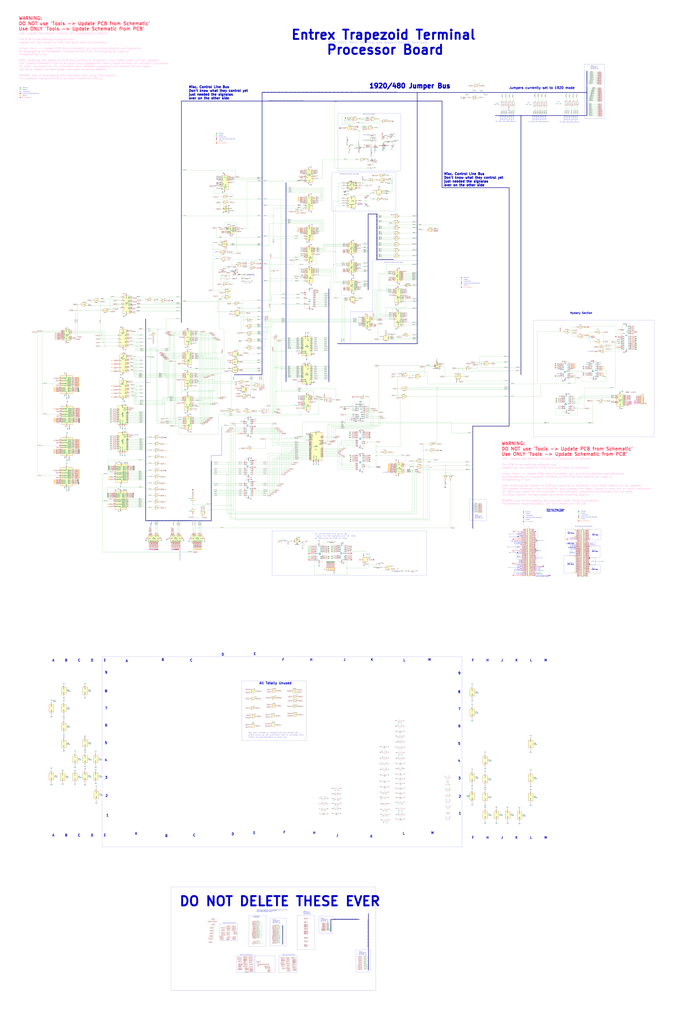
<source format=kicad_sch>
(kicad_sch (version 20230121) (generator eeschema)
  (paper "User" 1500 2200)
  (lib_symbols
    (symbol "7440_1" (pin_names (offset 0.762))
      (property "Reference" "UH8" (at 0 10.16 0))
      (property "Value" "7440" (at 0 7.62 0))
      (symbol "7440_1_0_0"
        (text "&" (at 0 0 0) (effects (font (size 2.54 2.54))))
      )
      (symbol "7440_1_0_1"
        (pin power_in line (at 0 5.08 270) (length 0) hide (name "VCC") (number "14"))
        (pin power_in line (at 0 -5.08 90) (length 0) hide (name "GND") (number "7"))
      )
      (symbol "7440_1_1_1"
        (pin input line (at -11.43 3.81 0) (length 7.62) (name "~") (number "1"))
        (pin input line (at -11.43 1.27 0) (length 7.62) (name "~") (number "2"))
        (pin input line (at -11.43 -1.27 0) (length 7.62) (name "~") (number "4"))
        (pin input line (at -11.43 -3.81 0) (length 7.62) (name "~") (number "5"))
        (pin output inverted (at 11.43 0 180) (length 7.62) (name "~") (number "6"))
      )
      (symbol "7440_1_2_1"
        (pin input line (at -11.43 1.27 0) (length 7.62) (name "~") (number "10"))
        (pin input line (at -11.43 -1.27 0) (length 7.62) (name "~") (number "12"))
        (pin input line (at -11.43 -3.81 0) (length 7.62) (name "~") (number "13"))
        (pin output inverted (at 11.43 0 180) (length 7.62) (name "~") (number "8"))
        (pin input line (at -11.43 3.81 0) (length 7.62) (name "~") (number "9"))
      )
    )
    (symbol "74xx:74LS00" (pin_names (offset 1.016))
      (property "Reference" "U" (at 0 1.27 0))
      (property "Value" "74LS00" (at 0 -1.27 0))
      (symbol "74LS00_1_1"
        (pin input line (at -7.62 2.54 0) (length 3.81) (name "~") (number "1"))
        (pin input line (at -7.62 -2.54 0) (length 3.81) (name "~") (number "2"))
        (pin output inverted (at 7.62 0 180) (length 3.81) (name "~") (number "3"))
      )
      (symbol "74LS00_1_2"
        (pin input inverted (at -7.62 2.54 0) (length 4.318) (name "~") (number "1"))
        (pin input inverted (at -7.62 -2.54 0) (length 4.318) (name "~") (number "2"))
        (pin output line (at 7.62 0 180) (length 3.81) (name "~") (number "3"))
      )
      (symbol "74LS00_2_1"
        (pin input line (at -7.62 2.54 0) (length 3.81) (name "~") (number "4"))
        (pin input line (at -7.62 -2.54 0) (length 3.81) (name "~") (number "5"))
        (pin output inverted (at 7.62 0 180) (length 3.81) (name "~") (number "6"))
      )
      (symbol "74LS00_2_2"
        (pin input inverted (at -7.62 2.54 0) (length 4.318) (name "~") (number "4"))
        (pin input inverted (at -7.62 -2.54 0) (length 4.318) (name "~") (number "5"))
        (pin output line (at 7.62 0 180) (length 3.81) (name "~") (number "6"))
      )
      (symbol "74LS00_3_1"
        (pin input line (at -7.62 -2.54 0) (length 3.81) (name "~") (number "10"))
        (pin output inverted (at 7.62 0 180) (length 3.81) (name "~") (number "8"))
        (pin input line (at -7.62 2.54 0) (length 3.81) (name "~") (number "9"))
      )
      (symbol "74LS00_3_2"
        (pin input inverted (at -7.62 -2.54 0) (length 4.318) (name "~") (number "10"))
        (pin output line (at 7.62 0 180) (length 3.81) (name "~") (number "8"))
        (pin input inverted (at -7.62 2.54 0) (length 4.318) (name "~") (number "9"))
      )
      (symbol "74LS00_4_1"
        (pin output inverted (at 7.62 0 180) (length 3.81) (name "~") (number "11"))
        (pin input line (at -7.62 2.54 0) (length 3.81) (name "~") (number "12"))
        (pin input line (at -7.62 -2.54 0) (length 3.81) (name "~") (number "13"))
      )
      (symbol "74LS00_4_2"
        (pin output line (at 7.62 0 180) (length 3.81) (name "~") (number "11"))
        (pin input inverted (at -7.62 2.54 0) (length 4.318) (name "~") (number "12"))
        (pin input inverted (at -7.62 -2.54 0) (length 4.318) (name "~") (number "13"))
      )
      (symbol "74LS00_5_0"
        (pin power_in line (at 0 12.7 270) (length 5.08) (name "VCC") (number "14"))
        (pin power_in line (at 0 -12.7 90) (length 5.08) (name "GND") (number "7"))
      )
    )
    (symbol "74xx:74LS04"
      (property "Reference" "U" (at 0 1.27 0))
      (property "Value" "74LS04" (at 0 -1.27 0))
      (symbol "74LS04_1_0"
        (pin input line (at -7.62 0 0) (length 3.81) (name "~") (number "1"))
        (pin output inverted (at 7.62 0 180) (length 3.81) (name "~") (number "2"))
      )
      (symbol "74LS04_2_0"
        (pin input line (at -7.62 0 0) (length 3.81) (name "~") (number "3"))
        (pin output inverted (at 7.62 0 180) (length 3.81) (name "~") (number "4"))
      )
      (symbol "74LS04_3_0"
        (pin input line (at -7.62 0 0) (length 3.81) (name "~") (number "5"))
        (pin output inverted (at 7.62 0 180) (length 3.81) (name "~") (number "6"))
      )
      (symbol "74LS04_4_0"
        (pin output inverted (at 7.62 0 180) (length 3.81) (name "~") (number "8"))
        (pin input line (at -7.62 0 0) (length 3.81) (name "~") (number "9"))
      )
      (symbol "74LS04_5_0"
        (pin output inverted (at 7.62 0 180) (length 3.81) (name "~") (number "10"))
        (pin input line (at -7.62 0 0) (length 3.81) (name "~") (number "11"))
      )
      (symbol "74LS04_6_0"
        (pin output inverted (at 7.62 0 180) (length 3.81) (name "~") (number "12"))
        (pin input line (at -7.62 0 0) (length 3.81) (name "~") (number "13"))
      )
      (symbol "74LS04_7_0"
        (pin power_in line (at 0 12.7 270) (length 5.08) (name "VCC") (number "14"))
        (pin power_in line (at 0 -12.7 90) (length 5.08) (name "GND") (number "7"))
      )
    )
    (symbol "74xx:74LS06" (pin_names (offset 1.016))
      (property "Reference" "U" (at 0 1.27 0))
      (property "Value" "74LS06" (at 0 -1.27 0))
      (symbol "74LS06_1_0"
        (pin input line (at -7.62 0 0) (length 3.81) (name "~") (number "1"))
        (pin open_collector inverted (at 7.62 0 180) (length 3.81) (name "~") (number "2"))
      )
      (symbol "74LS06_2_0"
        (pin input line (at -7.62 0 0) (length 3.81) (name "~") (number "3"))
        (pin open_collector inverted (at 7.62 0 180) (length 3.81) (name "~") (number "4"))
      )
      (symbol "74LS06_3_0"
        (pin input line (at -7.62 0 0) (length 3.81) (name "~") (number "5"))
        (pin open_collector inverted (at 7.62 0 180) (length 3.81) (name "~") (number "6"))
      )
      (symbol "74LS06_4_0"
        (pin open_collector inverted (at 7.62 0 180) (length 3.81) (name "~") (number "8"))
        (pin input line (at -7.62 0 0) (length 3.81) (name "~") (number "9"))
      )
      (symbol "74LS06_5_0"
        (pin open_collector inverted (at 7.62 0 180) (length 3.81) (name "~") (number "10"))
        (pin input line (at -7.62 0 0) (length 3.81) (name "~") (number "11"))
      )
      (symbol "74LS06_6_0"
        (pin open_collector inverted (at 7.62 0 180) (length 3.81) (name "~") (number "12"))
        (pin input line (at -7.62 0 0) (length 3.81) (name "~") (number "13"))
      )
      (symbol "74LS06_7_0"
        (pin power_in line (at 0 12.7 270) (length 5.08) (name "VCC") (number "14"))
        (pin power_in line (at 0 -12.7 90) (length 5.08) (name "GND") (number "7"))
      )
    )
    (symbol "74xx:74LS08" (pin_names (offset 1.016))
      (property "Reference" "U" (at 0 1.27 0))
      (property "Value" "74LS08" (at 0 -1.27 0))
      (symbol "74LS08_1_1"
        (pin input line (at -7.62 2.54 0) (length 3.81) (name "~") (number "1"))
        (pin input line (at -7.62 -2.54 0) (length 3.81) (name "~") (number "2"))
        (pin output line (at 7.62 0 180) (length 3.81) (name "~") (number "3"))
      )
      (symbol "74LS08_1_2"
        (pin input inverted (at -7.62 2.54 0) (length 4.318) (name "~") (number "1"))
        (pin input inverted (at -7.62 -2.54 0) (length 4.318) (name "~") (number "2"))
        (pin output inverted (at 7.62 0 180) (length 3.81) (name "~") (number "3"))
      )
      (symbol "74LS08_2_1"
        (pin input line (at -7.62 2.54 0) (length 3.81) (name "~") (number "4"))
        (pin input line (at -7.62 -2.54 0) (length 3.81) (name "~") (number "5"))
        (pin output line (at 7.62 0 180) (length 3.81) (name "~") (number "6"))
      )
      (symbol "74LS08_2_2"
        (pin input inverted (at -7.62 2.54 0) (length 4.318) (name "~") (number "4"))
        (pin input inverted (at -7.62 -2.54 0) (length 4.318) (name "~") (number "5"))
        (pin output inverted (at 7.62 0 180) (length 3.81) (name "~") (number "6"))
      )
      (symbol "74LS08_3_1"
        (pin input line (at -7.62 -2.54 0) (length 3.81) (name "~") (number "10"))
        (pin output line (at 7.62 0 180) (length 3.81) (name "~") (number "8"))
        (pin input line (at -7.62 2.54 0) (length 3.81) (name "~") (number "9"))
      )
      (symbol "74LS08_3_2"
        (pin input inverted (at -7.62 -2.54 0) (length 4.318) (name "~") (number "10"))
        (pin output inverted (at 7.62 0 180) (length 3.81) (name "~") (number "8"))
        (pin input inverted (at -7.62 2.54 0) (length 4.318) (name "~") (number "9"))
      )
      (symbol "74LS08_4_1"
        (pin output line (at 7.62 0 180) (length 3.81) (name "~") (number "11"))
        (pin input line (at -7.62 2.54 0) (length 3.81) (name "~") (number "12"))
        (pin input line (at -7.62 -2.54 0) (length 3.81) (name "~") (number "13"))
      )
      (symbol "74LS08_4_2"
        (pin output inverted (at 7.62 0 180) (length 3.81) (name "~") (number "11"))
        (pin input inverted (at -7.62 2.54 0) (length 4.318) (name "~") (number "12"))
        (pin input inverted (at -7.62 -2.54 0) (length 4.318) (name "~") (number "13"))
      )
      (symbol "74LS08_5_0"
        (pin power_in line (at 0 12.7 270) (length 5.08) (name "VCC") (number "14"))
        (pin power_in line (at 0 -12.7 90) (length 5.08) (name "GND") (number "7"))
      )
    )
    (symbol "74xx:74LS10" (pin_names (offset 1.016))
      (property "Reference" "U" (at 0 1.27 0))
      (property "Value" "74LS10" (at 0 -1.27 0))
      (symbol "74LS10_1_1"
        (pin input line (at -7.62 2.54 0) (length 3.81) (name "~") (number "1"))
        (pin output inverted (at 7.62 0 180) (length 3.81) (name "~") (number "12"))
        (pin input line (at -7.62 -2.54 0) (length 3.81) (name "~") (number "13"))
        (pin input line (at -7.62 0 0) (length 3.81) (name "~") (number "2"))
      )
      (symbol "74LS10_1_2"
        (pin input inverted (at -7.62 2.54 0) (length 4.318) (name "~") (number "1"))
        (pin output line (at 7.62 0 180) (length 3.81) (name "~") (number "12"))
        (pin input inverted (at -7.62 -2.54 0) (length 4.318) (name "~") (number "13"))
        (pin input inverted (at -7.62 0 0) (length 4.953) (name "~") (number "2"))
      )
      (symbol "74LS10_2_1"
        (pin input line (at -7.62 2.54 0) (length 3.81) (name "~") (number "3"))
        (pin input line (at -7.62 0 0) (length 3.81) (name "~") (number "4"))
        (pin input line (at -7.62 -2.54 0) (length 3.81) (name "~") (number "5"))
        (pin output inverted (at 7.62 0 180) (length 3.81) (name "~") (number "6"))
      )
      (symbol "74LS10_2_2"
        (pin input inverted (at -7.62 2.54 0) (length 4.318) (name "~") (number "3"))
        (pin input inverted (at -7.62 0 0) (length 4.953) (name "~") (number "4"))
        (pin input inverted (at -7.62 -2.54 0) (length 4.318) (name "~") (number "5"))
        (pin output line (at 7.62 0 180) (length 3.81) (name "~") (number "6"))
      )
      (symbol "74LS10_3_1"
        (pin input line (at -7.62 0 0) (length 3.81) (name "~") (number "10"))
        (pin input line (at -7.62 -2.54 0) (length 3.81) (name "~") (number "11"))
        (pin output inverted (at 7.62 0 180) (length 3.81) (name "~") (number "8"))
        (pin input line (at -7.62 2.54 0) (length 3.81) (name "~") (number "9"))
      )
      (symbol "74LS10_3_2"
        (pin input inverted (at -7.62 0 0) (length 4.953) (name "~") (number "10"))
        (pin input inverted (at -7.62 -2.54 0) (length 4.318) (name "~") (number "11"))
        (pin output line (at 7.62 0 180) (length 3.81) (name "~") (number "8"))
        (pin input inverted (at -7.62 2.54 0) (length 4.318) (name "~") (number "9"))
      )
      (symbol "74LS10_4_0"
        (pin power_in line (at 0 12.7 270) (length 5.08) (name "VCC") (number "14"))
        (pin power_in line (at 0 -12.7 90) (length 5.08) (name "GND") (number "7"))
      )
    )
    (symbol "74xx:74LS107" (pin_names (offset 1.016))
      (property "Reference" "U" (at -7.62 8.89 0))
      (property "Value" "74LS107" (at -7.62 -8.89 0))
      (symbol "74LS107_1_0"
        (pin input line (at -7.62 2.54 0) (length 2.54) (name "J") (number "1"))
        (pin input clock (at -7.62 0 0) (length 2.54) (name "C") (number "12"))
        (pin input line (at 0 -7.62 90) (length 2.54) (name "~{R}") (number "13"))
        (pin output line (at 7.62 -2.54 180) (length 2.54) (name "~{Q}") (number "2"))
        (pin output line (at 7.62 2.54 180) (length 2.54) (name "Q") (number "3"))
        (pin input line (at -7.62 -2.54 0) (length 2.54) (name "K") (number "4"))
      )
      (symbol "74LS107_2_0"
        (pin input line (at 0 -7.62 90) (length 2.54) (name "~{R}") (number "10"))
        (pin input line (at -7.62 -2.54 0) (length 2.54) (name "K") (number "11"))
        (pin output line (at 7.62 2.54 180) (length 2.54) (name "Q") (number "5"))
        (pin output line (at 7.62 -2.54 180) (length 2.54) (name "~{Q}") (number "6"))
        (pin input line (at -7.62 2.54 0) (length 2.54) (name "J") (number "8"))
        (pin input clock (at -7.62 0 0) (length 2.54) (name "C") (number "9"))
      )
      (symbol "74LS107_3_0"
        (pin power_in line (at 0 10.16 270) (length 2.54) (name "VCC") (number "14"))
        (pin power_in line (at 0 -10.16 90) (length 2.54) (name "GND") (number "7"))
      )
    )
    (symbol "74xx:74LS11" (pin_names (offset 1.016))
      (property "Reference" "U" (at 0 1.27 0))
      (property "Value" "74LS11" (at 0 -1.27 0))
      (symbol "74LS11_1_1"
        (pin input line (at -7.62 2.54 0) (length 3.81) (name "~") (number "1"))
        (pin output line (at 7.62 0 180) (length 3.81) (name "~") (number "12"))
        (pin input line (at -7.62 -2.54 0) (length 3.81) (name "~") (number "13"))
        (pin input line (at -7.62 0 0) (length 3.81) (name "~") (number "2"))
      )
      (symbol "74LS11_1_2"
        (pin input inverted (at -7.62 2.54 0) (length 4.318) (name "~") (number "1"))
        (pin output inverted (at 7.62 0 180) (length 3.81) (name "~") (number "12"))
        (pin input inverted (at -7.62 -2.54 0) (length 4.318) (name "~") (number "13"))
        (pin input inverted (at -7.62 0 0) (length 4.953) (name "~") (number "2"))
      )
      (symbol "74LS11_2_1"
        (pin input line (at -7.62 2.54 0) (length 3.81) (name "~") (number "3"))
        (pin input line (at -7.62 0 0) (length 3.81) (name "~") (number "4"))
        (pin input line (at -7.62 -2.54 0) (length 3.81) (name "~") (number "5"))
        (pin output line (at 7.62 0 180) (length 3.81) (name "~") (number "6"))
      )
      (symbol "74LS11_2_2"
        (pin input inverted (at -7.62 2.54 0) (length 4.318) (name "~") (number "3"))
        (pin input inverted (at -7.62 0 0) (length 4.953) (name "~") (number "4"))
        (pin input inverted (at -7.62 -2.54 0) (length 4.318) (name "~") (number "5"))
        (pin output inverted (at 7.62 0 180) (length 3.81) (name "~") (number "6"))
      )
      (symbol "74LS11_3_1"
        (pin input line (at -7.62 0 0) (length 3.81) (name "~") (number "10"))
        (pin input line (at -7.62 -2.54 0) (length 3.81) (name "~") (number "11"))
        (pin output line (at 7.62 0 180) (length 3.81) (name "~") (number "8"))
        (pin input line (at -7.62 2.54 0) (length 3.81) (name "~") (number "9"))
      )
      (symbol "74LS11_3_2"
        (pin input inverted (at -7.62 0 0) (length 4.953) (name "~") (number "10"))
        (pin input inverted (at -7.62 -2.54 0) (length 4.318) (name "~") (number "11"))
        (pin output inverted (at 7.62 0 180) (length 3.81) (name "~") (number "8"))
        (pin input inverted (at -7.62 2.54 0) (length 4.318) (name "~") (number "9"))
      )
      (symbol "74LS11_4_0"
        (pin power_in line (at 0 12.7 270) (length 5.08) (name "VCC") (number "14"))
        (pin power_in line (at 0 -12.7 90) (length 5.08) (name "GND") (number "7"))
      )
    )
    (symbol "74xx:74LS138" (pin_names (offset 1.016))
      (property "Reference" "U" (at -7.62 11.43 0))
      (property "Value" "74LS138" (at -7.62 -13.97 0))
      (symbol "74LS138_1_0"
        (pin input line (at -12.7 7.62 0) (length 5.08) (name "A0") (number "1"))
        (pin output output_low (at 12.7 -5.08 180) (length 5.08) (name "O5") (number "10"))
        (pin output output_low (at 12.7 -2.54 180) (length 5.08) (name "O4") (number "11"))
        (pin output output_low (at 12.7 0 180) (length 5.08) (name "O3") (number "12"))
        (pin output output_low (at 12.7 2.54 180) (length 5.08) (name "O2") (number "13"))
        (pin output output_low (at 12.7 5.08 180) (length 5.08) (name "O1") (number "14"))
        (pin output output_low (at 12.7 7.62 180) (length 5.08) (name "O0") (number "15"))
        (pin power_in line (at 0 15.24 270) (length 5.08) (name "VCC") (number "16"))
        (pin input line (at -12.7 5.08 0) (length 5.08) (name "A1") (number "2"))
        (pin input line (at -12.7 2.54 0) (length 5.08) (name "A2") (number "3"))
        (pin input input_low (at -12.7 -10.16 0) (length 5.08) (name "E1") (number "4"))
        (pin input input_low (at -12.7 -7.62 0) (length 5.08) (name "E2") (number "5"))
        (pin input line (at -12.7 -5.08 0) (length 5.08) (name "E3") (number "6"))
        (pin output output_low (at 12.7 -10.16 180) (length 5.08) (name "O7") (number "7"))
        (pin power_in line (at 0 -17.78 90) (length 5.08) (name "GND") (number "8"))
        (pin output output_low (at 12.7 -7.62 180) (length 5.08) (name "O6") (number "9"))
      )
    )
    (symbol "74xx:74LS148" (pin_names (offset 1.016))
      (property "Reference" "U" (at -7.62 13.97 0))
      (property "Value" "74LS148" (at -7.62 -13.97 0))
      (symbol "74LS148_1_0"
        (pin input inverted (at -12.7 0 0) (length 5.08) (name "I4") (number "1"))
        (pin input inverted (at -12.7 10.16 0) (length 5.08) (name "IO") (number "10"))
        (pin input inverted (at -12.7 7.62 0) (length 5.08) (name "I1") (number "11"))
        (pin input inverted (at -12.7 5.08 0) (length 5.08) (name "I2") (number "12"))
        (pin input inverted (at -12.7 2.54 0) (length 5.08) (name "I3") (number "13"))
        (pin output inverted (at 12.7 -2.54 180) (length 5.08) (name "GS") (number "14"))
        (pin output inverted (at 12.7 -5.08 180) (length 5.08) (name "EO") (number "15"))
        (pin power_in line (at 0 17.78 270) (length 5.08) (name "VCC") (number "16"))
        (pin input inverted (at -12.7 -2.54 0) (length 5.08) (name "I5") (number "2"))
        (pin input inverted (at -12.7 -5.08 0) (length 5.08) (name "I6") (number "3"))
        (pin input inverted (at -12.7 -7.62 0) (length 5.08) (name "I7") (number "4"))
        (pin input inverted (at -12.7 -10.16 0) (length 5.08) (name "EI") (number "5"))
        (pin output inverted (at 12.7 5.08 180) (length 5.08) (name "S2") (number "6"))
        (pin output inverted (at 12.7 7.62 180) (length 5.08) (name "S1") (number "7"))
        (pin power_in line (at 0 -17.78 90) (length 5.08) (name "GND") (number "8"))
        (pin output inverted (at 12.7 10.16 180) (length 5.08) (name "S0") (number "9"))
      )
    )
    (symbol "74xx:74LS157" (pin_names (offset 1.016))
      (property "Reference" "U" (at -7.62 19.05 0))
      (property "Value" "74LS157" (at -7.62 -21.59 0))
      (symbol "74LS157_1_0"
        (pin input line (at -12.7 -15.24 0) (length 5.08) (name "S") (number "1"))
        (pin input line (at -12.7 -2.54 0) (length 5.08) (name "I1c") (number "10"))
        (pin input line (at -12.7 0 0) (length 5.08) (name "I0c") (number "11"))
        (pin output line (at 12.7 -7.62 180) (length 5.08) (name "Zd") (number "12"))
        (pin input line (at -12.7 -10.16 0) (length 5.08) (name "I1d") (number "13"))
        (pin input line (at -12.7 -7.62 0) (length 5.08) (name "I0d") (number "14"))
        (pin input inverted (at -12.7 -17.78 0) (length 5.08) (name "E") (number "15"))
        (pin power_in line (at 0 22.86 270) (length 5.08) (name "VCC") (number "16"))
        (pin input line (at -12.7 15.24 0) (length 5.08) (name "I0a") (number "2"))
        (pin input line (at -12.7 12.7 0) (length 5.08) (name "I1a") (number "3"))
        (pin output line (at 12.7 15.24 180) (length 5.08) (name "Za") (number "4"))
        (pin input line (at -12.7 7.62 0) (length 5.08) (name "I0b") (number "5"))
        (pin input line (at -12.7 5.08 0) (length 5.08) (name "I1b") (number "6"))
        (pin output line (at 12.7 7.62 180) (length 5.08) (name "Zb") (number "7"))
        (pin power_in line (at 0 -25.4 90) (length 5.08) (name "GND") (number "8"))
        (pin output line (at 12.7 0 180) (length 5.08) (name "Zc") (number "9"))
      )
    )
    (symbol "74xx:74LS161" (pin_names (offset 1.016))
      (property "Reference" "U" (at -7.62 16.51 0))
      (property "Value" "74LS161" (at -7.62 -16.51 0))
      (symbol "74LS161_1_0"
        (pin input line (at -12.7 -12.7 0) (length 5.08) (name "~{MR}") (number "1"))
        (pin input line (at -12.7 -5.08 0) (length 5.08) (name "CET") (number "10"))
        (pin output line (at 12.7 5.08 180) (length 5.08) (name "Q3") (number "11"))
        (pin output line (at 12.7 7.62 180) (length 5.08) (name "Q2") (number "12"))
        (pin output line (at 12.7 10.16 180) (length 5.08) (name "Q1") (number "13"))
        (pin output line (at 12.7 12.7 180) (length 5.08) (name "Q0") (number "14"))
        (pin output line (at 12.7 0 180) (length 5.08) (name "TC") (number "15"))
        (pin power_in line (at 0 20.32 270) (length 5.08) (name "VCC") (number "16"))
        (pin input line (at -12.7 -7.62 0) (length 5.08) (name "CP") (number "2"))
        (pin input line (at -12.7 12.7 0) (length 5.08) (name "D0") (number "3"))
        (pin input line (at -12.7 10.16 0) (length 5.08) (name "D1") (number "4"))
        (pin input line (at -12.7 7.62 0) (length 5.08) (name "D2") (number "5"))
        (pin input line (at -12.7 5.08 0) (length 5.08) (name "D3") (number "6"))
        (pin input line (at -12.7 -2.54 0) (length 5.08) (name "CEP") (number "7"))
        (pin power_in line (at 0 -20.32 90) (length 5.08) (name "GND") (number "8"))
        (pin input line (at -12.7 0 0) (length 5.08) (name "~{PE}") (number "9"))
      )
    )
    (symbol "74xx:74LS163" (pin_names (offset 1.016))
      (property "Reference" "U" (at -7.62 16.51 0))
      (property "Value" "74LS163" (at -7.62 -16.51 0))
      (symbol "74LS163_1_0"
        (pin input line (at -12.7 -12.7 0) (length 5.08) (name "~{MR}") (number "1"))
        (pin input line (at -12.7 -5.08 0) (length 5.08) (name "CET") (number "10"))
        (pin output line (at 12.7 5.08 180) (length 5.08) (name "Q3") (number "11"))
        (pin output line (at 12.7 7.62 180) (length 5.08) (name "Q2") (number "12"))
        (pin output line (at 12.7 10.16 180) (length 5.08) (name "Q1") (number "13"))
        (pin output line (at 12.7 12.7 180) (length 5.08) (name "Q0") (number "14"))
        (pin output line (at 12.7 0 180) (length 5.08) (name "TC") (number "15"))
        (pin power_in line (at 0 20.32 270) (length 5.08) (name "VCC") (number "16"))
        (pin input line (at -12.7 -7.62 0) (length 5.08) (name "CP") (number "2"))
        (pin input line (at -12.7 12.7 0) (length 5.08) (name "D0") (number "3"))
        (pin input line (at -12.7 10.16 0) (length 5.08) (name "D1") (number "4"))
        (pin input line (at -12.7 7.62 0) (length 5.08) (name "D2") (number "5"))
        (pin input line (at -12.7 5.08 0) (length 5.08) (name "D3") (number "6"))
        (pin input line (at -12.7 -2.54 0) (length 5.08) (name "CEP") (number "7"))
        (pin power_in line (at 0 -20.32 90) (length 5.08) (name "GND") (number "8"))
        (pin input line (at -12.7 0 0) (length 5.08) (name "~{PE}") (number "9"))
      )
    )
    (symbol "74xx:74LS174" (pin_names (offset 1.016))
      (property "Reference" "U" (at -7.62 13.97 0))
      (property "Value" "74LS174" (at -7.62 -16.51 0))
      (symbol "74LS174_1_0"
        (pin input line (at -12.7 -12.7 0) (length 5.08) (name "~{Mr}") (number "1"))
        (pin output line (at 12.7 2.54 180) (length 5.08) (name "Q3") (number "10"))
        (pin input line (at -12.7 2.54 0) (length 5.08) (name "D3") (number "11"))
        (pin output line (at 12.7 0 180) (length 5.08) (name "Q4") (number "12"))
        (pin input line (at -12.7 0 0) (length 5.08) (name "D4") (number "13"))
        (pin input line (at -12.7 -2.54 0) (length 5.08) (name "D5") (number "14"))
        (pin output line (at 12.7 -2.54 180) (length 5.08) (name "Q5") (number "15"))
        (pin power_in line (at 0 17.78 270) (length 5.08) (name "VCC") (number "16"))
        (pin output line (at 12.7 10.16 180) (length 5.08) (name "Q0") (number "2"))
        (pin input line (at -12.7 10.16 0) (length 5.08) (name "D0") (number "3"))
        (pin input line (at -12.7 7.62 0) (length 5.08) (name "D1") (number "4"))
        (pin output line (at 12.7 7.62 180) (length 5.08) (name "Q1") (number "5"))
        (pin input line (at -12.7 5.08 0) (length 5.08) (name "D2") (number "6"))
        (pin output line (at 12.7 5.08 180) (length 5.08) (name "Q2") (number "7"))
        (pin power_in line (at 0 -20.32 90) (length 5.08) (name "GND") (number "8"))
        (pin input clock (at -12.7 -7.62 0) (length 5.08) (name "Cp") (number "9"))
      )
    )
    (symbol "74xx:74LS191" (pin_names (offset 1.016))
      (property "Reference" "U" (at -7.62 13.97 0))
      (property "Value" "74LS191" (at -7.62 -16.51 0))
      (symbol "74LS191_1_0"
        (pin input line (at -12.7 7.62 0) (length 5.08) (name "P1") (number "1"))
        (pin input line (at -12.7 5.08 0) (length 5.08) (name "P2") (number "10"))
        (pin input inverted (at -12.7 -2.54 0) (length 5.08) (name "Pl") (number "11"))
        (pin output line (at 12.7 -7.62 180) (length 5.08) (name "Tc") (number "12"))
        (pin output inverted (at 12.7 -2.54 180) (length 5.08) (name "Rc") (number "13"))
        (pin input clock (at -12.7 -12.7 0) (length 5.08) (name "Cp") (number "14"))
        (pin input line (at -12.7 10.16 0) (length 5.08) (name "P0") (number "15"))
        (pin power_in line (at 0 17.78 270) (length 5.08) (name "VCC") (number "16"))
        (pin output line (at 12.7 7.62 180) (length 5.08) (name "Q1") (number "2"))
        (pin output line (at 12.7 10.16 180) (length 5.08) (name "Q0") (number "3"))
        (pin input inverted (at -12.7 -10.16 0) (length 5.08) (name "Ce") (number "4"))
        (pin input line (at -12.7 -5.08 0) (length 5.08) (name "D/U") (number "5"))
        (pin output line (at 12.7 5.08 180) (length 5.08) (name "Q2") (number "6"))
        (pin output line (at 12.7 2.54 180) (length 5.08) (name "Q3") (number "7"))
        (pin power_in line (at 0 -20.32 90) (length 5.08) (name "GND") (number "8"))
        (pin input line (at -12.7 2.54 0) (length 5.08) (name "P3") (number "9"))
      )
    )
    (symbol "74xx:74LS27" (pin_names (offset 1.016))
      (property "Reference" "U" (at 0 1.27 0))
      (property "Value" "74LS27" (at 0 -1.27 0))
      (symbol "74LS27_1_1"
        (pin input line (at -7.62 2.54 0) (length 4.318) (name "~") (number "1"))
        (pin output inverted (at 7.62 0 180) (length 3.81) (name "~") (number "12"))
        (pin input line (at -7.62 -2.54 0) (length 4.318) (name "~") (number "13"))
        (pin input line (at -7.62 0 0) (length 4.953) (name "~") (number "2"))
      )
      (symbol "74LS27_1_2"
        (pin input inverted (at -7.62 2.54 0) (length 3.81) (name "~") (number "1"))
        (pin output line (at 7.62 0 180) (length 3.81) (name "~") (number "12"))
        (pin input inverted (at -7.62 -2.54 0) (length 3.81) (name "~") (number "13"))
        (pin input inverted (at -7.62 0 0) (length 3.81) (name "~") (number "2"))
      )
      (symbol "74LS27_2_1"
        (pin input line (at -7.62 2.54 0) (length 4.318) (name "~") (number "3"))
        (pin input line (at -7.62 0 0) (length 4.953) (name "~") (number "4"))
        (pin input line (at -7.62 -2.54 0) (length 4.318) (name "~") (number "5"))
        (pin output inverted (at 7.62 0 180) (length 3.81) (name "~") (number "6"))
      )
      (symbol "74LS27_2_2"
        (pin input inverted (at -7.62 2.54 0) (length 3.81) (name "~") (number "3"))
        (pin input inverted (at -7.62 0 0) (length 3.81) (name "~") (number "4"))
        (pin input inverted (at -7.62 -2.54 0) (length 3.81) (name "~") (number "5"))
        (pin output line (at 7.62 0 180) (length 3.81) (name "~") (number "6"))
      )
      (symbol "74LS27_3_1"
        (pin input line (at -7.62 0 0) (length 4.953) (name "~") (number "10"))
        (pin input line (at -7.62 -2.54 0) (length 4.318) (name "~") (number "11"))
        (pin output inverted (at 7.62 0 180) (length 3.81) (name "~") (number "8"))
        (pin input line (at -7.62 2.54 0) (length 4.318) (name "~") (number "9"))
      )
      (symbol "74LS27_3_2"
        (pin input inverted (at -7.62 0 0) (length 3.81) (name "~") (number "10"))
        (pin input inverted (at -7.62 -2.54 0) (length 3.81) (name "~") (number "11"))
        (pin output line (at 7.62 0 180) (length 3.81) (name "~") (number "8"))
        (pin input inverted (at -7.62 2.54 0) (length 3.81) (name "~") (number "9"))
      )
      (symbol "74LS27_4_0"
        (pin power_in line (at 0 12.7 270) (length 5.08) (name "VCC") (number "14"))
        (pin power_in line (at 0 -12.7 90) (length 5.08) (name "GND") (number "7"))
      )
    )
    (symbol "74xx:74LS32" (pin_names (offset 1.016))
      (property "Reference" "U" (at 0 1.27 0))
      (property "Value" "74LS32" (at 0 -1.27 0))
      (symbol "74LS32_1_1"
        (pin input line (at -7.62 2.54 0) (length 4.318) (name "~") (number "1"))
        (pin input line (at -7.62 -2.54 0) (length 4.318) (name "~") (number "2"))
        (pin output line (at 7.62 0 180) (length 3.81) (name "~") (number "3"))
      )
      (symbol "74LS32_1_2"
        (pin input inverted (at -7.62 2.54 0) (length 3.81) (name "~") (number "1"))
        (pin input inverted (at -7.62 -2.54 0) (length 3.81) (name "~") (number "2"))
        (pin output inverted (at 7.62 0 180) (length 3.81) (name "~") (number "3"))
      )
      (symbol "74LS32_2_1"
        (pin input line (at -7.62 2.54 0) (length 4.318) (name "~") (number "4"))
        (pin input line (at -7.62 -2.54 0) (length 4.318) (name "~") (number "5"))
        (pin output line (at 7.62 0 180) (length 3.81) (name "~") (number "6"))
      )
      (symbol "74LS32_2_2"
        (pin input inverted (at -7.62 2.54 0) (length 3.81) (name "~") (number "4"))
        (pin input inverted (at -7.62 -2.54 0) (length 3.81) (name "~") (number "5"))
        (pin output inverted (at 7.62 0 180) (length 3.81) (name "~") (number "6"))
      )
      (symbol "74LS32_3_1"
        (pin input line (at -7.62 -2.54 0) (length 4.318) (name "~") (number "10"))
        (pin output line (at 7.62 0 180) (length 3.81) (name "~") (number "8"))
        (pin input line (at -7.62 2.54 0) (length 4.318) (name "~") (number "9"))
      )
      (symbol "74LS32_3_2"
        (pin input inverted (at -7.62 -2.54 0) (length 3.81) (name "~") (number "10"))
        (pin output inverted (at 7.62 0 180) (length 3.81) (name "~") (number "8"))
        (pin input inverted (at -7.62 2.54 0) (length 3.81) (name "~") (number "9"))
      )
      (symbol "74LS32_4_1"
        (pin output line (at 7.62 0 180) (length 3.81) (name "~") (number "11"))
        (pin input line (at -7.62 2.54 0) (length 4.318) (name "~") (number "12"))
        (pin input line (at -7.62 -2.54 0) (length 4.318) (name "~") (number "13"))
      )
      (symbol "74LS32_4_2"
        (pin output inverted (at 7.62 0 180) (length 3.81) (name "~") (number "11"))
        (pin input inverted (at -7.62 2.54 0) (length 3.81) (name "~") (number "12"))
        (pin input inverted (at -7.62 -2.54 0) (length 3.81) (name "~") (number "13"))
      )
      (symbol "74LS32_5_0"
        (pin power_in line (at 0 12.7 270) (length 5.08) (name "VCC") (number "14"))
        (pin power_in line (at 0 -12.7 90) (length 5.08) (name "GND") (number "7"))
      )
    )
    (symbol "74xx:74LS74" (pin_names (offset 1.016))
      (property "Reference" "U" (at -7.62 8.89 0))
      (property "Value" "74LS74" (at -7.62 -8.89 0))
      (symbol "74LS74_1_0"
        (pin input line (at 0 -7.62 90) (length 2.54) (name "~{R}") (number "1"))
        (pin input line (at -7.62 2.54 0) (length 2.54) (name "D") (number "2"))
        (pin input clock (at -7.62 0 0) (length 2.54) (name "C") (number "3"))
        (pin input line (at 0 7.62 270) (length 2.54) (name "~{S}") (number "4"))
        (pin output line (at 7.62 2.54 180) (length 2.54) (name "Q") (number "5"))
        (pin output line (at 7.62 -2.54 180) (length 2.54) (name "~{Q}") (number "6"))
      )
      (symbol "74LS74_2_0"
        (pin input line (at 0 7.62 270) (length 2.54) (name "~{S}") (number "10"))
        (pin input clock (at -7.62 0 0) (length 2.54) (name "C") (number "11"))
        (pin input line (at -7.62 2.54 0) (length 2.54) (name "D") (number "12"))
        (pin input line (at 0 -7.62 90) (length 2.54) (name "~{R}") (number "13"))
        (pin output line (at 7.62 -2.54 180) (length 2.54) (name "~{Q}") (number "8"))
        (pin output line (at 7.62 2.54 180) (length 2.54) (name "Q") (number "9"))
      )
      (symbol "74LS74_3_0"
        (pin power_in line (at 0 10.16 270) (length 2.54) (name "VCC") (number "14"))
        (pin power_in line (at 0 -10.16 90) (length 2.54) (name "GND") (number "7"))
      )
    )
    (symbol "74xx:74LS93" (pin_names (offset 1.016))
      (property "Reference" "U" (at -7.62 8.89 0))
      (property "Value" "74LS93" (at -7.62 -8.89 0))
      (symbol "74LS93_1_0"
        (pin input inverted_clock (at -12.7 2.54 0) (length 5.08) (name "CP1..3") (number "1"))
        (pin power_in line (at 0 -12.7 90) (length 5.08) (name "GND") (number "10"))
        (pin output line (at 12.7 -2.54 180) (length 5.08) (name "Q3") (number "11"))
        (pin output line (at 12.7 5.08 180) (length 5.08) (name "Q0") (number "12"))
        (pin input inverted_clock (at -12.7 5.08 0) (length 5.08) (name "CP0") (number "14"))
        (pin input line (at -12.7 -2.54 0) (length 5.08) (name "R0(1)") (number "2"))
        (pin input line (at -12.7 -5.08 0) (length 5.08) (name "R0(2)") (number "3"))
        (pin power_in line (at 0 12.7 270) (length 5.08) (name "VCC") (number "5"))
        (pin output line (at 12.7 0 180) (length 5.08) (name "Q2") (number "8"))
        (pin output line (at 12.7 2.54 180) (length 5.08) (name "Q1") (number "9"))
      )
    )
    (symbol "74xx_IEEE:7440" (pin_names (offset 0.762))
      (property "Reference" "UH8" (at 0 10.16 0))
      (property "Value" "7440" (at 0 7.62 0))
      (symbol "7440_0_0"
        (text "&" (at 0 0 0) (effects (font (size 2.54 2.54))))
      )
      (symbol "7440_0_1"
        (pin power_in line (at 0 5.08 270) (length 0) hide (name "VCC") (number "14"))
        (pin power_in line (at 0 -5.08 90) (length 0) hide (name "GND") (number "7"))
      )
      (symbol "7440_1_1"
        (pin input line (at -11.43 3.81 0) (length 7.62) (name "~") (number "1"))
        (pin input line (at -11.43 1.27 0) (length 7.62) (name "~") (number "2"))
        (pin input line (at -11.43 -1.27 0) (length 7.62) (name "~") (number "4"))
        (pin input line (at -11.43 -3.81 0) (length 7.62) (name "~") (number "5"))
        (pin output inverted (at 11.43 0 180) (length 7.62) (name "~") (number "6"))
      )
      (symbol "7440_2_1"
        (pin input line (at -11.43 1.27 0) (length 7.62) (name "~") (number "10"))
        (pin input line (at -11.43 -1.27 0) (length 7.62) (name "~") (number "12"))
        (pin input line (at -11.43 -3.81 0) (length 7.62) (name "~") (number "13"))
        (pin output inverted (at 11.43 0 180) (length 7.62) (name "~") (number "8"))
        (pin input line (at -11.43 3.81 0) (length 7.62) (name "~") (number "9"))
      )
    )
    (symbol "AM9208_1"
      (property "Reference" "UE8" (at 29.21 8.89 90))
      (property "Value" "AM9208" (at 29.21 6.35 90))
      (symbol "AM9208_1_1_1"
        (pin input line (at -12.7 -2.54 0) (length 2.54) (name "A7") (number "1"))
        (pin tri_state line (at 12.7 11.43 180) (length 2.54) (name "Q2") (number "10"))
        (pin tri_state line (at 12.7 7.62 180) (length 2.54) (name "Q3") (number "11"))
        (pin power_in line (at 0 -24.13 90) (length 2.54) (name "GND") (number "12"))
        (pin tri_state line (at 12.7 3.81 180) (length 2.54) (name "Q4") (number "13"))
        (pin tri_state line (at 12.7 0 180) (length 2.54) (name "Q5") (number "14"))
        (pin tri_state line (at 12.7 -3.81 180) (length 2.54) (name "Q6") (number "15"))
        (pin tri_state line (at 12.7 -7.62 180) (length 2.54) (name "Q7") (number "16"))
        (pin tri_state line (at 12.7 -11.43 180) (length 2.54) (name "Q8") (number "17"))
        (pin input line (at -12.7 -16.51 0) (length 2.54) (name "CS2/~{CS2}") (number "18"))
        (pin power_in line (at 2.54 21.59 270) (length 2.54) (name "VDD_+12v") (number "19"))
        (pin input line (at -12.7 0 0) (length 2.54) (name "A6") (number "2"))
        (pin input line (at -12.7 -12.7 0) (length 2.54) (name "CS1/~{CS1}") (number "20"))
        (pin power_in line (at 12.7 -19.05 180) (length 2.54) (name "-5v") (number "21"))
        (pin input line (at -12.7 -7.62 0) (length 2.54) (name "A9") (number "22"))
        (pin input line (at -12.7 -5.08 0) (length 2.54) (name "A8") (number "23"))
        (pin power_in line (at -2.54 21.59 270) (length 2.54) (name "VCC") (number "24"))
        (pin input line (at -12.7 2.54 0) (length 2.54) (name "A5") (number "3"))
        (pin input line (at -12.7 5.08 0) (length 2.54) (name "A4") (number "4"))
        (pin input line (at -12.7 7.62 0) (length 2.54) (name "A3") (number "5"))
        (pin input line (at -12.7 10.16 0) (length 2.54) (name "A2") (number "6"))
        (pin input line (at -12.7 12.7 0) (length 2.54) (name "A1") (number "7"))
        (pin input line (at -12.7 15.24 0) (length 2.54) (name "A0") (number "8"))
        (pin tri_state line (at 12.7 15.24 180) (length 2.54) (name "Q1") (number "9"))
      )
    )
    (symbol "Connector_Generic:Conn_02x40_Odd_Even" (pin_names (offset 1.016) hide)
      (property "Reference" "J" (at 1.27 50.8 0))
      (property "Value" "Conn_02x40_Odd_Even" (at 1.27 -53.34 0))
      (symbol "Conn_02x40_Odd_Even_1_1"
        (pin passive line (at -5.08 48.26 0) (length 3.81) (name "Pin_1") (number "1"))
        (pin passive line (at 7.62 38.1 180) (length 3.81) (name "Pin_10") (number "10"))
        (pin passive line (at -5.08 35.56 0) (length 3.81) (name "Pin_11") (number "11"))
        (pin passive line (at 7.62 35.56 180) (length 3.81) (name "Pin_12") (number "12"))
        (pin passive line (at -5.08 33.02 0) (length 3.81) (name "Pin_13") (number "13"))
        (pin passive line (at 7.62 33.02 180) (length 3.81) (name "Pin_14") (number "14"))
        (pin passive line (at -5.08 30.48 0) (length 3.81) (name "Pin_15") (number "15"))
        (pin passive line (at 7.62 30.48 180) (length 3.81) (name "Pin_16") (number "16"))
        (pin passive line (at -5.08 27.94 0) (length 3.81) (name "Pin_17") (number "17"))
        (pin passive line (at 7.62 27.94 180) (length 3.81) (name "Pin_18") (number "18"))
        (pin passive line (at -5.08 25.4 0) (length 3.81) (name "Pin_19") (number "19"))
        (pin passive line (at 7.62 48.26 180) (length 3.81) (name "Pin_2") (number "2"))
        (pin passive line (at 7.62 25.4 180) (length 3.81) (name "Pin_20") (number "20"))
        (pin passive line (at -5.08 22.86 0) (length 3.81) (name "Pin_21") (number "21"))
        (pin passive line (at 7.62 22.86 180) (length 3.81) (name "Pin_22") (number "22"))
        (pin passive line (at -5.08 20.32 0) (length 3.81) (name "Pin_23") (number "23"))
        (pin passive line (at 7.62 20.32 180) (length 3.81) (name "Pin_24") (number "24"))
        (pin passive line (at -5.08 17.78 0) (length 3.81) (name "Pin_25") (number "25"))
        (pin passive line (at 7.62 17.78 180) (length 3.81) (name "Pin_26") (number "26"))
        (pin passive line (at -5.08 15.24 0) (length 3.81) (name "Pin_27") (number "27"))
        (pin passive line (at 7.62 15.24 180) (length 3.81) (name "Pin_28") (number "28"))
        (pin passive line (at -5.08 12.7 0) (length 3.81) (name "Pin_29") (number "29"))
        (pin passive line (at -5.08 45.72 0) (length 3.81) (name "Pin_3") (number "3"))
        (pin passive line (at 7.62 12.7 180) (length 3.81) (name "Pin_30") (number "30"))
        (pin passive line (at -5.08 10.16 0) (length 3.81) (name "Pin_31") (number "31"))
        (pin passive line (at 7.62 10.16 180) (length 3.81) (name "Pin_32") (number "32"))
        (pin passive line (at -5.08 7.62 0) (length 3.81) (name "Pin_33") (number "33"))
        (pin passive line (at 7.62 7.62 180) (length 3.81) (name "Pin_34") (number "34"))
        (pin passive line (at -5.08 5.08 0) (length 3.81) (name "Pin_35") (number "35"))
        (pin passive line (at 7.62 5.08 180) (length 3.81) (name "Pin_36") (number "36"))
        (pin passive line (at -5.08 2.54 0) (length 3.81) (name "Pin_37") (number "37"))
        (pin passive line (at 7.62 2.54 180) (length 3.81) (name "Pin_38") (number "38"))
        (pin passive line (at -5.08 0 0) (length 3.81) (name "Pin_39") (number "39"))
        (pin passive line (at 7.62 45.72 180) (length 3.81) (name "Pin_4") (number "4"))
        (pin passive line (at 7.62 0 180) (length 3.81) (name "Pin_40") (number "40"))
        (pin passive line (at -5.08 -2.54 0) (length 3.81) (name "Pin_41") (number "41"))
        (pin passive line (at 7.62 -2.54 180) (length 3.81) (name "Pin_42") (number "42"))
        (pin passive line (at -5.08 -5.08 0) (length 3.81) (name "Pin_43") (number "43"))
        (pin passive line (at 7.62 -5.08 180) (length 3.81) (name "Pin_44") (number "44"))
        (pin passive line (at -5.08 -7.62 0) (length 3.81) (name "Pin_45") (number "45"))
        (pin passive line (at 7.62 -7.62 180) (length 3.81) (name "Pin_46") (number "46"))
        (pin passive line (at -5.08 -10.16 0) (length 3.81) (name "Pin_47") (number "47"))
        (pin passive line (at 7.62 -10.16 180) (length 3.81) (name "Pin_48") (number "48"))
        (pin passive line (at -5.08 -12.7 0) (length 3.81) (name "Pin_49") (number "49"))
        (pin passive line (at -5.08 43.18 0) (length 3.81) (name "Pin_5") (number "5"))
        (pin passive line (at 7.62 -12.7 180) (length 3.81) (name "Pin_50") (number "50"))
        (pin passive line (at -5.08 -15.24 0) (length 3.81) (name "Pin_51") (number "51"))
        (pin passive line (at 7.62 -15.24 180) (length 3.81) (name "Pin_52") (number "52"))
        (pin passive line (at -5.08 -17.78 0) (length 3.81) (name "Pin_53") (number "53"))
        (pin passive line (at 7.62 -17.78 180) (length 3.81) (name "Pin_54") (number "54"))
        (pin passive line (at -5.08 -20.32 0) (length 3.81) (name "Pin_55") (number "55"))
        (pin passive line (at 7.62 -20.32 180) (length 3.81) (name "Pin_56") (number "56"))
        (pin passive line (at -5.08 -22.86 0) (length 3.81) (name "Pin_57") (number "57"))
        (pin passive line (at 7.62 -22.86 180) (length 3.81) (name "Pin_58") (number "58"))
        (pin passive line (at -5.08 -25.4 0) (length 3.81) (name "Pin_59") (number "59"))
        (pin passive line (at 7.62 43.18 180) (length 3.81) (name "Pin_6") (number "6"))
        (pin passive line (at 7.62 -25.4 180) (length 3.81) (name "Pin_60") (number "60"))
        (pin passive line (at -5.08 -27.94 0) (length 3.81) (name "Pin_61") (number "61"))
        (pin passive line (at 7.62 -27.94 180) (length 3.81) (name "Pin_62") (number "62"))
        (pin passive line (at -5.08 -30.48 0) (length 3.81) (name "Pin_63") (number "63"))
        (pin passive line (at 7.62 -30.48 180) (length 3.81) (name "Pin_64") (number "64"))
        (pin passive line (at -5.08 -33.02 0) (length 3.81) (name "Pin_65") (number "65"))
        (pin passive line (at 7.62 -33.02 180) (length 3.81) (name "Pin_66") (number "66"))
        (pin passive line (at -5.08 -35.56 0) (length 3.81) (name "Pin_67") (number "67"))
        (pin passive line (at 7.62 -35.56 180) (length 3.81) (name "Pin_68") (number "68"))
        (pin passive line (at -5.08 -38.1 0) (length 3.81) (name "Pin_69") (number "69"))
        (pin passive line (at -5.08 40.64 0) (length 3.81) (name "Pin_7") (number "7"))
        (pin passive line (at 7.62 -38.1 180) (length 3.81) (name "Pin_70") (number "70"))
        (pin passive line (at -5.08 -40.64 0) (length 3.81) (name "Pin_71") (number "71"))
        (pin passive line (at 7.62 -40.64 180) (length 3.81) (name "Pin_72") (number "72"))
        (pin passive line (at -5.08 -43.18 0) (length 3.81) (name "Pin_73") (number "73"))
        (pin passive line (at 7.62 -43.18 180) (length 3.81) (name "Pin_74") (number "74"))
        (pin passive line (at -5.08 -45.72 0) (length 3.81) (name "Pin_75") (number "75"))
        (pin passive line (at 7.62 -45.72 180) (length 3.81) (name "Pin_76") (number "76"))
        (pin passive line (at -5.08 -48.26 0) (length 3.81) (name "Pin_77") (number "77"))
        (pin passive line (at 7.62 -48.26 180) (length 3.81) (name "Pin_78") (number "78"))
        (pin passive line (at -5.08 -50.8 0) (length 3.81) (name "Pin_79") (number "79"))
        (pin passive line (at 7.62 40.64 180) (length 3.81) (name "Pin_8") (number "8"))
        (pin passive line (at 7.62 -50.8 180) (length 3.81) (name "Pin_80") (number "80"))
        (pin passive line (at -5.08 38.1 0) (length 3.81) (name "Pin_9") (number "9"))
      )
    )
    (symbol "Device:C" (pin_numbers hide) (pin_names (offset 0.254))
      (property "Reference" "C" (at 0.635 2.54 0))
      (property "Value" "C" (at 0.635 -2.54 0))
      (symbol "C_1_1"
        (pin passive line (at 0 3.81 270) (length 2.794) (name "~") (number "1"))
        (pin passive line (at 0 -3.81 90) (length 2.794) (name "~") (number "2"))
      )
    )
    (symbol "Device:Crystal" (pin_numbers hide) (pin_names (offset 1.016) hide)
      (property "Reference" "Y" (at 0 3.81 0))
      (property "Value" "Crystal" (at 0 -3.81 0))
      (symbol "Crystal_1_1"
        (pin passive line (at -3.81 0 0) (length 1.27) (name "1") (number "1"))
        (pin passive line (at 3.81 0 180) (length 1.27) (name "2") (number "2"))
      )
    )
    (symbol "Device:R" (pin_numbers hide) (pin_names (offset 0))
      (property "Reference" "R" (at 2.032 0 90))
      (property "Value" "R" (at 0 0 90))
      (symbol "R_1_1"
        (pin passive line (at 0 3.81 270) (length 1.27) (name "~") (number "1"))
        (pin passive line (at 0 -3.81 90) (length 1.27) (name "~") (number "2"))
      )
    )
    (symbol "Device:R_Network07_US" (pin_names (offset 0) hide)
      (property "Reference" "RN" (at -10.16 0 90))
      (property "Value" "R_Network07_US" (at 10.16 0 90))
      (symbol "R_Network07_US_1_1"
        (pin passive line (at -7.62 5.08 270) (length 2.54) (name "common") (number "1"))
        (pin passive line (at -7.62 -5.08 90) (length 1.27) (name "R1") (number "2"))
        (pin passive line (at -5.08 -5.08 90) (length 1.27) (name "R2") (number "3"))
        (pin passive line (at -2.54 -5.08 90) (length 1.27) (name "R3") (number "4"))
        (pin passive line (at 0 -5.08 90) (length 1.27) (name "R4") (number "5"))
        (pin passive line (at 2.54 -5.08 90) (length 1.27) (name "R5") (number "6"))
        (pin passive line (at 5.08 -5.08 90) (length 1.27) (name "R6") (number "7"))
        (pin passive line (at 7.62 -5.08 90) (length 1.27) (name "R7") (number "8"))
      )
    )
    (symbol "Diode:1N4148" (pin_numbers hide) (pin_names hide)
      (property "Reference" "D" (at 0 2.54 0))
      (property "Value" "1N4148" (at 0 -2.54 0))
      (symbol "1N4148_1_1"
        (pin passive line (at -3.81 0 0) (length 2.54) (name "K") (number "1"))
        (pin passive line (at 3.81 0 180) (length 2.54) (name "A") (number "2"))
      )
    )
    (symbol "Forgotten Machines:AM9208"
      (property "Reference" "UE8" (at 29.21 8.89 90))
      (property "Value" "AM9208" (at 29.21 6.35 90))
      (symbol "AM9208_1_1"
        (pin input line (at -12.7 -2.54 0) (length 2.54) (name "A7") (number "1"))
        (pin tri_state line (at 12.7 11.43 180) (length 2.54) (name "Q2") (number "10"))
        (pin tri_state line (at 12.7 7.62 180) (length 2.54) (name "Q3") (number "11"))
        (pin power_in line (at 0 -24.13 90) (length 2.54) (name "GND") (number "12"))
        (pin tri_state line (at 12.7 3.81 180) (length 2.54) (name "Q4") (number "13"))
        (pin tri_state line (at 12.7 0 180) (length 2.54) (name "Q5") (number "14"))
        (pin tri_state line (at 12.7 -3.81 180) (length 2.54) (name "Q6") (number "15"))
        (pin tri_state line (at 12.7 -7.62 180) (length 2.54) (name "Q7") (number "16"))
        (pin tri_state line (at 12.7 -11.43 180) (length 2.54) (name "Q8") (number "17"))
        (pin input line (at -12.7 -16.51 0) (length 2.54) (name "CS2/~{CS2}") (number "18"))
        (pin power_in line (at 2.54 21.59 270) (length 2.54) (name "VDD_+12v") (number "19"))
        (pin input line (at -12.7 0 0) (length 2.54) (name "A6") (number "2"))
        (pin input line (at -12.7 -12.7 0) (length 2.54) (name "CS1/~{CS1}") (number "20"))
        (pin power_in line (at 12.7 -19.05 180) (length 2.54) (name "-5v") (number "21"))
        (pin input line (at -12.7 -7.62 0) (length 2.54) (name "A9") (number "22"))
        (pin input line (at -12.7 -5.08 0) (length 2.54) (name "A8") (number "23"))
        (pin power_in line (at -2.54 21.59 270) (length 2.54) (name "VCC") (number "24"))
        (pin input line (at -12.7 2.54 0) (length 2.54) (name "A5") (number "3"))
        (pin input line (at -12.7 5.08 0) (length 2.54) (name "A4") (number "4"))
        (pin input line (at -12.7 7.62 0) (length 2.54) (name "A3") (number "5"))
        (pin input line (at -12.7 10.16 0) (length 2.54) (name "A2") (number "6"))
        (pin input line (at -12.7 12.7 0) (length 2.54) (name "A1") (number "7"))
        (pin input line (at -12.7 15.24 0) (length 2.54) (name "A0") (number "8"))
        (pin tri_state line (at 12.7 15.24 180) (length 2.54) (name "Q1") (number "9"))
      )
    )
    (symbol "Forgotten Machines:Jumper-8-P1-N.O."
      (property "Reference" "JP" (at -38.1 12.7 0))
      (property "Value" "Jumper-8-P1-N.O." (at -29.21 1.27 0))
      (symbol "Jumper-8-P1-N.O._1_1"
        (pin passive line (at 12.7 5.08 270) (length 2.54) (name "A") (number "1"))
        (pin passive line (at -10.16 -5.08 90) (length 2.54) (name "B") (number "10"))
        (pin passive line (at -6.35 -5.08 90) (length 2.54) (name "B") (number "11"))
        (pin passive line (at -2.54 -5.08 90) (length 2.54) (name "B") (number "12"))
        (pin passive line (at 1.27 -5.08 90) (length 2.54) (name "B") (number "13"))
        (pin passive line (at 5.08 -5.08 90) (length 2.54) (name "B") (number "14"))
        (pin passive line (at 8.89 -5.08 90) (length 2.54) (name "B") (number "15"))
        (pin passive line (at 12.7 -5.08 90) (length 2.54) (name "B") (number "16"))
        (pin passive line (at 8.89 5.08 270) (length 2.54) (name "A") (number "2"))
        (pin passive line (at 5.08 5.08 270) (length 2.54) (name "A") (number "3"))
        (pin passive line (at 1.27 5.08 270) (length 2.54) (name "A") (number "4"))
        (pin passive line (at -2.54 5.08 270) (length 2.54) (name "A") (number "5"))
        (pin passive line (at -6.35 5.08 270) (length 2.54) (name "A") (number "6"))
        (pin passive line (at -10.16 5.08 270) (length 2.54) (name "A") (number "7"))
        (pin passive line (at -13.97 5.08 270) (length 2.54) (name "A") (number "8"))
        (pin passive line (at -13.97 -5.08 90) (length 2.54) (name "B") (number "9"))
      )
    )
    (symbol "ForgottenMachines:Q2T2222"
      (property "Reference" "U" (at -17.78 5.08 0))
      (property "Value" "Q2T2222" (at -17.78 7.62 0))
      (symbol "Q2T2222_1_1"
        (pin passive line (at 0 5.08 270) (length 2.54) (name "C") (number "1"))
        (pin passive line (at 7.62 0 180) (length 5.715) (name "B") (number "2"))
        (pin passive line (at 0 -5.08 90) (length 2.54) (name "E") (number "3"))
      )
      (symbol "Q2T2222_2_1"
        (pin passive line (at 0 -5.08 90) (length 2.54) (name "E") (number "5"))
        (pin passive line (at 7.62 0 180) (length 5.715) (name "B") (number "6"))
        (pin passive line (at 0 5.08 270) (length 2.54) (name "C") (number "7"))
      )
      (symbol "Q2T2222_3_1"
        (pin passive line (at 0 -5.08 90) (length 2.54) (name "E") (number "10"))
        (pin passive line (at 0 5.08 270) (length 2.54) (name "C") (number "8"))
        (pin passive line (at 7.62 0 180) (length 5.715) (name "B") (number "9"))
      )
      (symbol "Q2T2222_4_1"
        (pin passive line (at 0 -5.08 90) (length 2.54) (name "E") (number "12"))
        (pin passive line (at 7.62 0 180) (length 5.715) (name "B") (number "13"))
        (pin passive line (at 0 5.08 270) (length 2.54) (name "C") (number "14"))
      )
    )
    (symbol "ForgottenMachines:SN75452B"
      (property "Reference" "U" (at -10.16 8.89 0))
      (property "Value" "SN75452B" (at 3.81 22.86 0))
      (symbol "SN75452B_0_0"
        (pin power_in line (at 0 -16.51 90) (length 2.54) (name "GND") (number "4"))
        (pin power_in line (at 0 10.16 270) (length 2.54) (name "VCC") (number "8"))
      )
      (symbol "SN75452B_1_1"
        (pin input line (at -12.7 5.08 0) (length 3.81) (name "1A") (number "1"))
        (pin input line (at -12.7 0 0) (length 3.81) (name "1B") (number "2"))
        (pin output line (at 12.7 0 180) (length 3.81) (name "1Y") (number "3"))
        (pin output line (at 12.7 -5.08 180) (length 3.81) (name "2Y") (number "5"))
        (pin input line (at -12.7 -5.08 0) (length 3.81) (name "2A") (number "6"))
        (pin input line (at -12.7 -10.16 0) (length 3.81) (name "2B") (number "7"))
      )
    )
    (symbol "Jumper:Jumper_2_Bridged" (pin_names (offset 0) hide)
      (property "Reference" "JP" (at 0 1.905 0))
      (property "Value" "Jumper_2_Bridged" (at 0 -2.54 0))
      (symbol "Jumper_2_Bridged_1_1"
        (pin passive line (at -5.08 0 0) (length 2.54) (name "A") (number "1"))
        (pin passive line (at 5.08 0 180) (length 2.54) (name "B") (number "2"))
      )
    )
    (symbol "Missing Parts:2708_EPROM"
      (property "Reference" "U" (at -10.16 20.32 0))
      (property "Value" "2708_EPROM" (at 5.08 40.64 0))
      (symbol "2708_EPROM_1_1"
        (pin input line (at -12.7 -2.54 0) (length 2.54) (name "A7") (number "1"))
        (pin tri_state line (at 12.7 8.89 180) (length 2.54) (name "Q2") (number "10"))
        (pin tri_state line (at 12.7 5.08 180) (length 2.54) (name "Q3") (number "11"))
        (pin power_in line (at 0 -24.13 90) (length 2.54) (name "GND") (number "12"))
        (pin tri_state line (at 12.7 1.27 180) (length 2.54) (name "Q4") (number "13"))
        (pin tri_state line (at 12.7 -2.54 180) (length 2.54) (name "Q5") (number "14"))
        (pin tri_state line (at 12.7 -6.35 180) (length 2.54) (name "Q6") (number "15"))
        (pin tri_state line (at 12.7 -10.16 180) (length 2.54) (name "Q7") (number "16"))
        (pin tri_state line (at 12.7 -13.97 180) (length 2.54) (name "Q8") (number "17"))
        (pin input line (at -12.7 -12.7 0) (length 2.54) (name "Program") (number "18"))
        (pin power_in line (at 0 21.59 270) (length 2.54) (name "VDD_+12v") (number "19"))
        (pin input line (at -12.7 0 0) (length 2.54) (name "A6") (number "2"))
        (pin input line (at -12.7 -16.51 0) (length 2.54) (name "~{CS}_(PE)") (number "20"))
        (pin power_in line (at 5.08 21.59 270) (length 2.54) (name "VBB_(-5v)") (number "21"))
        (pin input line (at -12.7 -7.62 0) (length 2.54) (name "A9") (number "22"))
        (pin input line (at -12.7 -5.08 0) (length 2.54) (name "A8") (number "23"))
        (pin power_in line (at -5.08 21.59 270) (length 2.54) (name "VCC") (number "24"))
        (pin input line (at -12.7 2.54 0) (length 2.54) (name "A5") (number "3"))
        (pin input line (at -12.7 5.08 0) (length 2.54) (name "A4") (number "4"))
        (pin input line (at -12.7 7.62 0) (length 2.54) (name "A3") (number "5"))
        (pin input line (at -12.7 10.16 0) (length 2.54) (name "A2") (number "6"))
        (pin input line (at -12.7 12.7 0) (length 2.54) (name "A1") (number "7"))
        (pin input line (at -12.7 15.24 0) (length 2.54) (name "A0") (number "8"))
        (pin tri_state line (at 12.7 12.7 180) (length 2.54) (name "Q1") (number "9"))
      )
    )
    (symbol "Missing Parts:8212"
      (property "Reference" "U" (at 1.27 8.89 90))
      (property "Value" "8212" (at 1.27 -13.97 90))
      (symbol "8212_1_1"
        (pin input line (at -10.16 21.59 0) (length 2.54) (name "~{DS1}") (number "1"))
        (pin output line (at 11.43 -11.43 180) (length 2.54) (name "DO4") (number "10"))
        (pin input line (at -10.16 10.16 0) (length 2.54) (name "Strobe") (number "11"))
        (pin input line (at 0 -33.02 90) (length 2.54) (name "GND") (number "12"))
        (pin input line (at -10.16 17.78 0) (length 2.54) (name "DS2") (number "13"))
        (pin input line (at -10.16 6.35 0) (length 2.54) (name "~{CLR}") (number "14"))
        (pin output line (at 11.43 -15.24 180) (length 2.54) (name "DO5") (number "15"))
        (pin input line (at -10.16 -15.24 0) (length 2.54) (name "DI5") (number "16"))
        (pin output line (at 11.43 -19.05 180) (length 2.54) (name "DO6") (number "17"))
        (pin input line (at -10.16 -19.05 0) (length 2.54) (name "DI6") (number "18"))
        (pin output line (at 11.43 -22.86 180) (length 2.54) (name "DO7") (number "19"))
        (pin input line (at -10.16 13.97 0) (length 2.54) (name "Mode") (number "2"))
        (pin input line (at -10.16 -22.86 0) (length 2.54) (name "DI7") (number "20"))
        (pin output line (at 11.43 -26.67 180) (length 2.54) (name "DO8") (number "21"))
        (pin input line (at -10.16 -26.67 0) (length 2.54) (name "DI8") (number "22"))
        (pin output line (at 11.43 13.97 180) (length 2.54) (name "~{INT}") (number "23"))
        (pin input line (at 0 27.94 270) (length 2.54) (name "VCC") (number "24"))
        (pin input line (at -10.16 0 0) (length 2.54) (name "DI1") (number "3"))
        (pin output line (at 11.43 0 180) (length 2.54) (name "DO1") (number "4"))
        (pin input line (at -10.16 -3.81 0) (length 2.54) (name "DI2") (number "5"))
        (pin output line (at 11.43 -3.81 180) (length 2.54) (name "DO2") (number "6"))
        (pin input line (at -10.16 -7.62 0) (length 2.54) (name "DI3") (number "7"))
        (pin output line (at 11.43 -7.62 180) (length 2.54) (name "DO3") (number "8"))
        (pin input line (at -10.16 -11.43 0) (length 2.54) (name "DI4") (number "9"))
      )
    )
    (symbol "Missing Parts:8274"
      (property "Reference" "UD9" (at 19.05 -16.51 0))
      (property "Value" "8274" (at 19.05 -20.32 0))
      (symbol "8274_1_1"
        (pin input line (at -12.7 3.81 0) (length 2.54) (name "D6") (number "1"))
        (pin input line (at 12.7 17.78 180) (length 2.54) (name "S0") (number "10"))
        (pin input line (at -12.7 22.86 0) (length 2.54) (name "D1") (number "11"))
        (pin input line (at -12.7 19.05 0) (length 2.54) (name "D2") (number "12"))
        (pin input line (at -12.7 15.24 0) (length 2.54) (name "D3") (number "13"))
        (pin input line (at -12.7 11.43 0) (length 2.54) (name "D4") (number "14"))
        (pin input line (at -12.7 7.62 0) (length 2.54) (name "D5") (number "15"))
        (pin power_in line (at 0 27.94 270) (length 2.54) (name "VCC") (number "16"))
        (pin input line (at -12.7 0 0) (length 2.54) (name "D7") (number "2"))
        (pin input line (at -12.7 -3.81 0) (length 2.54) (name "D8") (number "3"))
        (pin input line (at -12.7 -7.62 0) (length 2.54) (name "D9") (number "4"))
        (pin input line (at -12.7 -11.43 0) (length 2.54) (name "D10") (number "5"))
        (pin output line (at 12.7 -6.35 180) (length 2.54) (name "Serial_Out") (number "6"))
        (pin input line (at 12.7 13.97 180) (length 2.54) (name "S1") (number "7"))
        (pin power_in line (at 0 -17.78 90) (length 2.54) (name "GND") (number "8"))
        (pin input line (at 12.7 6.35 180) (length 2.54) (name "Clock") (number "9"))
      )
    )
    (symbol "Missing Parts:8T28"
      (property "Reference" "U" (at 1.27 7.62 90))
      (property "Value" "8T28" (at 1.27 -1.27 90))
      (symbol "8T28_1_1"
        (pin input line (at -10.16 5.08 0) (length 2.54) (name "~{R/E}") (number "1"))
        (pin input line (at 10.16 6.35 180) (length 2.54) (name "B2") (number "10"))
        (pin output line (at 10.16 -11.43 180) (length 2.54) (name "R2") (number "11"))
        (pin input line (at -10.16 -15.24 0) (length 2.54) (name "D3") (number "12"))
        (pin input line (at 10.16 2.54 180) (length 2.54) (name "B3") (number "13"))
        (pin output line (at 10.16 -15.24 180) (length 2.54) (name "R3") (number "14"))
        (pin input line (at -10.16 8.89 0) (length 2.54) (name "B/E") (number "15"))
        (pin power_in line (at 0 19.05 270) (length 2.54) (name "VCC") (number "16"))
        (pin output line (at 10.16 -3.81 180) (length 2.54) (name "R0") (number "2"))
        (pin input line (at 10.16 13.97 180) (length 2.54) (name "B0") (number "3"))
        (pin input line (at -10.16 -3.81 0) (length 2.54) (name "D0") (number "4"))
        (pin output line (at 10.16 -7.62 180) (length 2.54) (name "R1") (number "5"))
        (pin input line (at 10.16 10.16 180) (length 2.54) (name "B1") (number "6"))
        (pin input line (at -10.16 -7.62 0) (length 2.54) (name "D1") (number "7"))
        (pin power_in line (at 0 -20.32 90) (length 2.54) (name "GND") (number "8"))
        (pin input line (at -10.16 -11.43 0) (length 2.54) (name "D2") (number "9"))
      )
    )
    (symbol "Missing Parts:8T97"
      (property "Reference" "U" (at 1.27 11.43 90))
      (property "Value" "8T97" (at 1.27 2.54 90))
      (symbol "8T97_1_1"
        (pin input line (at -10.16 6.35 0) (length 2.54) (name "DIS4") (number "1"))
        (pin input line (at -10.16 10.16 0) (length 2.54) (name "In4") (number "10"))
        (pin output line (at 10.16 0 180) (length 2.54) (name "Out5") (number "11"))
        (pin input line (at -10.16 0 0) (length 2.54) (name "In5") (number "12"))
        (pin output line (at 10.16 -3.81 180) (length 2.54) (name "Out6") (number "13"))
        (pin input line (at -10.16 -3.81 0) (length 2.54) (name "In6") (number "14"))
        (pin input line (at -10.16 -7.62 0) (length 2.54) (name "DIS2") (number "15"))
        (pin power_in line (at 0 27.94 270) (length 2.54) (name "VCC") (number "16"))
        (pin input line (at -10.16 21.59 0) (length 2.54) (name "In1") (number "2"))
        (pin output line (at 10.16 21.59 180) (length 2.54) (name "Out1") (number "3"))
        (pin input line (at -10.16 17.78 0) (length 2.54) (name "In2") (number "4"))
        (pin output line (at 10.16 17.78 180) (length 2.54) (name "Out2") (number "5"))
        (pin input line (at -10.16 13.97 0) (length 2.54) (name "In3") (number "6"))
        (pin output line (at 10.16 13.97 180) (length 2.54) (name "Out3") (number "7"))
        (pin power_in line (at 0 -13.97 90) (length 2.54) (name "GND") (number "8"))
        (pin output line (at 10.16 10.16 180) (length 2.54) (name "Out4") (number "9"))
      )
    )
    (symbol "Missing Parts:8T98"
      (property "Reference" "U" (at 1.27 11.43 90))
      (property "Value" "8T98" (at 1.27 2.54 90))
      (symbol "8T98_1_1"
        (pin input line (at -10.16 6.35 0) (length 2.54) (name "DIS4") (number "1"))
        (pin input line (at -10.16 10.16 0) (length 2.54) (name "In4") (number "10"))
        (pin output line (at 10.16 0 180) (length 2.54) (name "~{Out5}") (number "11"))
        (pin input line (at -10.16 0 0) (length 2.54) (name "In5") (number "12"))
        (pin output line (at 10.16 -3.81 180) (length 2.54) (name "~{Out6}") (number "13"))
        (pin input line (at -10.16 -3.81 0) (length 2.54) (name "In6") (number "14"))
        (pin input line (at -10.16 -7.62 0) (length 2.54) (name "DIS2") (number "15"))
        (pin power_in line (at 0 27.94 270) (length 2.54) (name "VCC") (number "16"))
        (pin input line (at -10.16 21.59 0) (length 2.54) (name "In1") (number "2"))
        (pin output line (at 10.16 21.59 180) (length 2.54) (name "~{Out1}") (number "3"))
        (pin input line (at -10.16 17.78 0) (length 2.54) (name "In2") (number "4"))
        (pin output line (at 10.16 17.78 180) (length 2.54) (name "~{Out2}") (number "5"))
        (pin input line (at -10.16 13.97 0) (length 2.54) (name "In3") (number "6"))
        (pin output line (at 10.16 13.97 180) (length 2.54) (name "~{Out3}") (number "7"))
        (pin power_in line (at 0 -13.97 90) (length 2.54) (name "GND") (number "8"))
        (pin output line (at 10.16 10.16 180) (length 2.54) (name "~{Out4}") (number "9"))
      )
    )
    (symbol "Missing Parts:AM9080A"
      (property "Reference" "UK3" (at 0.7536 6.1826 0))
      (property "Value" "AM9080A" (at 0.8369 -0.2245 0))
      (symbol "AM9080A_1_1"
        (pin output line (at 15.24 2.54 180) (length 2.54) (name "A10") (number "1"))
        (pin bidirectional line (at -15.24 21.59 0) (length 2.54) (name "D0") (number "10"))
        (pin power_in line (at 0 33.02 270) (length 2.54) (name "VBB_(-5v)") (number "11"))
        (pin input line (at -15.24 -5.08 0) (length 2.54) (name "Reset") (number "12"))
        (pin input line (at -15.24 -7.62 0) (length 2.54) (name "Hold") (number "13"))
        (pin input line (at -15.24 -10.16 0) (length 2.54) (name "INT") (number "14"))
        (pin input line (at -15.24 -21.59 0) (length 2.54) (name "ø2") (number "15"))
        (pin output line (at 15.24 -13.97 180) (length 2.54) (name "INTE") (number "16"))
        (pin output line (at 15.24 -16.51 180) (length 2.54) (name "D0IN") (number "17"))
        (pin output line (at 15.24 -19.05 180) (length 2.54) (name "~{WR}") (number "18"))
        (pin output line (at 15.24 -21.59 180) (length 2.54) (name "SYNC") (number "19"))
        (pin power_in line (at 0 -33.02 90) (length 2.54) (name "GND") (number "2"))
        (pin power_in line (at -5.08 33.02 270) (length 2.54) (name "VCC") (number "20"))
        (pin output line (at 15.24 -24.13 180) (length 2.54) (name "HLDA") (number "21"))
        (pin input line (at -15.24 -19.05 0) (length 2.54) (name "ø1") (number "22"))
        (pin input line (at -15.24 -12.7 0) (length 2.54) (name "Ready") (number "23"))
        (pin output line (at 15.24 -26.67 180) (length 2.54) (name "WAIT") (number "24"))
        (pin output line (at 15.24 27.94 180) (length 2.54) (name "A0") (number "25"))
        (pin output line (at 15.24 25.4 180) (length 2.54) (name "A1") (number "26"))
        (pin output line (at 15.24 22.86 180) (length 2.54) (name "A2") (number "27"))
        (pin power_in line (at 5.08 33.02 270) (length 2.54) (name "VDD_(+12v)") (number "28"))
        (pin output line (at 15.24 20.32 180) (length 2.54) (name "A3") (number "29"))
        (pin bidirectional line (at -15.24 11.43 0) (length 2.54) (name "D4") (number "3"))
        (pin output line (at 15.24 17.78 180) (length 2.54) (name "A4") (number "30"))
        (pin output line (at 15.24 15.24 180) (length 2.54) (name "A5") (number "31"))
        (pin output line (at 15.24 12.7 180) (length 2.54) (name "A6") (number "32"))
        (pin output line (at 15.24 10.16 180) (length 2.54) (name "A7") (number "33"))
        (pin output line (at 15.24 7.62 180) (length 2.54) (name "A8") (number "34"))
        (pin output line (at 15.24 5.08 180) (length 2.54) (name "A9") (number "35"))
        (pin output line (at 15.24 -10.16 180) (length 2.54) (name "A15") (number "36"))
        (pin output line (at 15.24 -7.62 180) (length 2.54) (name "A12") (number "37"))
        (pin output line (at 15.24 -5.08 180) (length 2.54) (name "A13") (number "38"))
        (pin output line (at 15.24 -2.54 180) (length 2.54) (name "A14") (number "39"))
        (pin bidirectional line (at -15.24 8.89 0) (length 2.54) (name "D5") (number "4"))
        (pin output line (at 15.24 0 180) (length 2.54) (name "A11") (number "40"))
        (pin bidirectional line (at -15.24 6.35 0) (length 2.54) (name "D6") (number "5"))
        (pin bidirectional line (at -15.24 3.81 0) (length 2.54) (name "D7") (number "6"))
        (pin bidirectional line (at -15.24 13.97 0) (length 2.54) (name "D3") (number "7"))
        (pin bidirectional line (at -15.24 16.51 0) (length 2.54) (name "D2") (number "8"))
        (pin bidirectional line (at -15.24 19.05 0) (length 2.54) (name "D1") (number "9"))
      )
    )
    (symbol "Missing Parts:AM91L01b" (pin_names (offset 0.762))
      (property "Reference" "U" (at -15.24 20.32 0))
      (property "Value" "AM91L01b" (at 2.54 -22.86 0))
      (symbol "AM91L01b_1_1"
        (pin input line (at -16.51 6.35 0) (length 3.81) (name "Address_3") (number "1"))
        (pin output line (at 16.51 -7.62 180) (length 3.81) (name "Data_Out_1") (number "10"))
        (pin input line (at -16.51 -10.16 0) (length 3.81) (name "Data_In_2") (number "11"))
        (pin output line (at 16.51 -10.16 180) (length 3.81) (name "Data_Out_2") (number "12"))
        (pin input line (at -16.51 -12.7 0) (length 3.81) (name "Data_In_3") (number "13"))
        (pin output line (at 16.51 -12.7 180) (length 3.81) (name "Data_Out_3") (number "14"))
        (pin input line (at -16.51 -15.24 0) (length 3.81) (name "Data_In_4") (number "15"))
        (pin output line (at 16.51 -15.24 180) (length 3.81) (name "Data_Out_4") (number "16"))
        (pin input line (at 16.51 -2.54 180) (length 3.81) (name "Chip_Enable_2") (number "17"))
        (pin input line (at 16.51 7.62 180) (length 3.81) (name "Output_Disable") (number "18"))
        (pin input line (at 16.51 1.27 180) (length 3.81) (name "~{Chip_Enable_1}") (number "19"))
        (pin input line (at -16.51 8.89 0) (length 3.81) (name "Address_2") (number "2"))
        (pin input line (at 16.51 12.7 180) (length 3.81) (name "~{Write_Enable}") (number "20"))
        (pin input line (at -16.51 3.81 0) (length 3.81) (name "Address_4") (number "21"))
        (pin power_in line (at 0 22.86 270) (length 3.81) (name "VCC") (number "22"))
        (pin input line (at -16.51 11.43 0) (length 3.81) (name "Address_1") (number "3"))
        (pin input line (at -16.51 13.97 0) (length 3.81) (name "Address_0") (number "4"))
        (pin input line (at -16.51 1.27 0) (length 3.81) (name "Address_5") (number "5"))
        (pin input line (at -16.51 -1.27 0) (length 3.81) (name "Address_6") (number "6"))
        (pin input line (at -16.51 -3.81 0) (length 3.81) (name "Address_7") (number "7"))
        (pin power_in line (at 0 -24.13 90) (length 3.81) (name "GND") (number "8"))
        (pin input line (at -16.51 -7.62 0) (length 3.81) (name "Data_In_1") (number "9"))
      )
    )
    (symbol "Missing Parts:D8224"
      (property "Reference" "U" (at -13.97 20.32 0))
      (property "Value" "D8224" (at 7.62 -22.86 0))
      (symbol "D8224_1_1"
        (pin output line (at 10.16 -8.89 180) (length 2.54) (name "Reset") (number "1"))
        (pin output line (at 10.16 3.81 180) (length 2.54) (name "ø2") (number "10"))
        (pin output line (at 10.16 7.62 180) (length 2.54) (name "ø1") (number "11"))
        (pin output line (at 10.16 11.43 180) (length 2.54) (name "OSC") (number "12"))
        (pin input line (at -11.43 3.81 0) (length 2.54) (name "TANK") (number "13"))
        (pin input line (at -11.43 7.62 0) (length 2.54) (name "XTAL2") (number "14"))
        (pin input line (at -11.43 11.43 0) (length 2.54) (name "XTAL1") (number "15"))
        (pin power_in line (at -1.27 17.78 270) (length 2.54) (name "VCC") (number "16"))
        (pin input line (at -11.43 -8.89 0) (length 2.54) (name "~{RESIN}") (number "2"))
        (pin input line (at -11.43 -12.7 0) (length 2.54) (name "RDYIN") (number "3"))
        (pin output line (at 10.16 -12.7 180) (length 2.54) (name "Ready") (number "4"))
        (pin input line (at -11.43 -5.08 0) (length 2.54) (name "SYNC") (number "5"))
        (pin output line (at 10.16 0 180) (length 2.54) (name "ø2(TTL)") (number "6"))
        (pin output line (at 10.16 -5.08 180) (length 2.54) (name "~{STSTB}") (number "7"))
        (pin power_in line (at 0 -19.05 90) (length 2.54) (name "GND") (number "8"))
        (pin power_in line (at 1.27 17.78 270) (length 2.54) (name "VDD(+12v)") (number "9"))
      )
    )
    (symbol "Oscillator:CXO_DIP14" (pin_names (offset 0.254))
      (property "Reference" "X" (at -5.08 6.35 0))
      (property "Value" "CXO_DIP14" (at 1.27 -6.35 0))
      (symbol "CXO_DIP14_1_1"
        (pin input line (at -7.62 0 0) (length 2.54) (name "EN") (number "1"))
        (pin power_in line (at 0 7.62 270) (length 2.54) (name "Vcc") (number "14"))
        (pin power_in line (at 0 -7.62 90) (length 2.54) (name "GND") (number "7"))
        (pin output line (at 7.62 0 180) (length 2.54) (name "OUT") (number "8"))
      )
    )
    (symbol "Regulator_Linear:LM7905_TO220" (pin_names (offset 0.254))
      (property "Reference" "U" (at -3.81 -3.175 0))
      (property "Value" "LM7905_TO220" (at 0 -3.175 0))
      (symbol "LM7905_TO220_1_1"
        (pin power_in line (at 0 7.62 270) (length 2.54) (name "GND") (number "1"))
        (pin power_in line (at -7.62 0 0) (length 2.54) (name "VI") (number "2"))
        (pin power_out line (at 7.62 0 180) (length 2.54) (name "VO") (number "3"))
      )
    )
    (symbol "Timer:NE555D"
      (property "Reference" "U" (at -10.16 8.89 0))
      (property "Value" "NE555D" (at 2.54 8.89 0))
      (symbol "NE555D_0_0"
        (pin power_in line (at 0 -10.16 90) (length 2.54) (name "GND") (number "1"))
        (pin power_in line (at 0 10.16 270) (length 2.54) (name "VCC") (number "8"))
      )
      (symbol "NE555D_1_1"
        (pin input line (at -12.7 5.08 0) (length 3.81) (name "TR") (number "2"))
        (pin output line (at 12.7 5.08 180) (length 3.81) (name "Q") (number "3"))
        (pin input inverted (at -12.7 -5.08 0) (length 3.81) (name "R") (number "4"))
        (pin input line (at -12.7 0 0) (length 3.81) (name "CV") (number "5"))
        (pin input line (at 12.7 -5.08 180) (length 3.81) (name "THR") (number "6"))
        (pin input line (at 12.7 0 180) (length 3.81) (name "DIS") (number "7"))
      )
    )
    (symbol "Transistor_BJT:2N3904" (pin_names (offset 0) hide)
      (property "Reference" "Q" (at 5.08 1.905 0))
      (property "Value" "2N3904" (at 5.08 0 0))
      (symbol "2N3904_1_1"
        (pin passive line (at 2.54 -5.08 90) (length 2.54) (name "E") (number "1"))
        (pin passive line (at -5.08 0 0) (length 5.715) (name "B") (number "2"))
        (pin passive line (at 2.54 5.08 270) (length 2.54) (name "C") (number "3"))
      )
    )
    (symbol "power:-5V" (power) (pin_names (offset 0))
      (property "Value" "-5V" (at 0 3.81 0))
      (symbol "-5V_0_0"
        (pin power_in line (at 0 0 90) (length 0) hide (name "-5V") (number "1"))
      )
    )
    (symbol "power:GND" (power) (pin_names (offset 0))
      (property "Value" "GND" (at 0 -3.81 0))
      (symbol "GND_1_1"
        (pin power_in line (at 0 0 270) (length 0) hide (name "GND") (number "1"))
      )
    )
    (symbol "power:VCC" (power) (pin_names (offset 0))
      (property "Value" "VCC" (at 0 3.81 0))
      (symbol "VCC_1_1"
        (pin power_in line (at 0 0 90) (length 0) hide (name "VCC") (number "1"))
      )
    )
    (symbol "power:VDD" (power) (pin_names (offset 0))
      (property "Value" "VDD" (at 0 3.81 0))
      (symbol "VDD_1_1"
        (pin power_in line (at 0 0 90) (length 0) hide (name "VDD") (number "1"))
      )
    )
    (symbol "pspice:CAP" (pin_names (offset 0.254))
      (property "Reference" "C" (at 2.54 3.81 90))
      (property "Value" "CAP" (at 2.54 -3.81 90))
      (symbol "CAP_1_1"
        (pin passive line (at 0 6.35 270) (length 5.08) (name "~") (number "1"))
        (pin passive line (at 0 -6.35 90) (length 5.08) (name "~") (number "2"))
      )
    )
  )
  (junction (at 808.355 959.485))
  (junction (at 781.685 255.905))
  (junction (at 651.51 447.04))
  (junction (at 1157.605 218.44))
  (junction (at 483.235 882.65))
  (junction (at 242.57 664.21))
  (junction (at 1232.535 216.535))
  (junction (at 377.19 915.035))
  (junction (at 389.89 866.14))
  (junction (at 709.93 1165.225))
  (junction (at 716.915 568.325))
  (junction (at 437.515 907.415))
  (junction (at 887.095 806.45))
  (junction (at 1034.415 781.05))
  (junction (at 909.955 988.06))
  (junction (at 939.165 953.77))
  (junction (at 456.565 815.975))
  (junction (at 285.75 648.335))
  (junction (at 473.71 853.44))
  (junction (at 888.365 1002.665))
  (junction (at 520.065 652.145))
  (junction (at 1087.755 217.17))
  (junction (at 90.805 711.2))
  (junction (at 1030.605 778.51))
  (junction (at 481.33 792.48))
  (junction (at 1236.345 811.53))
  (junction (at 1261.11 198.755))
  (junction (at 426.085 819.785))
  (junction (at 888.365 990.6))
  (junction (at 501.65 1095.375))
  (junction (at 508 497.205))
  (junction (at 375.285 715.01))
  (junction (at 1311.91 749.935))
  (junction (at 367.03 861.06))
  (junction (at 80.01 713.74))
  (junction (at 581.66 598.805))
  (junction (at 1229.36 709.93))
  (junction (at 355.6 805.815))
  (junction (at 984.885 791.21))
  (junction (at 487.68 1019.175))
  (junction (at 456.565 866.14))
  (junction (at 514.985 834.39))
  (junction (at 254 645.795))
  (junction (at 871.22 640.08))
  (junction (at 1224.915 216.535))
  (junction (at 767.08 640.715))
  (junction (at 793.75 1003.3))
  (junction (at 566.42 713.105))
  (junction (at 817.245 898.525))
  (junction (at 490.855 993.775))
  (junction (at 842.645 387.35))
  (junction (at 871.22 637.54))
  (junction (at 1332.865 842.645))
  (junction (at 90.805 824.23))
  (junction (at 798.195 316.865))
  (junction (at 738.505 411.48))
  (junction (at 1095.375 217.17))
  (junction (at 162.56 666.75))
  (junction (at 518.795 598.805))
  (junction (at 218.44 720.725))
  (junction (at 492.76 598.805))
  (junction (at 221.615 735.965))
  (junction (at 1080.135 217.805))
  (junction (at 367.03 907.415))
  (junction (at 738.505 403.86))
  (junction (at 812.8 728.98))
  (junction (at 836.93 294.005))
  (junction (at 854.71 808.99))
  (junction (at 604.52 793.115))
  (junction (at 448.945 897.255))
  (junction (at 389.89 815.975))
  (junction (at 1000.76 210.185))
  (junction (at 790.575 354.33))
  (junction (at 391.16 781.05))
  (junction (at 1296.67 734.06))
  (junction (at 433.705 717.55))
  (junction (at 473.075 448.945))
  (junction (at 497.205 573.405))
  (junction (at 433.705 904.875))
  (junction (at 697.23 860.425))
  (junction (at 987.425 818.515))
  (junction (at 234.315 664.21))
  (junction (at 885.825 1009.65))
  (junction (at 1266.19 722.63))
  (junction (at 537.845 885.825))
  (junction (at 786.765 431.8))
  (junction (at 918.21 1000.125))
  (junction (at 1299.845 861.06))
  (junction (at 805.18 685.165))
  (junction (at 338.455 754.38))
  (junction (at 814.07 885.825))
  (junction (at 854.71 835.025))
  (junction (at 350.52 803.275))
  (junction (at 440.69 720.09))
  (junction (at 570.23 942.975))
  (junction (at 862.33 803.91))
  (junction (at 467.36 636.27))
  (junction (at 1356.995 842.645))
  (junction (at 808.355 971.55))
  (junction (at 353.695 867.41))
  (junction (at 771.525 280.67))
  (junction (at 795.655 297.18))
  (junction (at 589.915 884.555))
  (junction (at 445.135 899.795))
  (junction (at 513.08 777.24))
  (junction (at 166.37 654.05))
  (junction (at 497.84 1085.85))
  (junction (at 497.205 797.56))
  (junction (at 535.94 828.04))
  (junction (at 650.24 937.895))
  (junction (at 440.69 902.335))
  (junction (at 431.165 909.955))
  (junction (at 452.12 838.835))
  (junction (at 1026.16 783.59))
  (junction (at 499.11 880.11))
  (junction (at 842.645 393.7))
  (junction (at 854.71 849.63))
  (junction (at 1031.24 184.15))
  (junction (at 505.46 914.4))
  (junction (at 492.76 592.455))
  (junction (at 1165.225 218.44))
  (junction (at 331.47 645.795))
  (junction (at 551.18 883.285))
  (junction (at 1255.395 877.57))
  (junction (at 909.955 967.74))
  (junction (at 478.155 636.27))
  (junction (at 742.95 890.905))
  (junction (at 452.12 868.68))
  (junction (at 285.75 640.715))
  (junction (at 377.19 775.97))
  (junction (at 1228.725 227.965))
  (junction (at 858.52 808.99))
  (junction (at 1311.91 742.315))
  (junction (at 523.875 669.925))
  (junction (at 363.22 853.44))
  (junction (at 525.145 819.785))
  (junction (at 789.94 949.325))
  (junction (at 993.775 791.21))
  (junction (at 1302.385 809.625))
  (junction (at 494.665 427.99))
  (junction (at 220.345 1076.96))
  (junction (at 1266.19 725.17))
  (junction (at 813.435 894.715))
  (junction (at 497.84 923.925))
  (junction (at 956.945 1016))
  (junction (at 383.54 915.035))
  (junction (at 651.51 1163.32))
  (junction (at 746.125 1220.47))
  (junction (at 372.745 720.09))
  (junction (at 467.995 855.98))
  (junction (at 427.99 823.595))
  (junction (at 481.965 492.125))
  (junction (at 801.37 882.015))
  (junction (at 335.915 751.84))
  (junction (at 516.255 851.535))
  (junction (at 587.375 464.185))
  (junction (at 80.01 957.58))
  (junction (at 1172.845 218.44))
  (junction (at 956.31 808.99))
  (junction (at 215.9 728.345))
  (junction (at 777.875 272.415))
  (junction (at 887.095 811.53))
  (junction (at 697.23 859.155))
  (junction (at 697.23 857.885))
  (junction (at 1102.995 217.17))
  (junction (at 215.9 647.7))
  (junction (at 494.665 927.735))
  (junction (at 414.655 1083.31))
  (junction (at 996.95 808.99))
  (junction (at 685.165 854.075))
  (junction (at 254 653.415))
  (junction (at 913.13 788.035))
  (junction (at 824.865 306.07))
  (junction (at 675.005 856.615))
  (junction (at 790.575 361.315))
  (junction (at 1217.295 216.535))
  (junction (at 196.215 645.16))
  (junction (at 750.57 312.42))
  (junction (at 763.27 898.525))
  (junction (at 474.345 598.805))
  (junction (at 513.08 763.27))
  (junction (at 236.855 669.29))
  (junction (at 358.14 810.895))
  (junction (at 797.56 878.205))
  (junction (at 488.95 541.655))
  (junction (at 520.065 672.465))
  (junction (at 843.28 304.8))
  (junction (at 593.725 788.035))
  (junction (at 642.62 593.725))
  (junction (at 672.465 851.535))
  (junction (at 492.76 584.835))
  (junction (at 523.875 687.07))
  (junction (at 339.09 707.39))
  (junction (at 1229.36 715.01))
  (junction (at 360.68 855.98))
  (junction (at 808.99 687.705))
  (junction (at 576.58 879.475))
  (junction (at 956.945 1000.125))
  (junction (at 939.165 832.485))
  (junction (at 1149.985 218.44))
  (junction (at 353.06 808.355))
  (junction (at 808.355 1212.85))
  (junction (at 501.65 920.115))
  (junction (at 771.525 312.42))
  (junction (at 329.565 728.345))
  (junction (at 1296.67 713.74))
  (junction (at 741.045 258.445))
  (junction (at 808.355 978.535))
  (junction (at 488.95 539.115))
  (junction (at 796.29 415.29))
  (junction (at 518.795 589.915))
  (junction (at 1119.505 248.285))
  (junction (at 225.425 743.585))
  (junction (at 812.8 695.325))
  (junction (at 593.725 841.375))
  (junction (at 1240.155 216.535))
  (junction (at 721.36 541.02))
  (junction (at 793.115 315.595))
  (junction (at 589.915 790.575))
  (junction (at 791.21 346.075))
  (junction (at 896.62 198.755))
  (junction (at 842.645 389.89))
  (junction (at 581.66 582.295))
  (junction (at 586.105 887.095))
  (junction (at 646.43 876.935))
  (junction (at 777.875 255.905))
  (junction (at 323.215 767.08))
  (junction (at 779.78 393.7))
  (no_connect (at 768.35 568.325))
  (no_connect (at 1227.455 873.76))
  (no_connect (at 1257.935 1171.575))
  (no_connect (at 1265.555 780.415))
  (no_connect (at 642.62 1496.695))
  (no_connect (at 677.545 502.92))
  (no_connect (at 627.38 1532.89))
  (no_connect (at 677.545 500.38))
  (no_connect (at 493.395 448.945))
  (no_connect (at 763.27 882.015))
  (no_connect (at 768.985 620.395))
  (no_connect (at 470.535 394.97))
  (no_connect (at 1204.595 803.91))
  (no_connect (at 776.605 697.865))
  (no_connect (at 768.35 575.945))
  (no_connect (at 495.935 387.35))
  (no_connect (at 651.51 434.34))
  (no_connect (at 768.985 622.935))
  (no_connect (at 868.68 688.34))
  (no_connect (at 768.35 527.05))
  (no_connect (at 868.68 624.84))
  (no_connect (at 841.375 596.9))
  (no_connect (at 537.21 1481.455))
  (no_connect (at 868.68 627.38))
  (no_connect (at 627.38 1537.97))
  (no_connect (at 417.195 737.87))
  (no_connect (at 627.38 1505.585))
  (no_connect (at 1245.235 1181.735))
  (no_connect (at 868.68 629.92))
  (no_connect (at 1129.665 1167.765))
  (no_connect (at 676.91 374.015))
  (no_connect (at 537.21 1487.805))
  (no_connect (at 642.62 1535.43))
  (no_connect (at 664.21 945.515))
  (no_connect (at 531.495 848.995))
  (no_connect (at 552.45 1501.14))
  (no_connect (at 768.35 570.865))
  (no_connect (at 676.91 434.34))
  (no_connect (at 544.195 989.965))
  (no_connect (at 676.91 379.095))
  (no_connect (at 596.265 1499.235))
  (no_connect (at 651.51 374.015))
  (no_connect (at 651.51 371.475))
  (no_connect (at 807.085 410.21))
  (no_connect (at 639.445 1487.17))
  (no_connect (at 497.205 763.27))
  (no_connect (at 652.145 533.4))
  (no_connect (at 626.745 1517.65))
  (no_connect (at 652.145 502.92))
  (no_connect (at 581.025 1499.235))
  (no_connect (at 768.35 578.485))
  (no_connect (at 652.145 535.94))
  (no_connect (at 776.605 682.625))
  (no_connect (at 581.66 1481.455))
  (no_connect (at 768.985 617.855))
  (no_connect (at 495.935 392.43))
  (no_connect (at 646.43 854.075))
  (no_connect (at 768.35 534.67))
  (no_connect (at 1265.555 784.225))
  (no_connect (at 652.145 538.48))
  (no_connect (at 765.175 645.795))
  (no_connect (at 671.83 864.235))
  (no_connect (at 1285.875 780.415))
  (no_connect (at 470.535 387.35))
  (no_connect (at 1334.77 727.075))
  (no_connect (at 1245.235 1186.815))
  (no_connect (at 474.345 527.05))
  (no_connect (at 676.91 366.395))
  (no_connect (at 676.91 436.88))
  (no_connect (at 646.43 866.775))
  (no_connect (at 652.145 578.485))
  (no_connect (at 939.8 777.875))
  (no_connect (at 784.86 874.395))
  (no_connect (at 1129.665 1195.705))
  (no_connect (at 1227.455 852.17))
  (no_connect (at 543.56 902.335))
  (no_connect (at 782.32 1193.8))
  (no_connect (at 676.91 371.475))
  (no_connect (at 1129.665 1226.185))
  (no_connect (at 843.28 629.92))
  (no_connect (at 1142.365 1226.185))
  (no_connect (at 868.68 675.64))
  (no_connect (at 829.945 313.69))
  (no_connect (at 497.205 779.78))
  (no_connect (at 594.995 1557.655))
  (no_connect (at 624.205 1484.63))
  (no_connect (at 537.845 1541.78))
  (no_connect (at 652.145 586.105))
  (no_connect (at 1142.365 1218.565))
  (no_connect (at 866.775 584.2))
  (no_connect (at 579.12 1535.43))
  (no_connect (at 508 494.665))
  (no_connect (at 1129.665 1233.805))
  (no_connect (at 543.56 906.145))
  (no_connect (at 845.185 462.28))
  (no_connect (at 868.68 673.1))
  (no_connect (at 664.21 932.815))
  (no_connect (at 652.145 596.265))
  (no_connect (at 470.535 384.81))
  (no_connect (at 651.51 436.88))
  (no_connect (at 1245.235 1184.275))
  (no_connect (at 515.62 839.47))
  (no_connect (at 551.18 1521.46))
  (no_connect (at 1207.135 852.17))
  (no_connect (at 553.085 1539.24))
  (no_connect (at 868.68 678.18))
  (no_connect (at 1334.77 709.295))
  (no_connect (at 821.69 723.9))
  (no_connect (at 768.985 607.695))
  (no_connect (at 652.145 583.565))
  (no_connect (at 1285.875 784.225))
  (no_connect (at 531.495 851.535))
  (no_connect (at 1257.935 1166.495))
  (no_connect (at 1245.235 1191.895))
  (no_connect (at 391.795 725.17))
  (no_connect (at 594.36 1537.97))
  (no_connect (at 1245.235 1179.195))
  (no_connect (at 284.48 655.955))
  (no_connect (at 1129.665 1190.625))
  (no_connect (at 627.38 1496.695))
  (no_connect (at 596.9 1483.995))
  (no_connect (at 982.345 816.61))
  (no_connect (at 839.47 1217.295))
  (no_connect (at 544.195 1035.685))
  (no_connect (at 1129.665 1223.645))
  (no_connect (at 664.21 935.355))
  (no_connect (at 523.24 906.145))
  (no_connect (at 641.985 1517.65))
  (no_connect (at 1245.235 1189.355))
  (no_connect (at 947.42 782.955))
  (no_connect (at 537.845 1536.7))
  (no_connect (at 470.535 379.73))
  (no_connect (at 868.68 622.3))
  (no_connect (at 1204.595 793.75))
  (no_connect (at 391.795 920.115))
  (no_connect (at 470.535 382.27))
  (no_connect (at 535.94 1557.02))
  (no_connect (at 596.9 1516.38))
  (no_connect (at 646.43 859.155))
  (no_connect (at 652.145 500.38))
  (no_connect (at 1207.135 873.76))
  (no_connect (at 535.94 1521.46))
  (no_connect (at 1129.665 1198.245))
  (no_connect (at 646.43 856.615))
  (no_connect (at 581.66 1486.535))
  (no_connect (at 768.35 529.59))
  (no_connect (at 639.445 1482.09))
  (no_connect (at 652.145 581.025))
  (no_connect (at 1129.665 1193.165))
  (no_connect (at 676.91 368.935))
  (no_connect (at 537.21 1501.14))
  (no_connect (at 1129.665 1231.265))
  (no_connect (at 776.605 700.405))
  (no_connect (at 642.62 1505.585))
  (no_connect (at 1224.915 803.91))
  (no_connect (at 868.68 680.72))
  (no_connect (at 552.45 1485.265))
  (no_connect (at 499.11 882.65))
  (no_connect (at 1129.665 1213.485))
  (no_connect (at 581.66 1513.84))
  (no_connect (at 843.28 635))
  (no_connect (at 1320.165 865.505))
  (no_connect (at 551.18 1559.56))
  (no_connect (at 776.605 695.325))
  (no_connect (at 579.12 1540.51))
  (no_connect (at 1129.665 1200.785))
  (no_connect (at 646.43 851.535))
  (no_connect (at 1129.665 1165.225))
  (no_connect (at 1257.935 1169.035))
  (no_connect (at 579.755 1560.195))
  (no_connect (at 1224.915 793.75))
  (no_connect (at 470.535 405.13))
  (no_connect (at 535.94 1562.1))
  (no_connect (at 652.145 541.02))
  (no_connect (at 581.66 1518.92))
  (no_connect (at 579.755 1555.115))
  (bus_entry (at 896.62 547.37) (size -2.54 2.54))
  (bus_entry (at 563.245 505.46) (size 2.54 2.54))
  (bus_entry (at 896.62 594.36) (size -2.54 2.54))
  (bus_entry (at 1261.11 157.48) (size 2.54 2.54))
  (bus_entry (at 711.0531 1991.4452) (size -2.54 -2.54))
  (bus_entry (at 313.055 1031.24) (size -2.54 -2.54))
  (bus_entry (at 896.62 584.2) (size -2.54 2.54))
  (bus_entry (at 454.025 1042.035) (size 2.54 -2.54))
  (bus_entry (at 607.5481 2022.5602) (size -2.54 -2.54))
  (bus_entry (at 896.62 586.74) (size -2.54 2.54))
  (bus_entry (at 1261.11 194.31) (size 2.54 2.54))
  (bus_entry (at 1261.11 220.98) (size 2.54 2.54))
  (bus_entry (at 810.26 472.44) (size 2.54 2.54))
  (bus_entry (at 313.055 906.145) (size -2.54 -2.54))
  (bus_entry (at 313.055 792.48) (size -2.54 -2.54))
  (bus_entry (at 706.755 743.585) (size -2.54 2.54))
  (bus_entry (at 1167.765 198.755) (size -2.54 2.54))
  (bus_entry (at 706.755 796.925) (size -2.54 2.54))
  (bus_entry (at 1261.11 162.56) (size 2.54 2.54))
  (bus_entry (at 706.755 633.095) (size -2.54 2.54))
  (bus_entry (at 706.755 728.345) (size -2.54 2.54))
  (bus_entry (at 614.68 749.935) (size 2.54 -2.54))
  (bus_entry (at 1016 1007.11) (size -2.54 2.54))
  (bus_entry (at 313.055 1054.1) (size 2.54 -2.54))
  (bus_entry (at 791.21 581.025) (size -2.54 2.54))
  (bus_entry (at 1003.3 198.755) (size -2.54 2.54))
  (bus_entry (at 1231.9 248.285) (size 2.54 -2.54))
  (bus_entry (at 313.055 738.505) (size -2.54 -2.54))
  (bus_entry (at 434.975 1118.87) (size -2.54 2.54))
  (bus_entry (at 607.5481 2019.3852) (size -2.54 -2.54))
  (bus_entry (at 810.26 487.045) (size 2.54 2.54))
  (bus_entry (at 563.245 758.19) (size -2.54 2.54))
  (bus_entry (at 1094.105 815.975) (size -2.54 2.54))
  (bus_entry (at 791.21 563.245) (size -2.54 2.54))
  (bus_entry (at 791.21 570.865) (size -2.54 2.54))
  (bus_entry (at 313.055 1079.5) (size -2.54 -2.54))
  (bus_entry (at 313.055 903.605) (size -2.54 -2.54))
  (bus_entry (at 614.68 808.355) (size 2.54 -2.54))
  (bus_entry (at 706.755 789.305) (size -2.54 2.54))
  (bus_entry (at 313.055 953.77) (size -2.54 -2.54))
  (bus_entry (at 711.0531 1996.5252) (size -2.54 -2.54))
  (bus_entry (at 896.62 717.55) (size -2.54 2.54))
  (bus_entry (at 313.055 1023.62) (size -2.54 -2.54))
  (bus_entry (at 810.26 474.98) (size 2.54 2.54))
  (bus_entry (at 1094.105 775.97) (size -2.54 2.54))
  (bus_entry (at 563.245 777.24) (size -2.54 2.54))
  (bus_entry (at 563.7331 1982.5552) (size -2.54 -2.54))
  (bus_entry (at 313.055 784.86) (size -2.54 -2.54))
  (bus_entry (at 711.0531 2001.6052) (size -2.54 -2.54))
  (bus_entry (at 706.755 785.495) (size -2.54 2.54))
  (bus_entry (at 560.705 731.52) (size 2.54 2.54))
  (bus_entry (at 614.68 810.895) (size 2.54 -2.54))
  (bus_entry (at 563.245 382.27) (size -2.54 2.54))
  (bus_entry (at 564.3681 1988.9052) (size -2.54 -2.54))
  (bus_entry (at 896.62 695.96) (size -2.54 2.54))
  (bus_entry (at 563.245 521.97) (size -2.54 2.54))
  (bus_entry (at 1261.11 238.76) (size 2.54 2.54))
  (bus_entry (at 607.5481 2028.9102) (size -2.54 -2.54))
  (bus_entry (at 454.025 1010.285) (size 2.54 -2.54))
  (bus_entry (at 387.35 638.175) (size 2.54 2.54))
  (bus_entry (at 429.895 1118.87) (size -2.54 2.54))
  (bus_entry (at 313.055 1026.16) (size -2.54 -2.54))
  (bus_entry (at 1016 1082.675) (size 2.54 2.54))
  (bus_entry (at 1216.66 248.285) (size 2.54 -2.54))
  (bus_entry (at 706.755 735.965) (size -2.54 2.54))
  (bus_entry (at 607.5481 2006.6852) (size -2.54 -2.54))
  (bus_entry (at 1016 1095.375) (size 2.54 2.54))
  (bus_entry (at 313.055 1082.04) (size -2.54 -2.54))
  (bus_entry (at 313.055 893.445) (size -2.54 -2.54))
  (bus_entry (at 1042.67 198.755) (size -2.54 2.54))
  (bus_entry (at 1212.85 248.285) (size 2.54 -2.54))
  (bus_entry (at 564.3681 2014.3052) (size -2.54 -2.54))
  (bus_entry (at 1153.16 248.285) (size 2.54 -2.54))
  (bus_entry (at 614.68 803.275) (size 2.54 -2.54))
  (bus_entry (at 706.755 793.115) (size -2.54 2.54))
  (bus_entry (at 896.62 640.08) (size -2.54 2.54))
  (bus_entry (at 387.35 653.415) (size 2.54 2.54))
  (bus_entry (at 810.26 537.845) (size 2.54 2.54))
  (bus_entry (at 896.62 462.28) (size -2.54 2.54))
  (bus_entry (at 313.055 1016) (size -2.54 -2.54))
  (bus_entry (at 313.055 970.28) (size 2.54 -2.54))
  (bus_entry (at 1016 997.585) (size -2.54 2.54))
  (bus_entry (at 896.62 491.49) (size 2.54 2.54))
  (bus_entry (at 389.89 645.16) (size 2.54 2.54))
  (bus_entry (at 1175.385 198.755) (size -2.54 2.54))
  (bus_entry (at 711.0531 1999.0652) (size -2.54 -2.54))
  (bus_entry (at 313.055 1067.435) (size 2.54 -2.54))
  (bus_entry (at 313.055 890.905) (size -2.54 -2.54))
  (bus_entry (at 1145.54 248.285) (size 2.54 -2.54))
  (bus_entry (at 791.6981 2065.7402) (size -2.54 -2.54))
  (bus_entry (at 791.6981 2061.9302) (size -2.54 -2.54))
  (bus_entry (at 1091.565 835.025) (size 2.54 -2.54))
  (bus_entry (at 563.245 379.73) (size -2.54 2.54))
  (bus_entry (at 454.025 1067.435) (size 2.54 -2.54))
  (bus_entry (at 1261.11 175.26) (size 2.54 2.54))
  (bus_entry (at 313.055 1084.58) (size -2.54 -2.54))
  (bus_entry (at 563.245 772.16) (size -2.54 2.54))
  (bus_entry (at 711.0531 1988.9052) (size -2.54 -2.54))
  (bus_entry (at 1261.11 207.01) (size 2.54 2.54))
  (bus_entry (at 389.89 461.645) (size 2.54 2.54))
  (bus_entry (at 607.5481 2013.0352) (size -2.54 -2.54))
  (bus_entry (at 1119.505 787.4) (size -2.54 2.54))
  (bus_entry (at 454.025 1000.125) (size 2.54 -2.54))
  (bus_entry (at 313.055 911.225) (size -2.54 -2.54))
  (bus_entry (at 791.21 529.59) (size -2.54 2.54))
  (bus_entry (at 1261.11 160.02) (size 2.54 2.54))
  (bus_entry (at 896.62 610.87) (size -2.54 2.54))
  (bus_entry (at 1172.21 248.285) (size 2.54 -2.54))
  (bus_entry (at 564.3681 2017.4802) (size -2.54 -2.54))
  (bus_entry (at 556.26 805.18) (size 2.54 2.54))
  (bus_entry (at 706.755 751.205) (size -2.54 2.54))
  (bus_entry (at 389.89 671.195) (size -2.54 -2.54))
  (bus_entry (at 711.0531 1993.9852) (size -2.54 -2.54))
  (bus_entry (at 791.21 607.695) (size -2.54 2.54))
  (bus_entry (at 1160.78 248.285) (size 2.54 -2.54))
  (bus_entry (at 896.62 599.44) (size -2.54 2.54))
  (bus_entry (at 1261.11 170.18) (size 2.54 2.54))
  (bus_entry (at 1261.11 204.47) (size 2.54 2.54))
  (bus_entry (at 1016 927.735) (size -2.54 2.54))
  (bus_entry (at 313.055 1080.77) (size 2.54 -2.54))
  (bus_entry (at 896.62 591.82) (size -2.54 2.54))
  (bus_entry (at 564.3681 1995.2552) (size -2.54 -2.54))
  (bus_entry (at 810.26 532.765) (size 2.54 2.54))
  (bus_entry (at 313.055 942.34) (size 2.54 -2.54))
  (bus_entry (at 810.26 520.065) (size 2.54 2.54))
  (bus_entry (at 706.755 652.145) (size -2.54 2.54))
  (bus_entry (at 505.46 805.18) (size -2.54 2.54))
  (bus_entry (at 563.245 508) (size -2.54 2.54))
  (bus_entry (at 1227.455 198.755) (size -2.54 2.54))
  (bus_entry (at 1235.075 198.755) (size -2.54 2.54))
  (bus_entry (at 1156.97 248.285) (size 2.54 -2.54))
  (bus_entry (at 313.055 908.685) (size -2.54 -2.54))
  (bus_entry (at 1261.11 165.1) (size 2.54 2.54))
  (bus_entry (at 539.75 805.18) (size 2.54 2.54))
  (bus_entry (at 454.025 1045.845) (size 2.54 -2.54))
  (bus_entry (at 313.055 998.855) (size 2.54 -2.54))
  (bus_entry (at 1261.11 246.38) (size 2.54 2.54))
  (bus_entry (at 1261.11 189.23) (size 2.54 2.54))
  (bus_entry (at 476.25 916.94) (size 2.54 -2.54))
  (bus_entry (at 614.68 739.775) (size 2.54 -2.54))
  (bus_entry (at 810.26 495.935) (size 2.54 2.54))
  (bus_entry (at 706.755 636.905) (size -2.54 2.54))
  (bus_entry (at 389.89 663.575) (size -2.54 -2.54))
  (bus_entry (at 1079.5 248.285) (size 2.54 -2.54))
  (bus_entry (at 387.35 685.165) (size 2.54 2.54))
  (bus_entry (at 810.26 498.475) (size 2.54 2.54))
  (bus_entry (at 313.055 1076.96) (size -2.54 -2.54))
  (bus_entry (at 310.515 988.695) (size 2.54 2.54))
  (bus_entry (at 563.245 565.15) (size 2.54 2.54))
  (bus_entry (at 1261.11 223.52) (size 2.54 2.54))
  (bus_entry (at 791.21 578.485) (size -2.54 2.54))
  (bus_entry (at 810.26 509.905) (size 2.54 2.54))
  (bus_entry (at 313.055 895.985) (size -2.54 -2.54))
  (bus_entry (at 454.025 996.315) (size 2.54 -2.54))
  (bus_entry (at 341.63 1118.87) (size -2.54 2.54))
  (bus_entry (at 614.68 744.855) (size 2.54 -2.54))
  (bus_entry (at 742.315 738.505) (size -2.54 -2.54))
  (bus_entry (at 607.5481 1993.9852) (size -2.54 -2.54))
  (bus_entry (at 313.055 777.24) (size -2.54 -2.54))
  (bus_entry (at 313.055 1018.54) (size -2.54 -2.54))
  (bus_entry (at 614.68 401.32) (size 2.54 2.54))
  (bus_entry (at 1235.71 248.285) (size 2.54 -2.54))
  (bus_entry (at 560.705 662.305) (size 2.54 2.54))
  (bus_entry (at 313.055 961.39) (size -2.54 -2.54))
  (bus_entry (at 560.705 734.06) (size 2.54 2.54))
  (bus_entry (at 564.3681 2004.7802) (size -2.54 -2.54))
  (bus_entry (at 810.26 525.145) (size 2.54 2.54))
  (bus_entry (at 310.515 1047.115) (size 2.54 2.54))
  (bus_entry (at 1091.565 837.565) (size 2.54 -2.54))
  (bus_entry (at 313.055 958.85) (size -2.54 -2.54))
  (bus_entry (at 614.68 798.195) (size 2.54 -2.54))
  (bus_entry (at 313.055 948.69) (size -2.54 -2.54))
  (bus_entry (at 454.025 1017.905) (size 2.54 -2.54))
  (bus_entry (at 563.245 697.865) (size -2.54 2.54))
  (bus_entry (at 313.055 963.93) (size -2.54 -2.54))
  (bus_entry (at 387.35 650.875) (size 2.54 2.54))
  (bus_entry (at 336.55 1118.87) (size -2.54 2.54))
  (bus_entry (at 313.055 746.125) (size -2.54 -2.54))
  (bus_entry (at 313.055 969.01) (size -2.54 -2.54))
  (bus_entry (at 1261.11 209.55) (size 2.54 2.54))
  (bus_entry (at 896.62 522.605) (size -2.54 2.54))
  (bus_entry (at 1102.36 248.285) (size 2.54 -2.54))
  (bus_entry (at 564.3681 1998.4302) (size -2.54 -2.54))
  (bus_entry (at 737.87 738.505) (size -2.54 -2.54))
  (bus_entry (at 1097.915 198.755) (size -2.54 2.54))
  (bus_entry (at 1087.12 248.285) (size 2.54 -2.54))
  (bus_entry (at 313.055 951.23) (size -2.54 -2.54))
  (bus_entry (at 313.055 1013.46) (size 2.54 -2.54))
  (bus_entry (at 810.26 501.015) (size 2.54 2.54))
  (bus_entry (at 563.245 795.02) (size -2.54 2.54))
  (bus_entry (at 706.755 655.955) (size -2.54 2.54))
  (bus_entry (at 313.055 956.31) (size 2.54 -2.54))
  (bus_entry (at 706.755 732.155) (size -2.54 2.54))
  (bus_entry (at 313.055 847.725) (size -2.54 -2.54))
  (bus_entry (at 1261.11 212.09) (size 2.54 2.54))
  (bus_entry (at 896.62 487.045) (size -2.54 2.54))
  (bus_entry (at 313.055 1074.42) (size -2.54 -2.54))
  (bus_entry (at 313.055 723.265) (size -2.54 -2.54))
  (bus_entry (at 384.175 1118.87) (size -2.54 2.54))
  (bus_entry (at 560.705 747.395) (size 2.54 2.54))
  (bus_entry (at 1075.69 248.285) (size 2.54 -2.54))
  (bus_entry (at 564.3681 1985.7302) (size -2.54 -2.54))
  (bus_entry (at 1149.35 248.285) (size 2.54 -2.54))
  (bus_entry (at 810.26 522.605) (size 2.54 2.54))
  (bus_entry (at 896.62 645.16) (size -2.54 2.54))
  (bus_entry (at 454.025 1080.77) (size -2.54 2.54))
  (bus_entry (at 560.07 805.18) (size 2.54 2.54))
  (bus_entry (at 1082.675 198.755) (size -2.54 2.54))
  (bus_entry (at 810.26 549.91) (size 2.54 2.54))
  (bus_entry (at 896.62 690.88) (size -2.54 2.54))
  (bus_entry (at 607.5481 2016.2102) (size -2.54 -2.54))
  (bus_entry (at 313.055 714.375) (size 2.54 -2.54))
  (bus_entry (at 1261.11 201.93) (size 2.54 2.54))
  (bus_entry (at 1016 1085.215) (size 2.54 2.54))
  (bus_entry (at 706.755 724.535) (size -2.54 2.54))
  (bus_entry (at 389.255 1118.87) (size -2.54 2.54))
  (bus_entry (at 454.025 1021.715) (size 2.54 -2.54))
  (bus_entry (at 614.68 472.44) (size 2.54 2.54))
  (bus_entry (at 706.755 804.545) (size -2.54 2.54))
  (bus_entry (at 706.755 812.165) (size -2.54 2.54))
  (bus_entry (at 894.08 662.94) (size 2.54 -2.54))
  (bus_entry (at 1261.11 172.72) (size 2.54 2.54))
  (bus_entry (at 896.62 474.98) (size -2.54 2.54))
  (bus_entry (at 614.68 747.395) (size 2.54 -2.54))
  (bus_entry (at 389.89 363.22) (size 2.54 2.54))
  (bus_entry (at 607.5481 1990.8102) (size -2.54 -2.54))
  (bus_entry (at 564.3681 2001.6052) (size -2.54 -2.54))
  (bus_entry (at 896.62 596.9) (size -2.54 2.54))
  (bus_entry (at 313.055 984.25) (size 2.54 -2.54))
  (bus_entry (at 313.055 800.1) (size -2.54 -2.54))
  (bus_entry (at 810.26 484.505) (size 2.54 2.54))
  (bus_entry (at 706.755 747.395) (size -2.54 2.54))
  (bus_entry (at 896.62 509.905) (size -2.54 2.54))
  (bus_entry (at 791.6981 2077.1702) (size -2.54 -2.54))
  (bus_entry (at 896.62 535.305) (size -2.54 2.54))
  (bus_entry (at 791.6981 2073.3602) (size -2.54 -2.54))
  (bus_entry (at 432.435 1118.87) (size -2.54 2.54))
  (bus_entry (at 791.21 521.97) (size -2.54 2.54))
  (bus_entry (at 614.68 469.9) (size 2.54 2.54))
  (bus_entry (at 313.055 1028.7) (size -2.54 -2.54))
  (bus_entry (at 328.93 1118.87) (size -2.54 2.54))
  (bus_entry (at 607.5481 2025.7352) (size -2.54 -2.54))
  (bus_entry (at 1261.11 228.6) (size 2.54 2.54))
  (bus_entry (at 560.705 718.185) (size 2.54 2.54))
  (bus_entry (at 376.555 1118.87) (size -2.54 2.54))
  (bus_entry (at 560.705 715.645) (size 2.54 2.54))
  (bus_entry (at 313.055 1092.2) (size -2.54 -2.54))
  (bus_entry (at 1261.11 243.84) (size 2.54 2.54))
  (bus_entry (at 1013.46 993.14) (size 2.54 -2.54))
  (bus_entry (at 706.755 808.355) (size -2.54 2.54))
  (bus_entry (at 454.025 1056.005) (size 2.54 -2.54))
  (bus_entry (at 1261.11 191.77) (size 2.54 2.54))
  (bus_entry (at 386.715 1118.87) (size -2.54 2.54))
  (bus_entry (at 313.055 1033.78) (size -2.54 -2.54))
  (bus_entry (at 565.0031 2025.7352) (size -2.54 -2.54))
  (bus_entry (at 896.62 726.44) (size -2.54 2.54))
  (bus_entry (at 791.6981 2069.5502) (size -2.54 -2.54))
  (bus_entry (at 614.68 805.815) (size 2.54 -2.54))
  (bus_entry (at 1152.525 198.755) (size -2.54 2.54))
  (bus_entry (at 313.055 840.105) (size -2.54 -2.54))
  (bus_entry (at 791.21 537.21) (size -2.54 2.54))
  (bus_entry (at 614.68 407.67) (size 2.54 2.54))
  (bus_entry (at 791.6981 2084.7902) (size -2.54 -2.54))
  (bus_entry (at 313.055 855.345) (size -2.54 -2.54))
  (bus_entry (at 313.055 888.365) (size -2.54 -2.54))
  (bus_entry (at 1261.11 154.94) (size 2.54 2.54))
  (bus_entry (at 1261.11 177.8) (size 2.54 2.54))
  (bus_entry (at 1242.695 198.755) (size -2.54 2.54))
  (bus_entry (at 564.3681 1992.0802) (size -2.54 -2.54))
  (bus_entry (at 313.055 1089.66) (size -2.54 -2.54))
  (bus_entry (at 614.68 813.435) (size 2.54 -2.54))
  (bus_entry (at 1016 196.215) (size 2.54 2.54))
  (bus_entry (at 313.055 1040.765) (size 2.54 -2.54))
  (bus_entry (at 1083.31 248.285) (size 2.54 -2.54))
  (bus_entry (at 614.68 742.315) (size 2.54 -2.54))
  (bus_entry (at 791.21 534.67) (size -2.54 2.54))
  (bus_entry (at 607.5481 2003.5102) (size -2.54 -2.54))
  (bus_entry (at 1164.59 248.285) (size 2.54 -2.54))
  (bus_entry (at 721.36 217.17) (size -2.54 2.54))
  (bus_entry (at 563.245 695.325) (size -2.54 2.54))
  (bus_entry (at 313.055 966.47) (size -2.54 -2.54))
  (bus_entry (at 791.21 539.75) (size -2.54 2.54))
  (bus_entry (at 313.055 1021.08) (size -2.54 -2.54))
  (bus_entry (at 810.26 464.82) (size 2.54 2.54))
  (bus_entry (at 706.755 739.775) (size -2.54 2.54))
  (bus_entry (at 313.055 1026.795) (size 2.54 -2.54))
  (bus_entry (at 1168.4 248.285) (size 2.54 -2.54))
  (bus_entry (at 791.6981 2058.1202) (size -2.54 -2.54))
  (bus_entry (at 1119.505 794.385) (size -2.54 2.54))
  (bus_entry (at 1239.52 248.285) (size 2.54 -2.54))
  (bus_entry (at 1261.11 233.68) (size 2.54 2.54))
  (bus_entry (at 313.055 898.525) (size -2.54 -2.54))
  (bus_entry (at 810.26 512.445) (size 2.54 2.54))
  (bus_entry (at 614.68 474.98) (size 2.54 2.54))
  (bus_entry (at 614.68 410.845) (size 2.54 2.54))
  (bus_entry (at 706.755 648.335) (size -2.54 2.54))
  (bus_entry (at 614.68 800.735) (size 2.54 -2.54))
  (bus_entry (at 563.245 752.475) (size -2.54 -2.54))
  (bus_entry (at 810.26 507.365) (size 2.54 2.54))
  (bus_entry (at 706.755 800.735) (size -2.54 2.54))
  (bus_entry (at 313.055 956.31) (size -2.54 -2.54))
  (bus_entry (at 706.755 644.525) (size -2.54 2.54))
  (bus_entry (at 313.055 1087.12) (size -2.54 -2.54))
  (bus_entry (at 810.26 489.585) (size 2.54 2.54))
  (bus_entry (at 1261.11 152.4) (size 2.54 2.54))
  (bus_entry (at 1016 1087.755) (size 2.54 2.54))
  (bus_entry (at 810.26 547.37) (size 2.54 2.54))
  (bus_entry (at 564.3681 2011.1302) (size -2.54 -2.54))
  (bus_entry (at 1261.11 231.14) (size 2.54 2.54))
  (bus_entry (at 1094.74 248.285) (size 2.54 -2.54))
  (bus_entry (at 791.6981 2080.9802) (size -2.54 -2.54))
  (bus_entry (at 1261.11 214.63) (size 2.54 2.54))
  (bus_entry (at 565.0031 2029.5452) (size -2.54 -2.54))
  (bus_entry (at 791.21 602.615) (size -2.54 2.54))
  (bus_entry (at 614.68 752.475) (size 2.54 -2.54))
  (bus_entry (at 1016 1092.835) (size 2.54 2.54))
  (bus_entry (at 896.62 566.42) (size -2.54 2.54))
  (bus_entry (at 1261.11 196.85) (size 2.54 2.54))
  (bus_entry (at 607.5481 1997.1602) (size -2.54 -2.54))
  (bus_entry (at 1016 1097.915) (size 2.54 2.54))
  (bus_entry (at 563.245 439.42) (size 2.54 2.54))
  (bus_entry (at 896.62 498.475) (size -2.54 2.54))
  (bus_entry (at 313.055 832.485) (size -2.54 -2.54))
  (bus_entry (at 1031.24 196.215) (size 2.54 2.54))
  (bus_entry (at 614.68 404.495) (size 2.54 2.54))
  (bus_entry (at 1102.995 201.295) (size 2.54 -2.54))
  (bus_entry (at 1261.11 236.22) (size 2.54 2.54))
  (bus_entry (at 1160.145 198.755) (size -2.54 2.54))
  (bus_entry (at 1016 1090.295) (size 2.54 2.54))
  (bus_entry (at 1226.185 248.285) (size 2.54 -2.54))
  (bus_entry (at 1091.565 832.485) (size 2.54 -2.54))
  (bus_entry (at 1016 1080.135) (size 2.54 2.54))
  (bus_entry (at 791.21 612.775) (size -2.54 2.54))
  (bus_entry (at 563.245 684.53) (size -2.54 2.54))
  (bus_entry (at 1261.11 167.64) (size 2.54 2.54))
  (bus_entry (at 1261.11 226.06) (size 2.54 2.54))
  (bus_entry (at 896.62 589.28) (size -2.54 2.54))
  (bus_entry (at 1090.295 198.755) (size -2.54 2.54))
  (bus_entry (at 563.245 789.94) (size -2.54 2.54))
  (bus_entry (at 614.68 737.235) (size 2.54 -2.54))
  (bus_entry (at 896.62 723.9) (size -2.54 2.54))
  (bus_entry (at 810.26 544.83) (size 2.54 2.54))
  (bus_entry (at 711.0531 1986.3652) (size -2.54 -2.54))
  (bus_entry (at 706.755 629.285) (size -2.54 2.54))
  (bus_entry (at 810.26 535.305) (size 2.54 2.54))
  (bus_entry (at 564.3681 2007.9552) (size -2.54 -2.54))
  (bus_entry (at 313.055 1093.47) (size 2.54 -2.54))
  (bus_entry (at 1098.55 248.285) (size 2.54 -2.54))
  (bus_entry (at 607.5481 2009.8602) (size -2.54 -2.54))
  (bus_entry (at 1094.105 763.905) (size -2.54 2.54))
  (bus_entry (at 1219.835 198.755) (size -2.54 2.54))
  (bus_entry (at 1261.11 199.39) (size 2.54 2.54))
  (bus_entry (at 454.025 1014.095) (size 2.54 -2.54))
  (bus_entry (at 563.245 606.425) (size 2.54 -2.54))
  (bus_entry (at 1261.11 241.3) (size 2.54 2.54))
  (bus_entry (at 706.755 640.715) (size -2.54 2.54))
  (bus_entry (at 536.575 805.18) (size 2.54 2.54))
  (bus_entry (at 791.21 610.235) (size -2.54 2.54))
  (bus_entry (at 607.5481 2000.3352) (size -2.54 -2.54))
  (bus_entry (at 1220.47 248.285) (size 2.54 -2.54))
  (bus_entry (at 1261.11 186.69) (size 2.54 2.54))
  (bus_entry (at 810.26 462.28) (size 2.54 2.54))
  (bus_entry (at 339.09 1118.87) (size -2.54 2.54))
  (bus_entry (at 454.025 1063.625) (size 2.54 -2.54))
  (bus_entry (at 454.025 1059.815) (size 2.54 -2.54))
  (bus_entry (at 313.055 901.065) (size -2.54 -2.54))
  (bus_entry (at 313.055 946.15) (size -2.54 -2.54))
  (wire (pts (xy 811.53 685.165) (xy 805.18 685.165)))
  (bus (pts (xy 313.055 840.105) (xy 313.055 847.725)) (stroke (width 1)))
  (bus (pts (xy 556.26 805.18) (xy 560.07 805.18)) (stroke (width 1)))
  (wire (pts (xy 593.725 727.075) (xy 646.43 727.075)))
  (wire (pts (xy 695.96 1165.225) (xy 709.93 1165.225)))
  (wire (pts (xy 679.45 546.1) (xy 679.45 568.96)))
  (wire (pts (xy 617.22 805.815) (xy 646.43 805.815)))
  (wire (pts (xy 518.795 605.155) (xy 518.795 598.805)))
  (wire (pts (xy 768.35 565.785) (xy 788.67 565.785)))
  (wire (pts (xy 467.36 636.27) (xy 478.155 636.27)))
  (bus (pts (xy 313.055 1080.77) (xy 313.055 1082.04)) (stroke (width 1)))
  (wire (pts (xy 872.49 637.54) (xy 871.22 637.54)))
  (bus (pts (xy 454.025 1063.625) (xy 454.025 1067.435)) (stroke (width 1)))
  (wire (pts (xy 315.595 1064.895) (xy 329.565 1064.895)))
  (bus (pts (xy 896.62 198.755) (xy 896.62 462.28)) (stroke (width 1)))
  (wire (pts (xy 728.98 954.405) (xy 763.905 954.405)))
  (wire (pts (xy 1151.89 229.235) (xy 1151.89 245.745)))
  (wire (pts (xy 495.935 379.73) (xy 506.095 379.73)))
  (wire (pts (xy 349.25 853.44) (xy 363.22 853.44)))
  (wire (pts (xy 768.985 612.775) (xy 788.67 612.775)))
  (bus (pts (xy 1016 1095.375) (xy 1016 1097.915)) (stroke (width 1)))
  (bus (pts (xy 454.025 1017.905) (xy 454.025 1021.715)) (stroke (width 1)))
  (wire (pts (xy 497.205 568.96) (xy 497.205 573.405)))
  (wire (pts (xy 576.58 879.475) (xy 593.725 879.475)))
  (wire (pts (xy 890.27 806.45) (xy 887.095 806.45)))
  (bus (pts (xy 791.21 537.21) (xy 791.21 534.67)) (stroke (width 1)))
  (bus (pts (xy 1064.26 248.285) (xy 1075.69 248.285)) (stroke (width 1)))
  (bus (pts (xy 791.6981 2061.9302) (xy 791.6981 2065.7402)) (stroke (width 1)))
  (wire (pts (xy 638.175 815.975) (xy 646.43 815.975)))
  (wire (pts (xy 215.9 647.7) (xy 215.9 728.345)))
  (wire (pts (xy 767.08 634.365) (xy 767.08 640.715)))
  (wire (pts (xy 467.995 422.91) (xy 476.885 422.91)))
  (wire (pts (xy 795.655 297.18) (xy 796.925 297.18)))
  (wire (pts (xy 518.16 675.005) (xy 517.525 675.005)))
  (bus (pts (xy 313.055 963.93) (xy 313.055 966.47)) (stroke (width 1)))
  (bus (pts (xy 1261.11 204.47) (xy 1261.11 201.93)) (stroke (width 1)))
  (wire (pts (xy 566.42 825.5) (xy 558.165 825.5)))
  (wire (pts (xy 1165.225 218.44) (xy 1167.13 218.44)))
  (wire (pts (xy 875.665 835.025) (xy 1091.565 835.025)))
  (bus (pts (xy 1094.105 835.025) (xy 1094.105 832.485)) (stroke (width 1)))
  (bus (pts (xy 614.68 798.195) (xy 614.68 752.475)) (stroke (width 1)))
  (wire (pts (xy 276.225 906.145) (xy 310.515 906.145)))
  (wire (pts (xy 488.315 550.545) (xy 488.315 553.72)))
  (wire (pts (xy 497.84 923.925) (xy 523.24 923.925)))
  (wire (pts (xy 574.675 974.725) (xy 574.675 1064.895)))
  (wire (pts (xy 1085.85 227.965) (xy 1085.85 245.745)))
  (polyline (pts (xy 800.735 560.07) (xy 800.735 669.925)))
  (bus (pts (xy 1016 1007.11) (xy 1016 1080.135)) (stroke (width 1)))
  (wire (pts (xy 849.122 1227.709) (xy 839.47 1227.709)))
  (wire (pts (xy 744.855 1184.91) (xy 787.4 1184.91)))
  (bus (pts (xy 1261.11 177.8) (xy 1261.11 175.26)) (stroke (width 1)))
  (bus (pts (xy 313.055 1031.24) (xy 313.055 1028.7)) (stroke (width 1)))
  (wire (pts (xy 551.18 883.285) (xy 553.72 883.285)))
  (wire (pts (xy 435.61 1110.615) (xy 435.61 1111.885)))
  (wire (pts (xy 594.2131 2016.8452) (xy 605.0081 2016.8452)))
  (bus (pts (xy 434.975 1118.87) (xy 432.435 1118.87)) (stroke (width 1)))
  (wire (pts (xy 162.56 666.75) (xy 162.56 728.98)))
  (wire (pts (xy 490.22 541.655) (xy 488.95 541.655)))
  (bus (pts (xy 614.68 392.43) (xy 614.68 401.32)) (stroke (width 1)))
  (wire (pts (xy 808.355 1211.58) (xy 808.355 1212.85)))
  (bus (pts (xy 791.6981 2077.1702) (xy 791.6981 2080.9802)) (stroke (width 1)))
  (polyline (pts (xy 1266.19 1172.21) (xy 1280.16 1172.21)))
  (wire (pts (xy 1334.77 723.265) (xy 1334.77 715.645)))
  (bus (pts (xy 711.0531 1975.5702) (xy 772.0131 1975.5702)) (stroke (width 1)))
  (wire (pts (xy 740.41 890.905) (xy 742.95 890.905)))
  (bus (pts (xy 614.68 401.32) (xy 614.68 404.495)) (stroke (width 1)))
  (bus (pts (xy 614.68 813.435) (xy 614.68 810.895)) (stroke (width 1)))
  (polyline (pts (xy 800.735 669.925) (xy 800.735 667.385)))
  (wire (pts (xy 620.395 972.185) (xy 664.21 972.185)))
  (bus (pts (xy 563.245 777.24) (xy 563.245 789.94)) (stroke (width 1)))
  (polyline (pts (xy 1120.775 1214.755) (xy 1111.25 1214.755)))
  (bus (pts (xy 614.68 749.935) (xy 614.68 747.395)) (stroke (width 1)))
  (wire (pts (xy 1040.13 201.295) (xy 1040.13 210.185)))
  (wire (pts (xy 676.91 384.175) (xy 692.785 384.175)))
  (wire (pts (xy 445.135 858.52) (xy 445.135 899.795)))
  (wire (pts (xy 836.93 728.98) (xy 894.08 728.98)))
  (wire (pts (xy 277.495 797.56) (xy 310.515 797.56)))
  (wire (pts (xy 771.525 280.67) (xy 758.19 280.67)))
  (polyline (pts (xy 1121.41 1189.355) (xy 1115.06 1189.355)))
  (wire (pts (xy 1095.375 217.17) (xy 1097.28 217.17)))
  (wire (pts (xy 968.375 1019.175) (xy 968.375 1016)))
  (wire (pts (xy 1104.9 217.17) (xy 1104.9 217.805)))
  (bus (pts (xy 313.055 1018.54) (xy 313.055 1021.08)) (stroke (width 1)))
  (wire (pts (xy 416.56 861.06) (xy 437.515 861.06)))
  (wire (pts (xy 1157.605 218.44) (xy 1159.51 218.44)))
  (wire (pts (xy 781.685 253.365) (xy 793.75 253.365)))
  (wire (pts (xy 526.415 598.805) (xy 518.795 598.805)))
  (wire (pts (xy 694.69 533.4) (xy 694.69 524.51)))
  (wire (pts (xy 863.6 720.09) (xy 852.805 720.09)))
  (wire (pts (xy 768.35 573.405) (xy 788.67 573.405)))
  (bus (pts (xy 896.62 645.16) (xy 896.62 660.4)) (stroke (width 1)))
  (bus (pts (xy 454.025 1059.815) (xy 454.025 1063.625)) (stroke (width 1)))
  (bus (pts (xy 1261.11 228.6) (xy 1261.11 226.06)) (stroke (width 1)))
  (wire (pts (xy 220.345 1076.96) (xy 243.205 1076.96)))
  (wire (pts (xy 277.495 842.645) (xy 290.195 842.645)))
  (wire (pts (xy 1263.65 165.1) (xy 1283.335 165.1)))
  (wire (pts (xy 452.12 717.55) (xy 433.705 717.55)))
  (wire (pts (xy 213.36 720.725) (xy 218.44 720.725)))
  (bus (pts (xy 1261.11 186.69) (xy 1261.11 189.23)) (stroke (width 1)))
  (wire (pts (xy 725.805 1008.38) (xy 763.905 1008.38)))
  (wire (pts (xy 814.07 885.825) (xy 815.34 885.825)))
  (wire (pts (xy 617.22 808.355) (xy 646.43 808.355)))
  (bus (pts (xy 313.055 1023.62) (xy 313.055 1026.16)) (stroke (width 1)))
  (wire (pts (xy 676.91 426.72) (xy 690.245 426.72)))
  (wire (pts (xy 721.995 583.565) (xy 721.995 605.155)))
  (wire (pts (xy 812.8 503.555) (xy 845.185 503.555)))
  (wire (pts (xy 789.94 949.325) (xy 808.355 949.325)))
  (bus (pts (xy 896.62 491.49) (xy 896.62 498.475)) (stroke (width 1)))
  (wire (pts (xy 469.9 855.98) (xy 467.995 855.98)))
  (wire (pts (xy 822.325 412.75) (xy 842.645 412.75)))
  (wire (pts (xy 356.87 707.39) (xy 339.09 707.39)))
  (wire (pts (xy 736.6 981.075) (xy 736.6 1000.76)))
  (bus (pts (xy 614.68 810.895) (xy 614.68 808.355)) (stroke (width 1)))
  (wire (pts (xy 276.225 908.685) (xy 310.515 908.685)))
  (wire (pts (xy 816.61 589.28) (xy 841.375 589.28)))
  (wire (pts (xy 793.75 852.805) (xy 793.75 890.905)))
  (wire (pts (xy 276.225 1084.58) (xy 310.515 1084.58)))
  (wire (pts (xy 535.305 571.5) (xy 535.305 575.945)))
  (wire (pts (xy 457.2 623.57) (xy 480.695 623.57)))
  (bus (pts (xy 389.255 1118.87) (xy 429.895 1118.87)) (stroke (width 1)))
  (wire (pts (xy 495.935 619.125) (xy 495.935 626.11)))
  (bus (pts (xy 711.0531 1975.5702) (xy 718.0381 1975.5702)))
  (wire (pts (xy 525.145 819.785) (xy 524.51 819.785)))
  (bus (pts (xy 1261.11 157.48) (xy 1261.11 154.94)) (stroke (width 1)))
  (wire (pts (xy 284.48 638.175) (xy 387.35 638.175)))
  (wire (pts (xy 866.775 599.44) (xy 894.08 599.44)))
  (wire (pts (xy 672.465 851.535) (xy 671.83 851.535)))
  (wire (pts (xy 277.495 733.425) (xy 294.005 733.425)))
  (wire (pts (xy 813.435 894.715) (xy 784.86 894.715)))
  (bus (pts (xy 389.89 671.195) (xy 389.89 687.705)) (stroke (width 1)))
  (wire (pts (xy 543.56 927.735) (xy 600.075 927.735)))
  (bus (pts (xy 896.62 198.755) (xy 1003.3 198.755)) (stroke (width 1)))
  (wire (pts (xy 483.235 893.445) (xy 483.235 882.65)))
  (wire (pts (xy 866.775 591.82) (xy 894.08 591.82)))
  (wire (pts (xy 276.225 951.23) (xy 310.515 951.23)))
  (wire (pts (xy 457.2 623.57) (xy 457.2 556.26)))
  (bus (pts (xy 607.5481 2003.5102) (xy 607.5481 2006.6852)) (stroke (width 1)))
  (wire (pts (xy 888.365 996.95) (xy 869.95 996.95)))
  (wire (pts (xy 1056.005 781.05) (xy 1053.465 781.05)))
  (wire (pts (xy 543.56 920.115) (xy 589.915 920.115)))
  (wire (pts (xy 350.52 803.275) (xy 391.16 803.275)))
  (wire (pts (xy 363.22 853.44) (xy 391.16 853.44)))
  (wire (pts (xy 1018.54 1087.755) (xy 1026.795 1087.755)))
  (bus (pts (xy 706.755 743.585) (xy 706.755 747.395)) (stroke (width 1)))
  (wire (pts (xy 1000.76 201.295) (xy 1000.76 210.185)))
  (wire (pts (xy 155.575 716.28) (xy 221.615 716.28)))
  (wire (pts (xy 727.075 393.7) (xy 743.585 393.7)))
  (wire (pts (xy 433.705 904.875) (xy 417.195 904.875)))
  (wire (pts (xy 854.71 835.025) (xy 854.71 808.99)))
  (wire (pts (xy 290.195 842.645) (xy 290.195 867.41)))
  (wire (pts (xy 677.545 490.22) (xy 686.435 490.22)))
  (wire (pts (xy 750.57 312.42) (xy 771.525 312.42)))
  (wire (pts (xy 642.62 568.96) (xy 642.62 593.725)))
  (wire (pts (xy 694.69 973.455) (xy 725.805 973.455)))
  (bus (pts (xy 563.245 664.845) (xy 563.245 684.53)) (stroke (width 1)))
  (wire (pts (xy 277.495 835.025) (xy 292.1 835.025)))
  (wire (pts (xy 791.21 342.9) (xy 791.21 346.075)))
  (wire (pts (xy 365.125 717.55) (xy 391.795 717.55)))
  (polyline (pts (xy 1110.615 1189.355) (xy 1110.615 1202.055)))
  (wire (pts (xy 996.95 808.99) (xy 992.505 808.99)))
  (wire (pts (xy 697.23 535.94) (xy 677.545 535.94)))
  (wire (pts (xy 513.08 763.27) (xy 513.08 731.52)))
  (bus (pts (xy 810.26 525.145) (xy 810.26 532.765)) (stroke (width 1)))
  (wire (pts (xy 812.8 675.64) (xy 812.8 586.74)))
  (wire (pts (xy 642.62 593.725) (xy 652.145 593.725)))
  (wire (pts (xy 789.1581 2063.2002) (xy 778.3631 2063.2002)))
  (wire (pts (xy 473.075 434.975) (xy 473.075 448.945)))
  (wire (pts (xy 392.43 365.76) (xy 506.095 365.76)))
  (wire (pts (xy 718.82 219.71) (xy 718.82 361.315)))
  (bus (pts (xy 706.755 640.715) (xy 706.755 644.525)) (stroke (width 1)))
  (bus (pts (xy 313.055 855.345) (xy 313.055 888.365)) (stroke (width 1)))
  (bus (pts (xy 313.055 901.065) (xy 313.055 903.605)) (stroke (width 1)))
  (wire (pts (xy 709.93 1165.225) (xy 709.93 1169.67)))
  (bus (pts (xy 1261.11 160.02) (xy 1261.11 157.48)) (stroke (width 1)))
  (wire (pts (xy 355.6 760.73) (xy 355.6 805.815)))
  (wire (pts (xy 355.6 805.815) (xy 391.16 805.815)))
  (wire (pts (xy 735.33 643.255) (xy 735.33 735.965)))
  (wire (pts (xy 768.35 583.565) (xy 788.67 583.565)))
  (wire (pts (xy 469.265 933.45) (xy 469.265 890.27)))
  (wire (pts (xy 589.915 790.575) (xy 646.43 790.575)))
  (wire (pts (xy 276.225 963.93) (xy 310.515 963.93)))
  (wire (pts (xy 641.985 546.1) (xy 652.145 546.1)))
  (wire (pts (xy 1165.225 201.295) (xy 1165.225 218.44)))
  (wire (pts (xy 918.21 1000.125) (xy 956.945 1000.125)))
  (wire (pts (xy 544.195 1015.365) (xy 610.235 1015.365)))
  (wire (pts (xy 918.21 824.865) (xy 1154.43 824.865)))
  (wire (pts (xy 1263.65 201.93) (xy 1283.335 201.93)))
  (wire (pts (xy 793.115 315.595) (xy 793.115 316.865)))
  (wire (pts (xy 565.785 603.885) (xy 652.145 603.885)))
  (wire (pts (xy 1352.55 842.645) (xy 1356.995 842.645)))
  (wire (pts (xy 1012.19 781.05) (xy 1034.415 781.05)))
  (bus (pts (xy 313.055 898.525) (xy 313.055 901.065)) (stroke (width 1)))
  (wire (pts (xy 375.285 715.01) (xy 375.285 897.255)))
  (wire (pts (xy 587.375 447.04) (xy 587.375 464.185)))
  (wire (pts (xy 672.465 851.535) (xy 672.465 841.375)))
  (wire (pts (xy 435.61 1111.885) (xy 419.735 1111.885)))
  (wire (pts (xy 987.425 818.515) (xy 987.425 820.42)))
  (wire (pts (xy 675.005 856.615) (xy 671.83 856.615)))
  (wire (pts (xy 473.075 448.945) (xy 478.155 448.945)))
  (wire (pts (xy 1263.65 243.84) (xy 1283.97 243.84)))
  (bus (pts (xy 706.755 751.205) (xy 706.755 785.495)) (stroke (width 1)))
  (wire (pts (xy 363.22 715.01) (xy 375.285 715.01)))
  (wire (pts (xy 1236.345 811.53) (xy 1237.615 811.53)))
  (wire (pts (xy 817.245 898.525) (xy 784.86 898.525)))
  (wire (pts (xy 460.375 727.71) (xy 417.195 727.71)))
  (wire (pts (xy 315.595 967.74) (xy 329.565 967.74)))
  (bus (pts (xy 563.245 379.73) (xy 563.245 382.27)) (stroke (width 1)))
  (wire (pts (xy 1223.01 216.535) (xy 1223.01 217.17)))
  (wire (pts (xy 1273.81 861.06) (xy 1282.065 861.06)))
  (wire (pts (xy 523.875 747.395) (xy 523.875 758.19)))
  (wire (pts (xy 694.69 970.915) (xy 725.805 970.915)))
  (wire (pts (xy 814.07 260.35) (xy 818.515 260.35)))
  (wire (pts (xy 875.665 832.485) (xy 939.165 832.485)))
  (wire (pts (xy 276.225 890.905) (xy 310.515 890.905)))
  (wire (pts (xy 523.875 758.19) (xy 512.445 758.19)))
  (wire (pts (xy 671.83 795.655) (xy 704.215 795.655)))
  (wire (pts (xy 728.98 975.995) (xy 728.98 996.95)))
  (wire (pts (xy 586.105 755.015) (xy 586.105 887.095)))
  (wire (pts (xy 474.345 853.44) (xy 473.71 853.44)))
  (wire (pts (xy 1285.875 809.625) (xy 1302.385 809.625)))
  (bus (pts (xy 1242.695 198.755) (xy 1261.11 198.755)) (stroke (width 1)))
  (bus (pts (xy 313.055 890.905) (xy 313.055 893.445)) (stroke (width 1)))
  (wire (pts (xy 456.565 1007.745) (xy 523.875 1007.745)))
  (bus (pts (xy 454.025 1067.435) (xy 454.025 1080.77)) (stroke (width 1)))
  (wire (pts (xy 617.22 477.52) (xy 689.61 477.52)))
  (wire (pts (xy 798.195 316.865) (xy 798.195 324.485)))
  (wire (pts (xy 542.29 807.72) (xy 542.29 836.93)))
  (wire (pts (xy 655.32 1163.32) (xy 651.51 1163.32)))
  (wire (pts (xy 806.45 302.26) (xy 806.45 309.245)))
  (wire (pts (xy 521.97 931.545) (xy 523.24 931.545)))
  (wire (pts (xy 922.655 1117.6) (xy 505.46 1117.6)))
  (wire (pts (xy 523.875 747.395) (xy 527.05 747.395)))
  (wire (pts (xy 834.39 480.06) (xy 834.39 483.235)))
  (wire (pts (xy 1252.855 700.405) (xy 1323.975 700.405)))
  (wire (pts (xy 678.18 650.875) (xy 704.215 650.875)))
  (wire (pts (xy 566.42 713.105) (xy 566.42 825.5)))
  (wire (pts (xy 231.14 1073.15) (xy 243.205 1073.15)))
  (bus (pts (xy 1016 1092.835) (xy 1016 1095.375)) (stroke (width 1)))
  (wire (pts (xy 866.775 589.28) (xy 894.08 589.28)))
  (wire (pts (xy 351.79 861.06) (xy 351.79 855.98)))
  (polyline (pts (xy 1266.19 1197.61) (xy 1289.685 1197.61)))
  (wire (pts (xy 1018.54 1090.295) (xy 1026.795 1090.295)))
  (wire (pts (xy 617.22 744.855) (xy 646.43 744.855)))
  (wire (pts (xy 1089.66 227.965) (xy 1089.66 245.745)))
  (wire (pts (xy 1266.19 722.63) (xy 1254.125 722.63)))
  (wire (pts (xy 1234.44 216.535) (xy 1234.44 217.17)))
  (polyline (pts (xy 1264.92 1137.285) (xy 1291.59 1137.285)))
  (wire (pts (xy 770.255 255.905) (xy 777.875 255.905)))
  (wire (pts (xy 617.22 798.195) (xy 646.43 798.195)))
  (wire (pts (xy 885.825 1009.65) (xy 1013.46 1009.65)))
  (wire (pts (xy 436.88 765.81) (xy 416.56 765.81)))
  (wire (pts (xy 1296.67 734.06) (xy 1291.59 734.06)))
  (wire (pts (xy 186.69 656.59) (xy 254 656.59)))
  (wire (pts (xy 518.795 589.915) (xy 517.525 589.915)))
  (wire (pts (xy 789.1581 2059.3902) (xy 778.3631 2059.3902)))
  (wire (pts (xy 677.545 538.48) (xy 699.77 538.48)))
  (wire (pts (xy 562.61 828.04) (xy 558.165 828.04)))
  (wire (pts (xy 277.495 718.185) (xy 296.545 718.185)))
  (bus (pts (xy 1097.915 198.755) (xy 1105.535 198.755)) (stroke (width 1)))
  (wire (pts (xy 671.83 742.315) (xy 704.215 742.315)))
  (wire (pts (xy 913.13 788.035) (xy 913.13 808.99)))
  (wire (pts (xy 793.75 890.905) (xy 784.86 890.905)))
  (wire (pts (xy 842.645 387.35) (xy 842.645 389.89)))
  (bus (pts (xy 614.68 474.98) (xy 614.68 472.44)) (stroke (width 1)))
  (bus (pts (xy 810.26 537.845) (xy 810.26 544.83)) (stroke (width 1)))
  (wire (pts (xy 1078.23 227.965) (xy 1078.23 245.745)))
  (wire (pts (xy 968.375 1034.415) (xy 968.375 1134.11)))
  (bus (pts (xy 313.055 991.235) (xy 313.055 984.25)) (stroke (width 1)))
  (wire (pts (xy 998.855 808.99) (xy 996.95 808.99)))
  (bus (pts (xy 454.025 1056.005) (xy 454.025 1059.815)) (stroke (width 1)))
  (wire (pts (xy 746.125 1220.47) (xy 746.125 1234.44)))
  (wire (pts (xy 1255.395 833.755) (xy 1322.705 833.755)))
  (wire (pts (xy 866.775 601.98) (xy 894.08 601.98)))
  (wire (pts (xy 1170.94 229.235) (xy 1170.94 245.745)))
  (wire (pts (xy 499.11 880.11) (xy 505.46 880.11)))
  (bus (pts (xy 614.68 820.42) (xy 614.68 813.435)) (stroke (width 1)))
  (wire (pts (xy 843.28 304.8) (xy 844.55 304.8)))
  (wire (pts (xy 584.2 633.095) (xy 652.78 633.095)))
  (bus (pts (xy 563.245 382.27) (xy 563.245 439.42)) (stroke (width 1)))
  (wire (pts (xy 1172.845 201.295) (xy 1172.845 218.44)))
  (wire (pts (xy 1034.415 781.05) (xy 1034.415 789.94)))
  (wire (pts (xy 594.995 923.925) (xy 594.995 954.405)))
  (bus (pts (xy 711.0531 1999.0652) (xy 711.0531 1996.5252)) (stroke (width 1)))
  (bus (pts (xy 1016 915.67) (xy 1016 927.735)) (stroke (width 1)))
  (bus (pts (xy 313.055 777.24) (xy 313.055 784.86)) (stroke (width 1)))
  (bus (pts (xy 563.245 606.425) (xy 563.245 664.845)) (stroke (width 1)))
  (wire (pts (xy 793.75 999.49) (xy 793.75 1003.3)))
  (wire (pts (xy 513.08 731.52) (xy 527.05 731.52)))
  (wire (pts (xy 481.33 707.39) (xy 470.535 707.39)))
  (wire (pts (xy 387.985 866.14) (xy 389.89 866.14)))
  (wire (pts (xy 1157.605 201.295) (xy 1157.605 218.44)))
  (wire (pts (xy 694.69 497.84) (xy 694.69 472.44)))
  (wire (pts (xy 474.345 592.455) (xy 474.345 598.805)))
  (wire (pts (xy 1018.54 1082.675) (xy 1026.795 1082.675)))
  (wire (pts (xy 480.06 492.125) (xy 481.965 492.125)))
  (wire (pts (xy 692.785 342.9) (xy 771.525 342.9)))
  (wire (pts (xy 993.775 796.925) (xy 1116.965 796.925)))
  (wire (pts (xy 922.655 1005.205) (xy 922.655 1117.6)))
  (wire (pts (xy 335.915 751.84) (xy 335.915 904.875)))
  (wire (pts (xy 1229.36 702.945) (xy 1229.36 709.93)))
  (wire (pts (xy 1230.63 709.93) (xy 1229.36 709.93)))
  (wire (pts (xy 581.66 680.72) (xy 499.745 680.72)))
  (bus (pts (xy 791.21 539.75) (xy 791.21 537.21)) (stroke (width 1)))
  (wire (pts (xy 678.18 643.255) (xy 704.215 643.255)))
  (bus (pts (xy 1087.12 248.285) (xy 1094.74 248.285)) (stroke (width 1)))
  (wire (pts (xy 777.875 255.905) (xy 781.685 255.905)))
  (bus (pts (xy 706.755 633.095) (xy 706.755 636.905)) (stroke (width 1)))
  (wire (pts (xy 942.34 491.49) (xy 931.545 491.49)))
  (wire (pts (xy 350.52 758.19) (xy 391.16 758.19)))
  (wire (pts (xy 315.595 953.77) (xy 329.565 953.77)))
  (wire (pts (xy 354.33 907.415) (xy 367.03 907.415)))
  (wire (pts (xy 1240.155 201.295) (xy 1240.155 216.535)))
  (wire (pts (xy 478.155 638.81) (xy 480.695 638.81)))
  (wire (pts (xy 594.2131 2010.4952) (xy 605.0081 2010.4952)))
  (wire (pts (xy 517.525 669.925) (xy 523.875 669.925)))
  (wire (pts (xy 1263.65 175.26) (xy 1282.065 175.26)))
  (bus (pts (xy 711.0531 1999.0652) (xy 711.0531 2001.6052)))
  (wire (pts (xy 791.21 346.075) (xy 790.575 346.075)))
  (wire (pts (xy 594.2131 1994.6202) (xy 605.0081 1994.6202)))
  (wire (pts (xy 1356.995 860.425) (xy 1356.995 842.645)))
  (wire (pts (xy 1194.435 891.54) (xy 1240.79 891.54)))
  (wire (pts (xy 671.83 859.155) (xy 697.23 859.155)))
  (wire (pts (xy 742.95 906.145) (xy 742.95 890.905)))
  (wire (pts (xy 478.155 636.27) (xy 478.155 638.81)))
  (wire (pts (xy 438.15 907.415) (xy 437.515 907.415)))
  (bus (pts (xy 896.62 462.28) (xy 896.62 474.98)) (stroke (width 1)))
  (wire (pts (xy 518.795 598.805) (xy 518.795 589.915)))
  (wire (pts (xy 542.29 713.105) (xy 566.42 713.105)))
  (bus (pts (xy 1093.47 1217.93) (xy 1093.47 1220.47)))
  (wire (pts (xy 80.01 713.74) (xy 80.01 957.58)))
  (wire (pts (xy 487.68 1019.175) (xy 523.875 1019.175)))
  (wire (pts (xy 956.31 808.99) (xy 977.265 808.99)))
  (wire (pts (xy 414.655 1083.31) (xy 451.485 1083.31)))
  (wire (pts (xy 1240.155 216.535) (xy 1242.06 216.535)))
  (bus (pts (xy 389.89 461.645) (xy 389.89 640.715)) (stroke (width 1)))
  (wire (pts (xy 489.585 524.51) (xy 560.705 524.51)))
  (wire (pts (xy 678.815 851.535) (xy 672.465 851.535)))
  (wire (pts (xy 812.8 512.445) (xy 845.185 512.445)))
  (wire (pts (xy 292.1 835.025) (xy 292.1 864.235)))
  (wire (pts (xy 625.475 997.585) (xy 625.475 967.105)))
  (bus (pts (xy 454.025 978.535) (xy 454.025 990.6)))
  (wire (pts (xy 885.825 1099.82) (xy 885.825 1009.65)))
  (wire (pts (xy 1293.495 855.98) (xy 1293.495 855.345)))
  (wire (pts (xy 733.425 403.86) (xy 738.505 403.86)))
  (wire (pts (xy 426.085 821.055) (xy 416.56 821.055)))
  (wire (pts (xy 831.215 613.41) (xy 831.215 627.38)))
  (wire (pts (xy 426.085 819.785) (xy 509.27 819.785)))
  (wire (pts (xy 448.945 897.255) (xy 417.195 897.255)))
  (wire (pts (xy 452.12 838.835) (xy 389.89 838.835)))
  (wire (pts (xy 885.825 1009.65) (xy 869.95 1009.65)))
  (wire (pts (xy 1163.32 218.44) (xy 1163.32 219.075)))
  (wire (pts (xy 686.435 854.075) (xy 685.165 854.075)))
  (wire (pts (xy 523.875 669.925) (xy 581.66 669.925)))
  (wire (pts (xy 1089.66 217.17) (xy 1089.66 217.805)))
  (wire (pts (xy 276.225 893.445) (xy 310.515 893.445)))
  (wire (pts (xy 797.56 878.205) (xy 784.86 878.205)))
  (wire (pts (xy 513.08 763.27) (xy 512.445 763.27)))
  (wire (pts (xy 779.78 389.255) (xy 779.78 393.7)))
  (wire (pts (xy 692.785 342.9) (xy 692.785 384.175)))
  (wire (pts (xy 733.425 398.78) (xy 733.425 403.86)))
  (wire (pts (xy 581.66 582.295) (xy 581.66 553.72)))
  (polyline (pts (xy 1224.28 1193.165) (xy 1236.98 1193.165)))
  (wire (pts (xy 755.015 253.365) (xy 755.015 249.555)))
  (wire (pts (xy 294.005 827.405) (xy 294.005 861.06)))
  (wire (pts (xy 456.565 725.17) (xy 417.195 725.17)))
  (wire (pts (xy 671.83 814.705) (xy 704.215 814.705)))
  (wire (pts (xy 336.55 1121.41) (xy 336.55 1144.27)))
  (wire (pts (xy 236.855 638.175) (xy 236.855 669.29)))
  (wire (pts (xy 954.405 808.99) (xy 956.31 808.99)))
  (wire (pts (xy 782.955 393.7) (xy 782.955 387.35)))
  (bus (pts (xy 313.055 1074.42) (xy 313.055 1076.96)) (stroke (width 1)))
  (wire (pts (xy 195.58 645.16) (xy 196.215 645.16)))
  (wire (pts (xy 801.37 882.015) (xy 801.37 920.75)))
  (bus (pts (xy 563.245 697.865) (xy 563.245 718.185)) (stroke (width 1)))
  (bus (pts (xy 389.89 217.17) (xy 389.89 363.22)) (stroke (width 1)))
  (bus (pts (xy 810.26 498.475) (xy 810.26 501.015)) (stroke (width 1)))
  (wire (pts (xy 791.21 346.075) (xy 794.385 346.075)))
  (wire (pts (xy 1263.65 228.6) (xy 1283.97 228.6)))
  (wire (pts (xy 512.445 760.73) (xy 560.705 760.73)))
  (wire (pts (xy 513.08 795.02) (xy 512.445 795.02)))
  (wire (pts (xy 987.425 818.515) (xy 1091.565 818.515)))
  (bus (pts (xy 711.0531 1986.3652) (xy 711.0531 1988.9052)))
  (wire (pts (xy 664.21 949.325) (xy 600.075 949.325)))
  (wire (pts (xy 784.225 949.325) (xy 789.94 949.325)))
  (wire (pts (xy 782.955 387.35) (xy 789.305 387.35)))
  (wire (pts (xy 277.495 774.7) (xy 310.515 774.7)))
  (bus (pts (xy 1261.11 241.3) (xy 1261.11 238.76)) (stroke (width 1)))
  (wire (pts (xy 232.41 1014.73) (xy 232.41 988.695)))
  (wire (pts (xy 1311.91 745.49) (xy 1299.845 745.49)))
  (bus (pts (xy 607.5481 1988.2702) (xy 607.5481 1990.8102)) (stroke (width 1)))
  (wire (pts (xy 918.21 798.83) (xy 918.21 824.865)))
  (wire (pts (xy 497.84 1113.79) (xy 909.955 1113.79)))
  (wire (pts (xy 604.52 838.2) (xy 675.005 838.2)))
  (wire (pts (xy 1018.54 1100.455) (xy 1026.795 1100.455)))
  (bus (pts (xy 1220.47 248.285) (xy 1226.185 248.285)) (stroke (width 1)))
  (wire (pts (xy 335.915 751.84) (xy 365.125 751.84)))
  (wire (pts (xy 586.105 887.095) (xy 593.09 887.095)))
  (wire (pts (xy 812.8 525.145) (xy 845.185 525.145)))
  (wire (pts (xy 836.93 294.005) (xy 836.93 295.275)))
  (wire (pts (xy 290.195 867.41) (xy 353.695 867.41)))
  (wire (pts (xy 581.66 598.805) (xy 652.145 598.805)))
  (wire (pts (xy 888.365 990.6) (xy 892.175 990.6)))
  (wire (pts (xy 700.2581 1988.9052) (xy 708.5131 1988.9052)))
  (wire (pts (xy 749.935 643.255) (xy 735.33 643.255)))
  (wire (pts (xy 551.0331 2005.4152) (xy 561.8281 2005.4152)))
  (wire (pts (xy 843.28 662.94) (xy 843.28 673.1)))
  (wire (pts (xy 358.14 810.895) (xy 391.16 810.895)))
  (wire (pts (xy 1263.65 157.48) (xy 1283.335 157.48)))
  (wire (pts (xy 471.805 448.945) (xy 473.075 448.945)))
  (wire (pts (xy 1093.47 217.17) (xy 1095.375 217.17)))
  (wire (pts (xy 711.2 591.185) (xy 711.2 640.715)))
  (wire (pts (xy 697.23 857.885) (xy 697.23 859.155)))
  (wire (pts (xy 788.67 280.67) (xy 788.67 277.495)))
  (bus (pts (xy 706.755 793.115) (xy 706.755 796.925)) (stroke (width 1)))
  (wire (pts (xy 456.565 815.975) (xy 416.56 815.975)))
  (wire (pts (xy 338.455 909.955) (xy 391.795 909.955)))
  (wire (pts (xy 479.425 573.405) (xy 487.68 573.405)))
  (bus (pts (xy 614.68 808.355) (xy 614.68 805.815)) (stroke (width 1)))
  (wire (pts (xy 292.1 864.235) (xy 356.87 864.235)))
  (wire (pts (xy 1232.535 201.295) (xy 1232.535 216.535)))
  (wire (pts (xy 448.945 715.01) (xy 417.195 715.01)))
  (bus (pts (xy 389.89 217.17) (xy 721.36 217.17)) (stroke (width 1)))
  (wire (pts (xy 909.955 988.06) (xy 932.18 988.06)))
  (bus (pts (xy 607.5481 2000.3352) (xy 607.5481 2003.5102)) (stroke (width 1)))
  (wire (pts (xy 1170.94 218.44) (xy 1170.94 219.075)))
  (wire (pts (xy 956.945 1000.125) (xy 956.945 1016)))
  (wire (pts (xy 315.595 1051.56) (xy 329.565 1051.56)))
  (wire (pts (xy 452.12 868.68) (xy 416.56 868.68)))
  (wire (pts (xy 692.15 429.26) (xy 692.15 407.035)))
  (wire (pts (xy 427.99 732.79) (xy 427.99 823.595)))
  (wire (pts (xy 671.83 738.505) (xy 704.215 738.505)))
  (bus (pts (xy 1119.505 248.285) (xy 1119.505 787.4)) (stroke (width 1)))
  (bus (pts (xy 1217.295 1167.13) (xy 1217.295 1168.4)))
  (wire (pts (xy 417.195 907.415) (xy 437.515 907.415)))
  (bus (pts (xy 1175.385 198.755) (xy 1219.835 198.755)) (stroke (width 1)))
  (wire (pts (xy 812.8 549.91) (xy 845.185 549.91)))
  (wire (pts (xy 155.575 713.74) (xy 218.44 713.74)))
  (wire (pts (xy 594.995 982.345) (xy 664.21 982.345)))
  (wire (pts (xy 1255.395 877.57) (xy 1256.665 877.57)))
  (wire (pts (xy 716.28 940.435) (xy 716.28 918.21)))
  (wire (pts (xy 812.8 728.98) (xy 821.69 728.98)))
  (wire (pts (xy 675.64 856.615) (xy 675.005 856.615)))
  (wire (pts (xy 492.125 422.91) (xy 500.38 422.91)))
  (bus (pts (xy 810.26 507.365) (xy 810.26 509.905)) (stroke (width 1)))
  (wire (pts (xy 736.6 1000.76) (xy 763.905 1000.76)))
  (wire (pts (xy 839.47 1227.709) (xy 839.47 1222.375)))
  (wire (pts (xy 492.76 598.805) (xy 498.475 598.805)))
  (wire (pts (xy 323.215 747.395) (xy 323.215 767.08)))
  (wire (pts (xy 558.8 830.58) (xy 558.165 830.58)))
  (wire (pts (xy 700.2581 1983.8252) (xy 708.5131 1983.8252)))
  (bus (pts (xy 563.245 805.18) (xy 560.07 805.18)) (stroke (width 1)))
  (wire (pts (xy 677.545 581.025) (xy 721.995 581.025)))
  (wire (pts (xy 490.855 993.775) (xy 523.875 993.775)))
  (wire (pts (xy 694.69 965.835) (xy 733.425 965.835)))
  (wire (pts (xy 738.505 411.48) (xy 738.505 417.83)))
  (bus (pts (xy 1149.35 248.285) (xy 1153.16 248.285)) (stroke (width 1)))
  (wire (pts (xy 804.545 387.35) (xy 812.8 387.35)))
  (wire (pts (xy 1322.705 734.695) (xy 1322.705 833.755)))
  (wire (pts (xy 763.27 898.398) (xy 763.27 898.525)))
  (wire (pts (xy 664.21 946.15) (xy 664.21 945.515)))
  (wire (pts (xy 843.28 678.18) (xy 816.61 678.18)))
  (bus (pts (xy 313.055 714.375) (xy 313.055 723.265)) (stroke (width 1)))
  (wire (pts (xy 391.16 781.05) (xy 391.16 792.48)))
  (wire (pts (xy 579.755 1061.085) (xy 579.755 979.805)))
  (wire (pts (xy 956.945 1016) (xy 956.945 1019.175)))
  (wire (pts (xy 646.43 876.935) (xy 646.43 893.445)))
  (wire (pts (xy 387.985 815.975) (xy 389.89 815.975)))
  (wire (pts (xy 808.355 971.55) (xy 808.355 978.535)))
  (wire (pts (xy 768.35 581.025) (xy 788.67 581.025)))
  (wire (pts (xy 276.225 1089.66) (xy 310.515 1089.66)))
  (wire (pts (xy 615.315 1011.555) (xy 615.315 969.645)))
  (wire (pts (xy 1263.65 170.18) (xy 1282.065 170.18)))
  (wire (pts (xy 632.46 558.8) (xy 652.145 558.8)))
  (wire (pts (xy 456.565 1061.085) (xy 523.875 1061.085)))
  (wire (pts (xy 1161.415 852.17) (xy 1161.415 824.23)))
  (wire (pts (xy 581.66 598.805) (xy 581.66 582.295)))
  (wire (pts (xy 801.37 882.015) (xy 784.86 882.015)))
  (bus (pts (xy 1219.835 198.755) (xy 1227.455 198.755)) (stroke (width 1)))
  (bus (pts (xy 313.055 911.225) (xy 313.055 942.34)) (stroke (width 1)))
  (wire (pts (xy 648.335 937.895) (xy 650.24 937.895)))
  (wire (pts (xy 858.52 808.99) (xy 858.52 806.45)))
  (bus (pts (xy 313.055 1028.7) (xy 313.055 1026.795)) (stroke (width 1)))
  (wire (pts (xy 277.495 1028.7) (xy 310.515 1028.7)))
  (bus (pts (xy 1119.505 794.385) (xy 1119.505 805.18)) (stroke (width 1)))
  (bus (pts (xy 742.315 738.505) (xy 896.62 738.505)) (stroke (width 1)))
  (wire (pts (xy 1154.43 712.47) (xy 1209.675 712.47)))
  (wire (pts (xy 1163.32 218.44) (xy 1165.225 218.44)))
  (wire (pts (xy 600.075 977.265) (xy 664.21 977.265)))
  (wire (pts (xy 277.495 837.565) (xy 310.515 837.565)))
  (bus (pts (xy 1261.11 209.55) (xy 1261.11 207.01)) (stroke (width 1)))
  (wire (pts (xy 576.58 887.095) (xy 586.105 887.095)))
  (bus (pts (xy 810.26 464.82) (xy 810.26 472.44)) (stroke (width 1)))
  (wire (pts (xy 234.315 666.75) (xy 233.045 666.75)))
  (wire (pts (xy 508.635 489.585) (xy 508 489.585)))
  (bus (pts (xy 896.62 640.08) (xy 896.62 645.16)) (stroke (width 1)))
  (wire (pts (xy 860.425 549.91) (xy 894.08 549.91)))
  (wire (pts (xy 487.045 558.8) (xy 579.12 558.8)))
  (wire (pts (xy 530.86 845.82) (xy 530.86 839.47)))
  (wire (pts (xy 1223.01 216.535) (xy 1224.915 216.535)))
  (wire (pts (xy 496.57 652.145) (xy 496.57 647.7)))
  (bus (pts (xy 810.26 547.37) (xy 810.26 549.91)) (stroke (width 1)))
  (bus (pts (xy 563.245 508) (xy 563.245 521.97)) (stroke (width 1)))
  (wire (pts (xy 431.165 712.47) (xy 417.195 712.47)))
  (wire (pts (xy 888.365 990.6) (xy 888.365 996.95)))
  (wire (pts (xy 458.47 415.925) (xy 500.38 415.925)))
  (wire (pts (xy 797.56 878.205) (xy 797.56 918.21)))
  (bus (pts (xy 313.055 958.85) (xy 313.055 961.39)) (stroke (width 1)))
  (wire (pts (xy 790.575 354.33) (xy 790.575 361.315)))
  (polyline (pts (xy 1214.755 1137.285) (xy 1238.25 1137.285)))
  (wire (pts (xy 550.3981 1980.0152) (xy 561.1931 1980.0152)))
  (wire (pts (xy 213.995 743.585) (xy 225.425 743.585)))
  (wire (pts (xy 605.155 940.435) (xy 664.21 940.435)))
  (polyline (pts (xy 900.43 560.07) (xy 800.735 560.07)))
  (wire (pts (xy 743.585 610.235) (xy 733.425 610.235)))
  (wire (pts (xy 617.22 742.315) (xy 646.43 742.315)))
  (wire (pts (xy 678.18 658.495) (xy 704.215 658.495)))
  (bus (pts (xy 791.21 602.615) (xy 791.21 581.025)) (stroke (width 1)))
  (wire (pts (xy 231.14 1073.15) (xy 231.14 1047.115)))
  (wire (pts (xy 768.985 393.7) (xy 779.78 393.7)))
  (wire (pts (xy 1229.36 709.93) (xy 1224.915 709.93)))
  (bus (pts (xy 563.245 795.02) (xy 563.245 805.18)) (stroke (width 1)))
  (wire (pts (xy 895.35 1014.73) (xy 895.35 1104.9)))
  (bus (pts (xy 389.89 687.705) (xy 389.89 692.785)) (stroke (width 1)))
  (wire (pts (xy 480.695 632.46) (xy 495.935 632.46)))
  (wire (pts (xy 671.83 730.885) (xy 704.215 730.885)))
  (bus (pts (xy 313.055 1084.58) (xy 313.055 1087.12)) (stroke (width 1)))
  (wire (pts (xy 276.225 895.985) (xy 310.515 895.985)))
  (wire (pts (xy 560.705 687.07) (xy 542.925 687.07)))
  (wire (pts (xy 543.56 923.925) (xy 594.995 923.925)))
  (bus (pts (xy 896.62 498.475) (xy 896.62 509.905)) (stroke (width 1)))
  (polyline (pts (xy 1266.19 1172.845) (xy 1289.685 1172.845)))
  (wire (pts (xy 737.235 878.205) (xy 737.235 874.395)))
  (wire (pts (xy 845.185 480.06) (xy 834.39 480.06)))
  (wire (pts (xy 690.245 410.21) (xy 617.22 410.21)))
  (wire (pts (xy 315.595 939.8) (xy 329.565 939.8)))
  (wire (pts (xy 495.3 573.405) (xy 497.205 573.405)))
  (wire (pts (xy 871.22 640.08) (xy 871.22 661.035)))
  (bus (pts (xy 313.055 685.165) (xy 313.055 714.375)) (stroke (width 1)))
  (wire (pts (xy 725.805 973.455) (xy 725.805 1008.38)))
  (wire (pts (xy 440.69 720.09) (xy 440.69 902.335)))
  (wire (pts (xy 570.23 744.855) (xy 570.23 690.245)))
  (wire (pts (xy 456.565 1039.495) (xy 523.875 1039.495)))
  (bus (pts (xy 563.245 720.725) (xy 563.245 734.06)) (stroke (width 1)))
  (wire (pts (xy 512.445 792.48) (xy 560.705 792.48)))
  (wire (pts (xy 542.29 728.98) (xy 574.04 728.98)))
  (bus (pts (xy 313.055 969.01) (xy 313.055 970.28)) (stroke (width 1)))
  (wire (pts (xy 377.19 915.035) (xy 383.54 915.035)))
  (wire (pts (xy 744.855 878.205) (xy 763.27 878.205)))
  (wire (pts (xy 416.56 855.98) (xy 467.995 855.98)))
  (wire (pts (xy 868.68 698.5) (xy 894.08 698.5)))
  (wire (pts (xy 277.495 767.08) (xy 323.215 767.08)))
  (bus (pts (xy 313.055 942.34) (xy 313.055 946.15)) (stroke (width 1)))
  (wire (pts (xy 727.075 436.88) (xy 727.075 393.7)))
  (wire (pts (xy 615.315 1011.555) (xy 544.195 1011.555)))
  (wire (pts (xy 1056.005 778.51) (xy 1056.005 781.05)))
  (wire (pts (xy 808.355 1212.85) (xy 808.355 1219.835)))
  (bus (pts (xy 563.245 734.06) (xy 563.245 736.6)) (stroke (width 1)))
  (wire (pts (xy 277.495 822.325) (xy 323.215 822.325)))
  (wire (pts (xy 276.225 956.31) (xy 310.515 956.31)))
  (bus (pts (xy 313.055 1076.96) (xy 313.055 1079.5)) (stroke (width 1)))
  (wire (pts (xy 473.075 434.975) (xy 476.885 434.975)))
  (wire (pts (xy 1263.65 162.56) (xy 1283.335 162.56)))
  (wire (pts (xy 389.89 841.375) (xy 389.89 866.14)))
  (wire (pts (xy 789.1581 2055.5802) (xy 778.3631 2055.5802)))
  (wire (pts (xy 711.2 591.185) (xy 677.545 591.185)))
  (wire (pts (xy 1080.135 217.805) (xy 1082.04 217.805)))
  (wire (pts (xy 372.11 775.97) (xy 377.19 775.97)))
  (wire (pts (xy 812.8 501.015) (xy 845.185 501.015)))
  (wire (pts (xy 671.83 803.275) (xy 704.215 803.275)))
  (wire (pts (xy 746.125 1234.44) (xy 675.64 1234.44)))
  (wire (pts (xy 505.46 914.4) (xy 505.46 1117.6)))
  (bus (pts (xy 791.6981 2073.3602) (xy 791.6981 2077.1702)) (stroke (width 1)))
  (wire (pts (xy 841.375 584.2) (xy 829.945 584.2)))
  (wire (pts (xy 579.755 1061.085) (xy 544.195 1061.085)))
  (wire (pts (xy 996.95 801.37) (xy 996.95 808.99)))
  (wire (pts (xy 277.495 1023.62) (xy 310.515 1023.62)))
  (wire (pts (xy 570.23 690.245) (xy 776.605 690.245)))
  (bus (pts (xy 607.5481 2006.6852) (xy 607.5481 2009.8602)) (stroke (width 1)))
  (wire (pts (xy 1296.67 713.74) (xy 1291.59 713.74)))
  (bus (pts (xy 706.755 728.345) (xy 706.755 732.155)) (stroke (width 1)))
  (wire (pts (xy 584.835 692.785) (xy 584.835 702.945)))
  (wire (pts (xy 782.32 1195.07) (xy 782.32 1193.8)))
  (wire (pts (xy 860.425 512.445) (xy 894.08 512.445)))
  (wire (pts (xy 843.28 662.94) (xy 894.08 662.94)))
  (wire (pts (xy 287.02 803.275) (xy 350.52 803.275)))
  (wire (pts (xy 862.33 798.83) (xy 918.21 798.83)))
  (wire (pts (xy 594.2131 2004.1452) (xy 605.0081 2004.1452)))
  (wire (pts (xy 885.825 811.53) (xy 887.095 811.53)))
  (bus (pts (xy 505.46 805.18) (xy 536.575 805.18)) (stroke (width 1)))
  (wire (pts (xy 506.095 589.915) (xy 509.905 589.915)))
  (wire (pts (xy 489.585 527.05) (xy 578.485 527.05)))
  (wire (pts (xy 80.01 957.58) (xy 80.01 1022.35)))
  (wire (pts (xy 344.17 645.795) (xy 331.47 645.795)))
  (bus (pts (xy 896.62 723.9) (xy 896.62 726.44)) (stroke (width 1)))
  (wire (pts (xy 488.95 592.455) (xy 492.76 592.455)))
  (wire (pts (xy 716.28 918.21) (xy 797.56 918.21)))
  (wire (pts (xy 276.225 1087.12) (xy 310.515 1087.12)))
  (wire (pts (xy 196.215 645.16) (xy 198.755 645.16)))
  (wire (pts (xy 716.28 940.435) (xy 694.69 940.435)))
  (wire (pts (xy 1174.75 229.235) (xy 1174.75 245.745)))
  (polyline (pts (xy 1120.775 1222.375) (xy 1120.14 1222.375)))
  (wire (pts (xy 501.65 1095.375) (xy 501.65 1099.82)))
  (wire (pts (xy 477.52 758.19) (xy 416.56 758.19)))
  (wire (pts (xy 887.095 811.53) (xy 890.27 811.53)))
  (wire (pts (xy 276.225 958.85) (xy 310.515 958.85)))
  (wire (pts (xy 734.695 249.555) (xy 734.695 267.335)))
  (wire (pts (xy 457.2 556.26) (xy 471.805 556.26)))
  (wire (pts (xy 454.66 720.09) (xy 440.69 720.09)))
  (wire (pts (xy 1087.755 201.295) (xy 1087.755 217.17)))
  (wire (pts (xy 625.475 997.585) (xy 544.195 997.585)))
  (wire (pts (xy 1263.65 209.55) (xy 1283.335 209.55)))
  (wire (pts (xy 323.215 767.08) (xy 323.215 822.325)))
  (wire (pts (xy 734.695 267.335) (xy 758.19 267.335)))
  (wire (pts (xy 589.915 1053.465) (xy 589.915 987.425)))
  (wire (pts (xy 244.475 664.21) (xy 242.57 664.21)))
  (bus (pts (xy 896.62 660.4) (xy 896.62 690.88)) (stroke (width 1)))
  (wire (pts (xy 276.225 948.69) (xy 310.515 948.69)))
  (bus (pts (xy 376.555 1118.87) (xy 384.175 1118.87)) (stroke (width 1)))
  (wire (pts (xy 584.835 984.885) (xy 664.21 984.885)))
  (wire (pts (xy 315.595 1010.92) (xy 329.565 1010.92)))
  (bus (pts (xy 791.21 570.865) (xy 791.21 563.245)) (stroke (width 1)))
  (wire (pts (xy 464.185 730.25) (xy 464.185 838.835)))
  (wire (pts (xy 335.915 904.875) (xy 391.795 904.875)))
  (wire (pts (xy 1026.16 791.21) (xy 1026.16 783.59)))
  (bus (pts (xy 313.055 847.725) (xy 313.055 855.345)) (stroke (width 1)))
  (wire (pts (xy 502.92 807.72) (xy 502.92 823.595)))
  (bus (pts (xy 1261.11 246.38) (xy 1261.11 243.84)) (stroke (width 1)))
  (wire (pts (xy 1227.455 877.57) (xy 1255.395 877.57)))
  (wire (pts (xy 452.755 868.68) (xy 452.12 868.68)))
  (wire (pts (xy 1030.605 766.445) (xy 1030.605 778.51)))
  (wire (pts (xy 1237.615 702.945) (xy 1229.36 702.945)))
  (wire (pts (xy 254 653.415) (xy 254 656.59)))
  (wire (pts (xy 1247.775 863.6) (xy 1247.775 850.265)))
  (wire (pts (xy 770.89 640.715) (xy 767.08 640.715)))
  (wire (pts (xy 484.505 584.835) (xy 492.76 584.835)))
  (wire (pts (xy 389.89 815.975) (xy 391.16 815.975)))
  (wire (pts (xy 663.575 946.785) (xy 663.575 946.15)))
  (wire (pts (xy 862.33 803.91) (xy 862.33 798.83)))
  (bus (pts (xy 614.68 805.815) (xy 614.68 803.275)) (stroke (width 1)))
  (wire (pts (xy 808.355 971.55) (xy 817.88 971.55)))
  (bus (pts (xy 614.68 404.495) (xy 614.68 407.67)) (stroke (width 1)))
  (wire (pts (xy 866.775 596.9) (xy 894.08 596.9)))
  (bus (pts (xy 563.245 505.46) (xy 563.245 508)) (stroke (width 1)))
  (wire (pts (xy 1334.77 730.885) (xy 1296.67 730.885)))
  (wire (pts (xy 372.745 902.335) (xy 391.795 902.335)))
  (bus (pts (xy 1016 915.67) (xy 1094.105 915.67)) (stroke (width 1)))
  (wire (pts (xy 1034.415 789.94) (xy 1116.965 789.94)))
  (wire (pts (xy 697.23 859.155) (xy 697.23 860.425)))
  (bus (pts (xy 607.5481 2019.3852) (xy 607.5481 2022.5602)) (stroke (width 1)))
  (bus (pts (xy 810.26 487.045) (xy 810.26 489.585)) (stroke (width 1)))
  (bus (pts (xy 563.245 198.755) (xy 896.62 198.755)) (stroke (width 1)))
  (wire (pts (xy 721.995 583.565) (xy 677.545 583.565)))
  (wire (pts (xy 473.71 770.89) (xy 473.71 853.44)))
  (bus (pts (xy 313.055 906.145) (xy 313.055 908.685)) (stroke (width 1)))
  (wire (pts (xy 166.37 654.05) (xy 171.45 654.05)))
  (wire (pts (xy 871.22 661.035) (xy 828.675 661.035)))
  (wire (pts (xy 276.225 1074.42) (xy 310.515 1074.42)))
  (wire (pts (xy 868.68 693.42) (xy 894.08 693.42)))
  (wire (pts (xy 213.995 642.62) (xy 254 642.62)))
  (wire (pts (xy 560.705 700.405) (xy 542.29 700.405)))
  (wire (pts (xy 536.575 880.745) (xy 551.18 880.745)))
  (wire (pts (xy 436.88 810.895) (xy 416.56 810.895)))
  (wire (pts (xy 768.35 542.29) (xy 788.67 542.29)))
  (wire (pts (xy 630.555 993.775) (xy 544.195 993.775)))
  (wire (pts (xy 284.48 653.415) (xy 387.35 653.415)))
  (wire (pts (xy 697.23 860.425) (xy 697.23 862.965)))
  (wire (pts (xy 1031.24 184.15) (xy 1031.24 196.215)))
  (wire (pts (xy 437.515 861.06) (xy 437.515 907.415)))
  (wire (pts (xy 741.045 258.445) (xy 741.045 264.16)))
  (wire (pts (xy 494.665 427.99) (xy 494.665 434.975)))
  (bus (pts (xy 1261.11 236.22) (xy 1261.11 233.68)) (stroke (width 1)))
  (wire (pts (xy 353.06 763.27) (xy 391.16 763.27)))
  (wire (pts (xy 277.495 795.02) (xy 287.02 795.02)))
  (wire (pts (xy 481.33 882.65) (xy 483.235 882.65)))
  (wire (pts (xy 767.08 640.715) (xy 765.175 640.715)))
  (wire (pts (xy 315.595 1090.93) (xy 329.565 1090.93)))
  (wire (pts (xy 537.845 885.825) (xy 537.845 890.27)))
  (wire (pts (xy 610.235 964.565) (xy 664.21 964.565)))
  (wire (pts (xy 803.275 302.26) (xy 806.45 302.26)))
  (wire (pts (xy 589.915 884.555) (xy 576.58 884.555)))
  (wire (pts (xy 315.595 1078.23) (xy 329.565 1078.23)))
  (wire (pts (xy 566.42 713.105) (xy 577.85 713.105)))
  (wire (pts (xy 733.425 398.78) (xy 743.585 398.78)))
  (wire (pts (xy 907.415 993.14) (xy 1013.46 993.14)))
  (wire (pts (xy 213.995 728.345) (xy 215.9 728.345)))
  (wire (pts (xy 600.075 949.325) (xy 600.075 927.735)))
  (wire (pts (xy 970.915 930.275) (xy 1013.46 930.275)))
  (polyline (pts (xy 1236.98 1155.065) (xy 1214.755 1155.065)))
  (wire (pts (xy 338.455 754.38) (xy 338.455 909.955)))
  (wire (pts (xy 1242.06 216.535) (xy 1242.06 217.17)))
  (wire (pts (xy 495.935 923.925) (xy 497.84 923.925)))
  (wire (pts (xy 1249.68 819.785) (xy 1302.385 819.785)))
  (wire (pts (xy 593.725 841.375) (xy 672.465 841.375)))
  (bus (pts (xy 313.055 1026.16) (xy 313.055 1026.795)) (stroke (width 1)))
  (wire (pts (xy 589.915 790.575) (xy 589.915 884.555)))
  (wire (pts (xy 744.982 1220.47) (xy 746.125 1220.47)))
  (wire (pts (xy 744.982 1202.69) (xy 744.982 1220.47)))
  (bus (pts (xy 1226.185 248.285) (xy 1231.9 248.285)) (stroke (width 1)))
  (bus (pts (xy 791.21 610.235) (xy 791.21 607.695)) (stroke (width 1)))
  (bus (pts (xy 791.21 578.485) (xy 791.21 570.865)) (stroke (width 1)))
  (wire (pts (xy 677.545 533.4) (xy 694.69 533.4)))
  (wire (pts (xy 812.8 477.52) (xy 845.185 477.52)))
  (wire (pts (xy 877.57 806.45) (xy 887.095 806.45)))
  (wire (pts (xy 1263.65 241.3) (xy 1283.97 241.3)))
  (wire (pts (xy 295.275 643.255) (xy 295.275 645.795)))
  (wire (pts (xy 700.2581 1993.9852) (xy 708.5131 1993.9852)))
  (polyline (pts (xy 1236.98 1231.265) (xy 1211.58 1231.265)))
  (wire (pts (xy 742.95 436.88) (xy 727.075 436.88)))
  (wire (pts (xy 155.575 723.9) (xy 166.37 723.9)))
  (bus (pts (xy 791.21 612.775) (xy 791.21 610.235)) (stroke (width 1)))
  (wire (pts (xy 276.225 1079.5) (xy 310.515 1079.5)))
  (wire (pts (xy 1269.365 725.17) (xy 1266.19 725.17)))
  (wire (pts (xy 1309.37 742.315) (xy 1311.91 742.315)))
  (wire (pts (xy 813.435 695.325) (xy 812.8 695.325)))
  (wire (pts (xy 1311.91 742.315) (xy 1334.77 742.315)))
  (wire (pts (xy 1226.82 227.33) (xy 1226.82 227.965)))
  (wire (pts (xy 694.69 981.075) (xy 736.6 981.075)))
  (polyline (pts (xy 1122.045 1143.635) (xy 1112.52 1143.635)))
  (bus (pts (xy 1261.11 201.93) (xy 1261.11 199.39)) (stroke (width 1)))
  (wire (pts (xy 496.57 652.145) (xy 501.015 652.145)))
  (wire (pts (xy 1263.65 236.22) (xy 1283.97 236.22)))
  (wire (pts (xy 375.285 976.63) (xy 374.65 976.63)))
  (polyline (pts (xy 1116.965 1202.055) (xy 1110.615 1202.055)))
  (wire (pts (xy 771.525 280.67) (xy 788.67 280.67)))
  (wire (pts (xy 297.18 713.105) (xy 277.495 713.105)))
  (wire (pts (xy 558.8 807.72) (xy 558.8 830.58)))
  (wire (pts (xy 795.655 290.83) (xy 795.655 297.18)))
  (wire (pts (xy 478.79 914.4) (xy 505.46 914.4)))
  (wire (pts (xy 464.185 838.835) (xy 452.12 838.835)))
  (wire (pts (xy 467.995 768.35) (xy 467.995 855.98)))
  (wire (pts (xy 377.19 775.97) (xy 391.16 775.97)))
  (bus (pts (xy 1261.11 175.26) (xy 1261.11 172.72)) (stroke (width 1)))
  (wire (pts (xy 466.725 636.27) (xy 467.36 636.27)))
  (wire (pts (xy 414.655 1169.67) (xy 414.655 1186.18)))
  (wire (pts (xy 694.69 524.51) (xy 742.95 524.51)))
  (wire (pts (xy 456.565 1015.365) (xy 523.875 1015.365)))
  (wire (pts (xy 514.985 826.135) (xy 514.985 834.39)))
  (wire (pts (xy 349.25 869.95) (xy 349.25 853.44)))
  (wire (pts (xy 707.39 909.32) (xy 707.39 949.325)))
  (wire (pts (xy 464.185 730.25) (xy 417.195 730.25)))
  (wire (pts (xy 808.99 687.705) (xy 808.99 624.84)))
  (wire (pts (xy 220.345 1018.54) (xy 220.345 1076.96)))
  (wire (pts (xy 497.205 568.96) (xy 505.46 568.96)))
  (bus (pts (xy 896.62 610.87) (xy 896.62 640.08)) (stroke (width 1)))
  (wire (pts (xy 551.0331 2008.5902) (xy 561.8281 2008.5902)))
  (bus (pts (xy 607.5481 1993.9852) (xy 607.5481 1997.1602)) (stroke (width 1)))
  (wire (pts (xy 452.755 805.815) (xy 416.56 805.815)))
  (wire (pts (xy 513.08 763.27) (xy 513.08 777.24)))
  (wire (pts (xy 360.68 855.98) (xy 391.16 855.98)))
  (wire (pts (xy 721.36 541.02) (xy 721.36 441.96)))
  (wire (pts (xy 1018.54 1097.915) (xy 1026.795 1097.915)))
  (wire (pts (xy 700.2581 1996.5252) (xy 708.5131 1996.5252)))
  (polyline (pts (xy 1291.59 1137.285) (xy 1291.59 1160.145)))
  (bus (pts (xy 389.89 645.16) (xy 389.89 653.415)) (stroke (width 1)))
  (bus (pts (xy 810.26 509.905) (xy 810.26 512.445)) (stroke (width 1)))
  (wire (pts (xy 276.225 1071.88) (xy 310.515 1071.88)))
  (wire (pts (xy 456.565 866.14) (xy 458.47 866.14)))
  (bus (pts (xy 313.055 784.86) (xy 313.055 792.48)) (stroke (width 1)))
  (wire (pts (xy 581.66 871.855) (xy 581.66 680.72)))
  (wire (pts (xy 288.29 850.265) (xy 288.29 869.95)))
  (wire (pts (xy 501.65 920.115) (xy 501.65 1095.375)))
  (wire (pts (xy 812.8 464.82) (xy 845.185 464.82)))
  (wire (pts (xy 758.19 280.67) (xy 758.19 277.495)))
  (wire (pts (xy 1226.82 216.535) (xy 1226.82 217.17)))
  (wire (pts (xy 512.445 797.56) (xy 560.705 797.56)))
  (wire (pts (xy 808.99 255.905) (xy 814.07 255.905)))
  (wire (pts (xy 542.29 747.395) (xy 560.705 747.395)))
  (wire (pts (xy 788.67 272.415) (xy 777.875 272.415)))
  (wire (pts (xy 784.225 953.135) (xy 789.94 953.135)))
  (wire (pts (xy 1263.65 180.34) (xy 1282.065 180.34)))
  (wire (pts (xy 1293.495 855.345) (xy 1320.165 855.345)))
  (bus (pts (xy 389.89 363.22) (xy 389.89 461.645)) (stroke (width 1)))
  (wire (pts (xy 808.355 971.55) (xy 808.355 959.485)))
  (wire (pts (xy 473.71 853.44) (xy 416.56 853.44)))
  (wire (pts (xy 733.425 978.535) (xy 733.425 1004.57)))
  (wire (pts (xy 495.935 384.81) (xy 560.705 384.81)))
  (wire (pts (xy 1302.385 795.655) (xy 1285.875 795.655)))
  (wire (pts (xy 733.425 634.365) (xy 767.08 634.365)))
  (bus (pts (xy 454.025 1042.035) (xy 454.025 1045.845)) (stroke (width 1)))
  (wire (pts (xy 291.465 779.78) (xy 291.465 810.895)))
  (wire (pts (xy 490.855 1104.9) (xy 895.35 1104.9)))
  (wire (pts (xy 288.29 869.95) (xy 349.25 869.95)))
  (wire (pts (xy 476.25 610.87) (xy 476.25 619.125)))
  (wire (pts (xy 869.95 1002.03) (xy 871.855 1002.03)))
  (wire (pts (xy 781.685 255.905) (xy 793.75 255.905)))
  (bus (pts (xy 1164.59 248.285) (xy 1168.4 248.285)) (stroke (width 1)))
  (wire (pts (xy 356.87 861.06) (xy 367.03 861.06)))
  (wire (pts (xy 276.225 961.39) (xy 310.515 961.39)))
  (wire (pts (xy 479.425 573.405) (xy 479.425 577.215)))
  (wire (pts (xy 812.8 547.37) (xy 845.185 547.37)))
  (wire (pts (xy 617.22 800.735) (xy 646.43 800.735)))
  (wire (pts (xy 276.225 953.77) (xy 310.515 953.77)))
  (wire (pts (xy 277.495 720.725) (xy 310.515 720.725)))
  (wire (pts (xy 615.315 969.645) (xy 664.21 969.645)))
  (wire (pts (xy 741.045 255.905) (xy 755.015 255.905)))
  (wire (pts (xy 716.915 431.8) (xy 742.95 431.8)))
  (wire (pts (xy 329.565 728.345) (xy 329.565 729.615)))
  (wire (pts (xy 551.0331 1983.1902) (xy 561.8281 1983.1902)))
  (wire (pts (xy 457.2 521.97) (xy 457.2 535.94)))
  (wire (pts (xy 817.245 915.67) (xy 817.245 898.525)))
  (wire (pts (xy 641.985 551.18) (xy 652.145 551.18)))
  (wire (pts (xy 530.86 834.39) (xy 535.94 834.39)))
  (wire (pts (xy 367.03 712.47) (xy 391.795 712.47)))
  (wire (pts (xy 1080.135 201.295) (xy 1080.135 217.805)))
  (bus (pts (xy 454.025 990.6) (xy 454.025 996.315)) (stroke (width 1)))
  (bus (pts (xy 810.26 522.605) (xy 810.26 525.145)) (stroke (width 1)))
  (bus (pts (xy 706.755 655.955) (xy 706.755 724.535)) (stroke (width 1)))
  (wire (pts (xy 277.495 779.78) (xy 291.465 779.78)))
  (wire (pts (xy 450.85 897.255) (xy 448.945 897.255)))
  (wire (pts (xy 842.645 393.7) (xy 842.645 389.89)))
  (polyline (pts (xy 992.9931 1819.9952) (xy 219.4873 1819.9952)))
  (wire (pts (xy 474.345 604.52) (xy 474.345 598.805)))
  (wire (pts (xy 494.665 427.99) (xy 603.885 427.99)))
  (bus (pts (xy 706.755 808.355) (xy 706.755 812.165)) (stroke (width 1)))
  (wire (pts (xy 1034.415 781.05) (xy 1038.225 781.05)))
  (wire (pts (xy 1170.94 218.44) (xy 1172.845 218.44)))
  (wire (pts (xy 1151.89 218.44) (xy 1151.89 219.075)))
  (wire (pts (xy 828.04 387.35) (xy 842.645 387.35)))
  (bus (pts (xy 810.26 512.445) (xy 810.26 520.065)) (stroke (width 1)))
  (wire (pts (xy 551.0331 1995.8902) (xy 561.8281 1995.8902)))
  (wire (pts (xy 781.685 255.905) (xy 781.685 253.365)))
  (wire (pts (xy 883.92 613.41) (xy 894.08 613.41)))
  (wire (pts (xy 435.61 1095.375) (xy 435.61 1085.85)))
  (bus (pts (xy 313.055 1016) (xy 313.055 1018.54)) (stroke (width 1)))
  (wire (pts (xy 678.18 654.685) (xy 704.215 654.685)))
  (wire (pts (xy 276.225 901.065) (xy 310.515 901.065)))
  (wire (pts (xy 787.4 1184.91) (xy 787.4 1195.07)))
  (wire (pts (xy 374.015 915.035) (xy 377.19 915.035)))
  (wire (pts (xy 868.68 647.7) (xy 894.08 647.7)))
  (bus (pts (xy 313.055 738.505) (xy 313.055 746.125)) (stroke (width 1)))
  (wire (pts (xy 699.77 529.59) (xy 742.95 529.59)))
  (bus (pts (xy 313.055 1118.87) (xy 328.93 1118.87)) (stroke (width 1)))
  (polyline (pts (xy 1266.19 1160.145) (xy 1291.59 1160.145)))
  (wire (pts (xy 577.85 685.165) (xy 577.85 713.105)))
  (wire (pts (xy 494.665 927.735) (xy 494.665 1115.695)))
  (wire (pts (xy 551.18 880.745) (xy 551.18 883.285)))
  (wire (pts (xy 981.075 791.21) (xy 984.885 791.21)))
  (wire (pts (xy 1031.24 184.15) (xy 1032.51 184.15)))
  (bus (pts (xy 711.0531 1993.9852) (xy 711.0531 1996.5252)))
  (wire (pts (xy 456.565 725.17) (xy 456.565 815.975)))
  (wire (pts (xy 829.945 584.2) (xy 829.945 568.96)))
  (wire (pts (xy 1018.54 1092.835) (xy 1026.795 1092.835)))
  (wire (pts (xy 747.268 894.715) (xy 747.268 906.907)))
  (wire (pts (xy 438.15 1095.375) (xy 501.65 1095.375)))
  (bus (pts (xy 313.055 951.23) (xy 313.055 953.77)) (stroke (width 1)))
  (wire (pts (xy 1263.65 154.94) (xy 1283.335 154.94)))
  (wire (pts (xy 593.725 879.475) (xy 593.725 841.375)))
  (bus (pts (xy 1016 1090.295) (xy 1016 1092.835)) (stroke (width 1)))
  (wire (pts (xy 297.18 707.39) (xy 297.18 713.105)))
  (bus (pts (xy 313.055 1049.655) (xy 313.055 1054.1)) (stroke (width 1)))
  (bus (pts (xy 313.055 946.15) (xy 313.055 948.69)) (stroke (width 1)))
  (wire (pts (xy 760.73 904.748) (xy 760.73 899.922)))
  (wire (pts (xy 811.53 687.705) (xy 808.99 687.705)))
  (wire (pts (xy 578.485 480.06) (xy 578.485 527.05)))
  (wire (pts (xy 375.285 897.255) (xy 391.795 897.255)))
  (wire (pts (xy 843.28 304.8) (xy 843.28 310.515)))
  (bus (pts (xy 1261.11 209.55) (xy 1261.11 212.09)) (stroke (width 1)))
  (wire (pts (xy 812.165 728.98) (xy 812.8 728.98)))
  (bus (pts (xy 1261.11 223.52) (xy 1261.11 220.98)) (stroke (width 1)))
  (bus (pts (xy 706.755 812.165) (xy 706.755 820.42)) (stroke (width 1)))
  (wire (pts (xy 1238.25 216.535) (xy 1238.25 217.17)))
  (wire (pts (xy 1167.13 229.235) (xy 1167.13 245.745)))
  (bus (pts (xy 313.055 746.125) (xy 313.055 777.24)) (stroke (width 1)))
  (wire (pts (xy 671.83 749.935) (xy 704.215 749.935)))
  (wire (pts (xy 605.155 1019.175) (xy 544.195 1019.175)))
  (wire (pts (xy 788.67 274.955) (xy 777.875 274.955)))
  (wire (pts (xy 939.165 832.485) (xy 1091.565 832.485)))
  (wire (pts (xy 617.22 749.935) (xy 646.43 749.935)))
  (wire (pts (xy 594.2131 1997.7952) (xy 605.0081 1997.7952)))
  (wire (pts (xy 816.61 678.18) (xy 816.61 589.28)))
  (wire (pts (xy 488.95 535.94) (xy 488.95 539.115)))
  (wire (pts (xy 842.645 389.89) (xy 828.04 389.89)))
  (wire (pts (xy 777.875 415.29) (xy 796.29 415.29)))
  (wire (pts (xy 831.215 627.38) (xy 843.28 627.38)))
  (wire (pts (xy 733.425 946.785) (xy 763.905 946.785)))
  (wire (pts (xy 777.875 415.29) (xy 777.875 420.37)))
  (polyline (pts (xy 1120.14 1222.375) (xy 1111.25 1222.375)))
  (wire (pts (xy 329.565 728.345) (xy 329.565 727.71)))
  (wire (pts (xy 277.495 789.94) (xy 310.515 789.94)))
  (bus (pts (xy 1094.105 775.97) (xy 1094.105 815.975)) (stroke (width 1)))
  (bus (pts (xy 791.6981 2080.9802) (xy 791.6981 2084.7902)) (stroke (width 1)))
  (wire (pts (xy 295.275 645.795) (xy 284.48 645.795)))
  (wire (pts (xy 650.24 906.145) (xy 742.95 906.145)))
  (wire (pts (xy 481.33 792.48) (xy 481.33 707.39)))
  (wire (pts (xy 784.225 1003.3) (xy 793.75 1003.3)))
  (wire (pts (xy 1227.455 863.6) (xy 1247.775 863.6)))
  (wire (pts (xy 426.085 818.515) (xy 416.56 818.515)))
  (bus (pts (xy 791.21 534.67) (xy 791.21 529.59)) (stroke (width 1)))
  (polyline (pts (xy 1280.16 1165.225) (xy 1280.16 1172.21)))
  (bus (pts (xy 614.68 407.67) (xy 614.68 410.845)) (stroke (width 1)))
  (wire (pts (xy 1334.77 738.505) (xy 1296.67 738.505)))
  (bus (pts (xy 706.755 785.495) (xy 706.755 789.305)) (stroke (width 1)))
  (bus (pts (xy 1018.54 198.755) (xy 1033.78 198.755)) (stroke (width 1)))
  (wire (pts (xy 1296.67 738.505) (xy 1296.67 734.06)))
  (wire (pts (xy 494.665 927.735) (xy 523.24 927.735)))
  (bus (pts (xy 711.0531 1988.9052) (xy 711.0531 1991.4452)))
  (wire (pts (xy 478.155 636.27) (xy 480.695 636.27)))
  (bus (pts (xy 454.025 1080.77) (xy 454.025 1118.87)) (stroke (width 1)))
  (wire (pts (xy 1101.09 217.17) (xy 1101.09 217.805)))
  (wire (pts (xy 671.83 799.465) (xy 704.215 799.465)))
  (wire (pts (xy 1334.77 734.695) (xy 1322.705 734.695)))
  (wire (pts (xy 711.2 640.715) (xy 749.935 640.715)))
  (bus (pts (xy 313.055 1013.46) (xy 313.055 1016)) (stroke (width 1)))
  (wire (pts (xy 296.545 718.185) (xy 296.545 749.3)))
  (wire (pts (xy 456.565 997.585) (xy 523.875 997.585)))
  (wire (pts (xy 1255.395 877.57) (xy 1255.395 833.755)))
  (wire (pts (xy 501.65 920.115) (xy 523.24 920.115)))
  (wire (pts (xy 238.125 669.29) (xy 236.855 669.29)))
  (bus (pts (xy 1098.55 248.285) (xy 1102.36 248.285)) (stroke (width 1)))
  (wire (pts (xy 467.995 427.99) (xy 467.995 422.91)))
  (wire (pts (xy 512.445 779.78) (xy 560.705 779.78)))
  (wire (pts (xy 429.895 1121.41) (xy 429.895 1144.27)))
  (wire (pts (xy 604.52 732.155) (xy 646.43 732.155)))
  (wire (pts (xy 565.785 441.96) (xy 651.51 441.96)))
  (wire (pts (xy 888.365 999.49) (xy 869.95 999.49)))
  (wire (pts (xy 1013.46 791.21) (xy 1026.16 791.21)))
  (wire (pts (xy 542.29 963.295) (xy 570.23 963.295)))
  (wire (pts (xy 677.545 492.76) (xy 689.61 492.76)))
  (wire (pts (xy 516.255 845.82) (xy 530.86 845.82)))
  (wire (pts (xy 1174.75 218.44) (xy 1174.75 219.075)))
  (wire (pts (xy 738.505 403.86) (xy 743.585 403.86)))
  (wire (pts (xy 911.225 788.035) (xy 913.13 788.035)))
  (bus (pts (xy 1153.16 248.285) (xy 1156.97 248.285)) (stroke (width 1)))
  (bus (pts (xy 1261.11 186.69) (xy 1261.11 177.8)) (stroke (width 1)))
  (bus (pts (xy 711.0531 1991.4452) (xy 711.0531 1993.9852)))
  (bus (pts (xy 1235.075 198.755) (xy 1242.695 198.755)) (stroke (width 1)))
  (wire (pts (xy 625.475 967.105) (xy 664.21 967.105)))
  (bus (pts (xy 341.63 1118.87) (xy 376.555 1118.87)) (stroke (width 1)))
  (bus (pts (xy 614.68 800.735) (xy 614.68 798.195)) (stroke (width 1)))
  (bus (pts (xy 313.055 1033.78) (xy 313.055 1031.24)) (stroke (width 1)))
  (wire (pts (xy 617.22 810.895) (xy 646.43 810.895)))
  (bus (pts (xy 1094.105 835.025) (xy 1094.105 915.67)) (stroke (width 1)))
  (wire (pts (xy 594.2131 2020.0202) (xy 605.0081 2020.0202)))
  (wire (pts (xy 215.9 728.345) (xy 252.095 728.345)))
  (wire (pts (xy 777.875 255.905) (xy 777.875 272.415)))
  (wire (pts (xy 481.965 478.79) (xy 508.635 478.79)))
  (bus (pts (xy 607.5481 2022.5602) (xy 607.5481 2025.7352)) (stroke (width 1)))
  (wire (pts (xy 771.525 312.42) (xy 771.525 280.67)))
  (wire (pts (xy 663.575 946.15) (xy 664.21 946.15)))
  (wire (pts (xy 677.545 497.84) (xy 694.69 497.84)))
  (bus (pts (xy 1216.66 248.285) (xy 1212.85 248.285)) (stroke (width 1)))
  (wire (pts (xy 746.76 304.8) (xy 746.76 312.42)))
  (wire (pts (xy 80.01 1022.35) (xy 126.365 1022.35)))
  (wire (pts (xy 414.655 1083.31) (xy 414.655 1090.93)))
  (wire (pts (xy 1215.39 227.33) (xy 1215.39 245.745)))
  (wire (pts (xy 860.425 854.71) (xy 860.425 959.485)))
  (wire (pts (xy 562.61 807.72) (xy 562.61 828.04)))
  (wire (pts (xy 456.565 1053.465) (xy 523.875 1053.465)))
  (wire (pts (xy 734.695 420.37) (xy 777.875 420.37)))
  (wire (pts (xy 431.165 909.955) (xy 417.195 909.955)))
  (bus (pts (xy 896.62 547.37) (xy 896.62 566.42)) (stroke (width 1)))
  (wire (pts (xy 860.425 501.015) (xy 894.08 501.015)))
  (wire (pts (xy 456.565 1057.275) (xy 523.875 1057.275)))
  (wire (pts (xy 793.115 312.42) (xy 793.115 315.595)))
  (bus (pts (xy 810.26 532.765) (xy 810.26 535.305)) (stroke (width 1)))
  (bus (pts (xy 1152.525 198.755) (xy 1160.145 198.755)) (stroke (width 1)))
  (wire (pts (xy 812.8 498.475) (xy 845.185 498.475)))
  (wire (pts (xy 584.835 1057.275) (xy 584.835 984.885)))
  (wire (pts (xy 811.53 316.865) (xy 812.8 316.865)))
  (wire (pts (xy 792.48 1220.47) (xy 792.48 1202.69)))
  (wire (pts (xy 383.54 915.035) (xy 383.54 933.45)))
  (wire (pts (xy 88.9 711.2) (xy 90.805 711.2)))
  (wire (pts (xy 741.045 255.905) (xy 741.045 258.445)))
  (wire (pts (xy 1263.65 214.63) (xy 1283.335 214.63)))
  (wire (pts (xy 351.79 855.98) (xy 360.68 855.98)))
  (wire (pts (xy 1263.65 194.31) (xy 1283.335 194.31)))
  (wire (pts (xy 786.765 427.99) (xy 786.765 431.8)))
  (wire (pts (xy 497.205 573.405) (xy 499.11 573.405)))
  (bus (pts (xy 1239.52 248.285) (xy 1235.71 248.285)) (stroke (width 1)))
  (wire (pts (xy 520.065 645.795) (xy 520.065 652.145)))
  (wire (pts (xy 918.21 1000.125) (xy 908.05 1000.125)))
  (wire (pts (xy 1224.915 216.535) (xy 1226.82 216.535)))
  (wire (pts (xy 460.375 727.71) (xy 460.375 841.375)))
  (wire (pts (xy 535.94 834.39) (xy 535.94 828.04)))
  (wire (pts (xy 417.195 1134.11) (xy 417.195 1144.27)))
  (bus (pts (xy 313.055 956.31) (xy 313.055 958.85)) (stroke (width 1)))
  (bus (pts (xy 389.89 640.715) (xy 389.89 645.16)) (stroke (width 1)))
  (wire (pts (xy 477.52 803.275) (xy 416.56 803.275)))
  (wire (pts (xy 1148.08 218.44) (xy 1149.985 218.44)))
  (wire (pts (xy 284.48 661.035) (xy 387.35 661.035)))
  (wire (pts (xy 605.155 931.545) (xy 605.155 940.435)))
  (bus (pts (xy 711.0531 1996.5252) (xy 711.0531 1993.9852)) (stroke (width 1)))
  (wire (pts (xy 294.005 805.815) (xy 355.6 805.815)))
  (wire (pts (xy 456.565 993.775) (xy 490.855 993.775)))
  (wire (pts (xy 812.8 467.36) (xy 845.185 467.36)))
  (bus (pts (xy 563.245 521.97) (xy 563.245 565.15)) (stroke (width 1)))
  (wire (pts (xy 1082.04 227.965) (xy 1082.04 245.745)))
  (wire (pts (xy 789.1581 2078.4402) (xy 778.3631 2078.4402)))
  (wire (pts (xy 808.355 978.535) (xy 808.355 1003.3)))
  (wire (pts (xy 812.8 695.325) (xy 812.8 728.98)))
  (bus (pts (xy 1280.16 1205.23) (xy 1280.16 1207.77)))
  (wire (pts (xy 584.835 909.955) (xy 584.835 956.945)))
  (wire (pts (xy 1263.65 226.06) (xy 1283.97 226.06)))
  (bus (pts (xy 896.62 589.28) (xy 896.62 591.82)) (stroke (width 1)))
  (wire (pts (xy 353.695 867.41) (xy 353.695 858.52)))
  (wire (pts (xy 277.495 1018.54) (xy 310.515 1018.54)))
  (wire (pts (xy 492.76 927.735) (xy 494.665 927.735)))
  (wire (pts (xy 363.22 770.89) (xy 363.22 853.44)))
  (wire (pts (xy 1311.91 749.935) (xy 1334.77 749.935)))
  (wire (pts (xy 365.125 751.84) (xy 365.125 717.55)))
  (bus (pts (xy 384.175 1118.87) (xy 386.715 1118.87)) (stroke (width 1)))
  (wire (pts (xy 579.12 653.415) (xy 579.12 558.8)))
  (wire (pts (xy 1224.915 201.295) (xy 1224.915 216.535)))
  (wire (pts (xy 802.005 682.625) (xy 802.005 680.72)))
  (wire (pts (xy 872.49 640.08) (xy 871.22 640.08)))
  (wire (pts (xy 956.945 1000.125) (xy 1013.46 1000.125)))
  (wire (pts (xy 742.95 426.72) (xy 734.695 426.72)))
  (wire (pts (xy 868.68 613.41) (xy 831.215 613.41)))
  (bus (pts (xy 563.245 749.935) (xy 563.245 752.475)) (stroke (width 1)))
  (bus (pts (xy 1016 1087.755) (xy 1016 1090.295)) (stroke (width 1)))
  (wire (pts (xy 276.225 966.47) (xy 310.515 966.47)))
  (wire (pts (xy 789.1581 2070.8202) (xy 778.3631 2070.8202)))
  (wire (pts (xy 721.995 859.155) (xy 720.725 859.155)))
  (polyline (pts (xy 1151.89 1141.095) (xy 1155.7 1141.095)))
  (wire (pts (xy 587.375 464.185) (xy 587.375 513.08)))
  (wire (pts (xy 315.595 711.835) (xy 329.565 711.835)))
  (wire (pts (xy 1207.135 877.57) (xy 1194.435 877.57)))
  (wire (pts (xy 1234.44 227.33) (xy 1234.44 245.745)))
  (wire (pts (xy 589.915 729.615) (xy 646.43 729.615)))
  (polyline (pts (xy 753.11 669.925) (xy 753.11 737.235)))
  (wire (pts (xy 1263.65 204.47) (xy 1283.335 204.47)))
  (wire (pts (xy 492.125 434.975) (xy 494.665 434.975)))
  (bus (pts (xy 706.755 648.335) (xy 706.755 652.145)) (stroke (width 1)))
  (wire (pts (xy 1263.65 248.92) (xy 1283.97 248.92)))
  (wire (pts (xy 1263.65 172.72) (xy 1282.065 172.72)))
  (wire (pts (xy 641.985 546.1) (xy 641.985 551.18)))
  (wire (pts (xy 523.875 687.07) (xy 523.875 669.925)))
  (wire (pts (xy 277.495 1021.08) (xy 310.515 1021.08)))
  (wire (pts (xy 311.785 643.255) (xy 295.275 643.255)))
  (wire (pts (xy 389.89 815.975) (xy 389.89 838.835)))
  (bus (pts (xy 1105.535 198.755) (xy 1152.525 198.755)) (stroke (width 1)))
  (wire (pts (xy 1102.995 201.295) (xy 1102.995 217.17)))
  (wire (pts (xy 1276.35 713.74) (xy 1266.19 713.74)))
  (wire (pts (xy 1244.6 852.805) (xy 1320.165 852.805)))
  (wire (pts (xy 814.705 264.16) (xy 741.045 264.16)))
  (wire (pts (xy 481.33 792.48) (xy 497.205 792.48)))
  (bus (pts (xy 563.245 439.42) (xy 563.245 505.46)) (stroke (width 1)))
  (wire (pts (xy 786.765 431.8) (xy 786.765 435.61)))
  (bus (pts (xy 313.055 1092.2) (xy 313.055 1093.47)) (stroke (width 1)))
  (wire (pts (xy 445.135 899.795) (xy 417.195 899.795)))
  (wire (pts (xy 1101.09 217.17) (xy 1102.995 217.17)))
  (wire (pts (xy 1226.82 227.965) (xy 1228.725 227.965)))
  (wire (pts (xy 477.52 758.19) (xy 477.52 803.275)))
  (wire (pts (xy 712.47 915.67) (xy 817.245 915.67)))
  (wire (pts (xy 276.225 1082.04) (xy 310.515 1082.04)))
  (bus (pts (xy 1231.9 248.285) (xy 1235.71 248.285)) (stroke (width 1)))
  (wire (pts (xy 440.69 720.09) (xy 417.195 720.09)))
  (bus (pts (xy 706.755 804.545) (xy 706.755 808.355)) (stroke (width 1)))
  (wire (pts (xy 492.76 584.835) (xy 492.76 592.455)))
  (polyline (pts (xy 1211.58 1193.8) (xy 1236.98 1193.8)))
  (polyline (pts (xy 791.845 669.925) (xy 753.11 669.925)))
  (wire (pts (xy 796.29 415.29) (xy 807.085 415.29)))
  (wire (pts (xy 1155.7 229.235) (xy 1155.7 245.745)))
  (wire (pts (xy 768.35 539.75) (xy 788.67 539.75)))
  (wire (pts (xy 551.6681 2027.0052) (xy 562.4631 2027.0052)))
  (wire (pts (xy 812.8 509.905) (xy 845.185 509.905)))
  (bus (pts (xy 1094.74 1146.175) (xy 1094.74 1148.715)))
  (wire (pts (xy 651.51 452.12) (xy 651.51 447.04)))
  (wire (pts (xy 699.77 538.48) (xy 699.77 529.59)))
  (wire (pts (xy 277.495 1016) (xy 310.515 1016)))
  (bus (pts (xy 706.755 644.525) (xy 706.755 648.335)) (stroke (width 1)))
  (wire (pts (xy 254 653.415) (xy 259.08 653.415)))
  (wire (pts (xy 551.0331 2011.7652) (xy 561.8281 2011.7652)))
  (wire (pts (xy 277.495 741.045) (xy 291.465 741.045)))
  (wire (pts (xy 294.005 861.06) (xy 351.79 861.06)))
  (bus (pts (xy 313.055 908.685) (xy 313.055 911.225)) (stroke (width 1)))
  (wire (pts (xy 488.315 553.72) (xy 487.045 553.72)))
  (wire (pts (xy 560.705 697.865) (xy 542.29 697.865)))
  (wire (pts (xy 356.87 864.235) (xy 356.87 861.06)))
  (wire (pts (xy 605.155 959.485) (xy 664.21 959.485)))
  (wire (pts (xy 1334.77 715.645) (xy 1323.975 715.645)))
  (wire (pts (xy 808.355 949.325) (xy 808.355 959.485)))
  (wire (pts (xy 520.7 571.5) (xy 535.305 571.5)))
  (wire (pts (xy 445.135 858.52) (xy 416.56 858.52)))
  (wire (pts (xy 287.02 795.02) (xy 287.02 803.275)))
  (wire (pts (xy 334.01 1121.41) (xy 334.01 1144.27)))
  (bus (pts (xy 1083.31 248.285) (xy 1087.12 248.285)) (stroke (width 1)))
  (wire (pts (xy 850.265 849.63) (xy 854.71 849.63)))
  (wire (pts (xy 392.43 647.7) (xy 496.57 647.7)))
  (wire (pts (xy 1102.995 217.17) (xy 1104.9 217.17)))
  (wire (pts (xy 285.75 640.715) (xy 285.75 648.335)))
  (wire (pts (xy 1240.79 867.41) (xy 1227.455 867.41)))
  (wire (pts (xy 276.225 1076.96) (xy 310.515 1076.96)))
  (wire (pts (xy 250.825 645.795) (xy 254 645.795)))
  (wire (pts (xy 1154.43 824.865) (xy 1154.43 712.47)))
  (bus (pts (xy 810.26 544.83) (xy 810.26 547.37)) (stroke (width 1)))
  (wire (pts (xy 586.105 755.015) (xy 646.43 755.015)))
  (bus (pts (xy 706.755 629.285) (xy 706.755 633.095)) (stroke (width 1)))
  (wire (pts (xy 416.56 823.595) (xy 427.99 823.595)))
  (wire (pts (xy 1030.605 766.445) (xy 1091.565 766.445)))
  (bus (pts (xy 563.245 718.185) (xy 563.245 720.725)) (stroke (width 1)))
  (wire (pts (xy 789.1581 2074.6302) (xy 778.3631 2074.6302)))
  (wire (pts (xy 860.425 537.845) (xy 894.08 537.845)))
  (wire (pts (xy 695.96 1174.115) (xy 695.96 1165.225)))
  (wire (pts (xy 535.305 828.04) (xy 535.94 828.04)))
  (wire (pts (xy 984.885 801.37) (xy 984.885 791.21)))
  (wire (pts (xy 858.52 806.45) (xy 862.33 806.45)))
  (wire (pts (xy 617.22 413.385) (xy 688.34 413.385)))
  (wire (pts (xy 526.415 605.155) (xy 518.795 605.155)))
  (wire (pts (xy 784.86 1212.85) (xy 808.355 1212.85)))
  (wire (pts (xy 516.255 652.145) (xy 520.065 652.145)))
  (wire (pts (xy 231.14 1047.115) (xy 310.515 1047.115)))
  (bus (pts (xy 313.055 948.69) (xy 313.055 951.23)) (stroke (width 1)))
  (wire (pts (xy 218.44 720.725) (xy 218.44 713.74)))
  (wire (pts (xy 512.445 774.7) (xy 560.705 774.7)))
  (bus (pts (xy 476.25 978.535) (xy 454.025 978.535)))
  (wire (pts (xy 887.095 1002.665) (xy 888.365 1002.665)))
  (wire (pts (xy 617.22 734.695) (xy 646.43 734.695)))
  (wire (pts (xy 875.665 837.565) (xy 1091.565 837.565)))
  (wire (pts (xy 1249.68 797.56) (xy 1249.68 819.785)))
  (wire (pts (xy 692.15 407.035) (xy 617.22 407.035)))
  (wire (pts (xy 1242.06 227.33) (xy 1242.06 245.745)))
  (wire (pts (xy 508 497.205) (xy 508 544.195)))
  (bus (pts (xy 336.55 1118.87) (xy 339.09 1118.87)) (stroke (width 1)))
  (wire (pts (xy 630.555 962.025) (xy 664.21 962.025)))
  (wire (pts (xy 746.125 1220.47) (xy 792.48 1220.47)))
  (wire (pts (xy 291.465 810.895) (xy 358.14 810.895)))
  (bus (pts (xy 313.055 895.985) (xy 313.055 898.525)) (stroke (width 1)))
  (wire (pts (xy 779.145 317.5) (xy 785.495 317.5)))
  (wire (pts (xy 589.915 951.865) (xy 664.21 951.865)))
  (wire (pts (xy 617.22 472.44) (xy 694.69 472.44)))
  (bus (pts (xy 536.575 805.18) (xy 539.75 805.18)) (stroke (width 1)))
  (bus (pts (xy 1235.71 1130.3) (xy 1235.71 1131.57)))
  (wire (pts (xy 721.995 570.865) (xy 742.95 570.865)))
  (bus (pts (xy 328.93 1118.87) (xy 336.55 1118.87)) (stroke (width 1)))
  (bus (pts (xy 1016 1080.135) (xy 1016 1082.675)) (stroke (width 1)))
  (wire (pts (xy 746.76 312.42) (xy 750.57 312.42)))
  (bus (pts (xy 1261.11 191.77) (xy 1261.11 189.23)) (stroke (width 1)))
  (wire (pts (xy 433.705 717.55) (xy 433.705 904.875)))
  (wire (pts (xy 236.855 669.29) (xy 233.045 669.29)))
  (bus (pts (xy 711.0531 1975.5702) (xy 711.0531 1986.3652)))
  (wire (pts (xy 721.995 859.155) (xy 721.995 835.025)))
  (bus (pts (xy 896.62 594.36) (xy 896.62 596.9)) (stroke (width 1)))
  (wire (pts (xy 620.395 1007.745) (xy 620.395 972.185)))
  (wire (pts (xy 277.495 827.405) (xy 294.005 827.405)))
  (wire (pts (xy 433.705 717.55) (xy 417.195 717.55)))
  (wire (pts (xy 508.635 885.19) (xy 499.11 885.19)))
  (wire (pts (xy 1016 184.15) (xy 1016 196.215)))
  (bus (pts (xy 1261.11 165.1) (xy 1261.11 162.56)) (stroke (width 1)))
  (wire (pts (xy 720.09 937.895) (xy 694.69 937.895)))
  (wire (pts (xy 829.31 718.82) (xy 838.835 718.82)))
  (bus (pts (xy 607.5481 2009.8602) (xy 607.5481 2013.0352)) (stroke (width 1)))
  (wire (pts (xy 812.8 522.605) (xy 845.185 522.605)))
  (wire (pts (xy 716.915 607.695) (xy 743.585 607.695)))
  (wire (pts (xy 587.375 447.04) (xy 651.51 447.04)))
  (bus (pts (xy 1220.47 248.285) (xy 1216.66 248.285)) (stroke (width 1)))
  (wire (pts (xy 939.165 832.485) (xy 939.165 953.77)))
  (wire (pts (xy 589.915 1053.465) (xy 544.195 1053.465)))
  (wire (pts (xy 694.69 978.535) (xy 733.425 978.535)))
  (bus (pts (xy 711.0531 2001.6052) (xy 711.0531 1999.0652)) (stroke (width 1)))
  (wire (pts (xy 812.8 695.325) (xy 802.005 695.325)))
  (bus (pts (xy 810.26 535.305) (xy 810.26 537.845)) (stroke (width 1)))
  (bus (pts (xy 711.0531 1975.5702) (xy 711.0531 1986.3652)) (stroke (width 1)))
  (wire (pts (xy 535.94 828.04) (xy 542.925 828.04)))
  (wire (pts (xy 968.375 1016) (xy 956.945 1016)))
  (wire (pts (xy 768.985 615.315) (xy 788.67 615.315)))
  (wire (pts (xy 276.225 943.61) (xy 310.515 943.61)))
  (wire (pts (xy 593.725 788.035) (xy 646.43 788.035)))
  (wire (pts (xy 813.435 913.13) (xy 813.435 894.715)))
  (wire (pts (xy 225.425 743.585) (xy 252.095 743.585)))
  (wire (pts (xy 375.285 715.01) (xy 391.795 715.01)))
  (wire (pts (xy 1097.28 227.965) (xy 1097.28 245.745)))
  (bus (pts (xy 313.055 998.855) (xy 313.055 1013.46)) (stroke (width 1)))
  (polyline (pts (xy 1155.7 1181.735) (xy 1151.255 1181.735)))
  (wire (pts (xy 812.8 535.305) (xy 845.185 535.305)))
  (wire (pts (xy 465.455 489.585) (xy 465.455 510.54)))
  (wire (pts (xy 277.495 1026.16) (xy 310.515 1026.16)))
  (wire (pts (xy 671.83 746.125) (xy 704.215 746.125)))
  (wire (pts (xy 768.985 610.235) (xy 788.67 610.235)))
  (wire (pts (xy 537.845 885.825) (xy 536.575 885.825)))
  (wire (pts (xy 326.39 1121.41) (xy 326.39 1144.27)))
  (bus (pts (xy 454.025 1010.285) (xy 454.025 1014.095)) (stroke (width 1)))
  (wire (pts (xy 288.925 787.4) (xy 288.925 808.355)))
  (wire (pts (xy 852.805 835.025) (xy 854.71 835.025)))
  (wire (pts (xy 747.268 906.907) (xy 970.915 906.907)))
  (wire (pts (xy 374.015 1121.41) (xy 374.015 1144.27)))
  (wire (pts (xy 360.68 768.35) (xy 391.16 768.35)))
  (wire (pts (xy 584.835 1057.275) (xy 544.195 1057.275)))
  (wire (pts (xy 798.83 878.205) (xy 797.56 878.205)))
  (wire (pts (xy 694.69 431.8) (xy 694.69 403.86)))
  (wire (pts (xy 457.2 550.545) (xy 488.315 550.545)))
  (wire (pts (xy 182.88 1585.595) (xy 182.88 1584.325)))
  (wire (pts (xy 830.58 306.07) (xy 830.58 304.8)))
  (bus (pts (xy 711.0531 1991.4452) (xy 711.0531 1988.9052)) (stroke (width 1)))
  (bus (pts (xy 454.025 1014.095) (xy 454.025 1017.905)) (stroke (width 1)))
  (wire (pts (xy 594.2131 2000.9702) (xy 605.0081 2000.9702)))
  (wire (pts (xy 363.22 770.89) (xy 391.16 770.89)))
  (wire (pts (xy 1018.54 1095.375) (xy 1026.795 1095.375)))
  (bus (pts (xy 1167.765 198.755) (xy 1175.385 198.755)) (stroke (width 1)))
  (polyline (pts (xy 1266.19 1165.225) (xy 1280.16 1165.225)))
  (wire (pts (xy 277.495 829.945) (xy 310.515 829.945)))
  (wire (pts (xy 868.68 642.62) (xy 894.08 642.62)))
  (polyline (pts (xy 1151.255 1184.275) (xy 1155.7 1184.275)))
  (wire (pts (xy 594.2131 1988.2702) (xy 605.0081 1988.2702)))
  (bus (pts (xy 614.68 752.475) (xy 614.68 749.935)) (stroke (width 1)))
  (wire (pts (xy 1296.67 730.885) (xy 1296.67 713.74)))
  (wire (pts (xy 721.995 581.025) (xy 721.995 570.865)))
  (wire (pts (xy 899.16 494.03) (xy 916.305 494.03)))
  (wire (pts (xy 871.855 1002.03) (xy 871.855 978.535)))
  (wire (pts (xy 215.9 647.7) (xy 216.535 647.7)))
  (bus (pts (xy 1261.11 212.09) (xy 1261.11 214.63)) (stroke (width 1)))
  (bus (pts (xy 503.555 805.18) (xy 505.46 805.18)) (stroke (width 1)))
  (bus (pts (xy 313.055 888.365) (xy 313.055 890.905)) (stroke (width 1)))
  (wire (pts (xy 476.25 619.125) (xy 495.935 619.125)))
  (wire (pts (xy 331.47 650.875) (xy 387.35 650.875)))
  (wire (pts (xy 758.19 267.335) (xy 758.19 272.415)))
  (bus (pts (xy 1102.36 248.285) (xy 1119.505 248.285)) (stroke (width 1)))
  (wire (pts (xy 593.725 788.035) (xy 593.725 841.375)))
  (wire (pts (xy 812.8 540.385) (xy 845.185 540.385)))
  (wire (pts (xy 358.14 765.81) (xy 391.16 765.81)))
  (wire (pts (xy 497.205 797.56) (xy 497.205 877.57)))
  (wire (pts (xy 700.2581 1991.4452) (xy 708.5131 1991.4452)))
  (wire (pts (xy 383.54 933.45) (xy 469.265 933.45)))
  (bus (pts (xy 896.62 566.42) (xy 896.62 584.2)) (stroke (width 1)))
  (wire (pts (xy 594.995 982.345) (xy 594.995 1043.305)))
  (wire (pts (xy 458.47 400.05) (xy 458.47 415.925)))
  (wire (pts (xy 457.2 535.94) (xy 488.95 535.94)))
  (wire (pts (xy 277.495 782.32) (xy 310.515 782.32)))
  (bus (pts (xy 313.055 991.235) (xy 313.055 998.855)) (stroke (width 1)))
  (wire (pts (xy 678.18 631.825) (xy 704.215 631.825)))
  (wire (pts (xy 551.6681 2023.1952) (xy 562.4631 2023.1952)))
  (wire (pts (xy 987.425 816.61) (xy 987.425 818.515)))
  (wire (pts (xy 1263.65 231.14) (xy 1283.97 231.14)))
  (wire (pts (xy 721.36 541.02) (xy 721.36 565.785)))
  (wire (pts (xy 1263.65 238.76) (xy 1283.97 238.76)))
  (wire (pts (xy 505.46 909.955) (xy 523.24 909.955)))
  (bus (pts (xy 1075.69 248.285) (xy 1079.5 248.285)) (stroke (width 1)))
  (wire (pts (xy 747.268 894.715) (xy 763.27 894.715)))
  (bus (pts (xy 313.055 723.265) (xy 313.055 738.505)) (stroke (width 1)))
  (wire (pts (xy 367.03 907.415) (xy 391.795 907.415)))
  (wire (pts (xy 922.655 1005.205) (xy 908.05 1005.205)))
  (bus (pts (xy 1016 1097.915) (xy 1016 1135.38)) (stroke (width 1)))
  (wire (pts (xy 452.755 760.73) (xy 416.56 760.73)))
  (wire (pts (xy 814.705 274.955) (xy 814.705 264.16)))
  (wire (pts (xy 1085.85 217.17) (xy 1085.85 217.805)))
  (wire (pts (xy 457.2 541.655) (xy 470.535 541.655)))
  (polyline (pts (xy 1151.89 1141.095) (xy 1149.985 1141.095)))
  (wire (pts (xy 638.175 815.975) (xy 638.175 835.025)))
  (wire (pts (xy 738.505 411.48) (xy 738.505 403.86)))
  (wire (pts (xy 860.425 464.82) (xy 894.08 464.82)))
  (wire (pts (xy 1215.39 216.535) (xy 1215.39 217.17)))
  (wire (pts (xy 1021.715 778.51) (xy 1030.605 778.51)))
  (bus (pts (xy 454.025 996.315) (xy 454.025 1000.125)) (stroke (width 1)))
  (bus (pts (xy 896.62 584.2) (xy 896.62 586.74)) (stroke (width 1)))
  (wire (pts (xy 942.34 483.235) (xy 942.34 491.49)))
  (wire (pts (xy 501.65 1099.82) (xy 885.825 1099.82)))
  (wire (pts (xy 1229.36 722.63) (xy 1229.36 715.01)))
  (wire (pts (xy 890.905 1012.19) (xy 869.95 1012.19)))
  (wire (pts (xy 968.375 1134.11) (xy 417.195 1134.11)))
  (wire (pts (xy 742.95 890.905) (xy 763.27 890.905)))
  (wire (pts (xy 716.915 578.485) (xy 716.915 568.325)))
  (wire (pts (xy 297.18 707.39) (xy 339.09 707.39)))
  (wire (pts (xy 686.435 480.06) (xy 686.435 490.22)))
  (wire (pts (xy 542.29 734.06) (xy 560.705 734.06)))
  (wire (pts (xy 837.565 288.925) (xy 836.93 288.925)))
  (wire (pts (xy 431.165 712.47) (xy 431.165 909.955)))
  (bus (pts (xy 313.055 893.445) (xy 313.055 895.985)) (stroke (width 1)))
  (wire (pts (xy 232.41 1014.73) (xy 244.475 1014.73)))
  (bus (pts (xy 1261.11 194.31) (xy 1261.11 196.85)) (stroke (width 1)))
  (wire (pts (xy 426.085 819.785) (xy 426.085 818.515)))
  (polyline (pts (xy 1116.965 1189.355) (xy 1110.615 1189.355)))
  (wire (pts (xy 645.16 452.12) (xy 651.51 452.12)))
  (wire (pts (xy 836.93 295.275) (xy 829.31 295.275)))
  (wire (pts (xy 1155.7 218.44) (xy 1157.605 218.44)))
  (wire (pts (xy 728.98 954.405) (xy 728.98 968.375)))
  (wire (pts (xy 527.05 963.295) (xy 525.78 963.295)))
  (wire (pts (xy 812.8 586.74) (xy 841.375 586.74)))
  (bus (pts (xy 1016 1082.675) (xy 1016 1085.215)) (stroke (width 1)))
  (bus (pts (xy 1272.54 1219.835) (xy 1272.54 1221.105)))
  (polyline (pts (xy 1120.775 1169.035) (xy 1108.71 1169.035)))
  (wire (pts (xy 587.375 513.08) (xy 652.145 513.08)))
  (wire (pts (xy 671.83 791.845) (xy 704.215 791.845)))
  (wire (pts (xy 1095.375 201.295) (xy 1095.375 217.17)))
  (wire (pts (xy 530.86 492.125) (xy 508 492.125)))
  (wire (pts (xy 581.66 871.855) (xy 646.43 871.855)))
  (wire (pts (xy 1149.985 201.295) (xy 1149.985 218.44)))
  (wire (pts (xy 414.655 1106.17) (xy 414.655 1144.27)))
  (polyline (pts (xy 1121.41 1151.255) (xy 1112.52 1151.255)))
  (wire (pts (xy 441.325 904.875) (xy 433.705 904.875)))
  (wire (pts (xy 1266.19 713.74) (xy 1266.19 722.63)))
  (wire (pts (xy 481.33 592.455) (xy 474.345 592.455)))
  (polyline (pts (xy 1108.71 1169.035) (xy 1108.71 1181.735)))
  (wire (pts (xy 812.8 527.685) (xy 845.185 527.685)))
  (wire (pts (xy 875.665 852.17) (xy 1161.415 852.17)))
  (bus (pts (xy 1094.105 763.905) (xy 1094.105 775.97)) (stroke (width 1)))
  (wire (pts (xy 473.71 770.89) (xy 416.56 770.89)))
  (bus (pts (xy 721.36 217.17) (xy 949.96 217.17)) (stroke (width 1)))
  (wire (pts (xy 542.29 749.935) (xy 560.705 749.935)))
  (wire (pts (xy 1297.94 734.06) (xy 1296.67 734.06)))
  (bus (pts (xy 1145.54 248.285) (xy 1149.35 248.285)) (stroke (width 1)))
  (wire (pts (xy 784.86 885.825) (xy 814.07 885.825)))
  (wire (pts (xy 650.24 906.145) (xy 650.24 937.895)))
  (wire (pts (xy 584.2 633.095) (xy 584.2 645.795)))
  (wire (pts (xy 355.6 760.73) (xy 391.16 760.73)))
  (wire (pts (xy 1238.885 722.63) (xy 1229.36 722.63)))
  (wire (pts (xy 725.805 970.915) (xy 725.805 950.595)))
  (wire (pts (xy 1320.165 862.965) (xy 1299.845 862.965)))
  (wire (pts (xy 315.595 1038.225) (xy 329.565 1038.225)))
  (bus (pts (xy 706.755 747.395) (xy 706.755 751.205)) (stroke (width 1)))
  (bus (pts (xy 949.96 403.225) (xy 1094.105 403.225)) (stroke (width 1)))
  (wire (pts (xy 890.905 1012.19) (xy 890.905 1102.36)))
  (wire (pts (xy 812.8 489.585) (xy 845.185 489.585)))
  (wire (pts (xy 487.68 1019.175) (xy 487.68 1102.36)))
  (bus (pts (xy 313.055 966.47) (xy 313.055 969.01)) (stroke (width 1)))
  (bus (pts (xy 706.755 732.155) (xy 706.755 735.965)) (stroke (width 1)))
  (bus (pts (xy 791.21 607.695) (xy 791.21 602.615)) (stroke (width 1)))
  (wire (pts (xy 594.2131 2013.6702) (xy 605.0081 2013.6702)))
  (wire (pts (xy 677.545 586.105) (xy 716.915 586.105)))
  (wire (pts (xy 671.83 753.745) (xy 704.215 753.745)))
  (bus (pts (xy 810.26 520.065) (xy 810.26 522.605)) (stroke (width 1)))
  (wire (pts (xy 603.885 640.715) (xy 652.78 640.715)))
  (wire (pts (xy 389.89 781.05) (xy 391.16 781.05)))
  (wire (pts (xy 294.005 733.425) (xy 294.005 751.84)))
  (wire (pts (xy 768.35 524.51) (xy 788.67 524.51)))
  (wire (pts (xy 1311.91 742.315) (xy 1311.91 745.49)))
  (wire (pts (xy 509.905 497.205) (xy 508 497.205)))
  (wire (pts (xy 812.8 492.125) (xy 845.185 492.125)))
  (wire (pts (xy 1230.63 216.535) (xy 1232.535 216.535)))
  (wire (pts (xy 576.58 882.015) (xy 576.58 879.475)))
  (wire (pts (xy 843.28 675.64) (xy 812.8 675.64)))
  (wire (pts (xy 90.805 711.2) (xy 130.175 711.2)))
  (wire (pts (xy 909.955 953.77) (xy 922.02 953.77)))
  (wire (pts (xy 508.635 883.285) (xy 508.635 885.19)))
  (bus (pts (xy 810.26 459.74) (xy 810.26 462.28)) (stroke (width 1)))
  (wire (pts (xy 483.235 893.445) (xy 646.43 893.445)))
  (wire (pts (xy 808.355 959.485) (xy 860.425 959.485)))
  (wire (pts (xy 444.5 902.335) (xy 440.69 902.335)))
  (wire (pts (xy 589.915 987.425) (xy 664.21 987.425)))
  (bus (pts (xy 1172.21 248.285) (xy 1212.85 248.285)) (stroke (width 1)))
  (bus (pts (xy 1261.11 248.285) (xy 1261.11 246.38)) (stroke (width 1)))
  (wire (pts (xy 165.735 654.05) (xy 166.37 654.05)))
  (wire (pts (xy 742.95 527.05) (xy 697.23 527.05)))
  (wire (pts (xy 677.545 495.3) (xy 692.15 495.3)))
  (wire (pts (xy 277.495 743.585) (xy 310.515 743.585)))
  (wire (pts (xy 812.8 474.98) (xy 845.185 474.98)))
  (bus (pts (xy 1016 990.6) (xy 1016 997.585)) (stroke (width 1)))
  (wire (pts (xy 805.18 622.3) (xy 843.28 622.3)))
  (wire (pts (xy 1297.94 713.74) (xy 1296.67 713.74)))
  (wire (pts (xy 490.855 993.775) (xy 490.855 1104.9)))
  (wire (pts (xy 907.415 988.06) (xy 909.955 988.06)))
  (bus (pts (xy 706.755 800.735) (xy 706.755 804.545)) (stroke (width 1)))
  (polyline (pts (xy 1155.7 1214.755) (xy 1151.255 1214.755)))
  (wire (pts (xy 617.22 747.395) (xy 646.43 747.395)))
  (wire (pts (xy 492.125 604.52) (xy 474.345 604.52)))
  (wire (pts (xy 1238.25 227.33) (xy 1238.25 245.745)))
  (wire (pts (xy 620.395 1007.745) (xy 544.195 1007.745)))
  (wire (pts (xy 786.765 342.9) (xy 791.21 342.9)))
  (wire (pts (xy 604.52 793.115) (xy 604.52 732.155)))
  (wire (pts (xy 1104.9 227.965) (xy 1104.9 245.745)))
  (wire (pts (xy 796.29 427.99) (xy 807.085 427.99)))
  (wire (pts (xy 137.16 1586.865) (xy 137.16 1585.595)))
  (wire (pts (xy 182.88 1608.455) (xy 182.88 1609.725)))
  (wire (pts (xy 1263.65 160.02) (xy 1283.335 160.02)))
  (wire (pts (xy 520.065 652.145) (xy 520.065 672.465)))
  (bus (pts (xy 313.055 1054.1) (xy 313.055 1067.435)) (stroke (width 1)))
  (bus (pts (xy 1220.47 1141.73) (xy 1220.47 1143)))
  (wire (pts (xy 844.55 304.8) (xy 844.55 302.895)))
  (wire (pts (xy 90.805 824.23) (xy 126.365 824.23)))
  (wire (pts (xy 499.745 675.005) (xy 499.745 680.72)))
  (wire (pts (xy 1228.725 227.965) (xy 1230.63 227.965)))
  (wire (pts (xy 577.85 685.165) (xy 776.605 685.165)))
  (wire (pts (xy 483.235 882.65) (xy 483.87 882.65)))
  (wire (pts (xy 367.03 861.06) (xy 367.03 907.415)))
  (wire (pts (xy 812.8 313.69) (xy 819.785 313.69)))
  (wire (pts (xy 679.45 568.96) (xy 642.62 568.96)))
  (wire (pts (xy 435.61 1085.85) (xy 497.84 1085.85)))
  (wire (pts (xy 796.29 415.29) (xy 796.29 427.99)))
  (wire (pts (xy 737.235 874.395) (xy 763.27 874.395)))
  (wire (pts (xy 1302.385 795.655) (xy 1302.385 809.625)))
  (wire (pts (xy 793.115 316.865) (xy 798.195 316.865)))
  (wire (pts (xy 650.24 937.895) (xy 664.21 937.895)))
  (bus (pts (xy 706.755 724.535) (xy 706.755 728.345)) (stroke (width 1)))
  (wire (pts (xy 866.775 594.36) (xy 894.08 594.36)))
  (wire (pts (xy 1356.995 860.425) (xy 1345.565 860.425)))
  (wire (pts (xy 694.69 975.995) (xy 728.98 975.995)))
  (wire (pts (xy 690.245 426.72) (xy 690.245 410.21)))
  (bus (pts (xy 896.62 599.44) (xy 896.62 610.87)) (stroke (width 1)))
  (wire (pts (xy 603.885 640.715) (xy 603.885 427.99)))
  (wire (pts (xy 793.75 1003.3) (xy 808.355 1003.3)))
  (wire (pts (xy 276.225 885.825) (xy 310.515 885.825)))
  (wire (pts (xy 694.69 403.86) (xy 617.22 403.86)))
  (wire (pts (xy 721.995 605.155) (xy 743.585 605.155)))
  (wire (pts (xy 1194.435 877.57) (xy 1194.435 891.54)))
  (wire (pts (xy 427.99 823.595) (xy 427.99 873.76)))
  (wire (pts (xy 537.21 1481.455) (xy 537.21 1482.725)))
  (wire (pts (xy 1172.845 218.44) (xy 1174.75 218.44)))
  (bus (pts (xy 1160.145 198.755) (xy 1167.765 198.755)) (stroke (width 1)))
  (wire (pts (xy 90.805 824.23) (xy 90.805 890.27)))
  (wire (pts (xy 509.905 664.845) (xy 509.905 662.305)))
  (polyline (pts (xy 1121.41 1202.055) (xy 1115.06 1202.055)))
  (wire (pts (xy 1148.08 218.44) (xy 1148.08 219.075)))
  (wire (pts (xy 617.22 795.655) (xy 646.43 795.655)))
  (wire (pts (xy 291.465 754.38) (xy 338.455 754.38)))
  (wire (pts (xy 166.37 654.05) (xy 166.37 723.9)))
  (wire (pts (xy 871.22 637.54) (xy 871.22 640.08)))
  (wire (pts (xy 213.995 647.7) (xy 215.9 647.7)))
  (wire (pts (xy 1223.01 227.33) (xy 1223.01 245.745)))
  (wire (pts (xy 288.925 808.355) (xy 353.06 808.355)))
  (bus (pts (xy 896.62 509.905) (xy 896.62 522.605)) (stroke (width 1)))
  (wire (pts (xy 456.565 1043.305) (xy 523.875 1043.305)))
  (wire (pts (xy 987.425 801.37) (xy 996.95 801.37)))
  (wire (pts (xy 481.965 492.125) (xy 482.6 492.125)))
  (bus (pts (xy 1003.3 198.755) (xy 1018.54 198.755)) (stroke (width 1)))
  (wire (pts (xy 828.675 685.8) (xy 843.28 685.8)))
  (wire (pts (xy 1247.775 850.265) (xy 1320.165 850.265)))
  (wire (pts (xy 803.91 274.955) (xy 814.705 274.955)))
  (bus (pts (xy 1261.11 170.18) (xy 1261.11 167.64)) (stroke (width 1)))
  (wire (pts (xy 551.18 885.825) (xy 537.845 885.825)))
  (wire (pts (xy 675.64 1203.325) (xy 675.64 1234.44)))
  (wire (pts (xy 749.935 645.795) (xy 739.775 645.795)))
  (wire (pts (xy 878.84 720.09) (xy 894.08 720.09)))
  (wire (pts (xy 808.99 624.84) (xy 843.28 624.84)))
  (bus (pts (xy 389.89 653.415) (xy 389.89 655.955)) (stroke (width 1)))
  (wire (pts (xy 671.83 854.075) (xy 685.165 854.075)))
  (wire (pts (xy 721.36 565.785) (xy 742.95 565.785)))
  (bus (pts (xy 725.17 738.505) (xy 737.87 738.505)) (stroke (width 1)))
  (wire (pts (xy 1085.85 217.17) (xy 1087.755 217.17)))
  (bus (pts (xy 810.26 501.015) (xy 810.26 507.365)) (stroke (width 1)))
  (bus (pts (xy 313.055 903.605) (xy 313.055 906.145)) (stroke (width 1)))
  (wire (pts (xy 218.44 720.725) (xy 252.095 720.725)))
  (wire (pts (xy 542.29 715.645) (xy 560.705 715.645)))
  (polyline (pts (xy 1155.7 1184.275) (xy 1155.7 1214.755)))
  (bus (pts (xy 949.96 217.17) (xy 949.96 403.225)) (stroke (width 1)))
  (wire (pts (xy 276.225 903.605) (xy 310.515 903.605)))
  (wire (pts (xy 444.5 763.27) (xy 444.5 808.355)))
  (bus (pts (xy 896.62 596.9) (xy 896.62 599.44)) (stroke (width 1)))
  (wire (pts (xy 724.535 1169.67) (xy 724.535 1173.48)))
  (bus (pts (xy 791.21 581.025) (xy 791.21 578.485)) (stroke (width 1)))
  (bus (pts (xy 791.6981 2069.5502) (xy 791.6981 2073.3602)) (stroke (width 1)))
  (wire (pts (xy 358.14 765.81) (xy 358.14 810.895)))
  (wire (pts (xy 137.16 1609.725) (xy 137.16 1610.995)))
  (wire (pts (xy 871.22 640.08) (xy 868.68 640.08)))
  (bus (pts (xy 706.755 739.775) (xy 706.755 743.585)) (stroke (width 1)))
  (wire (pts (xy 367.03 861.06) (xy 391.16 861.06)))
  (wire (pts (xy 353.695 858.52) (xy 391.16 858.52)))
  (wire (pts (xy 1030.605 778.51) (xy 1038.225 778.51)))
  (bus (pts (xy 810.26 462.28) (xy 810.26 464.82)) (stroke (width 1)))
  (wire (pts (xy 581.66 669.925) (xy 581.66 598.805)))
  (wire (pts (xy 525.145 826.135) (xy 514.985 826.135)))
  (wire (pts (xy 544.195 1064.895) (xy 574.675 1064.895)))
  (wire (pts (xy 277.495 845.185) (xy 310.515 845.185)))
  (wire (pts (xy 315.595 996.315) (xy 329.565 996.315)))
  (wire (pts (xy 221.615 735.965) (xy 221.615 716.28)))
  (wire (pts (xy 779.78 393.7) (xy 782.955 393.7)))
  (wire (pts (xy 542.29 718.185) (xy 560.705 718.185)))
  (wire (pts (xy 456.565 1019.175) (xy 487.68 1019.175)))
  (wire (pts (xy 1018.54 1085.215) (xy 1026.795 1085.215)))
  (wire (pts (xy 604.52 793.115) (xy 604.52 838.2)))
  (wire (pts (xy 1309.37 749.935) (xy 1311.91 749.935)))
  (bus (pts (xy 313.055 800.1) (xy 313.055 832.485)) (stroke (width 1)))
  (wire (pts (xy 285.75 640.715) (xy 286.385 640.715)))
  (wire (pts (xy 716.915 568.325) (xy 742.95 568.325)))
  (wire (pts (xy 414.655 1079.5) (xy 414.655 1083.31)))
  (wire (pts (xy 676.91 431.8) (xy 694.69 431.8)))
  (bus (pts (xy 791.6981 1962.8702) (xy 791.6981 2058.1202)) (stroke (width 1)))
  (wire (pts (xy 671.83 788.035) (xy 704.215 788.035)))
  (polyline (pts (xy 1224.28 1180.465) (xy 1224.28 1193.165)))
  (wire (pts (xy 1230.63 227.33) (xy 1230.63 227.965)))
  (wire (pts (xy 1219.2 216.535) (xy 1219.2 217.17)))
  (bus (pts (xy 1261.11 198.755) (xy 1261.11 199.39)) (stroke (width 1)))
  (wire (pts (xy 500.38 415.925) (xy 500.38 422.91)))
  (wire (pts (xy 1217.295 201.295) (xy 1217.295 216.535)))
  (bus (pts (xy 706.755 789.305) (xy 706.755 793.115)) (stroke (width 1)))
  (wire (pts (xy 456.565 1064.895) (xy 523.875 1064.895)))
  (bus (pts (xy 1261.11 238.76) (xy 1261.11 236.22)) (stroke (width 1)))
  (wire (pts (xy 1358.265 842.645) (xy 1356.995 842.645)))
  (wire (pts (xy 812.8 537.845) (xy 845.185 537.845)))
  (bus (pts (xy 896.62 695.96) (xy 896.62 717.55)) (stroke (width 1)))
  (wire (pts (xy 350.52 758.19) (xy 350.52 803.275)))
  (wire (pts (xy 1217.295 216.535) (xy 1219.2 216.535)))
  (wire (pts (xy 768.35 537.21) (xy 788.67 537.21)))
  (bus (pts (xy 1042.67 198.755) (xy 1082.675 198.755)) (stroke (width 1)))
  (wire (pts (xy 641.35 593.725) (xy 642.62 593.725)))
  (wire (pts (xy 353.06 763.27) (xy 353.06 808.355)))
  (wire (pts (xy 276.225 898.525) (xy 310.515 898.525)))
  (wire (pts (xy 543.56 909.955) (xy 584.835 909.955)))
  (wire (pts (xy 1101.09 227.965) (xy 1101.09 245.745)))
  (bus (pts (xy 1168.4 248.285) (xy 1172.21 248.285)) (stroke (width 1)))
  (wire (pts (xy 508.635 478.79) (xy 508.635 489.585)))
  (wire (pts (xy 485.775 544.195) (xy 508 544.195)))
  (wire (pts (xy 947.42 788.035) (xy 956.31 788.035)))
  (wire (pts (xy 456.565 1011.555) (xy 523.875 1011.555)))
  (bus (pts (xy 1094.105 403.225) (xy 1094.105 763.905)) (stroke (width 1)))
  (wire (pts (xy 984.885 791.21) (xy 993.775 791.21)))
  (wire (pts (xy 692.15 495.3) (xy 692.15 474.98)))
  (wire (pts (xy 1263.65 207.01) (xy 1283.335 207.01)))
  (wire (pts (xy 697.865 860.425) (xy 697.23 860.425)))
  (bus (pts (xy 791.21 529.59) (xy 791.21 521.97)) (stroke (width 1)))
  (wire (pts (xy 520.7 566.42) (xy 535.305 566.42)))
  (wire (pts (xy 805.18 685.165) (xy 805.18 622.3)))
  (wire (pts (xy 513.715 834.39) (xy 514.985 834.39)))
  (wire (pts (xy 276.225 946.15) (xy 310.515 946.15)))
  (wire (pts (xy 551.0331 1999.0652) (xy 561.8281 1999.0652)))
  (bus (pts (xy 539.75 805.18) (xy 556.26 805.18)) (stroke (width 1)))
  (wire (pts (xy 1263.65 223.52) (xy 1283.97 223.52)))
  (wire (pts (xy 703.58 913.13) (xy 813.435 913.13)))
  (wire (pts (xy 517.525 672.465) (xy 520.065 672.465)))
  (wire (pts (xy 389.89 866.14) (xy 391.16 866.14)))
  (bus (pts (xy 791.21 521.97) (xy 791.21 459.74)) (stroke (width 1)))
  (wire (pts (xy 1236.345 811.53) (xy 1236.345 824.23)))
  (wire (pts (xy 250.825 653.415) (xy 254 653.415)))
  (wire (pts (xy 632.46 567.69) (xy 632.46 558.8)))
  (bus (pts (xy 313.055 832.485) (xy 313.055 840.105)) (stroke (width 1)))
  (wire (pts (xy 694.69 954.405) (xy 703.58 954.405)))
  (wire (pts (xy 456.565 815.975) (xy 456.565 866.14)))
  (bus (pts (xy 1261.11 194.31) (xy 1261.11 191.77)) (stroke (width 1)))
  (wire (pts (xy 291.465 741.045) (xy 291.465 754.38)))
  (bus (pts (xy 563.245 695.325) (xy 563.245 697.865)) (stroke (width 1)))
  (bus (pts (xy 1094.74 1186.18) (xy 1094.74 1188.72)))
  (wire (pts (xy 676.91 429.26) (xy 692.15 429.26)))
  (wire (pts (xy 521.335 883.285) (xy 508.635 883.285)))
  (wire (pts (xy 294.005 751.84) (xy 335.915 751.84)))
  (bus (pts (xy 791.21 563.245) (xy 791.21 539.75)) (stroke (width 1)))
  (wire (pts (xy 284.48 668.655) (xy 387.35 668.655)))
  (wire (pts (xy 162.56 666.75) (xy 217.805 666.75)))
  (wire (pts (xy 1299.845 861.06) (xy 1297.305 861.06)))
  (wire (pts (xy 939.165 953.77) (xy 937.26 953.77)))
  (wire (pts (xy 755.015 258.445) (xy 741.045 258.445)))
  (wire (pts (xy 578.485 480.06) (xy 686.435 480.06)))
  (bus (pts (xy 614.68 472.44) (xy 614.68 469.9)) (stroke (width 1)))
  (wire (pts (xy 1163.32 229.235) (xy 1163.32 245.745)))
  (wire (pts (xy 530.86 836.93) (xy 542.29 836.93)))
  (wire (pts (xy 220.345 1186.18) (xy 414.655 1186.18)))
  (wire (pts (xy 860.425 489.585) (xy 894.08 489.585)))
  (wire (pts (xy 1266.19 734.06) (xy 1266.19 725.17)))
  (wire (pts (xy 277.495 850.265) (xy 288.29 850.265)))
  (wire (pts (xy 579.12 653.415) (xy 652.78 653.415)))
  (bus (pts (xy 313.055 792.48) (xy 313.055 800.1)) (stroke (width 1)))
  (wire (pts (xy 1227.455 855.98) (xy 1293.495 855.98)))
  (wire (pts (xy 790.575 346.075) (xy 790.575 354.33)))
  (wire (pts (xy 617.22 737.235) (xy 646.43 737.235)))
  (wire (pts (xy 277.495 787.4) (xy 288.925 787.4)))
  (polyline (pts (xy 1120.775 1181.735) (xy 1108.71 1181.735)))
  (bus (pts (xy 454.025 1000.125) (xy 454.025 1010.285)) (stroke (width 1)))
  (wire (pts (xy 416.56 873.76) (xy 427.99 873.76)))
  (wire (pts (xy 836.93 288.925) (xy 836.93 294.005)))
  (wire (pts (xy 551.0331 1992.7152) (xy 561.8281 1992.7152)))
  (bus (pts (xy 563.245 736.6) (xy 563.245 749.935)) (stroke (width 1)))
  (wire (pts (xy 470.535 641.35) (xy 470.535 707.39)))
  (wire (pts (xy 539.115 854.075) (xy 531.495 854.075)))
  (bus (pts (xy 810.26 557.53) (xy 845.82 557.53)) (stroke (width 1)))
  (wire (pts (xy 80.01 957.58) (xy 127 957.58)))
  (wire (pts (xy 377.19 775.97) (xy 377.19 915.035)))
  (wire (pts (xy 383.54 915.035) (xy 391.795 915.035)))
  (bus (pts (xy 607.5481 2013.0352) (xy 607.5481 2016.2102)) (stroke (width 1)))
  (wire (pts (xy 852.805 720.09) (xy 852.805 723.9)))
  (polyline (pts (xy 1290.32 1214.12) (xy 1290.32 1231.265)))
  (wire (pts (xy 1159.51 229.235) (xy 1159.51 245.745)))
  (wire (pts (xy 353.695 899.795) (xy 391.795 899.795)))
  (wire (pts (xy 858.52 808.99) (xy 862.33 808.99)))
  (bus (pts (xy 313.055 1093.47) (xy 313.055 1118.87)) (stroke (width 1)))
  (wire (pts (xy 574.675 974.725) (xy 664.21 974.725)))
  (wire (pts (xy 452.12 838.835) (xy 452.12 868.68)))
  (wire (pts (xy 594.995 1043.305) (xy 544.195 1043.305)))
  (bus (pts (xy 1261.11 204.47) (xy 1261.11 207.01)) (stroke (width 1)))
  (wire (pts (xy 854.71 835.025) (xy 860.425 835.025)))
  (bus (pts (xy 1261.11 243.84) (xy 1261.11 241.3)) (stroke (width 1)))
  (wire (pts (xy 1040.13 210.185) (xy 1028.065 210.185)))
  (wire (pts (xy 480.695 628.65) (xy 480.695 632.46)))
  (wire (pts (xy 497.84 923.925) (xy 497.84 1085.85)))
  (wire (pts (xy 526.415 819.785) (xy 525.145 819.785)))
  (polyline (pts (xy 1236.98 1180.465) (xy 1224.28 1180.465)))
  (wire (pts (xy 871.22 637.54) (xy 868.68 637.54)))
  (wire (pts (xy 90.805 890.27) (xy 127.635 890.27)))
  (bus (pts (xy 896.62 474.98) (xy 896.62 487.045)) (stroke (width 1)))
  (wire (pts (xy 1302.385 809.625) (xy 1302.385 819.785)))
  (bus (pts (xy 791.6981 2058.1202) (xy 791.6981 2061.9302)) (stroke (width 1)))
  (bus (pts (xy 1079.5 248.285) (xy 1083.31 248.285)) (stroke (width 1)))
  (bus (pts (xy 1016 927.735) (xy 1016 990.6)) (stroke (width 1)))
  (wire (pts (xy 331.47 645.795) (xy 331.47 643.255)))
  (bus (pts (xy 1156.97 248.285) (xy 1160.78 248.285)) (stroke (width 1)))
  (wire (pts (xy 581.66 553.72) (xy 652.145 553.72)))
  (wire (pts (xy 465.455 489.585) (xy 482.6 489.585)))
  (wire (pts (xy 277.495 772.16) (xy 294.005 772.16)))
  (bus (pts (xy 313.055 1082.04) (xy 313.055 1084.58)) (stroke (width 1)))
  (wire (pts (xy 909.955 988.06) (xy 909.955 967.74)))
  (wire (pts (xy 485.775 541.655) (xy 488.95 541.655)))
  (wire (pts (xy 574.04 728.98) (xy 574.04 687.705)))
  (wire (pts (xy 777.875 274.955) (xy 777.875 272.415)))
  (wire (pts (xy 196.215 645.16) (xy 196.215 651.51)))
  (bus (pts (xy 896.62 586.74) (xy 896.62 589.28)) (stroke (width 1)))
  (wire (pts (xy 416.56 768.35) (xy 467.995 768.35)))
  (bus (pts (xy 1082.675 198.755) (xy 1090.295 198.755)) (stroke (width 1)))
  (wire (pts (xy 551.0331 1989.5402) (xy 561.8281 1989.5402)))
  (wire (pts (xy 836.93 726.44) (xy 894.08 726.44)))
  (wire (pts (xy 697.865 855.345) (xy 697.23 855.345)))
  (wire (pts (xy 384.175 1121.41) (xy 384.175 1144.27)))
  (wire (pts (xy 594.2131 2023.1952) (xy 605.0081 2023.1952)))
  (wire (pts (xy 220.345 1076.96) (xy 220.345 1186.18)))
  (wire (pts (xy 331.47 643.255) (xy 327.025 643.255)))
  (wire (pts (xy 909.955 988.06) (xy 909.955 1113.79)))
  (wire (pts (xy 733.425 965.835) (xy 733.425 946.785)))
  (wire (pts (xy 467.995 427.99) (xy 494.665 427.99)))
  (wire (pts (xy 331.47 645.795) (xy 331.47 650.875)))
  (wire (pts (xy 617.22 803.275) (xy 646.43 803.275)))
  (wire (pts (xy 417.195 732.79) (xy 427.99 732.79)))
  (wire (pts (xy 600.075 1039.495) (xy 544.195 1039.495)))
  (wire (pts (xy 548.005 883.285) (xy 551.18 883.285)))
  (wire (pts (xy 1161.415 824.23) (xy 1236.345 824.23)))
  (bus (pts (xy 607.5481 1997.1602) (xy 607.5481 2000.3352)) (stroke (width 1)))
  (wire (pts (xy 812.8 487.045) (xy 845.185 487.045)))
  (wire (pts (xy 485.775 539.115) (xy 488.95 539.115)))
  (bus (pts (xy 791.21 622.935) (xy 791.21 612.775)) (stroke (width 1)))
  (wire (pts (xy 495.935 382.27) (xy 560.705 382.27)))
  (wire (pts (xy 277.495 852.805) (xy 310.515 852.805)))
  (wire (pts (xy 339.09 1121.41) (xy 339.09 1144.27)))
  (wire (pts (xy 514.985 851.535) (xy 516.255 851.535)))
  (wire (pts (xy 1273.81 861.06) (xy 1273.81 909.32)))
  (bus (pts (xy 896.62 717.55) (xy 896.62 723.9)) (stroke (width 1)))
  (wire (pts (xy 814.07 885.825) (xy 814.07 785.495)))
  (bus (pts (xy 1261.11 226.06) (xy 1261.11 223.52)) (stroke (width 1)))
  (wire (pts (xy 234.315 664.21) (xy 233.045 664.21)))
  (wire (pts (xy 488.95 539.115) (xy 488.95 541.655)))
  (wire (pts (xy 155.575 728.98) (xy 162.56 728.98)))
  (wire (pts (xy 1230.63 216.535) (xy 1230.63 217.17)))
  (wire (pts (xy 956.31 788.035) (xy 956.31 808.99)))
  (wire (pts (xy 594.2131 1991.4452) (xy 605.0081 1991.4452)))
  (polyline (pts (xy 992.9931 1411.1647) (xy 992.9931 1819.9952)))
  (wire (pts (xy 565.785 508) (xy 652.145 508)))
  (bus (pts (xy 1261.11 231.14) (xy 1261.11 228.6)) (stroke (width 1)))
  (wire (pts (xy 703.58 913.13) (xy 703.58 954.405)))
  (bus (pts (xy 896.62 535.305) (xy 896.62 547.37)) (stroke (width 1)))
  (wire (pts (xy 970.915 906.907) (xy 970.915 930.275)))
  (wire (pts (xy 232.41 988.695) (xy 310.515 988.695)))
  (bus (pts (xy 614.68 742.315) (xy 614.68 739.775)) (stroke (width 1)))
  (bus (pts (xy 1273.175 1146.175) (xy 1273.175 1147.445)))
  (bus (pts (xy 1261.11 233.68) (xy 1261.11 231.14)) (stroke (width 1)))
  (wire (pts (xy 1263.65 177.8) (xy 1282.065 177.8)))
  (wire (pts (xy 236.855 638.175) (xy 259.08 638.175)))
  (wire (pts (xy 492.125 610.87) (xy 491.49 610.87)))
  (wire (pts (xy 242.57 661.035) (xy 242.57 664.21)))
  (wire (pts (xy 815.34 894.715) (xy 813.435 894.715)))
  (wire (pts (xy 720.09 920.75) (xy 801.37 920.75)))
  (wire (pts (xy 338.455 754.38) (xy 367.03 754.38)))
  (wire (pts (xy 790.575 361.315) (xy 718.82 361.315)))
  (bus (pts (xy 810.26 495.935) (xy 810.26 498.475)) (stroke (width 1)))
  (wire (pts (xy 539.115 807.72) (xy 539.115 854.075)))
  (polyline (pts (xy 1211.58 1231.265) (xy 1211.58 1193.8)))
  (wire (pts (xy 520.065 672.465) (xy 528.955 672.465)))
  (wire (pts (xy 1263.65 217.17) (xy 1283.335 217.17)))
  (wire (pts (xy 487.68 1102.36) (xy 890.905 1102.36)))
  (bus (pts (xy 563.245 772.16) (xy 563.245 777.24)) (stroke (width 1)))
  (bus (pts (xy 1272.54 1181.1) (xy 1272.54 1182.37)))
  (wire (pts (xy 700.2581 1986.3652) (xy 708.5131 1986.3652)))
  (wire (pts (xy 679.45 546.1) (xy 677.545 546.1)))
  (wire (pts (xy 721.36 441.96) (xy 742.95 441.96)))
  (polyline (pts (xy 1266.19 1231.265) (xy 1290.32 1231.265)))
  (wire (pts (xy 1238.25 216.535) (xy 1240.155 216.535)))
  (wire (pts (xy 551.18 883.285) (xy 551.18 885.825)))
  (polyline (pts (xy 1236.98 1165.225) (xy 1219.2 1165.225)))
  (wire (pts (xy 1228.725 227.965) (xy 1228.725 245.745)))
  (wire (pts (xy 551.0331 1986.3652) (xy 561.8281 1986.3652)))
  (wire (pts (xy 381.635 1121.41) (xy 381.635 1144.27)))
  (wire (pts (xy 1056.005 778.51) (xy 1091.565 778.51)))
  (wire (pts (xy 1263.65 199.39) (xy 1283.335 199.39)))
  (bus (pts (xy 476.25 916.94) (xy 476.25 978.535)))
  (bus (pts (xy 706.755 735.965) (xy 706.755 739.775)) (stroke (width 1)))
  (bus (pts (xy 706.755 620.395) (xy 706.755 629.285)) (stroke (width 1)))
  (wire (pts (xy 469.265 890.27) (xy 537.845 890.27)))
  (wire (pts (xy 733.425 610.235) (xy 733.425 634.365)))
  (wire (pts (xy 671.83 727.075) (xy 704.215 727.075)))
  (wire (pts (xy 887.095 990.6) (xy 888.365 990.6)))
  (wire (pts (xy 1263.65 246.38) (xy 1283.97 246.38)))
  (wire (pts (xy 1276.35 734.06) (xy 1266.19 734.06)))
  (bus (pts (xy 614.68 744.855) (xy 614.68 742.315)) (stroke (width 1)))
  (bus (pts (xy 313.055 1040.765) (xy 313.055 1049.655)) (stroke (width 1)))
  (wire (pts (xy 697.865 862.965) (xy 697.23 862.965)))
  (wire (pts (xy 852.805 723.9) (xy 836.93 723.9)))
  (bus (pts (xy 313.055 1089.66) (xy 313.055 1087.12)) (stroke (width 1)))
  (wire (pts (xy 285.75 648.335) (xy 284.48 648.335)))
  (bus (pts (xy 454.025 1021.715) (xy 454.025 1042.035)) (stroke (width 1)))
  (bus (pts (xy 313.055 953.77) (xy 313.055 956.31)) (stroke (width 1)))
  (bus (pts (xy 896.62 522.605) (xy 896.62 535.305)) (stroke (width 1)))
  (wire (pts (xy 1078.23 217.805) (xy 1080.135 217.805)))
  (wire (pts (xy 716.915 568.325) (xy 716.915 431.8)))
  (wire (pts (xy 458.47 400.05) (xy 470.535 400.05)))
  (wire (pts (xy 481.965 478.79) (xy 481.965 492.125)))
  (wire (pts (xy 460.375 841.375) (xy 389.89 841.375)))
  (wire (pts (xy 671.83 807.085) (xy 704.215 807.085)))
  (wire (pts (xy 604.52 793.115) (xy 646.43 793.115)))
  (wire (pts (xy 697.865 857.885) (xy 697.23 857.885)))
  (wire (pts (xy 444.5 763.27) (xy 416.56 763.27)))
  (bus (pts (xy 614.68 469.9) (xy 614.68 410.845)) (stroke (width 1)))
  (wire (pts (xy 932.18 788.035) (xy 913.13 788.035)))
  (bus (pts (xy 1227.455 198.755) (xy 1235.075 198.755)) (stroke (width 1)))
  (wire (pts (xy 323.215 747.395) (xy 339.09 747.395)))
  (bus (pts (xy 1094.74 248.285) (xy 1098.55 248.285)) (stroke (width 1)))
  (bus (pts (xy 389.89 663.575) (xy 389.89 671.195)) (stroke (width 1)))
  (polyline (pts (xy 1155.7 1141.095) (xy 1155.7 1181.735)))
  (wire (pts (xy 940.435 953.77) (xy 939.165 953.77)))
  (wire (pts (xy 427.355 1121.41) (xy 427.355 1144.27)))
  (wire (pts (xy 551.0331 2002.2402) (xy 561.8281 2002.2402)))
  (bus (pts (xy 313.055 1067.435) (xy 313.055 1074.42)) (stroke (width 1)))
  (wire (pts (xy 828.675 661.035) (xy 828.675 685.8)))
  (wire (pts (xy 1332.865 842.645) (xy 1344.93 842.645)))
  (bus (pts (xy 1261.11 248.285) (xy 1239.52 248.285)) (stroke (width 1)))
  (bus (pts (xy 711.0531 1996.5252) (xy 711.0531 1999.0652)))
  (wire (pts (xy 465.455 510.54) (xy 560.705 510.54)))
  (bus (pts (xy 711.0531 1988.9052) (xy 711.0531 1986.3652)) (stroke (width 1)))
  (wire (pts (xy 887.095 806.45) (xy 887.095 811.53)))
  (bus (pts (xy 810.26 484.505) (xy 810.26 487.045)) (stroke (width 1)))
  (wire (pts (xy 834.39 483.235) (xy 942.34 483.235)))
  (bus (pts (xy 563.245 752.475) (xy 563.245 758.19)) (stroke (width 1)))
  (wire (pts (xy 854.71 808.99) (xy 858.52 808.99)))
  (wire (pts (xy 495.935 632.46) (xy 495.935 638.81)))
  (wire (pts (xy 296.545 749.3) (xy 363.22 749.3)))
  (wire (pts (xy 594.2131 2026.3702) (xy 605.0081 2026.3702)))
  (wire (pts (xy 372.745 720.09) (xy 391.795 720.09)))
  (wire (pts (xy 277.495 728.345) (xy 329.565 728.345)))
  (wire (pts (xy 497.84 1085.85) (xy 497.84 1113.79)))
  (wire (pts (xy 856.742 1227.709) (xy 880.237 1227.709)))
  (wire (pts (xy 497.205 877.57) (xy 499.11 877.57)))
  (wire (pts (xy 474.345 598.805) (xy 478.79 598.805)))
  (wire (pts (xy 1000.76 210.185) (xy 1012.825 210.185)))
  (wire (pts (xy 594.2131 2007.3202) (xy 605.0081 2007.3202)))
  (wire (pts (xy 196.215 651.51) (xy 186.69 651.51)))
  (wire (pts (xy 768.35 532.13) (xy 788.67 532.13)))
  (bus (pts (xy 563.245 758.19) (xy 563.245 772.16)) (stroke (width 1)))
  (wire (pts (xy 838.835 393.7) (xy 842.645 393.7)))
  (wire (pts (xy 1311.91 749.935) (xy 1311.91 755.015)))
  (wire (pts (xy 728.98 996.95) (xy 763.905 996.95)))
  (wire (pts (xy 520.065 589.915) (xy 518.795 589.915)))
  (wire (pts (xy 457.2 541.655) (xy 457.2 550.545)))
  (wire (pts (xy 518.16 675.005) (xy 518.16 715.645)))
  (wire (pts (xy 1215.39 216.535) (xy 1217.295 216.535)))
  (bus (pts (xy 1094.105 829.945) (xy 1094.105 815.975)) (stroke (width 1)))
  (wire (pts (xy 905.51 808.99) (xy 913.13 808.99)))
  (wire (pts (xy 416.56 866.14) (xy 456.565 866.14)))
  (wire (pts (xy 716.915 586.105) (xy 716.915 607.695)))
  (wire (pts (xy 542.29 731.52) (xy 560.705 731.52)))
  (wire (pts (xy 694.69 946.785) (xy 712.47 946.785)))
  (wire (pts (xy 755.015 249.555) (xy 734.695 249.555)))
  (wire (pts (xy 543.56 931.545) (xy 605.155 931.545)))
  (wire (pts (xy 593.725 788.035) (xy 593.725 727.075)))
  (wire (pts (xy 277.495 735.965) (xy 310.515 735.965)))
  (wire (pts (xy 467.36 636.27) (xy 467.36 669.925)))
  (bus (pts (xy 1016 1085.215) (xy 1016 1087.755)) (stroke (width 1)))
  (bus (pts (xy 1090.93 1174.115) (xy 1090.93 1176.655)))
  (polyline (pts (xy 220.4153 1411.1647) (xy 992.9931 1411.1647)))
  (wire (pts (xy 339.09 707.39) (xy 339.09 747.395)))
  (wire (pts (xy 523.875 700.405) (xy 523.875 687.07)))
  (bus (pts (xy 614.68 747.395) (xy 614.68 744.855)) (stroke (width 1)))
  (bus (pts (xy 1261.11 196.85) (xy 1261.11 198.755)) (stroke (width 1)))
  (wire (pts (xy 849.63 808.99) (xy 854.71 808.99)))
  (wire (pts (xy 854.71 835.025) (xy 854.71 849.63)))
  (wire (pts (xy 697.23 527.05) (xy 697.23 535.94)))
  (wire (pts (xy 814.07 255.905) (xy 814.07 260.35)))
  (wire (pts (xy 895.35 1014.73) (xy 869.95 1014.73)))
  (wire (pts (xy 789.1581 2082.2502) (xy 778.3631 2082.2502)))
  (wire (pts (xy 1311.91 755.015) (xy 1299.845 755.015)))
  (wire (pts (xy 530.86 492.125) (xy 530.86 389.255)))
  (wire (pts (xy 768.985 605.155) (xy 788.67 605.155)))
  (wire (pts (xy 798.195 332.105) (xy 799.465 332.105)))
  (wire (pts (xy 90.805 711.2) (xy 90.805 824.23)))
  (wire (pts (xy 871.855 978.535) (xy 808.355 978.535)))
  (wire (pts (xy 1232.535 216.535) (xy 1234.44 216.535)))
  (wire (pts (xy 1026.16 783.59) (xy 1038.225 783.59)))
  (wire (pts (xy 277.495 1031.24) (xy 310.515 1031.24)))
  (wire (pts (xy 1159.51 218.44) (xy 1159.51 219.075)))
  (bus (pts (xy 339.09 1118.87) (xy 341.63 1118.87)) (stroke (width 1)))
  (wire (pts (xy 492.125 610.87) (xy 492.125 604.52)))
  (wire (pts (xy 784.86 1212.85) (xy 784.86 1210.31)))
  (wire (pts (xy 1240.79 891.54) (xy 1240.79 867.41)))
  (wire (pts (xy 542.29 744.855) (xy 570.23 744.855)))
  (wire (pts (xy 849.63 803.91) (xy 862.33 803.91)))
  (wire (pts (xy 579.755 979.805) (xy 664.21 979.805)))
  (wire (pts (xy 828.675 377.19) (xy 842.645 377.19)))
  (wire (pts (xy 1299.845 862.965) (xy 1299.845 861.06)))
  (wire (pts (xy 812.8 514.985) (xy 845.185 514.985)))
  (bus (pts (xy 1261.11 154.94) (xy 1261.11 152.4)) (stroke (width 1)))
  (wire (pts (xy 671.83 810.895) (xy 704.215 810.895)))
  (bus (pts (xy 896.62 591.82) (xy 896.62 594.36)) (stroke (width 1)))
  (wire (pts (xy 763.27 898.525) (xy 763.27 899.922)))
  (wire (pts (xy 315.595 981.71) (xy 329.565 981.71)))
  (polyline (pts (xy 219.4873 1410.8306) (xy 219.4873 1819.9952)))
  (wire (pts (xy 818.515 898.525) (xy 817.245 898.525)))
  (wire (pts (xy 1266.19 725.17) (xy 1254.125 725.17)))
  (wire (pts (xy 254 645.795) (xy 259.08 645.795)))
  (wire (pts (xy 815.975 1219.835) (xy 824.23 1219.835)))
  (wire (pts (xy 838.2 304.8) (xy 843.28 304.8)))
  (wire (pts (xy 589.915 920.115) (xy 589.915 951.865)))
  (wire (pts (xy 436.88 765.81) (xy 436.88 810.895)))
  (wire (pts (xy 614.045 1163.32) (xy 630.555 1163.32)))
  (wire (pts (xy 795.655 297.18) (xy 795.655 302.26)))
  (wire (pts (xy 234.315 664.21) (xy 234.315 666.75)))
  (wire (pts (xy 1263.65 233.68) (xy 1283.97 233.68)))
  (wire (pts (xy 651.51 1163.32) (xy 645.795 1163.32)))
  (bus (pts (xy 1096.01 1152.525) (xy 1096.01 1155.065)))
  (polyline (pts (xy 791.845 669.925) (xy 800.735 669.925)))
  (wire (pts (xy 725.805 950.595) (xy 763.905 950.595)))
  (wire (pts (xy 427.99 823.595) (xy 502.92 823.595)))
  (bus (pts (xy 711.0531 1993.9852) (xy 711.0531 1991.4452)) (stroke (width 1)))
  (wire (pts (xy 513.08 777.24) (xy 512.445 777.24)))
  (wire (pts (xy 447.675 899.795) (xy 445.135 899.795)))
  (bus (pts (xy 563.245 565.15) (xy 563.245 606.425)) (stroke (width 1)))
  (bus (pts (xy 313.055 1033.78) (xy 313.055 1040.765)) (stroke (width 1)))
  (bus (pts (xy 563.245 789.94) (xy 563.245 795.02)) (stroke (width 1)))
  (bus (pts (xy 706.755 652.145) (xy 706.755 655.955)) (stroke (width 1)))
  (wire (pts (xy 812.8 552.45) (xy 845.185 552.45)))
  (bus (pts (xy 454.025 1045.845) (xy 454.025 1056.005)) (stroke (width 1)))
  (wire (pts (xy 367.03 754.38) (xy 367.03 712.47)))
  (wire (pts (xy 737.235 958.215) (xy 763.905 958.215)))
  (wire (pts (xy 630.555 993.775) (xy 630.555 962.025)))
  (bus (pts (xy 810.26 489.585) (xy 810.26 495.935)) (stroke (width 1)))
  (wire (pts (xy 1149.985 218.44) (xy 1151.89 218.44)))
  (wire (pts (xy 1263.65 191.77) (xy 1283.335 191.77)))
  (wire (pts (xy 480.695 641.35) (xy 470.535 641.35)))
  (wire (pts (xy 1263.65 167.64) (xy 1282.065 167.64)))
  (wire (pts (xy 854.71 849.63) (xy 860.425 849.63)))
  (wire (pts (xy 356.87 685.165) (xy 356.87 707.39)))
  (wire (pts (xy 432.435 1121.41) (xy 432.435 1144.27)))
  (wire (pts (xy 860.425 477.52) (xy 894.08 477.52)))
  (wire (pts (xy 494.665 1115.695) (xy 918.21 1115.695)))
  (wire (pts (xy 516.255 845.82) (xy 516.255 851.535)))
  (polyline (pts (xy 1266.19 1198.245) (xy 1279.525 1198.245)))
  (wire (pts (xy 805.18 685.165) (xy 802.005 685.165)))
  (wire (pts (xy 448.945 715.01) (xy 448.945 897.255)))
  (wire (pts (xy 372.745 720.09) (xy 372.745 902.335)))
  (wire (pts (xy 353.06 808.355) (xy 391.16 808.355)))
  (wire (pts (xy 78.105 713.74) (xy 80.01 713.74)))
  (wire (pts (xy 694.69 963.295) (xy 737.235 963.295)))
  (wire (pts (xy 739.775 645.795) (xy 739.775 735.965)))
  (wire (pts (xy 1087.755 217.17) (xy 1089.66 217.17)))
  (bus (pts (xy 429.895 1118.87) (xy 432.435 1118.87)) (stroke (width 1)))
  (wire (pts (xy 1230.63 715.01) (xy 1229.36 715.01)))
  (wire (pts (xy 1229.36 715.01) (xy 1224.915 715.01)))
  (wire (pts (xy 1224.915 797.56) (xy 1249.68 797.56)))
  (wire (pts (xy 677.545 578.485) (xy 716.915 578.485)))
  (wire (pts (xy 542.29 702.945) (xy 584.835 702.945)))
  (bus (pts (xy 313.055 1089.66) (xy 313.055 1092.2)) (stroke (width 1)))
  (wire (pts (xy 1263.65 212.09) (xy 1283.335 212.09)))
  (wire (pts (xy 520.065 645.795) (xy 584.2 645.795)))
  (bus (pts (xy 810.26 474.98) (xy 810.26 484.505)) (stroke (width 1)))
  (wire (pts (xy 242.57 664.21) (xy 234.315 664.21)))
  (wire (pts (xy 491.49 598.805) (xy 492.76 598.805)))
  (wire (pts (xy 993.775 791.21) (xy 998.22 791.21)))
  (bus (pts (xy 614.68 737.235) (xy 614.68 474.98)) (stroke (width 1)))
  (bus (pts (xy 389.89 655.955) (xy 389.89 663.575)) (stroke (width 1)))
  (wire (pts (xy 277.495 1013.46) (xy 310.515 1013.46)))
  (wire (pts (xy 499.745 920.115) (xy 501.65 920.115)))
  (wire (pts (xy 391.16 792.48) (xy 481.33 792.48)))
  (wire (pts (xy 1097.28 217.17) (xy 1097.28 217.805)))
  (wire (pts (xy 444.5 808.355) (xy 416.56 808.355)))
  (wire (pts (xy 565.785 567.69) (xy 632.46 567.69)))
  (polyline (pts (xy 1219.2 1165.225) (xy 1219.2 1170.305)))
  (wire (pts (xy 645.16 876.935) (xy 646.43 876.935)))
  (wire (pts (xy 802.64 882.015) (xy 801.37 882.015)))
  (wire (pts (xy 1263.65 196.85) (xy 1283.335 196.85)))
  (wire (pts (xy 694.69 968.375) (xy 728.98 968.375)))
  (wire (pts (xy 733.425 1004.57) (xy 763.905 1004.57)))
  (polyline (pts (xy 1112.52 1143.635) (xy 1112.52 1151.255)))
  (wire (pts (xy 80.01 713.74) (xy 130.175 713.74)))
  (wire (pts (xy 677.545 541.02) (xy 721.36 541.02)))
  (wire (pts (xy 574.04 687.705) (xy 776.605 687.705)))
  (wire (pts (xy 678.18 635.635) (xy 704.215 635.635)))
  (wire (pts (xy 584.835 956.945) (xy 664.21 956.945)))
  (bus (pts (xy 313.055 970.28) (xy 313.055 984.25)) (stroke (width 1)))
  (bus (pts (xy 791.21 459.74) (xy 810.26 459.74)) (stroke (width 1)))
  (wire (pts (xy 909.955 967.74) (xy 909.955 953.77)))
  (wire (pts (xy 594.995 954.405) (xy 664.21 954.405)))
  (wire (pts (xy 689.61 477.52) (xy 689.61 492.76)))
  (bus (pts (xy 810.26 472.44) (xy 810.26 474.98)) (stroke (width 1)))
  (wire (pts (xy 505.46 914.4) (xy 505.46 909.955)))
  (wire (pts (xy 294.005 772.16) (xy 294.005 805.815)))
  (wire (pts (xy 392.43 464.185) (xy 587.375 464.185)))
  (wire (pts (xy 688.34 424.18) (xy 688.34 413.385)))
  (wire (pts (xy 707.39 909.32) (xy 1273.81 909.32)))
  (polyline (pts (xy 1214.755 1155.065) (xy 1214.755 1137.285)))
  (wire (pts (xy 1268.095 722.63) (xy 1266.19 722.63)))
  (wire (pts (xy 700.2581 1999.0652) (xy 708.5131 1999.0652)))
  (wire (pts (xy 570.23 942.975) (xy 664.21 942.975)))
  (wire (pts (xy 242.57 661.035) (xy 259.08 661.035)))
  (wire (pts (xy 285.75 648.335) (xy 286.385 648.335)))
  (bus (pts (xy 1119.505 248.285) (xy 1145.54 248.285)) (stroke (width 1)))
  (wire (pts (xy 432.435 909.955) (xy 431.165 909.955)))
  (wire (pts (xy 518.16 715.645) (xy 527.05 715.645)))
  (wire (pts (xy 513.08 777.24) (xy 513.08 795.02)))
  (wire (pts (xy 784.225 999.49) (xy 793.75 999.49)))
  (bus (pts (xy 313.055 1079.5) (xy 313.055 1080.77)) (stroke (width 1)))
  (wire (pts (xy 1155.7 218.44) (xy 1155.7 219.075)))
  (wire (pts (xy 734.695 426.72) (xy 734.695 420.37)))
  (wire (pts (xy 329.565 711.835) (xy 329.565 712.47)))
  (wire (pts (xy 509.905 662.305) (xy 560.705 662.305)))
  (wire (pts (xy 499.745 675.005) (xy 502.285 675.005)))
  (wire (pts (xy 506.095 365.76) (xy 506.095 379.73)))
  (wire (pts (xy 254 642.62) (xy 254 645.795)))
  (wire (pts (xy 530.86 389.255) (xy 651.51 389.255)))
  (wire (pts (xy 570.23 963.295) (xy 570.23 942.975)))
  (bus (pts (xy 607.5481 2025.7352) (xy 607.5481 2028.9102)) (stroke (width 1)))
  (bus (pts (xy 1261.11 172.72) (xy 1261.11 170.18)) (stroke (width 1)))
  (wire (pts (xy 323.215 767.08) (xy 323.85 767.08)))
  (bus (pts (xy 1016 997.585) (xy 1016 1007.11)) (stroke (width 1)))
  (wire (pts (xy 523.875 700.405) (xy 527.05 700.405)))
  (wire (pts (xy 789.94 949.325) (xy 789.94 953.135)))
  (wire (pts (xy 785.495 317.5) (xy 785.495 315.595)))
  (wire (pts (xy 1323.975 715.645) (xy 1323.975 700.405)))
  (wire (pts (xy 909.955 967.74) (xy 921.385 967.74)))
  (wire (pts (xy 712.47 946.785) (xy 712.47 915.67)))
  (wire (pts (xy 789.1581 2067.0102) (xy 778.3631 2067.0102)))
  (wire (pts (xy 419.735 1111.885) (xy 419.735 1144.27)))
  (wire (pts (xy 1227.455 859.79) (xy 1244.6 859.79)))
  (wire (pts (xy 768.985 398.78) (xy 782.32 398.78)))
  (bus (pts (xy 896.62 487.045) (xy 896.62 491.49)) (stroke (width 1)))
  (wire (pts (xy 353.695 867.41) (xy 353.695 899.795)))
  (polyline (pts (xy 1266.19 1213.485) (xy 1279.525 1213.485)))
  (polyline (pts (xy 1289.685 1172.845) (xy 1289.685 1197.61)))
  (wire (pts (xy 617.22 474.98) (xy 692.15 474.98)))
  (wire (pts (xy 499.11 877.57) (xy 499.11 880.11)))
  (wire (pts (xy 315.595 1024.255) (xy 329.565 1024.255)))
  (bus (pts (xy 706.755 796.925) (xy 706.755 800.735)) (stroke (width 1)))
  (wire (pts (xy 360.68 768.35) (xy 360.68 855.98)))
  (bus (pts (xy 1094.105 832.485) (xy 1094.105 829.945)) (stroke (width 1)))
  (wire (pts (xy 1252.855 700.405) (xy 1252.855 702.945)))
  (wire (pts (xy 589.915 790.575) (xy 589.915 729.615)))
  (bus (pts (xy 1261.11 220.98) (xy 1261.11 214.63)) (stroke (width 1)))
  (wire (pts (xy 426.085 821.055) (xy 426.085 819.785)))
  (wire (pts (xy 821.69 306.07) (xy 824.865 306.07)))
  (wire (pts (xy 514.985 834.39) (xy 515.62 834.39)))
  (wire (pts (xy 638.175 835.025) (xy 721.995 835.025)))
  (wire (pts (xy 760.73 899.922) (xy 763.27 899.922)))
  (bus (pts (xy 1219.835 1208.405) (xy 1219.835 1209.675)))
  (wire (pts (xy 675.005 856.615) (xy 675.005 838.2)))
  (wire (pts (xy 370.84 720.09) (xy 372.745 720.09)))
  (wire (pts (xy 440.69 902.335) (xy 417.195 902.335)))
  (wire (pts (xy 676.91 424.18) (xy 688.34 424.18)))
  (polyline (pts (xy 1111.25 1214.755) (xy 1111.25 1222.375)))
  (bus (pts (xy 614.68 739.775) (xy 614.68 737.235)) (stroke (width 1)))
  (wire (pts (xy 610.235 1015.365) (xy 610.235 964.565)))
  (wire (pts (xy 489.585 797.56) (xy 497.205 797.56)))
  (wire (pts (xy 225.425 711.2) (xy 225.425 743.585)))
  (wire (pts (xy 433.07 1095.375) (xy 435.61 1095.375)))
  (bus (pts (xy 1156.335 1198.245) (xy 1156.335 1199.515)))
  (bus (pts (xy 791.6981 2065.7402) (xy 791.6981 2069.5502)) (stroke (width 1)))
  (wire (pts (xy 784.86 852.805) (xy 793.75 852.805)))
  (wire (pts (xy 821.69 300.355) (xy 821.69 306.07)))
  (polyline (pts (xy 1279.525 1198.245) (xy 1279.525 1213.485)))
  (wire (pts (xy 600.075 977.265) (xy 600.075 1039.495)))
  (wire (pts (xy 551.0331 2014.9402) (xy 561.8281 2014.9402)))
  (polyline (pts (xy 1219.2 1170.305) (xy 1236.98 1170.305)))
  (bus (pts (xy 737.87 738.505) (xy 742.315 738.505)) (stroke (width 1)))
  (wire (pts (xy 707.39 949.325) (xy 694.69 949.325)))
  (bus (pts (xy 1156.335 1160.78) (xy 1156.335 1162.05)))
  (wire (pts (xy 866.775 586.74) (xy 894.08 586.74)))
  (wire (pts (xy 808.99 687.705) (xy 802.005 687.705)))
  (wire (pts (xy 1024.255 783.59) (xy 1026.16 783.59)))
  (bus (pts (xy 563.245 198.755) (xy 563.245 379.73)) (stroke (width 1)))
  (wire (pts (xy 492.76 584.835) (xy 498.475 584.835)))
  (wire (pts (xy 467.36 669.925) (xy 502.285 669.925)))
  (bus (pts (xy 614.68 803.275) (xy 614.68 800.735)) (stroke (width 1)))
  (wire (pts (xy 213.995 735.965) (xy 221.615 735.965)))
  (bus (pts (xy 434.975 1118.87) (xy 454.025 1118.87)) (stroke (width 1)))
  (wire (pts (xy 812.8 316.865) (xy 812.8 313.69)))
  (wire (pts (xy 842.645 377.19) (xy 842.645 387.35)))
  (bus (pts (xy 313.055 1021.08) (xy 313.055 1023.62)) (stroke (width 1)))
  (polyline (pts (xy 1266.19 1214.12) (xy 1290.32 1214.12)))
  (bus (pts (xy 313.055 961.39) (xy 313.055 963.93)) (stroke (width 1)))
  (wire (pts (xy 276.225 888.365) (xy 310.515 888.365)))
  (wire (pts (xy 993.775 796.925) (xy 993.775 791.21)))
  (wire (pts (xy 678.18 639.445) (xy 704.215 639.445)))
  (bus (pts (xy 1033.78 198.755) (xy 1042.67 198.755)) (stroke (width 1)))
  (wire (pts (xy 158.115 666.75) (xy 162.56 666.75)))
  (wire (pts (xy 221.615 735.965) (xy 252.095 735.965)))
  (bus (pts (xy 896.62 690.88) (xy 896.62 695.96)) (stroke (width 1)))
  (wire (pts (xy 709.93 1169.67) (xy 724.535 1169.67)))
  (bus (pts (xy 1119.505 787.4) (xy 1119.505 794.385)) (stroke (width 1)))
  (wire (pts (xy 798.195 316.865) (xy 801.37 316.865)))
  (wire (pts (xy 523.875 687.07) (xy 527.685 687.07)))
  (bus (pts (xy 386.715 1118.87) (xy 389.255 1118.87)) (stroke (width 1)))
  (bus (pts (xy 1164.59 248.285) (xy 1160.78 248.285)) (stroke (width 1)))
  (bus (pts (xy 1261.11 167.64) (xy 1261.11 165.1)) (stroke (width 1)))
  (wire (pts (xy 617.22 739.775) (xy 646.43 739.775)))
  (wire (pts (xy 220.345 1018.54) (xy 244.475 1018.54)))
  (wire (pts (xy 589.915 884.555) (xy 589.915 890.27)))
  (bus (pts (xy 607.5481 1990.8102) (xy 607.5481 1993.9852)) (stroke (width 1)))
  (wire (pts (xy 1148.08 229.235) (xy 1148.08 245.745)))
  (wire (pts (xy 829.945 568.96) (xy 894.08 568.96)))
  (wire (pts (xy 452.755 760.73) (xy 452.755 805.815)))
  (wire (pts (xy 685.165 854.075) (xy 685.165 890.27)))
  (wire (pts (xy 860.425 525.145) (xy 894.08 525.145)))
  (wire (pts (xy 1219.2 227.33) (xy 1219.2 245.745)))
  (wire (pts (xy 918.21 1000.125) (xy 918.21 1115.695)))
  (wire (pts (xy 356.87 685.165) (xy 387.35 685.165)))
  (wire (pts (xy 525.145 819.785) (xy 525.145 826.135)))
  (wire (pts (xy 802.005 680.72) (xy 843.28 680.72)))
  (wire (pts (xy 386.715 1121.41) (xy 386.715 1144.27)))
  (wire (pts (xy 457.2 521.97) (xy 474.345 521.97)))
  (wire (pts (xy 814.07 785.495) (xy 932.18 785.495)))
  (wire (pts (xy 720.09 937.895) (xy 720.09 920.75)))
  (bus (pts (xy 1090.295 198.755) (xy 1097.915 198.755)) (stroke (width 1)))
  (wire (pts (xy 492.76 598.805) (xy 492.76 592.455)))
  (wire (pts (xy 768.35 431.8) (xy 786.765 431.8)))
  (bus (pts (xy 896.62 726.44) (xy 896.62 738.505)) (stroke (width 1)))
  (wire (pts (xy 1224.915 811.53) (xy 1236.345 811.53)))
  (wire (pts (xy 799.465 332.105) (xy 799.465 338.455)))
  (bus (pts (xy 810.26 549.91) (xy 810.26 557.53)) (stroke (width 1)))
  (wire (pts (xy 155.575 711.2) (xy 225.425 711.2)))
  (wire (pts (xy 605.155 1019.175) (xy 605.155 959.485)))
  (wire (pts (xy 1299.845 861.06) (xy 1302.385 861.06)))
  (wire (pts (xy 776.605 692.785) (xy 584.835 692.785)))
  (bus (pts (xy 607.5481 2016.2102) (xy 607.5481 2019.3852)) (stroke (width 1)))
  (wire (pts (xy 1093.47 217.17) (xy 1093.47 217.805)))
  (wire (pts (xy 824.865 306.07) (xy 830.58 306.07)))
  (wire (pts (xy 363.22 749.3) (xy 363.22 715.01)))
  (wire (pts (xy 888.365 1002.665) (xy 892.81 1002.665)))
  (wire (pts (xy 888.365 999.49) (xy 888.365 1002.665)))
  (wire (pts (xy 1244.6 859.79) (xy 1244.6 852.805)))
  (wire (pts (xy 737.235 958.215) (xy 737.235 963.295)))
  (wire (pts (xy 285.75 640.715) (xy 284.48 640.715)))
  (wire (pts (xy 589.915 890.27) (xy 685.165 890.27)))
  (bus (pts (xy 563.245 695.325) (xy 563.245 684.53)) (stroke (width 1)))
  (wire (pts (xy 1263.65 189.23) (xy 1283.335 189.23)))
  (wire (pts (xy 1167.13 218.44) (xy 1167.13 219.075)))
  (wire (pts (xy 671.83 734.695) (xy 704.215 734.695)))
  (wire (pts (xy 842.645 412.75) (xy 842.645 393.7)))
  (wire (pts (xy 697.23 855.345) (xy 697.23 857.885)))
  (wire (pts (xy 568.325 942.975) (xy 570.23 942.975)))
  (bus (pts (xy 706.755 636.905) (xy 706.755 640.715)) (stroke (width 1)))
  (wire (pts (xy 678.18 647.065) (xy 704.215 647.065)))
  (bus (pts (xy 1261.11 162.56) (xy 1261.11 160.02)) (stroke (width 1)))
  (rectangle (start 1009.015 1072.515) (end 1045.21 1118.87))
  (rectangle (start 471.6581 1985.0952) (end 510.3931 2021.2902))
  (rectangle (start 1146.81 688.34) (end 1405.89 938.53))
  (rectangle (start 713.105 370.205) (end 850.9 453.39))
  (rectangle (start 547.2231 2053.6752) (end 591.6731 2089.8702))
  (rectangle (start 536.4281 1967.3152) (end 536.4281 1967.3152))
  (rectangle (start 1256.03 137.795) (end 1299.21 254.635))
  (rectangle (start 519.43 1463.04) (end 657.86 1591.31))
  (rectangle (start 584.835 1140.46) (end 916.94 1236.345))
  (rectangle (start 508.4881 2053.6752) (end 547.2231 2089.8702))
  (rectangle (start 367.5181 1905.7202) (end 807.5731 2127.9702))
  (rectangle (start 535.1581 1967.3152) (end 571.9881 2033.3552))
  (rectangle (start 580.2431 1973.0302) (end 615.1681 2032.0852))
  (rectangle (start 726.44 243.84) (end 861.06 367.03))
  (rectangle (start 685.0181 1968.5852) (end 714.8631 2004.7802))
  (rectangle (start 765.0281 2040.9752) (end 796.1431 2088.6002))
  (rectangle (start 599.2931 2053.6752) (end 638.0281 2089.8702))
  (rectangle (start 638.6631 1966.6802) (end 676.1281 2040.3402))
  (text "Opt-1920\n" (at 1146.175 248.92 90) (effects (font (size 1.27 1.27)) (justify right bottom)))
  (text "*" (at 171.45 1019.81 0) (effects (font (size 3 3) (thickness 1) bold) (justify right bottom)))
  (text "*" (at 330.2 1183.64 0) (effects (font (size 3 3) (thickness 1) bold) (justify right bottom)))
  (text "NC on Backplane" (at 1104.9 1211.58 0) (effects (font (size 1.27 1.27)) (justify left bottom)))
  (text "x" (at 665.48 1204.595 0) (effects (font (size 3 3) (thickness 1) bold) (justify right bottom)))
  (text "RAM Bus" (at 1220.089 1169.035 0) (effects (font (size 2 2) (thickness 0.4) bold) (justify left bottom)))
  (text "*" (at 172.085 895.985 0) (effects (font (size 3 3) (thickness 1) bold) (justify right bottom)))
  (text "B	" (at 346.71 1420.495 0) (effects (font (size 5 5) bold) (justify left bottom)))
  (text "*" (at 1298.575 790.575 90) (effects (font (size 3 3) (thickness 1) bold) (justify right bottom)))
  (text "*" (at 289.56 1009.65 0) (effects (font (size 3 3) (thickness 1) bold) (justify right bottom)))
  (text "*" (at 847.09 970.915 90) (effects (font (size 3 3) (thickness 1) bold) (justify right bottom)))
  (text "*" (at 1236.726 1156.208 0) (effects (font (size 3 3) (thickness 1) bold) (justify right bottom)))
  (text "*" (at 233.68 1062.99 0) (effects (font (size 3 3) (thickness 1) bold) (justify right bottom)))
  (text "KiCad Bus Range Creator\nhttps://bit.ly/KiCadBRC" (at 1174.115 1099.185 0) (effects (font (size 2 2) (thickness 0.6) bold) (justify left bottom)))
  (text "x" (at 385.318 1182.116 0) (effects (font (size 3 3) (thickness 1) bold) (justify right bottom)))
  (text "*" (at 704.215 1210.31 0) (effects (font (size 3 3) (thickness 1) bold) (justify right bottom)))
  (text "*" (at 1122.553 1147.826 0) (effects (font (size 3 3) (thickness 1) bold) (justify right bottom)))
  (text "*" (at 1126.49 1118.87 0) (effects (font (size 3 3) (thickness 1) bold) (justify right bottom)))
  (text "*" (at 1268.349 1202.563 0) (effects (font (size 3 3) (thickness 1) bold) (justify right bottom)))
  (text "*" (at 1368.425 734.06 0) (effects (font (size 3 3) (thickness 1) bold) (justify right bottom)))
  (text "*" (at 118.11 901.7 0) (effects (font (size 3 3) (thickness 1) bold) (justify right bottom)))
  (text "*" (at 1235.456 1170.813 0) (effects (font (size 3 3) (thickness 1) bold) (justify right bottom)))
  (text "*" (at 1121.283 1173.48 0) (effects (font (size 3 3) (thickness 1) bold) (justify right bottom)))
  (text "*" (at 45.085 195.58 0) (effects (font (size 3 3) (thickness 1) bold) (justify right bottom)))
  (text "*" (at 171.45 955.04 0) (effects (font (size 3 3) (thickness 1) bold) (justify right bottom)))
  (text "*" (at 171.45 949.96 0) (effects (font (size 3 3) (thickness 1) bold) (justify right bottom)))
  (text "*" (at 730.885 278.13 0) (effects (font (size 3 3) (thickness 1) bold) (justify right bottom)))
  (text "*" (at 172.085 902.335 0) (effects (font (size 3 3) (thickness 1) bold) (justify right bottom)))
  (text "*" (at 837.565 998.22 90) (effects (font (size 3 3) (thickness 1) bold) (justify right bottom)))
  (text "*" (at 118.11 1034.415 0) (effects (font (size 3 3) (thickness 1) bold) (justify right bottom)))
  (text "*" (at 172.085 893.445 0) (effects (font (size 3 3) (thickness 1) bold) (justify right bottom)))
  (text "= Data Bus?\n\n= Keyboard\n\n= Interface Board\n\n= Floppy Disk Controller Board (FDC)\n\n= RAM Bus\n" (at 1246.505 1115.695 0) (effects (font (size 1.27 1.27)) (justify left bottom)))
  (text "D	" (at 475.7003 1409.2015 0) (effects (font (size 5 5) bold) (justify left bottom)))
  (text "*" (at 1238.25 806.45 90) (effects (font (size 3 3) (thickness 1) bold) (justify right bottom)))
  (text "Opt-480" (at 1103.63 248.92 90) (effects (font (size 1.27 1.27)) (justify right bottom)))
  (text "with 'Update: Net Names' checked (it's unchecked by default)\n\nThe PCB is the defining authority now.\nUpdate any net names on PCB, and push them to Schematic.\n\nUsing 'Tools -> Update PCB from Schematic' will only bring disaster and heartache \nby propogating all Schematic mistakes to the PCB, thus erasing all hope of\nstraightening it out.\n\nAfter renaming Net Names on PCB and pushing to Schematic, only SOME Labels will be updated.\nThe Update Schematic from PCB action only updates the label closest to each pin on each component.\nAll other net names on the schematic trace between component pins remain the old name \n(EG Buss labels), so take great care when renaming begins.\n\nBEWARE also of overlapping text searches when using find/replace\nFor example, replacing UA5_1 will also modify all UA5_16" (at 41.275 170.815 0) (effects (font (size 4 4)) (justify left bottom)))
  (text "*" (at 1365.885 864.87 0) (effects (font (size 3 3) (thickness 1) bold) (justify right bottom)))
  (text "x" (at 1104.773 1237.742 0) (effects (font (size 3 3) (thickness 1) bold) (justify right bottom)))
  (text "A      B      C      D      E" (at 111.76 1797.685 0) (effects (font (size 5 5) (thickness 1) bold) (justify left bottom)))
  (text "Entrex Trapezoid Terminal\n     Processor Board" (at 624.205 118.745 0) (effects (font (size 20 20) (thickness 4) bold) (justify left bottom)))
  (text "= NC on Backplane" (at 994.41 617.855 0) (effects (font (size 1.27 1.27)) (justify left bottom)))
  (text "Interface\nBoard" (at 1110.615 1177.29 0) (effects (font (size 1.27 1.27)) (justify left bottom)))
  (text "*" (at 118.11 1009.65 90) (effects (font (size 3 3) (thickness 1) bold) (justify right bottom)))
  (text "unk-vid-6" (at 1150.62 1224.28 0) (effects (font (size 1.27 1.27)) (justify left bottom)))
  (text "*" (at 241.935 784.86 0) (effects (font (size 3 3) (thickness 1) bold) (justify right bottom)))
  (text "*" (at 170.815 814.07 0) (effects (font (size 3 3) (thickness 1) bold) (justify right bottom)))
  (text "NC on Backplane" (at 1104.9 1168.4 0) (effects (font (size 1.27 1.27)) (justify left bottom)))
  (text "x" (at 757.174 1204.214 0) (effects (font (size 3 3) (thickness 1) bold) (justify right bottom)))
  (text "Tags to\nlink the signals \non the bus\nback to the PCB\n" (at 585.9581 1983.1902 0) (effects (font (size 1.27 1.27)) (justify left bottom)))
  (text "*" (at 170.815 843.915 0) (effects (font (size 3 3) (thickness 1) bold) (justify right bottom)))
  (text "K" (at 795.02 1800.225 0) (effects (font (size 5 5) bold) (justify left bottom)))
  (text "*" (at 420.37 1179.195 90) (effects (font (size 3 3) (thickness 1) bold) (justify right bottom)))
  (text "*" (at 370.205 1183.005 0) (effects (font (size 3 3) (thickness 1) bold) (justify right bottom)))
  (text "*" (at 1195.07 793.115 0) (effects (font (size 3 3) (thickness 1) bold) (justify right bottom)))
  (text "unk-vid-9" (at 520.7 564.515 0) (effects (font (size 1.27 1.27)) (justify left bottom)))
  (text "with 'Update: Net Names' checked (it's unchecked by default)\n\nThe PCB is the defining authority now.\nUpdate any net names on PCB, and push them to Schematic.\n\nUsing 'Tools -> Update PCB from Schematic' will only bring disaster and heartache \nby propogating all Schematic mistakes to the PCB, thus erasing all hope of\nstraightening it out.\n\nAfter renaming Net Names on PCB and pushing to Schematic, only SOME Labels will be updated.\nThe Update Schematic from PCB action only updates the label closest to each pin on each component.\nAll other net names on the schematic trace between component pins remain the old name \n(EG Buss labels), so take great care when renaming begins.\n\nBEWARE also of overlapping text searches when using find/replace\nFor example, replacing UA5_1 will also modify all UA5_16" (at 1078.865 1084.58 0) (effects (font (size 4 4)) (justify left bottom)))
  (text "Misc. Control Line Bus\nDon't know what they control yet\njust needed the signalas \nover on the other side" (at 953.77 400.685 0) (effects (font (size 5 5) (thickness 4) bold) (justify left bottom)))
  (text "*" (at 430.53 1179.195 90) (effects (font (size 3 3) (thickness 1) bold) (justify right bottom)))
  (text "J" (at 737.87 1420.495 0) (effects (font (size 5 5) bold) (justify left bottom)))
  (text "*" (at 1121.029 1223.772 0) (effects (font (size 3 3) (thickness 1) bold) (justify right bottom)))
  (text "*" (at 118.11 838.2 0) (effects (font (size 3 3) (thickness 1) bold) (justify right bottom)))
  (text "*" (at 117.475 974.09 0) (effects (font (size 3 3) (thickness 1) bold) (justify right bottom)))
  (text "*" (at 1268.476 1219.073 0) (effects (font (size 3 3) (thickness 1) bold) (justify right bottom)))
  (text "*" (at 755.015 989.965 0) (effects (font (size 3 3) (thickness 1) bold) (justify right bottom)))
  (text "*" (at 1357.63 866.14 0) (effects (font (size 3 3) (thickness 1) bold) (justify right bottom)))
  (text "*" (at 235.585 1007.11 0) (effects (font (size 3 3) (thickness 1) bold) (justify right bottom)))
  (text "8" (at 224.7371 1488.0243 0) (effects (font (size 5 5) bold) (justify left bottom)))
  (text "*" (at 358.775 1023.62 90) (effects (font (size 3 3) (thickness 1) bold) (justify right bottom)))
  (text "Opt-480" (at 1224.915 249.555 90) (effects (font (size 1.27 1.27)) (justify right bottom)))
  (text "*" (at 840.105 387.35 0) (effects (font (size 3 3) (thickness 1) bold) (justify right bottom)))
  (text "*" (at 1196.975 859.155 0) (effects (font (size 3 3) (thickness 1) bold) (justify right bottom)))
  (text "*" (at 171.45 1025.525 0) (effects (font (size 3 3) (thickness 1) bold) (justify right bottom)))
  (text "*" (at 642.62 429.26 0) (effects (font (size 3 3) (thickness 1) bold) (justify right bottom)))
  (text "x" (at 1245.489 1120.902 0) (effects (font (size 3 3) (thickness 1) bold) (justify right bottom)))
  (text "NC on Backplane" (at 1220.47 1159.51 0) (effects (font (size 1.27 1.27)) (justify left bottom)))
  (text "*" (at 642.62 431.8 0) (effects (font (size 3 3) (thickness 1) bold) (justify right bottom)))
  (text "*" (at 241.935 848.36 0) (effects (font (size 3 3) (thickness 1) bold) (justify right bottom)))
  (text "*" (at 796.29 943.61 0) (effects (font (size 3 3) (thickness 1) bold) (justify right bottom)))
  (text "*" (at 1180.846 1239.393 0) (effects (font (size 3 3) (thickness 1) bold) (justify right bottom)))
  (text "*" (at 422.91 1179.195 90) (effects (font (size 3 3) (thickness 1) bold) (justify right bottom)))
  (text "*" (at 241.935 840.74 0) (effects (font (size 3 3) (thickness 1) bold) (justify right bottom)))
  (text "C" (at 407.67 1421.765 0) (effects (font (size 5 5) bold) (justify left bottom)))
  (text "*" (at 377.825 1183.64 0) (effects (font (size 3 3) (thickness 1) bold) (justify right bottom)))
  (text "*" (at 288.29 1062.99 0) (effects (font (size 3 3) (thickness 1) bold) (justify right bottom)))
  (text "to FDC" (at 1115.06 1207.135 0) (effects (font (size 1.27 1.27)) (justify left bottom)))
  (text "*" (at 1268.603 1215.009 0) (effects (font (size 3 3) (thickness 1) bold) (justify right bottom)))
  (text "*" (at 856.615 1224.915 0) (effects (font (size 3 3) (thickness 1) bold) (justify right bottom)))
  (text "*" (at 358.775 1064.26 90) (effects (font (size 3 3) (thickness 1) bold) (justify right bottom)))
  (text "*" (at 240.03 893.445 0) (effects (font (size 3 3) (thickness 1) bold) (justify right bottom)))
  (text "*" (at 1298.575 786.765 90) (effects (font (size 3 3) (thickness 1) bold) (justify right bottom)))
  (text "x" (at 1104.519 1185.164 0) (effects (font (size 3 3) (thickness 1) bold) (justify right bottom)))
  (text "NC on Backplane" (at 1104.9 1226.82 0) (effects (font (size 1.27 1.27)) (justify left bottom)))
  (text "*" (at 1126.49 1106.805 0) (effects (font (size 3 3) (thickness 1) bold) (justify right bottom)))
  (text "*" (at 708.025 1184.91 0) (effects (font (size 3 3) (thickness 1) bold) (justify right bottom)))
  (text "8" (at 983.8944 1489.6237 0) (effects (font (size 5 5) bold) (justify left bottom)))
  (text "Opt = Option, choice, setting, selection, etc" (at 1179.83 262.255 0) (effects (font (size 1.27 1.27)) (justify right bottom)))
  (text "Opt-480" (at 1173.48 248.92 90) (effects (font (size 1.27 1.27)) (justify right bottom)))
  (text "RAM Bus" (at 1219.835 1146.81 0) (effects (font (size 2 2) (thickness 0.4) bold) (justify left bottom)))
  (text "*" (at 1245.235 1101.725 0) (effects (font (size 3 3) (thickness 1) bold) (justify right bottom)))
  (text "x" (at 466.979 308.737 0) (effects (font (size 3 3) (thickness 1) bold) (justify right bottom)))
  (text "to J25 ONLY\n" (at 1225.169 1157.351 0) (effects (font (size 1.27 1.27)) (justify left bottom)))
  (text "*" (at 118.11 881.38 0) (effects (font (size 3 3) (thickness 1) bold) (justify right bottom)))
  (text "*" (at 466.725 301.625 0) (effects (font (size 3 3) (thickness 1) bold) (justify right bottom)))
  (text "*" (at 240.03 882.015 0) (effects (font (size 3 3) (thickness 1) bold) (justify right bottom)))
  (text "*" (at 170.815 832.485 0) (effects (font (size 3 3) (thickness 1) bold) (justify right bottom)))
  (text "*" (at 1357.63 871.22 0) (effects (font (size 3 3) (thickness 1) bold) (justify right bottom)))
  (text "*" (at 172.085 907.415 0) (effects (font (size 3 3) (thickness 1) bold) (justify right bottom)))
  (text "*" (at 1245.235 1113.79 0) (effects (font (size 3 3) (thickness 1) bold) (justify right bottom)))
  (text "Opt-480" (at 1165.86 248.92 90) (effects (font (size 1.27 1.27)) (justify right bottom)))
  (text "F" (at 605.79 1420.495 0) (effects (font (size 5 5) bold) (justify left bottom)))
  (text "*" (at 796.29 993.775 0) (effects (font (size 3 3) (thickness 1) bold) (justify right bottom)))
  (text "*" (at 665.48 1188.085 0) (effects (font (size 3 3) (thickness 1) bold) (justify right bottom)))
  (text "*" (at 118.11 843.28 0) (effects (font (size 3 3) (thickness 1) bold) (justify right bottom)))
  (text "to RAM Expansion J16_37" (at 387.604 1179.322 90) (effects (font (size 1.27 1.27)) (justify right bottom)))
  (text "*" (at 715.01 1176.655 0) (effects (font (size 3 3) (thickness 1) bold) (justify right bottom)))
  (text "*" (at 171.45 976.63 0) (effects (font (size 3 3) (thickness 1) bold) (justify right bottom)))
  (text "5" (at 224.6863 1599.134 0) (effects (font (size 5 5) bold) (justify left bottom)))
  (text "*" (at 1238.25 781.05 90) (effects (font (size 3 3) (thickness 1) bold) (justify right bottom)))
  (text "*" (at 117.475 976.63 0) (effects (font (size 3 3) (thickness 1) bold) (justify right bottom)))
  (text "NC on Backplane" (at 1150.62 1219.2 0) (effects (font (size 1.27 1.27)) (justify left bottom)))
  (text "*" (at 1238.25 785.495 90) (effects (font (size 3 3) (thickness 1) bold) (justify right bottom)))
  (text "RAM Bus" (at 1219.2 1213.485 0) (effects (font (size 2 2) (thickness 0.4) bold) (justify left bottom)))
  (text "*" (at 796.29 986.155 0) (effects (font (size 3 3) (thickness 1) bold) (justify right bottom)))
  (text "*" (at 171.45 960.755 0) (effects (font (size 3 3) (thickness 1) bold) (justify right bottom)))
  (text "*" (at 796.29 932.18 0) (effects (font (size 3 3) (thickness 1) bold) (justify right bottom)))
  (text "4\n" (at 983.6425 1637.7912 0) (effects (font (size 5 5) bold) (justify left bottom)))
  (text "H" (at 665.48 1420.495 0) (effects (font (size 5 5) bold) (justify left bottom)))
  (text "*" (at 744.22 256.54 0) (effects (font (size 3 3) (thickness 1) bold) (justify right bottom)))
  (text "*" (at 170.18 838.835 0) (effects (font (size 3 3) (thickness 1) bold) (justify right bottom)))
  (text "*" (at 1267.841 1141.603 0) (effects (font (size 3 3) (thickness 1) bold) (justify right bottom)))
  (text "*" (at 665.48 1184.91 0) (effects (font (size 3 3) (thickness 1) bold) (justify right bottom)))
  (text "NC on Backplane" (at 1106.17 1143 0) (effects (font (size 1.27 1.27)) (justify left bottom)))
  (text "*" (at 1121.537 1152.906 0) (effects (font (size 3 3) (thickness 1) bold) (justify right bottom)))
  (text "*" (at 1196.975 866.775 0) (effects (font (size 3 3) (thickness 1) bold) (justify right bottom)))
  (text "*" (at 171.45 1028.065 0) (effects (font (size 3 3) (thickness 1) bold) (justify right bottom)))
  (text "*" (at 1126.49 1102.995 0) (effects (font (size 3 3) (thickness 1) bold) (justify right bottom)))
  (text "Tags to\nlink the signals \non the bus\nback to the PCB\n" (at 1269.365 148.59 0) (effects (font (size 1.27 1.27)) (justify left bottom)))
  (text "*" (at 356.87 942.975 0) (effects (font (size 3 3) (thickness 1) bold) (justify right bottom)))
  (text "*" (at 240.03 889.635 0) (effects (font (size 3 3) (thickness 1) bold) (justify right bottom)))
  (text "*" (at 359.41 953.135 90) (effects (font (size 3 3) (thickness 1) bold) (justify right bottom)))
  (text "*" (at 118.11 906.78 0) (effects (font (size 3 3) (thickness 1) bold) (justify right bottom)))
  (text "= Data Bus?\n\n= Keyboard\n\n= Interface Board\n\n= Floppy Disk Controller Board (FDC)\n\n= RAM Bus\n" (at 1127.76 1116.965 0) (effects (font (size 1.27 1.27)) (justify left bottom)))
  (text "*" (at 733.425 278.13 0) (effects (font (size 3 3) (thickness 1) bold) (justify right bottom)))
  (text "*" (at 240.03 955.675 0) (effects (font (size 3 3) (thickness 1) bold) (justify right bottom)))
  (text "*" (at 756.92 1176.655 0) (effects (font (size 3 3) (thickness 1) bold) (justify right bottom)))
  (text "*" (at 1162.685 1233.805 0) (effects (font (size 3 3) (thickness 1) bold) (justify right bottom)))
  (text "*" (at 327.66 1183.64 0) (effects (font (size 3 3) (thickness 1) bold) (justify right bottom)))
  (text "C" (at 414.02 1797.685 0) (effects (font (size 5 5) bold) (justify left bottom)))
  (text "*" (at 240.03 940.435 0) (effects (font (size 3 3) (thickness 1) bold) (justify right bottom)))
  (text "x" (at 1126.744 1122.172 0) (effects (font (size 3 3) (thickness 1) bold) (justify right bottom)))
  (text "*" (at 1357.63 868.68 0) (effects (font (size 3 3) (thickness 1) bold) (justify right bottom)))
  (text "*" (at 170.815 819.15 0) (effects (font (size 3 3) (thickness 1) bold) (justify right bottom)))
  (text "*" (at 234.95 1082.04 90) (effects (font (size 3 3) (thickness 1) bold) (justify right bottom)))
  (text "M" (at 919.48 1420.495 0) (effects (font (size 5 5) bold) (justify left bottom)))
  (text "6" (at 225.0419 1561.4912 0) (effects (font (size 5 5) bold) (justify left bottom)))
  (text "*" (at 466.725 293.37 0) (effects (font (size 3 3) (thickness 1) bold) (justify right bottom)))
  (text "to J25 ONLY\n" (at 823.468 1015.746 0) (effects (font (size 1.27 1.27)) (justify left bottom)))
  (text "*" (at 1268.476 1177.163 0) (effects (font (size 3 3) (thickness 1) bold) (justify right bottom)))
  (text "Magic 555 Timer and other Entrex VooDoo" (at 730.25 374.65 0) (effects (font (size 1.27 1.27)) (justify left bottom)))
  (text "*" (at 796.29 981.71 0) (effects (font (size 3 3) (thickness 1) bold) (justify right bottom)))
  (text "They link each trace back to the corresponding trace on the PCB. \nWithout these somewhere on this schematic, \nthat connection becomes \"broken\"." (at 551.6681 1959.6952 0) (effects (font (size 1.27 1.27)) (justify left bottom)))
  (text "*" (at 240.03 948.055 0) (effects (font (size 3 3) (thickness 1) bold) (justify right bottom)))
  (text "*" (at 715.01 1188.085 0) (effects (font (size 3 3) (thickness 1) bold) (justify right bottom)))
  (text "x" (at 804.672 1204.214 0) (effects (font (size 3 3) (thickness 1) bold) (justify right bottom)))
  (text "*" (at 1235.456 1148.588 0) (effects (font (size 3 3) (thickness 1) bold) (justify right bottom)))
  (text "*" (at 1368.425 745.49 0) (effects (font (size 3 3) (thickness 1) bold) (justify right bottom)))
  (text "Data Bus?" (at 1152.525 1156.335 90) (effects (font (size 1.27 1.27)) (justify right bottom)))
  (text "E" (at 543.56 1792.605 0) (effects (font (size 5 5) bold) (justify left bottom)))
  (text "B	" (at 354.33 1798.955 0) (effects (font (size 5 5) bold) (justify left bottom)))
  (text "*" (at 1268.476 1161.923 0) (effects (font (size 3 3) (thickness 1) bold) (justify right bottom)))
  (text "*" (at 714.375 1210.31 0) (effects (font (size 3 3) (thickness 1) bold) (justify right bottom)))
  (text "*" (at 719.455 1210.31 0) (effects (font (size 3 3) (thickness 1) bold) (justify right bottom)))
  (text "*" (at 289.56 1004.57 0) (effects (font (size 3 3) (thickness 1) bold) (justify right bottom)))
  (text "*" (at 711.835 1210.31 0) (effects (font (size 3 3) (thickness 1) bold) (justify right bottom)))
  (text "*" (at 45.085 191.77 0) (effects (font (size 3 3) (thickness 1) bold) (justify right bottom)))
  (text "*" (at 171.45 965.835 0) (effects (font (size 3 3) (thickness 1) bold) (justify right bottom)))
  (text "H" (at 671.83 1792.605 0) (effects (font (size 5 5) bold) (justify left bottom)))
  (text "x" (at 1325.118 724.916 0) (effects (font (size 3 3) (thickness 1) bold) (justify right bottom)))
  (text "*" (at 322.58 1183.64 0) (effects (font (size 3 3) (thickness 1) bold) (justify right bottom)))
  (text "*" (at 240.03 909.32 0) (effects (font (size 3 3) (thickness 1) bold) (justify right bottom)))
  (text "*" (at 172.085 909.955 0) (effects (font (size 3 3) (thickness 1) bold) (justify right bottom)))
  (text "*" (at 796.29 935.99 0) (effects (font (size 3 3) (thickness 1) bold) (justify right bottom)))
  (text "= NC on Backplane" (at 46.355 210.185 0) (effects (font (size 1.27 1.27)) (justify left bottom)))
  (text "*" (at 171.45 952.5 0) (effects (font (size 3 3) (thickness 1) bold) (justify right bottom)))
  (text "*" (at 241.935 777.24 0) (effects (font (size 3 3) (thickness 1) bold) (justify right bottom)))
  (text "NC on Backplane" (at 1104.9 1184.275 0) (effects (font (size 1.27 1.27)) (justify left bottom)))
  (text "= NC on Backplane" (at 467.995 307.975 0) (effects (font (size 1.27 1.27)) (justify left bottom)))
  (text "to FDC" (at 1115.06 1207.135 0) (effects (font (size 1.27 1.27)) (justify left bottom)))
  (text "Opt-480" (at 1217.295 249.555 90) (effects (font (size 1.27 1.27)) (justify right bottom)))
  (text "= NC on Backplane" (at 1246.505 1120.14 0) (effects (font (size 1.27 1.27)) (justify left bottom)))
  (text "unk-vid-9" (at 1150.62 1221.74 0) (effects (font (size 1.27 1.27)) (justify left bottom)))
  (text "NC on Backplane" (at 1150.62 1217.295 0) (effects (font (size 1.27 1.27)) (justify left bottom)))
  (text "*" (at 172.085 882.65 0) (effects (font (size 3 3) (thickness 1) bold) (justify right bottom)))
  (text "Extras/Spares \nfor building\n" (at 544.6831 1971.7602 0) (effects (font (size 1.27 1.27)) (justify left bottom)))
  (text "Opt-1920\n" (at 1092.2 248.92 90) (effects (font (size 1.27 1.27)) (justify right bottom)))
  (text "*" (at 171.45 1017.27 0) (effects (font (size 3 3) (thickness 1) bold) (justify right bottom)))
  (text "to FDC" (at 1114.425 1186.815 0) (effects (font (size 1.27 1.27)) (justify left bottom)))
  (text "Tags to\nlink the signals \non the bus\nback to the PCB\n" (at 771.3781 2051.7702 0) (effects (font (size 1.27 1.27)) (justify left bottom)))
  (text "*" (at 1153.033 1188.72 0) (effects (font (size 3 3) (thickness 1) bold) (justify right bottom)))
  (text "Tags to\nlink the signals \non the bus\nback to the PCB\n" (at 689.4631 1980.0152 0) (effects (font (size 1.27 1.27)) (justify left bottom)))
  (text "*" (at 845.82 263.525 0) (effects (font (size 3 3) (thickness 1) bold) (justify right bottom)))
  (text "*" (at 433.07 1179.195 90) (effects (font (size 3 3) (thickness 1) bold) (justify right bottom)))
  (text "*" (at 753.745 939.165 0) (effects (font (size 3 3) (thickness 1) bold) (justify right bottom)))
  (text "*" (at 172.085 890.27 0) (effects (font (size 3 3) (thickness 1) bold) (justify right bottom)))
  (text "7" (at 225.1318 1524.866 0) (effects (font (size 5 5) bold) (justify left bottom)))
  (text "*" (at 120.65 726.44 0) (effects (font (size 3 3) (thickness 1) bold) (justify right bottom)))
  (text "*" (at 120.65 731.52 0) (effects (font (size 3 3) (thickness 1) bold) (justify right bottom)))
  (text "*" (at 1121.029 1219.454 0) (effects (font (size 3 3) (thickness 1) bold) (justify right bottom)))
  (text "WARNING:\nDO NOT use 'Tools -> Update PCB from Schematic'\nUse ONLY 'Tools -> Update Schematic from PCB'" (at 1077.595 979.805 0) (effects (font (size 7 7) (thickness 1) bold) (justify left bottom)))
  (text "*" (at 45.085 200.025 0) (effects (font (size 3 3) (thickness 1) bold) (justify right bottom)))
  (text "*" (at 1368.425 753.11 0) (effects (font (size 3 3) (thickness 1) bold) (justify right bottom)))
  (text "*" (at 1245.235 1105.535 0) (effects (font (size 3 3) (thickness 1) bold) (justify right bottom)))
  (text "NC on Backplane" (at 1104.9 1214.12 0) (effects (font (size 1.27 1.27)) (justify left bottom)))
  (text "*" (at 287.655 1071.245 0) (effects (font (size 3 3) (thickness 1) bold) (justify right bottom)))
  (text "9" (at 225.0165 1447.9278 0) (effects (font (size 5 5) bold) (justify left bottom)))
  (text "6" (at 984.1992 1563.0906 0) (effects (font (size 5 5) bold) (justify left bottom)))
  (text "= NC on Backplane" (at 1127.76 1121.41 0) (effects (font (size 1.27 1.27)) (justify left bottom)))
  (text "*" (at 118.745 944.88 90) (effects (font (size 3 3) (thickness 1) bold) (justify right bottom)))
  (text "*" (at 289.56 1007.11 0) (effects (font (size 3 3) (thickness 1) bold) (justify right bottom)))
  (text "Global Label Discard Bucket" (at 515.4731 2052.4052 0) (effects (font (size 1.27 1.27)) (justify left bottom)))
  (text "*" (at 466.725 305.435 0) (effects (font (size 3 3) (thickness 1) bold) (justify right bottom)))
  (text "Opt-1920\n" (at 1213.485 249.555 90) (effects (font (size 1.27 1.27)) (justify right bottom)))
  (text "*" (at 756.92 1197.61 0) (effects (font (size 3 3) (thickness 1) bold) (justify right bottom)))
  (text "9" (at 984.1738 1449.5272 0) (effects (font (size 5 5) bold) (justify left bottom)))
  (text "*" (at 1298.575 804.545 90) (effects (font (size 3 3) (thickness 1) bold) (justify right bottom)))
  (text "*" (at 235.585 1004.57 0) (effects (font (size 3 3) (thickness 1) bold) (justify right bottom)))
  (text "*" (at 641.985 495.935 0) (effects (font (size 3 3) (thickness 1) bold) (justify right bottom)))
  (text "*" (at 1153.033 1183.132 0) (effects (font (size 3 3) (thickness 1) bold) (justify right bottom)))
  (text "*" (at 1327.15 744.855 90) (effects (font (size 3 3) (thickness 1) bold) (justify right bottom)))
  (text "= Data Bus?\n\n= Keyboard\n\n= Interface Board\n\n= Floppy Disk Controller Board (FDC)\n\n= RAM Bus\n" (at 467.995 303.53 0) (effects (font (size 1.27 1.27)) (justify left bottom)))
  (text "Opt = Option, choice, setting, selection, etc" (at 1108.71 261.62 0) (effects (font (size 1.27 1.27)) (justify right bottom)))
  (text "Interface\nBoard" (at 1111.885 1220.47 0) (effects (font (size 1.27 1.27)) (justify left bottom)))
  (text "DO NOT DELETE THESE EVER" (at 384.0281 1948.2652 0) (effects (font (size 20 20) (thickness 4) bold) (justify left bottom)))
  (text "What is all this nonsense?" (at 779.78 246.38 0) (effects (font (size 1.27 1.27)) (justify left bottom)))
  (text "*" (at 1255.395 794.385 0) (effects (font (size 3 3) (thickness 1) bold) (justify right bottom)))
  (text "*" (at 1195.07 788.67 0) (effects (font (size 3 3) (thickness 1) bold) (justify right bottom)))
  (text "Keyboard" (at 1152.525 1194.435 90) (effects (font (size 1.27 1.27)) (justify right bottom)))
  (text "*" (at 1237.361 1142.238 0) (effects (font (size 3 3) (thickness 1) bold) (justify right bottom)))
  (text "*" (at 716.915 1210.31 0) (effects (font (size 3 3) (thickness 1) bold) (justify right bottom)))
  (text "*" (at 641.985 498.475 0) (effects (font (size 3 3) (thickness 1) bold) (justify right bottom)))
  (text "Global Label Discard Bucket" (at 606.2781 2052.4052 0) (effects (font (size 1.27 1.27)) (justify left bottom)))
  (text "Opt = Option, choice, setting, selection, etc" (at 1245.87 262.89 0) (effects (font (size 1.27 1.27)) (justify right bottom)))
  (text "D	" (at 497.205 1795.145 0) (effects (font (size 5 5) bold) (justify left bottom)))
  (text "x" (at 803.402 378.714 0) (effects (font (size 3 3) (thickness 1) bold) (justify right bottom)))
  (text "*" (at 1195.07 784.86 0) (effects (font (size 3 3) (thickness 1) bold) (justify right bottom)))
  (text "*" (at 665.48 1202.055 0) (effects (font (size 3 3) (thickness 1) bold) (justify right bottom)))
  (text "A" (at 289.56 1793.875 0) (effects (font (size 5 5) (thickness 1) bold) (justify left bottom)))
  (text "*" (at 834.39 431.165 0) (effects (font (size 3 3) (thickness 1) bold) (justify right bottom)))
  (text "7" (at 984.2891 1526.4654 0) (effects (font (size 5 5) bold) (justify left bottom)))
  (text "x" (at 1104.265 1212.342 0) (effects (font (size 3 3) (thickness 1) bold) (justify right bottom)))
  (text "*" (at 116.205 815.34 0) (effects (font (size 3 3) (thickness 1) bold) (justify right bottom)))
  (text "to FDC" (at 1270 1207.135 0) (effects (font (size 1.27 1.27)) (justify left bottom)))
  (text "*" (at 642.62 434.34 0) (effects (font (size 3 3) (thickness 1) bold) (justify right bottom)))
  (text "NC on Backplane" (at 1104.9 1231.9 0) (effects (font (size 1.27 1.27)) (justify left bottom)))
  (text "RAM Bus" (at 1272.54 1150.62 0) (effects (font (size 2 2) (thickness 0.4) bold) (justify left bottom)))
  (text "*" (at 993.14 607.695 0) (effects (font (size 3 3) (thickness 1) bold) (justify right bottom)))
  (text "*" (at 642.62 426.72 0) (effects (font (size 3 3) (thickness 1) bold) (justify right bottom)))
  (text "*" (at 118.11 909.32 0) (effects (font (size 3 3) (thickness 1) bold) (justify right bottom)))
  (text "*" (at 641.985 501.015 0) (effects (font (size 3 3) (thickness 1) bold) (justify right bottom)))
  (text "*" (at 753.745 935.355 0) (effects (font (size 3 3) (thickness 1) bold) (justify right bottom)))
  (text "*" (at 756.92 1179.83 0) (effects (font (size 3 3) (thickness 1) bold) (justify right bottom)))
  (text "*" (at 1365.885 867.41 0) (effects (font (size 3 3) (thickness 1) bold) (justify right bottom)))
  (text "*" (at 235.585 1009.65 0) (effects (font (size 3 3) (thickness 1) bold) (justify right bottom)))
  (text "A" (at 269.6442 1423.1673 0) (effects (font (size 5 5) (thickness 1) bold) (justify left bottom)))
  (text "x" (at 335.026 1182.37 0) (effects (font (size 3 3) (thickness 1) bold) (justify right bottom)))
  (text "*" (at 1368.425 741.68 0) (effects (font (size 3 3) (thickness 1) bold) (justify right bottom)))
  (text "*" (at 170.18 836.295 0) (effects (font (size 3 3) (thickness 1) bold) (justify right bottom)))
  (text "*" (at 517.525 962.66 90) (effects (font (size 3 3) (thickness 1) bold) (justify right bottom)))
  (text "*" (at 236.22 1023.62 90) (effects (font (size 3 3) (thickness 1) bold) (justify right bottom)))
  (text "x" (at 993.394 618.617 0) (effects (font (size 3 3) (thickness 1) bold) (justify right bottom)))
  (text "*" (at 118.11 840.74 0) (effects (font (size 3 3) (thickness 1) bold) (justify right bottom)))
  (text "*" (at 359.41 981.075 90) (effects (font (size 3 3) (thickness 1) bold) (justify right bottom)))
  (text "Mystery Section\n" (at 1224.915 675.005 0) (effects (font (size 4 4) (thickness 0.8) bold) (justify left bottom)))
  (text "*" (at 1126.49 1115.06 0) (effects (font (size 3 3) (thickness 1) bold) (justify right bottom)))
  (text "All connections only go to the \n\"Jacks\" on the backplne (J17 & J18), \nso there are no wires to draw\n" (at 676.275 1158.24 0) (effects (font (size 3 3)) (justify left bottom)))
  (text "J24_2-NC" (at 1226.82 1179.83 0) (effects (font (size 1.27 1.27)) (justify left bottom)))
  (text "*" (at 120.65 728.98 0) (effects (font (size 3 3) (thickness 1) bold) (justify right bottom)))
  (text "*" (at 708.025 1202.69 0) (effects (font (size 3 3) (thickness 1) bold) (justify right bottom)))
  (text "*" (at 1153.033 1216.152 0) (effects (font (size 3 3) (thickness 1) bold) (justify right bottom)))
  (text "*" (at 755.015 985.52 0) (effects (font (size 3 3) (thickness 1) bold) (justify right bottom)))
  (text "*" (at 234.95 1087.12 90) (effects (font (size 3 3) (thickness 1) bold) (justify right bottom)))
  (text "*" (at 120.65 723.9 0) (effects (font (size 3 3) (thickness 1) bold) (justify right bottom)))
  (text "*" (at 358.775 1037.59 90) (effects (font (size 3 3) (thickness 1) bold) (justify right bottom)))
  (text "NC on Backplane" (at 1104.9 1236.98 0) (effects (font (size 1.27 1.27)) (justify left bottom)))
  (text "to J24_1-NC" (at 1108.71 1235.075 0) (effects (font (size 1.27 1.27)) (justify left bottom)))
  (text "*" (at 235.585 1012.19 0) (effects (font (size 3 3) (thickness 1) bold) (justify right bottom)))
  (text "*" (at 1154.811 1164.463 0) (effects (font (size 3 3) (thickness 1) bold) (justify right bottom)))
  (text "Opt-480" (at 1157.605 248.92 90) (effects (font (size 1.27 1.27)) (justify right bottom)))
  (text "*" (at 1255.395 804.545 0) (effects (font (size 3 3) (thickness 1) bold) (justify right bottom)))
  (text "to J25 ONLY\n" (at 1225.169 1175.131 0) (effects (font (size 1.27 1.27)) (justify left bottom)))
  (text "Keyboard" (at 1151.255 1231.9 0) (effects (font (size 1.27 1.27)) (justify left bottom)))
  (text "to RAM Expansion J16_37" (at 1096.645 1163.32 0) (effects (font (size 1.27 1.27)) (justify left bottom)))
  (text "A      B      C      D      E" (at 111.76 1421.765 0) (effects (font (size 5 5) (thickness 1) bold) (justify left bottom)))
  (text "*" (at 233.68 1065.53 0) (effects (font (size 3 3) (thickness 1) bold) (justify right bottom)))
  (text "*" (at 332.74 1183.64 0) (effects (font (size 3 3) (thickness 1) bold) (justify right bottom)))
  (text "J" (at 722.2712 1797.9776 0) (effects (font (size 5 5) bold) (justify left bottom)))
  (text "RAM Bus" (at 1271.905 1186.18 0) (effects (font (size 2 2) (thickness 0.4) bold) (justify left bottom)))
  (text "F       H       J       K       L       M" (at 1013.46 1421.765 0) (effects (font (size 5 5) (thickness 1) bold) (justify left bottom)))
  (text "*" (at 1368.425 749.3 0) (effects (font (size 3 3) (thickness 1) bold) (justify right bottom)))
  (text "*" (at 233.68 1070.61 0) (effects (font (size 3 3) (thickness 1) bold) (justify right bottom)))
  (text "*" (at 665.48 1177.29 0) (effects (font (size 3 3) (thickness 1) bold) (justify right bottom)))
  (text "*" (at 172.085 885.19 0) (effects (font (size 3 3) (thickness 1) bold) (justify right bottom)))
  (text "*" (at 1365.885 869.95 0) (effects (font (size 3 3) (thickness 1) bold) (justify right bottom)))
  (text "L" (at 866.14 1421.765 0) (effects (font (size 5 5) bold) (justify left bottom)))
  (text "But don't delete or remove the net names yet.\nGotta clean up the schematic and re-arrange first.\nThese are placeholders as they are.\n" (at 533.8881 1585.6802 0) (effects (font (size 3 3)) (justify left bottom)))
  (text "*" (at 172.085 904.875 0) (effects (font (size 3 3) (thickness 1) bold) (justify right bottom)))
  (text "*" (at 415.925 1055.37 0) (effects (font (size 3 3) (thickness 1) bold) (justify right bottom)))
  (text "*" (at 240.03 904.875 0) (effects (font (size 3 3) (thickness 1) bold) (justify right bottom)))
  (text "*" (at 836.93 1010.92 90) (effects (font (size 3 3) (thickness 1) bold) (justify right bottom)))
  (text "*" (at 359.41 995.68 90) (effects (font (size 3 3) (thickness 1) bold) (justify right bottom)))
  (text "*" (at 427.99 1179.195 90) (effects (font (size 3 3) (thickness 1) bold) (justify right bottom)))
  (text "*" (at 170.815 841.375 0) (effects (font (size 3 3) (thickness 1) bold) (justify right bottom)))
  (text "*" (at 172.085 887.73 0) (effects (font (size 3 3) (thickness 1) bold) (justify right bottom)))
  (text "*" (at 372.11 648.97 0) (effects (font (size 3 3) (thickness 1) bold) (justify right bottom)))
  (text "Speaker_POT" (at 1150.4422 1183.9448 0) (effects (font (size 1.27 1.27)) (justify left bottom)))
  (text "x" (at 45.339 210.947 0) (effects (font (size 3 3) (thickness 1) bold) (justify right bottom)))
  (text "Interface\nBoard" (at 1113.155 1149.35 0) (effects (font (size 1.27 1.27)) (justify left bottom)))
  (text "Tags to\nlink the signals \non the bus\nback to the PCB\n" (at 651.9981 1964.7752 0) (effects (font (size 1.27 1.27)) (justify left bottom)))
  (text "*" (at 171.45 969.01 0) (effects (font (size 3 3) (thickness 1) bold) (justify right bottom)))
  (text "M" (at 925.83 1792.605 0) (effects (font (size 5 5) bold) (justify left bottom)))
  (text "*" (at 708.025 1177.29 0) (effects (font (size 3 3) (thickness 1) bold) (justify right bottom)))
  (text "*" (at 993.14 603.25 0) (effects (font (size 3 3) (thickness 1) bold) (justify right bottom)))
  (text "K" (at 796.29 1420.495 0) (effects (font (size 5 5) bold) (justify left bottom)))
  (text "*" (at 118.11 835.66 0) (effects (font (size 3 3) (thickness 1) bold) (justify right bottom)))
  (text "*" (at 170.815 1042.035 0) (effects (font (size 3 3) (thickness 1) bold) (justify right bottom)))
  (text "*" (at 435.61 1179.195 90) (effects (font (size 3 3) (thickness 1) bold) (justify right bottom)))
  (text "NC on \nBackplane" (at 1268.095 1170.305 0) (effects (font (size 1.27 1.27)) (justify left bottom)))
  (text "2" (at 225.9858 1712.7353 0) (effects (font (size 5 5) bold) (justify left bottom)))
  (text "*" (at 753.745 942.975 0) (effects (font (size 3 3) (thickness 1) bold) (justify right bottom)))
  (text "Global Label Discard Bucket" (at 478.6431 1983.8252 0) (effects (font (size 1.27 1.27)) (justify left bottom)))
  (text "F" (at 608.33 1791.335 0) (effects (font (size 5 5) bold) (justify left bottom)))
  (text "*" (at 241.935 792.48 0) (effects (font (size 3 3) (thickness 1) bold) (justify right bottom)))
  (text "to J25 ONLY\n" (at 286.258 935.482 0) (effects (font (size 1.27 1.27)) (justify left bottom)))
  (text "E" (at 544.5443 1407.9147 0) (effects (font (size 5 5) bold) (justify left bottom)))
  (text "*" (at 45.085 203.835 0) (effects (font (size 3 3) (thickness 1) bold) (justify right bottom)))
  (text "*" (at 756.92 1184.275 0) (effects (font (size 3 3) (thickness 1) bold) (justify right bottom)))
  (text "*" (at 1268.476 1198.753 0) (effects (font (size 3 3) (thickness 1) bold) (justify right bottom)))
  (text "*" (at 1298.575 800.735 90) (effects (font (size 3 3) (thickness 1) bold) (justify right bottom)))
  (text "*" (at 241.935 832.485 0) (effects (font (size 3 3) (thickness 1) bold) (justify right bottom)))
  (text "to FDC" (at 1115.06 1204.595 0) (effects (font (size 1.27 1.27)) (justify left bottom)))
  (text "*" (at 117.475 971.55 0) (effects (font (size 3 3) (thickness 1) bold) (justify right bottom)))
  (text "*" (at 1268.476 1232.408 0) (effects (font (size 3 3) (thickness 1) bold) (justify right bottom)))
  (text "x" (at 665.734 1191.006 0) (effects (font (size 3 3) (thickness 1) bold) (justify right bottom)))
  (text "*" (at 1245.235 1109.98 0) (effects (font (size 3 3) (thickness 1) bold) (justify right bottom)))
  (text "Composite Video" (at 530.225 591.185 0) (effects (font (size 1.27 1.27) (thickness 0.254) bold) (justify left bottom)))
  (text "Opt-1920\n" (at 1229.36 249.555 90) (effects (font (size 1.27 1.27)) (justify right bottom)))
  (text "*" (at 1255.395 808.355 0) (effects (font (size 3 3) (thickness 1) bold) (justify right bottom)))
  (text "*" (at 241.935 800.1 0) (effects (font (size 3 3) (thickness 1) bold) (justify right bottom)))
  (text "to FDC" (at 1115.06 1153.16 0) (effects (font (size 1.27 1.27)) (justify left bottom)))
  (text "*" (at 172.085 880.11 0) (effects (font (size 3 3) (thickness 1) bold) (justify right bottom)))
  (text "x" (at 757.174 1190.498 0) (effects (font (size 3 3) (thickness 1) bold) (justify right bottom)))
  (text "NC on Backplane" (at 1104.9 1165.86 0) (effects (font (size 1.27 1.27)) (justify left bottom)))
  (text "This area can be moved it its own section" (at 824.865 564.515 0) (effects (font (size 1.27 1.27)) (justify left bottom)))
  (text "Speaker_POT" (at 768.35 440.182 0) (effects (font (size 1.27 1.27)) (justify left bottom)))
  (text "= Data Bus?\n\n= Keyboard\n\n= Interface Board\n\n= Floppy Disk Controller Board (FDC)\n\n= RAM Bus\n" (at 994.41 613.41 0) (effects (font (size 1.27 1.27)) (justify left bottom)))
  (text "*" (at 375.285 1183.005 0) (effects (font (size 3 3) (thickness 1) bold) (justify right bottom)))
  (text "*" (at 1121.029 1182.878 0) (effects (font (size 3 3) (thickness 1) bold) (justify right bottom)))
  (text "to FDC" (at 1115.06 1155.7 0) (effects (font (size 1.27 1.27)) (justify left bottom)))
  (text "to J25_17 ONLY" (at 1151.255 1234.44 0) (effects (font (size 1.27 1.27)) (justify left bottom)))
  (text "to J25 ONLY\n" (at 1225.169 1172.591 0) (effects (font (size 1.27 1.27)) (justify left bottom)))
  (text "*" (at 715.01 1202.055 0) (effects (font (size 3 3) (thickness 1) bold) (justify right bottom)))
  (text "Opt-480" (at 1149.985 248.92 90) (effects (font (size 1.27 1.27)) (justify right bottom)))
  (text "*" (at 466.725 297.815 0) (effects (font (size 3 3) (thickness 1) bold) (justify right bottom)))
  (text "*" (at 1271.651 1226.693 0) (effects (font (size 3 3) (thickness 1) bold) (justify right bottom)))
  (text "RAM Bus" (at 1271.905 1224.915 0) (effects (font (size 2 2) (thickness 0.4) bold) (justify left bottom)))
  (text "Tags to\nlink the signals \non the bus\nback to the PCB\n" (at 1020.445 1113.79 0) (effects (font (size 1.27 1.27)) (justify left bottom)))
  (text "*" (at 169.545 1036.32 0) (effects (font (size 3 3) (thickness 1) bold) (justify right bottom)))
  (text "NC on Backplane" (at 1150.62 1226.82 0) (effects (font (size 1.27 1.27)) (justify left bottom)))
  (text "*" (at 709.295 1210.31 0) (effects (font (size 3 3) (thickness 1) bold) (justify right bottom)))
  (text "*" (at 657.225 460.375 0) (effects (font (size 3 3) (thickness 1) bold) (justify right bottom)))
  (text "*" (at 323.85 1132.205 90) (effects (font (size 3 3) (thickness 1) bold) (justify right bottom)))
  (text "x" (at 1105.789 1143.762 0) (effects (font (size 3 3) (thickness 1) bold) (justify right bottom)))
  (text "*" (at 337.82 1183.64 0) (effects (font (size 3 3) (thickness 1) bold) (justify right bottom)))
  (text "*" (at 171.45 1014.73 0) (effects (font (size 3 3) (thickness 1) bold) (justify right bottom)))
  (text "Opt-1920\n" (at 1153.795 248.92 90) (effects (font (size 1.27 1.27)) (justify right bottom)))
  (text "*" (at 833.12 418.465 0) (effects (font (size 3 3) (thickness 1) bold) (justify right bottom)))
  (text "1" (at 227.9115 1754.7734 0) (effects (font (size 5 5) bold) (justify left bottom)))
  (text "*" (at 171.45 957.58 0) (effects (font (size 3 3) (thickness 1) bold) (justify right bottom)))
  (text "*" (at 1183.386 1239.393 0) (effects (font (size 3 3) (thickness 1) bold) (justify right bottom)))
  (text "*" (at 117.475 969.01 0) (effects (font (size 3 3) (thickness 1) bold) (justify right bottom)))
  (text "*" (at 837.565 1005.84 90) (effects (font (size 3 3) (thickness 1) bold) (justify right bottom)))
  (text "*" (at 170.815 1039.495 0) (effects (font (size 3 3) (thickness 1) bold) (justify right bottom)))
  (text "*" (at 170.815 824.23 0) (effects (font (size 3 3) (thickness 1) bold) (justify right bottom)))
  (text "*" (at 172.085 898.525 0) (effects (font (size 3 3) (thickness 1) bold) (justify right bottom)))
  (text "NC on Backplane" (at 1104.9 1224.28 0) (effects (font (size 1.27 1.27)) (justify left bottom)))
  (text "(AKA: ROCC MKIII Terminal and Nixdorf 06418 Terminal)" (at 703.58 94.615 0) (effects (font (size 5 5)) (justify left bottom)))
  (text "*" (at 1234.821 1215.263 0) (effects (font (size 3 3) (thickness 1) bold) (justify right bottom)))
  (text "x" (at 1368.298 714.756 0) (effects (font (size 3 3) (thickness 1) bold) (justify right bottom)))
  (text "*" (at 359.41 967.105 90) (effects (font (size 3 3) (thickness 1) bold) (justify right bottom)))
  (text "*" (at 993.14 599.44 0) (effects (font (size 3 3) (thickness 1) bold) (justify right bottom)))
  (text "F       H       J       K       L       M" (at 1013.46 1802.765 0) (effects (font (size 5 5) (thickness 1) bold) (justify left bottom)))
  (text "*" (at 171.45 1022.35 0) (effects (font (size 3 3) (thickness 1) bold) (justify right bottom)))
  (text "*" (at 715.01 1184.275 0) (effects (font (size 3 3) (thickness 1) bold) (justify right bottom)))
  (text "*" (at 240.03 959.485 0) (effects (font (size 3 3) (thickness 1) bold) (justify right bottom)))
  (text "NC on \nBackplane" (at 1225.55 1188.72 0) (effects (font (size 1.27 1.27)) (justify left bottom)))
  (text "*" (at 1113.917 1190.244 0) (effects (font (size 3 3) (thickness 1) bold) (justify right bottom)))
  (text "*" (at 1236.091 1232.408 0) (effects (font (size 3 3) (thickness 1) bold) (justify right bottom)))
  (text "3" (at 225.2101 1673.5883 0) (effects (font (size 5 5) bold) (justify left bottom)))
  (text "Opt-1920\n" (at 1094.105 234.315 90) (effects (font (size 1.27 1.27)) (justify right bottom)))
  (text "3" (at 984.3674 1675.1877 0) (effects (font (size 5 5) bold) (justify left bottom)))
  (text "*" (at 120.65 718.82 0) (effects (font (size 3 3) (thickness 1) bold) (justify right bottom)))
  (text "*" (at 120.65 721.36 0) (effects (font (size 3 3) (thickness 1) bold) (justify right bottom)))
  (text "*" (at 708.025 1181.1 0) (effects (font (size 3 3) (thickness 1) bold) (justify right bottom)))
  (text "*" (at 118.11 1039.495 0) (effects (font (size 3 3) (thickness 1) bold) (justify right bottom)))
  (text "*" (at 240.03 885.825 0) (effects (font (size 3 3) (thickness 1) bold) (justify right bottom)))
  (text "Opt-1920\n" (at 1162.05 248.92 90) (effects (font (size 1.27 1.27)) (justify right bottom)))
  (text "*" (at 770.255 275.59 0) (effects (font (size 3 3) (thickness 1) bold) (justify right bottom)))
  (text "*" (at 358.775 1077.595 90) (effects (font (size 3 3) (thickness 1) bold) (justify right bottom)))
  (text "*" (at 358.775 1090.295 90) (effects (font (size 3 3) (thickness 1) bold) (justify right bottom)))
  (text "to FDC" (at 1114.425 1189.355 0) (effects (font (size 1.27 1.27)) (justify left bottom)))
  (text "to J25_17 ONLY" (at 750.316 902.208 0) (effects (font (size 1.27 1.27)) (justify left bottom)))
  (text "*" (at 171.45 974.09 0) (effects (font (size 3 3) (thickness 1) bold) (justify right bottom)))
  (text "Opt-480" (at 1240.79 249.555 90) (effects (font (size 1.27 1.27)) (justify right bottom)))
  (text "*" (at 1236.726 1198.753 0) (effects (font (size 3 3) (thickness 1) bold) (justify right bottom)))
  (text "x" (at 1104.519 1160.272 0) (effects (font (size 3 3) (thickness 1) bold) (justify right bottom)))
  (text "*" (at 796.29 939.8 0) (effects (font (size 3 3) (thickness 1) bold) (justify right bottom)))
  (text "*" (at 240.03 967.74 0) (effects (font (size 3 3) (thickness 1) bold) (justify right bottom)))
  (text "Composite Video" (at 1221.105 1177.29 0) (effects (font (size 1.27 1.27) (thickness 0.254) bold) (justify left bottom)))
  (text "x" (at 561.34 568.071 0) (effects (font (size 3 3) (thickness 1) bold) (justify right bottom)))
  (text "x" (at 1169.289 1218.184 0) (effects (font (size 3 3) (thickness 1) bold) (justify right bottom)))
  (text "x" (at 760.222 854.456 0) (effects (font (size 3 3) (thickness 1) bold) (justify right bottom)))
  (text "*" (at 240.03 963.295 0) (effects (font (size 3 3) (thickness 1) bold) (justify right bottom)))
  (text "*" (at 380.365 1183.64 0) (effects (font (size 3 3) (thickness 1) bold) (justify right bottom)))
  (text "*" (at 754.38 993.775 0) (effects (font (size 3 3) (thickness 1) bold) (justify right bottom)))
  (text "to J25 ONLY\n" (at 324.612 1134.872 90) (effects (font (size 1.27 1.27)) (justify left bottom)))
  (text "*" (at 1367.79 737.87 0) (effects (font (size 3 3) (thickness 1) bold) (justify right bottom)))
  (text "*" (at 1245.235 1117.6 0) (effects (font (size 3 3) (thickness 1) bold) (justify right bottom)))
  (text "*" (at 1152.017 1145.286 0) (effects (font (size 3 3) (thickness 1) bold) (justify right bottom)))
  (text "*" (at 171.45 963.295 0) (effects (font (size 3 3) (thickness 1) bold) (justify right bottom)))
  (text "x" (at 1220.343 1160.399 0) (effects (font (size 3 3) (thickness 1) bold) (justify right bottom)))
  (text "*" (at 620.395 457.2 0) (effects (font (size 3 3) (thickness 1) bold) (justify right bottom)))
  (text "*" (at 665.48 1198.88 0) (effects (font (size 3 3) (thickness 1) bold) (justify right bottom)))
  (text "*" (at 993.14 611.505 0) (effects (font (size 3 3) (thickness 1) bold) (justify right bottom)))
  (text "Opt-480" (at 1233.17 249.555 90) (effects (font (size 1.27 1.27)) (justify right bottom)))
  (text "2" (at 985.1431 1714.3347 0) (effects (font (size 5 5) bold) (justify left bottom)))
  (text "Jumpers currently set to 1920 mode" (at 1093.47 191.77 0) (effects (font (size 5 5) (thickness 1) bold) (justify left bottom)))
  (text "*" (at 240.03 901.065 0) (effects (font (size 3 3) (thickness 1) bold) (justify right bottom)))
  (text "*" (at 641.985 492.76 0) (effects (font (size 3 3) (thickness 1) bold) (justify right bottom)))
  (text "*" (at 289.56 1012.19 0) (effects (font (size 3 3) (thickness 1) bold) (justify right bottom)))
  (text "*" (at 665.48 1181.1 0) (effects (font (size 3 3) (thickness 1) bold) (justify right bottom)))
  (text "1920/480 Jumper Bus" (at 792.48 190.5 0) (effects (font (size 10 10) (thickness 4) bold) (justify left bottom)))
  (text "= Data Bus?\n\n= Keyboard\n\n= Interface Board\n\n= Floppy Disk Controller Board (FDC)\n\n= RAM Bus\n" (at 46.355 205.74 0) (effects (font (size 1.27 1.27)) (justify left bottom)))
  (text "*" (at 287.655 1068.705 0) (effects (font (size 3 3) (thickness 1) bold) (justify right bottom)))
  (text "Opt-1920\n" (at 1169.67 248.92 90) (effects (font (size 1.27 1.27)) (justify right bottom)))
  (text "*" (at 993.14 615.315 0) (effects (font (size 3 3) (thickness 1) bold) (justify right bottom)))
  (text "WARNING:\nDO NOT use 'Tools -> Update PCB from Schematic'\nUse ONLY 'Tools -> Update Schematic from PCB'" (at 40.005 66.04 0) (effects (font (size 7 7) (thickness 1) bold) (justify left bottom)))
  (text "*" (at 837.565 1003.3 90) (effects (font (size 3 3) (thickness 1) bold) (justify right bottom)))
  (text "*" (at 1367.79 725.805 0) (effects (font (size 3 3) (thickness 1) bold) (justify right bottom)))
  (text "Opt-480" (at 1087.755 248.92 90) (effects (font (size 1.27 1.27)) (justify right bottom)))
  (text "*" (at 833.12 412.75 0) (effects (font (size 3 3) (thickness 1) bold) (justify right bottom)))
  (text "*" (at 372.11 1132.205 90) (effects (font (size 3 3) (thickness 1) bold) (justify right bottom)))
  (text "*" (at 170.815 816.61 0) (effects (font (size 3 3) (thickness 1) bold) (justify right bottom)))
  (text "NC on Backplane" (at 1104.9 1158.24 0) (effects (font (size 1.27 1.27)) (justify left bottom)))
  (text "*" (at 169.545 1033.78 0) (effects (font (size 3 3) (thickness 1) bold) (justify right bottom)))
  (text "*" (at 1368.425 730.25 0) (effects (font (size 3 3) (thickness 1) bold) (justify right bottom)))
  (text "*" (at 118.11 1036.955 0) (effects (font (size 3 3) (thickness 1) bold) (justify right bottom)))
  (text "Opt-1920\n" (at 1083.945 248.92 90) (effects (font (size 1.27 1.27)) (justify right bottom)))
  (text "NC on \nBackplane" (at 1111.25 1197.61 0) (effects (font (size 1.27 1.27)) (justify left bottom)))
  (text "All Totally Unused" (at 556.7481 1470.7452 0) (effects (font (size 5 5) (thickness 1) bold) (justify left bottom)))
  (text "*" (at 837.565 995.68 90) (effects (font (size 3 3) (thickness 1) bold) (justify right bottom)))
  (text "to P15_79 (interface board)\nAlso J19_79 floppy controller\n" (at 1151.255 1239.52 0) (effects (font (size 1.27 1.27)) (justify left bottom)))
  (text "*" (at 958.215 1049.655 0) (effects (font (size 3 3) (thickness 1) bold) (justify right bottom)))
  (text "*" (at 706.755 1210.31 0) (effects (font (size 3 3) (thickness 1) bold) (justify right bottom)))
  (text "*" (at 949.325 970.915 0) (effects (font (size 3 3) (thickness 1) bold) (justify right bottom)))
  (text "*" (at 288.29 880.11 0) (effects (font (size 3 3) (thickness 1) bold) (justify right bottom)))
  (text "*" (at 288.29 1065.53 0) (effects (font (size 3 3) (thickness 1) bold) (justify right bottom)))
  (text "x" (at 382.778 1182.116 0) (effects (font (size 3 3) (thickness 1) bold) (justify right bottom)))
  (text "*" (at 171.45 971.55 0) (effects (font (size 3 3) (thickness 1) bold) (justify right bottom)))
  (text "*" (at 708.025 1188.72 0) (effects (font (size 3 3) (thickness 1) bold) (justify right bottom)))
  (text "*" (at 170.815 827.405 0) (effects (font (size 3 3) (thickness 1) bold) (justify right bottom)))
  (text "*" (at 1126.49 1111.25 0) (effects (font (size 3 3) (thickness 1) bold) (justify right bottom)))
  (text "*" (at 170.815 829.945 0) (effects (font (size 3 3) (thickness 1) bold) (justify right bottom)))
  (text "*" (at 372.745 1183.005 0) (effects (font (size 3 3) (thickness 1) bold) (justify right bottom)))
  (text "*" (at 356.87 1014.095 0) (effects (font (size 3 3) (thickness 1) bold) (justify right bottom)))
  (text "*" (at 171.45 1012.19 0) (effects (font (size 3 3) (thickness 1) bold) (justify right bottom)))
  (text "Opt-480" (at 1080.135 248.92 90) (effects (font (size 1.27 1.27)) (justify right bottom)))
  (text "Misc. Control Line Bus\nDon't know what they control yet\njust needed the signalas \nover on the other side" (at 405.13 213.995 0) (effects (font (size 5 5) (thickness 4) bold) (justify left bottom)))
  (text "*" (at 171.45 1030.605 0) (effects (font (size 3 3) (thickness 1) bold) (justify right bottom)))
  (text "Opt-1920\n" (at 1236.98 249.555 90) (effects (font (size 1.27 1.27)) (justify right bottom)))
  (text "*" (at 1196.975 862.965 0) (effects (font (size 3 3) (thickness 1) bold) (justify right bottom)))
  (text "*" (at 756.92 1201.42 0) (effects (font (size 3 3) (thickness 1) bold) (justify right bottom)))
  (text "*" (at 45.085 207.645 0) (effects (font (size 3 3) (thickness 1) bold) (justify right bottom)))
  (text "*" (at 240.03 944.245 0) (effects (font (size 3 3) (thickness 1) bold) (justify right bottom)))
  (text "L" (at 864.87 1793.875 0) (effects (font (size 5 5) bold) (justify left bottom)))
  (text "*" (at 754.38 981.71 0) (effects (font (size 3 3) (thickness 1) bold) (justify right bottom)))
  (text "*" (at 837.565 1000.76 90) (effects (font (size 3 3) (thickness 1) bold) (justify right bottom)))
  (text "*" (at 240.03 951.865 0) (effects (font (size 3 3) (thickness 1) bold) (justify right bottom)))
  (text "*" (at 513.715 930.91 90) (effects (font (size 3 3) (thickness 1) bold) (justify right bottom)))
  (text "*" (at 1267.46 718.82 90) (effects (font (size 3 3) (thickness 1) bold) (justify right bottom)))
  (text "*" (at 715.01 1180.465 0) (effects (font (size 3 3) (thickness 1) bold) (justify right bottom)))
  (text "*" (at 118.11 904.24 0) (effects (font (size 3 3) (thickness 1) bold) (justify right bottom)))
  (text "*" (at 171.45 947.42 0) (effects (font (size 3 3) (thickness 1) bold) (justify right bottom)))
  (text "*" (at 118.11 1042.035 0) (effects (font (size 3 3) (thickness 1) bold) (justify right bottom)))
  (text "NC on Backplane" (at 1104.9 1160.78 0) (effects (font (size 1.27 1.27)) (justify left bottom)))
  (text "*" (at 753.745 931.545 0) (effects (font (size 3 3) (thickness 1) bold) (justify right bottom)))
  (text "1" (at 985.3971 1750.4455 0) (effects (font (size 5 5) bold) (justify left bottom)))
  (text "*" (at 466.725 289.56 0) (effects (font (size 3 3) (thickness 1) bold) (justify right bottom)))
  (text "x" (at 562.102 577.469 0) (effects (font (size 3 3) (thickness 1) bold) (justify right bottom)))
  (text "Opt-1920\n" (at 1221.105 249.555 90) (effects (font (size 1.27 1.27)) (justify right bottom)))
  (text "*" (at 836.93 1008.38 90) (effects (font (size 3 3) (thickness 1) bold) (justify right bottom)))
  (text "Opt-1920\n" (at 1099.82 248.92 90) (effects (font (size 1.27 1.27)) (justify right bottom)))
  (text "unk-vid-6" (at 520.7 574.675 0) (effects (font (size 1.27 1.27)) (justify left bottom)))
  (text "*" (at 233.68 1068.07 0) (effects (font (size 3 3) (thickness 1) bold) (justify right bottom)))
  (text "*" (at 325.12 1183.64 0) (effects (font (size 3 3) (thickness 1) bold) (justify right bottom)))
  (text "4\n" (at 224.4852 1636.1918 0) (effects (font (size 5 5) bold) (justify left bottom)))
  (text "*" (at 241.935 855.98 0) (effects (font (size 3 3) (thickness 1) bold) (justify right bottom)))
  (text "*" (at 1195.07 810.895 0) (effects (font (size 3 3) (thickness 1) bold) (justify right bottom)))
  (text "*" (at 240.03 897.255 0) (effects (font (size 3 3) (thickness 1) bold) (justify right bottom)))
  (text "*" (at 1255.395 790.575 0) (effects (font (size 3 3) (thickness 1) bold) (justify right bottom)))
  (text "*" (at 708.025 1198.88 0) (effects (font (size 3 3) (thickness 1) bold) (justify right bottom)))
  (text "*" (at 425.45 1179.195 90) (effects (font (size 3 3) (thickness 1) bold) (justify right bottom)))
  (text "*" (at 236.22 1028.7 90) (effects (font (size 3 3) (thickness 1) bold) (justify right bottom)))
  (text "*" (at 1238.25 788.67 90) (effects (font (size 3 3) (thickness 1) bold) (justify right bottom)))
  (text "to FDC" (at 1115.06 1209.675 0) (effects (font (size 1.27 1.27)) (justify left bottom)))
  (text "5" (at 983.8436 1600.7334 0) (effects (font (size 5 5) bold) (justify left bottom)))
  (text "x" (at 1265.428 704.342 0) (effects (font (size 3 3) (thickness 1) bold) (justify right bottom)))
  (text "*" (at 358.775 1050.925 90) (effects (font (size 3 3) (thickness 1) bold) (justify right bottom)))
  (text "*" (at 170.815 821.69 0) (effects (font (size 3 3) (thickness 1) bold) (justify right bottom)))
  (text "*" (at 340.36 1183.64 0) (effects (font (size 3 3) (thickness 1) bold) (justify right bottom)))
  (text "*" (at 715.01 1198.245 0) (effects (font (size 3 3) (thickness 1) bold) (justify right bottom)))
  (text "Opt-1920\n" (at 1076.325 248.92 90) (effects (font (size 1.27 1.27)) (justify right bottom)))
  (text "*" (at 796.29 989.965 0) (effects (font (size 3 3) (thickness 1) bold) (justify right bottom)))
  (text "Opt-480" (at 1096.01 248.92 90) (effects (font (size 1.27 1.27)) (justify right bottom)))
  (text "*" (at 1114.933 1156.208 0) (effects (font (size 3 3) (thickness 1) bold) (justify right bottom)))
  (text "to J25 ONLY\n" (at 1263.65 755.65 0) (effects (font (size 1.27 1.27)) (justify left bottom)))
  (label "UC6_4" (at 868.68 624.84 0))
  (label "UD9_13" (at 781.5381 2082.2502 0))
  (label "UM7_4" (at 417.83 805.815 0))
  (label "UF6_11" (at 1204.595 803.91 180))
  (label "UC3_3" (at 798.83 415.29 0))
  (label "UE2_4" (at 782.955 387.35 0))
  (label "UE9_6" (at 636.905 732.155 0))
  (label "UE4_1" (at 633.73 513.08 0))
  (label "UD1_7" (at 1228.725 859.79 0))
  (label "UK1_9" (at 594.2131 2010.4952 0))
  (label "UF9_2" (at 636.905 803.275 0))
  (label "UD9_5" (at 696.595 727.075 0))
  (label "UH1_5" (at 862.33 978.535 0))
  (label "{J18_62 J18_64 J18_66 J18_68 J18_70 J18_72 J18_74}" (at 1272.54 1220.47 0) (effects (font (size 0.125 0.125))))
  (label "UA2_12" (at 781.685 573.405 0))
  (label "UE9_22" (at 617.855 749.935 0))
  (label "UE3_6" (at 765.175 645.795 0))
  (label "UH9_2" (at 497.205 527.05 0))
  (label "GND" (at 819.785 1605.28 180))
  (label "GND" (at 819.785 1654.175 180))
  (label "UA2_1" (at 680.085 541.02 0))
  (label "UB7_1" (at 813.435 522.605 0))
  (label "JPB9_13" (at 1266.825 209.55 0))
  (label "VCC" (at 846.455 718.82 0))
  (label "UJ2_4" (at 633.73 979.805 0))
  (label "UJ6_1" (at 339.09 1127.125 90))
  (label "UM6_13" (at 281.305 827.405 0))
  (label "UA6_2" (at 493.395 422.91 0))
  (label "JPA9_12" (at 1029.335 210.185 0))
  (label "UK1_9" (at 551.0331 2002.2402 0))
  (label "UD2_13" (at 1228.725 867.41 0))
  (label "UM8_6" (at 340.995 808.355 0))
  (label "VCC" (at 866.775 1714.5 0))
  (label "UL5_14" (at 354.965 754.38 0))
  (label "UB6_13" (at 813.435 503.555 0))
  (label "UJ1_9" (at 594.2131 1988.2702 0))
  (label "{J18_2 J18_4 J18_6 J18_8 J18_10 J18_12 J18_14 J18_16 J18_18}" (at 1273.175 1146.81 0) (effects (font (size 0.125 0.125))))
  (label "-5V" (at 688.975 1716.405 180))
  (label "UD9_4" (at 675.005 730.885 0))
  (label "UK1_13" (at 429.895 1121.41 270))
  (label "UB7_3" (at 813.435 525.145 0))
  (label "JPC9_5" (at 1224.915 202.565 270))
  (label "UA1_2" (at 634.365 598.805 0))
  (label "GND" (at 701.675 1716.405 0))
  (label "UM6_11" (at 298.45 810.895 0))
  (label "{UB6_9 UB5_11 UB6_1 UB7_11 UB5_5 UB5_9 UB6_11 UB7_1 UA2_12 UB7_3 UB6_13 UB2_11 UB5_10}" (at 810.26 459.74 270))
  (label "UM6_14" (at 364.49 853.44 0))
  (label "JPA9_1" (at 1264.92 223.52 0))
  (label "UC5_9" (at 776.605 697.865 180))
  (label "UH3_9" (at 855.98 803.91 0))
  (label "UA3_6" (at 393.7 647.7 0))
  (label "UE9_22" (at 636.905 810.895 0))
  (label "JPA9_11" (at 551.815 384.81 0))
  (label "UM8_3" (at 280.67 795.02 0))
  (label "-5V" (at 844.55 294.005 0))
  (label "UE2_2" (at 756.92 894.715 0))
  (label "VDD" (at 729.615 1748.79 0))
  (label "UA6_14" (at 1083.31 766.445 0))
  (label "UB4_9" (at 651.51 374.015 180))
  (label "UD9_3" (at 696.595 795.655 0))
  (label "JPB9_8" (at 552.45 797.56 0))
  (label "UK1_9" (at 297.815 1016 0))
  (label "UJ6_3" (at 319.405 1064.895 0))
  (label "UH8_1" (at 617.855 788.035 0))
  (label "UB5_10" (at 781.685 610.235 0))
  (label "UJ2_15" (at 544.195 1035.685 0))
  (label "JPB9_16" (at 885.825 525.145 0))
  (label "UJ2_14" (at 633.73 977.265 0))
  (label "-5V" (at 671.83 822.325 0))
  (label "UJ6_3" (at 460.375 1057.275 0))
  (label "E6_13" (at 803.275 302.26 0))
  (label "VCC" (at 768.35 904.748 0))
  (label "JPA9_7" (at 566.42 508 0))
  (label "UB8_3" (at 497.205 779.78 180))
  (label "UJ1_9" (at 299.72 797.56 0))
  (label "UL4_6" (at 354.965 751.84 0))
  (label "{J17_7 J17_9 J17_11 J17_27 J17_29 J17_31 J17_33 J17_35 J17_63 J17_65 J17_67 J17_80}" (at 1093.47 1219.2 0) (effects (font (size 0.25 0.25) (thickness 0.1) bold)))
  (label "JPA9_7" (at 417.83 732.79 0))
  (label "UJ1_11" (at 513.715 1043.305 0))
  (label "UM3_5" (at 767.08 264.16 0))
  (label "UD9_2" (at 675.005 738.505 0))
  (label "UK1_13" (at 551.0331 2008.5902 0))
  (label "GND" (at 854.075 1595.12 180))
  (label "JPA9_12" (at 552.45 731.52 0))
  (label "UC5_15" (at 776.605 682.625 180))
  (label "UD9_13" (at 696.595 753.745 0))
  (label "UK2_3" (at 427.355 1128.395 90))
  (label "UB4_13" (at 676.91 379.095 0))
  (label "JPA9_1" (at 739.775 733.425 90))
  (label "UJ6_7" (at 551.0331 1999.0652 0))
  (label "VCC" (at 866.775 1664.335 0))
  (label "UM8_6" (at 298.45 808.355 0))
  (label "UE9_1" (at 701.5281 1993.9852 0))
  (label "UM6_14" (at 282.575 850.265 0))
  (label "UE9_23" (at 636.905 747.395 0))
  (label "GND" (at 852.17 302.895 0))
  (label "UJ6_1" (at 299.72 782.32 0))
  (label "UF9_13" (at 651.51 434.34 180))
  (label "UE9_1" (at 678.18 495.3 0))
  (label "UA7_11" (at 636.905 640.715 0))
  (label "JPA9_5" (at 542.29 815.975 90))
  (label "GND" (at 892.937 1227.709 0))
  (label "UM4_14" (at 82.55 957.58 0))
  (label "UA1_4" (at 652.145 581.025 180))
  (label "UB6_9" (at 813.435 540.385 0))
  (label "UE4_5" (at 605.79 653.415 0))
  (label "JPA9_10" (at 1082.04 245.11 90))
  (label "UD9_5" (at 696.595 788.035 0))
  (label "UE9_22" (at 678.18 492.76 0))
  (label "UJ6_3" (at 513.715 1057.275 0))
  (label "UD9_1" (at 675.005 803.275 0))
  (label "UH4_9" (at 1312.545 862.965 0))
  (label "JPA9_12" (at 633.73 558.8 0))
  (label "UJ6_7" (at 299.72 948.69 0))
  (label "UK2_10" (at 633.73 972.185 0))
  (label "UL6_4" (at 281.94 842.645 0))
  (label "JPC9_9" (at 886.46 728.98 0))
  (label "J17_36" (at 709.93 1165.225 180))
  (label "UL3_11" (at 1083.945 832.485 0))
  (label "UE5_9" (at 638.81 389.255 0) (effects (font bold)))
  (label "UK1_11" (at 551.0331 2005.4152 0))
  (label "UL5_1" (at 417.195 737.87 0))
  (label "UD2_12" (at 1227.455 873.76 0))
  (label "UA2_11" (at 768.35 575.945 0))
  (label "{J17_39 J17_41 J17_13 J17_15 J17_80 J18_50 J18_52 J18_54 J18_56 J18_58 J18_60}" (at 1096.01 1153.795 0) (effects (font (size 0.25 0.25) (thickness 0.1) bold)))
  (label "UB3_8" (at 947.42 782.955 0))
  (label "UH9_15" (at 677.545 502.92 0))
  (label "UC2B_3" (at 769.62 431.8 0))
  (label "UE9_16" (at 696.595 810.895 0))
  (label "JPB9_3" (at 552.45 774.7 0))
  (label "UE9_4" (at 636.905 737.235 0))
  (label "UA4_5" (at 652.145 538.48 180))
  (label "GND" (at 819.785 1679.575 180))
  (label "UH5_12" (at 784.86 874.395 0))
  (label "UE9_1" (at 636.905 805.815 0))
  (label "UM6_2" (at 417.83 803.275 0))
  (label "JPA9_1" (at 739.775 645.795 0))
  (label "UJ2_4" (at 565.785 1061.085 0))
  (label "UK3_26" (at 633.73 984.885 0))
  (label "VCC" (at 785.495 312.42 180))
  (label "UC3_3" (at 735.33 426.72 0))
  (label "VCC" (at 798.195 354.33 0))
  (label "UL7_9" (at 417.83 815.975 0))
  (label "JPA9_9" (at 838.2 726.44 0))
  (label "UH1_6" (at 1097.915 852.17 0))
  (label "JPA9_7" (at 1080.135 202.565 270))
  (label "J18_31" (at 526.415 605.155 180))
  (label "UM3_13" (at 771.525 311.785 90))
  (label "UB7_1" (at 781.685 581.025 0))
  (label "{J18_1 J18_3 J18_5 J18_7 J18_9 J18_11 J18_13}" (at 1220.47 1142.365 0) (effects (font (size 0.125 0.125))))
  (label "UB6_13" (at 813.435 489.585 0))
  (label "UL6_4" (at 364.49 858.52 0))
  (label "JPA9_12" (at 1083.31 789.94 0))
  (label "JPB9_8" (at 1149.985 201.93 270))
  (label "JPA9_10" (at 843.28 673.1 180))
  (label "UM3_1" (at 780.415 274.955 0))
  (label "UB8_6" (at 490.22 792.48 0))
  (label "UB6_9" (at 813.435 487.045 0))
  (label "UB6_1" (at 813.435 527.685 0))
  (label "UA1_2" (at 633.73 553.72 0))
  (label "8080-INT" (at 1264.285 909.32 0))
  (label "UB3_13" (at 939.8 777.875 90))
  (label "UL4_6" (at 278.765 733.425 0))
  (label "GND" (at 716.915 1717.04 180))
  (label "UH1_6" (at 1019.175 1090.295 0))
  (label "Three-Resistors" (at 795.655 290.83 180))
  (label "UM3_1" (at 770.255 255.905 0))
  (label "E6_10" (at 829.945 313.69 0))
  (label "UD9_15" (at 675.005 807.085 0))
  (label "UL1_9" (at 379.095 650.875 0))
  (label "VCC" (at 833.755 1739.9 0))
  (label "UC2A_3" (at 735.33 436.88 0))
  (label "UK2_3" (at 875.03 1012.19 0) (effects (font bold)))
  (label "UB5_10" (at 813.435 512.445 0))
  (label "E6_12" (at 814.07 313.69 0))
  (label "VCC" (at 866.775 1694.815 0))
  (label "UL6_15" (at 417.83 712.47 0))
  (label "VCC" (at 865.505 1561.465 0))
  (label "UJ2_3" (at 299.72 895.985 0))
  (label "UD5_13" (at 605.155 690.245 0))
  (label "UH5_1" (at 786.13 894.715 0))
  (label "UE2_3" (at 806.45 387.35 0))
  (label "JPA9_5" (at 1264.92 228.6 0))
  (label "UL6_4" (at 356.235 899.795 0))
  (label "UA7_13" (at 833.755 627.38 0))
  (label "UB6_1" (at 781.05 532.13 0))
  (label "GND" (at 539.115 605.155 0))
  (label "GND" (at 803.275 361.315 0))
  (label "UJ1_9" (at 297.815 1031.24 0))
  (label "UB7_1" (at 813.435 537.845 0))
  (label "VCC" (at 866.775 1751.33 0))
  (label "UB6_5" (at 887.095 483.235 0))
  (label "{J18_23 J18_25}" (at 1217.295 1167.765 0) (effects (font (size 0.125 0.125))))
  (label "UC5_7" (at 776.605 700.405 180))
  (label "UK1_13" (at 319.405 939.8 0))
  (label "JPC9_3" (at 1232.535 202.565 270))
  (label "UH7_3" (at 646.43 851.535 180))
  (label "UE9_23" (at 636.905 808.355 0))
  (label "UJ6_3" (at 594.2131 2004.1452 0))
  (label "GND" (at 750.57 325.12 270))
  (label "UH9_13" (at 652.145 500.38 180))
  (label "JPB9_6" (at 1157.605 201.93 270))
  (label "UE2_1" (at 763.905 342.9 0))
  (label "JPC9_10" (at 885.19 599.44 0))
  (label "JPA9_9" (at 885.825 693.42 0))
  (label "UK2_3" (at 460.375 1019.175 0))
  (label "UH1_6" (at 1220.47 824.23 0))
  (label "GND" (at 820.42 1691.64 180))
  (label "GND" (at 795.02 398.78 0))
  (label "UL1_11" (at 481.33 914.4 0))
  (label "UE9_23" (at 617.855 747.395 0))
  (label "GND" (at 716.915 1748.79 180))
  (label "UA4_4" (at 652.145 535.94 180))
  (label "UH8_1" (at 636.905 788.035 0))
  (label "UJ6_7" (at 513.08 1011.555 0))
  (label "UA1_12" (at 678.18 583.565 0))
  (label "UE9_16" (at 781.5381 2078.4402 0))
  (label "UK2_2" (at 633.73 959.485 0))
  (label "UJ6_3" (at 299.72 963.93 0))
  (label "VCC" (at 832.485 1630.045 0))
  (label "UM6_14" (at 300.355 869.95 0))
  (label "JPA9_14" (at 886.46 647.7 0))
  (label "UK2_3" (at 551.0331 2011.7652 0))
  (label "UK1_9" (at 513.08 1007.745 0))
  (label "VDD" (at 729.615 1706.88 0))
  (label "UF6_12" (at 1224.915 803.91 0))
  (label "JPA9_12" (at 1264.92 241.3 0))
  (label "UJ6_1" (at 460.375 1061.085 0))
  (label "UJ2_3" (at 513.715 1064.895 0))
  (label "UH4_2" (at 294.005 638.175 0) (effects (font bold)))
  (label "JPA9_14" (at 1264.92 243.84 0))
  (label "UK3_18" (at 633.095 940.435 0))
  (label "JPC9_16" (at 885.19 586.74 0))
  (label "UC6_3" (at 868.68 622.3 0))
  (label "UH4_2" (at 1083.945 837.565 0))
  (label "Three-Resistors" (at 795.655 302.26 180))
  (label "GND" (at 746.125 411.48 0))
  (label "VCC" (at 866.775 1595.12 0))
  (label "UB6_11" (at 813.435 492.125 0))
  (label "VCC" (at 866.775 1684.02 0))
  (label "UM7_10" (at 417.83 818.515 0))
  (label "UD9_4" (at 696.595 730.885 0))
  (label "UL1_11" (at 379.095 661.035 0))
  (label "UJ2_3" (at 594.2131 1997.7952 0))
  (label "E6_9" (at 830.58 304.8 180))
  (label "UD5_13" (at 758.825 690.245 0))
  (label "UA6_4" (at 470.535 382.27 180))
  (label "JPA9_10" (at 885.825 568.96 0))
  (label "UL4_13" (at 382.905 897.255 0))
  (label "8080-INT" (at 1169.67 909.32 0))
  (label "UD4_5" (at 497.205 763.27 180))
  (label "UE9_4" (at 617.855 798.195 0))
  (label "UC4_10" (at 531.495 851.535 0))
  (label "JPC9_9" (at 1215.39 244.475 90))
  (label "-5V" (at 688.975 1738.63 180))
  (label "UC8_2" (at 835.66 675.64 0))
  (label "UF9_5" (at 617.855 800.735 0))
  (label "UK2_10" (at 565.785 1007.745 0))
  (label "UE9_16" (at 696.595 749.935 0))
  (label "JPC9_1" (at 1240.155 202.565 270))
  (label "UD9_4" (at 781.5381 2059.3902 0))
  (label "UF9_5" (at 620.395 410.21 0))
  (label "UA4_3" (at 652.145 533.4 180))
  (label "JPB9_9" (at 1148.08 245.11 90))
  (label "UD2_3" (at 1207.135 852.17 180))
  (label "UJ1_13" (at 297.815 1021.08 0))
  (label "UK1_9" (at 299.72 951.23 0))
  (label "UK1_13" (at 875.03 1014.73 0) (effects (font bold)))
  (label "UF9_7" (at 636.905 795.655 0))
  (label "UK6_19" (at 222.885 1018.54 0))
  (label "-5V" (at 688.975 1749.425 180))
  (label "UH9_2" (at 678.18 490.22 0))
  (label "UD8_3" (at 808.355 1219.835 180))
  (label "JPB9_11" (at 1268.095 204.47 0))
  (label "JPB9_16" (at 1174.75 245.11 90))
  (label "UH5_6" (at 916.94 785.495 0))
  (label "UK1_11" (at 298.45 1047.115 0))
  (label "UK2_5" (at 551.0331 2014.9402 0))
  (label "UA1_11" (at 678.18 586.105 0))
  (label "VCC" (at 866.775 1617.98 0))
  (label "UE4_1" (at 379.095 685.165 0))
  (label "UM6_9" (at 492.76 890.27 0))
  (label "UH9_12" (at 677.545 500.38 0))
  (label "JPA9_10" (at 894.08 662.94 180))
  (label "UA1_12" (at 735.965 605.155 0))
  (label "UH7_4" (at 646.43 854.075 180))
  (label "UM7_4" (at 419.1 760.73 0))
  (label "UF9_2" (at 617.855 803.275 0))
  (label "UD4_12" (at 553.085 645.795 0))
  (label "UH8_1" (at 640.08 841.375 0))
  (label "UJ1_13" (at 299.72 852.805 0))
  (label "UA6_7" (at 470.535 394.97 180))
  (label "UC8_2" (at 834.39 586.74 0))
  (label "UJ1_9" (at 297.815 1089.66 0))
  (label "GND" (at 820.42 1703.07 180))
  (label "{J18_45 J18_47 J18_49 J18_51 J18_53 J18_55 J18_57 J18_59 J18_61 J18_63 J18_65 J18_67 J18_69 J18_71 J18_73}" (at 1219.835 1209.04 0) (effects (font (size 0.125 0.125))))
  (label "UJ1_11" (at 299.72 903.605 0))
  (label "UB2_7" (at 768.985 622.935 0))
  (label "UD2_13" (at 1198.245 877.57 0))
  (label "UL5_10" (at 417.83 730.25 0))
  (label "UD9_5" (at 675.005 727.075 0))
  (label "UE4_1" (at 379.095 668.655 0))
  (label "UA2_1" (at 734.695 565.785 0))
  (label "UJ2_2" (at 633.73 974.725 0))
  (label "UD9_3" (at 675.005 734.695 0))
  (label "UE9_4" (at 678.18 431.8 0))
  (label "JPB9_15" (at 1170.94 245.11 90))
  (label "UL2_15" (at 543.56 902.335 0))
  (label "UK1_11" (at 299.72 946.15 0))
  (label "JPC9_8" (at 1267.46 162.56 0))
  (label "UK3_26" (at 565.785 1057.275 0))
  (label "VCC" (at 833.12 1691.64 0))
  (label "UL4_13" (at 354.965 749.3 0))
  (label "UL5_15" (at 391.795 725.17 180))
  (label "UM8_6" (at 280.035 787.4 0))
  (label "UM1_6" (at 419.735 1128.395 90))
  (label "UE8_20" (at 640.08 835.025 0))
  (label "UL1_11" (at 922.02 1005.205 0))
  (label "UA2_10" (at 768.35 578.485 0))
  (label "UJ1_11" (at 319.405 1038.225 0))
  (label "UA6_14" (at 393.7 365.76 0))
  (label "UF7_10" (at 458.47 521.97 0))
  (label "UL5_5" (at 417.83 717.55 0))
  (label "JPC9_11" (at 1223.01 244.475 90))
  (label "UH9_2" (at 617.855 480.06 0))
  (label "UH3_9" (at 1098.55 824.865 0))
  (label "UK1_11" (at 235.585 1014.73 0))
  (label "UB7_3" (at 781.685 612.775 0))
  (label "JPA9_5" (at 1087.755 202.565 270))
  (label "GND" (at 820.42 1714.5 180))
  (label "UJ6_3" (at 297.815 1028.7 0))
  (label "-5V" (at 671.83 822.325 0))
  (label "UC3_3" (at 799.465 427.99 0))
  (label "UF6_1" (at 1294.765 809.625 0))
  (label "VCC" (at 834.39 1762.76 0))
  (label "UA1_14" (at 735.33 431.8 0))
  (label "UC6_13" (at 833.755 624.84 0))
  (label "JPA9_7" (at 1108.71 796.925 0))
  (label "GND" (at 853.44 1582.42 180))
  (label "UF9_5" (at 636.905 739.775 0))
  (label "UM6_11" (at 280.035 779.78 0))
  (label "GND" (at 821.055 1211.58 0))
  (label "R17-C55" (at 856.742 1227.709 0))
  (label "VDD" (at 729.615 1727.2 0))
  (label "JPB9_14" (at 1266.19 212.09 0))
  (label "UJ6_1" (at 551.0331 1992.7152 0))
  (label "UE9_23" (at 701.5281 1996.5252 0))
  (label "UM3_8" (at 162.56 692.785 90))
  (label "JPA9_15" (at 1101.09 245.11 90))
  (label "UF9_7" (at 620.395 407.035 0))
  (label "UJ2_3" (at 334.01 1127.125 90))
  (label "JPC9_15" (at 1238.25 244.475 90))
  (label "UE4_1" (at 553.72 464.185 0))
  (label "UB6_5" (at 899.795 483.235 0))
  (label "UL6_1" (at 391.795 920.115 180))
  (label "UD1_7" (at 1313.18 852.805 0))
  (label "UA6_6" (at 470.535 387.35 180))
  (label "JPA9_12" (at 552.45 718.185 0))
  (label "J17_40" (at 849.122 1227.709 180))
  (label "UC8_15" (at 866.775 584.2 0))
  (label "UC5_14" (at 605.155 685.165 0))
  (label "UK2_14" (at 633.73 962.025 0))
  (label "JPB9_13" (at 885.825 489.585 0))
  (label "UJ1_13" (at 336.55 1128.395 90))
  (label "VCC" (at 833.12 1703.07 0))
  (label "UF9_5" (at 636.905 800.735 0))
  (label "UL1_9" (at 892.175 1009.65 0) (effects (font bold)))
  (label "VCC" (at 717.55 1165.225 0))
  (label "UB2_3" (at 735.965 610.235 0))
  (label "UE9_16" (at 675.005 749.935 0))
  (label "UF7_3" (at 490.22 797.56 0))
  (label "UH7_6" (at 646.43 859.155 180))
  (label "UJ6_1" (at 594.2131 2000.9702 0))
  (label "UK1_11" (at 594.2131 2013.6702 0))
  (label "UJ2_3" (at 297.815 1076.96 0))
  (label "UH4_2" (at 379.095 638.175 0))
  (label "VCC" (at 833.755 1750.695 0))
  (label "JPC9_8" (at 1217.295 202.565 270))
  (label "UL4_11" (at 299.72 728.345 0))
  (label "UB4_3" (at 676.91 366.395 0))
  (label "UL7_9" (at 417.83 725.17 0))
  (label "UM6_10" (at 419.1 765.81 0))
  (label "UC5_10" (at 776.605 695.325 180))
  (label "UJ2_12" (at 633.73 982.345 0))
  (label "-5V" (at 671.83 822.325 0))
  (label "GND" (at 854.075 1684.02 180))
  (label "UB5_3" (at 845.185 462.28 180))
  (label "JPA9_15" (at 885.825 549.91 0))
  (label "JPA9_1" (at 1102.995 209.55 90))
  (label "JPB9_12" (at 1267.46 207.01 0))
  (label "JPA9_1" (at 1004.57 210.185 0))
  (label "UA5_14" (at 768.35 527.05 0))
  (label "UD2_14" (at 1231.265 877.57 0))
  (label "UJ6_7" (at 299.72 890.905 0))
  (label "UE9_1" (at 617.855 474.98 0))
  (label "UK1_9" (at 326.39 1127.76 90))
  (label "UD2_11" (at 1207.135 873.76 180))
  (label "UC2A_7" (at 735.965 398.78 0))
  (label "JPA9_11" (at 1264.92 238.76 0))
  (label "VDD" (at 729.615 1694.815 0))
  (label "UJ6_1" (at 297.815 1082.04 0))
  (label "UK3_15" (at 732.79 920.75 0))
  (label "UD1_6" (at 1228.725 855.98 0))
  (label "UM8_3" (at 340.995 803.275 0))
  (label "JPC9_11" (at 885.19 594.36 0))
  (label "UK2_5" (at 513.08 1015.365 0))
  (label "UL4_11" (at 318.135 728.345 0))
  (label "UH8_1" (at 617.855 727.075 0))
  (label "JPC9_9" (at 886.46 720.09 0))
  (label "UD1_9" (at 1313.18 850.265 0))
  (label "UK1_9" (at 460.375 1007.745 0))
  (label "UE9_20" (at 636.905 755.015 0))
  (label "UM4_15" (at 93.345 824.23 0))
  (label "UK2_5" (at 319.405 996.315 0))
  (label "UC2A_3" (at 735.33 393.7 0))
  (label "VCC" (at 746.125 417.83 0))
  (label "UD9_1" (at 697.23 643.255 0))
  (label "VCC" (at 866.775 1737.995 0))
  (label "UL2_14" (at 543.56 906.145 0))
  (label "UD4_12" (at 605.79 633.095 0))
  (label "UD9_2" (at 696.595 738.505 0))
  (label "UC8_6" (at 841.375 596.9 180))
  (label "UE2_2" (at 1005.84 930.275 0))
  (label "GND" (at 854.075 1652.905 180))
  (label "JPA9_14" (at 885.825 698.5 0))
  (label "UD1_15" (at 1320.165 865.505 180))
  (label "UE7_3" (at 1265.555 780.415 180))
  (label "GND" (at 852.805 1549.4 180))
  (label "UJ6_7" (at 460.375 1011.555 0))
  (label "UE2_1" (at 739.14 342.9 0))
  (label "UJ1_9" (at 299.72 908.685 0))
  (label "UD3_12" (at 838.2 723.9 0))
  (label "JPA9_12" (at 562.61 815.975 90))
  (label "UJ2_2" (at 565.785 1064.895 0))
  (label "JPA9_7" (at 421.005 873.76 0))
  (label "UB4_2" (at 676.91 368.935 0))
  (label "UD2_2" (at 1227.455 852.17 0))
  (label "UK1_13" (at 299.72 735.965 0))
  (label "JPC9_16" (at 1242.06 244.475 90))
  (label "UK3_15" (at 786.13 882.015 0))
  (label "UA2_1" (at 735.965 441.96 0))
  (label "UC7_12" (at 835.66 678.18 0))
  (label "UC6_6" (at 868.68 629.92 0))
  (label "JPB9_16" (at 1265.555 217.17 0))
  (label "VCC" (at 832.485 1605.28 0))
  (label "UK2_5" (at 299.72 720.725 0))
  (label "GND" (at 716.915 1727.2 180))
  (label "UE9_6" (at 617.855 793.115 0))
  (label "UE9_22" (at 617.855 477.52 0))
  (label "UJ6_7" (at 594.2131 2007.3202 0))
  (label "JPB9_15" (at 885.825 501.015 0))
  (label "UA6_15" (at 495.935 392.43 0))
  (label "JPA9_7" (at 1264.92 231.14 0))
  (label "UL2_13" (at 523.24 906.145 180))
  (label "J4_1" (at 756.92 878.205 0))
  (label "UE4_1" (at 299.72 707.39 0) (effects (font bold)))
  (label "UE4_1" (at 1085.215 818.515 0))
  (label "UE4_1" (at 1019.175 1085.215 0))
  (label "JPA9_1" (at 553.085 510.54 0))
  (label "UD9_13" (at 697.23 631.825 0))
  (label "UJ1_13" (at 384.175 1121.41 270))
  (label "UH7_7" (at 646.43 866.775 180))
  (label "{J17_39 J17_41 J17_13 J17_15 J17_80 J18_50 J18_52 J18_54 J18_56 J18_58 J18_60}" (at 1094.74 1187.45 0) (effects (font (size 0.25 0.25) (thickness 0.1) bold)))
  (label "UM8_3" (at 298.45 803.275 0))
  (label "JPA9_5" (at 1016 195.58 0))
  (label "{J18_30 J18_32 J18_34 J18_36 J18_38 J18_40 J18_42 J18_44 J18_46 J18_48}" (at 1272.54 1181.735 0) (effects (font (size 0.125 0.125))))
  (label "UB7_11" (at 781.05 524.51 0))
  (label "UC5_13" (at 552.45 728.98 0))
  (label "GND" (at 854.075 1673.86 180))
  (label "UA5_1" (at 736.6 524.51 0))
  (label "UD9_5" (at 781.5381 2055.5802 0))
  (label "UE2_2" (at 787.4 342.9 0))
  (label "UB5_9" (at 813.435 509.905 0))
  (label "UE3_13" (at 831.85 718.82 0))
  (label "UA7_11" (at 553.72 427.99 0))
  (label "UB5_11" (at 813.435 514.985 0))
  (label "UD9_3" (at 696.595 734.695 0))
  (label "UL1_9" (at 875.03 1009.65 0) (effects (font bold)))
  (label "UK1_13" (at 460.375 993.775 0))
  (label "UM3_9" (at 238.76 638.175 0))
  (label "UE4_1" (at 394.335 464.185 0))
  (label "UD4_1" (at 518.795 715.645 0))
  (label "UE4_5" (at 488.315 558.8 0))
  (label "UC5_13" (at 758.825 687.705 0))
  (label "UE9_23" (at 617.855 472.44 0))
  (label "UD9_1" (at 696.595 742.315 0))
  (label "JPC9_13" (at 1228.725 244.475 90))
  (label "GND" (at 821.055 1727.835 180))
  (label "UC7_3" (at 868.68 673.1 0))
  (label "UF9_7" (at 701.5281 1983.8252 0))
  (label "UM4_15" (at 92.71 890.27 0))
  (label "UD2_14" (at 1332.865 734.695 180))
  (label "GND" (at 701.675 1727.835 0))
  (label "UJ1_11" (at 551.0331 1983.1902 0))
  (label "UA3_6" (at 1083.31 778.51 0))
  (label "UA7_11" (at 605.79 640.715 0))
  (label "UL1_11" (at 594.2131 2026.3702 0))
  (label "UD9_13" (at 696.595 814.705 0))
  (label "UH5_5" (at 756.285 890.905 0))
  (label "JPA9_1" (at 1000.76 204.47 0))
  (label "GND" (at 716.915 1738.63 180))
  (label "JPA9_4" (at 1095.375 202.565 270))
  (label "VCC" (at 832.485 1617.345 0))
  (label "UA1_11" (at 735.965 607.695 0))
  (label "UB5_11" (at 781.05 542.29 0))
  (label "UC5_1" (at 835.66 680.72 0))
  (label "UB5_9" (at 781.685 583.565 0))
  (label "GND" (at 819.785 1630.045 180))
  (label "JPC9_1" (at 539.115 815.975 90))
  (label "-5V" (at 671.83 761.365 0))
  (label "UA5_1" (at 680.085 533.4 0))
  (label "UD9_2" (at 696.595 799.465 0))
  (label "JPA9_7" (at 497.205 524.51 0))
  (label "VDD" (at 729.615 1717.04 0))
  (label "UH7_15" (at 671.83 864.235 0))
  (label "JPA9_7" (at 553.085 524.51 0))
  (label "JPB9_14" (at 1167.13 245.11 90))
  (label "JPC9_14" (at 885.19 591.82 0))
  (label "JPB9_12" (at 1159.51 245.11 90))
  (label "JPC9_14" (at 1234.44 244.475 90))
  (label "UL6_13" (at 281.305 835.025 0))
  (label "UB8_6" (at 470.535 643.89 0))
  (label "UC5_11" (at 758.825 692.785 0))
  (label "UB3_6" (at 982.345 816.61 270))
  (label "JPA9_9" (at 1031.24 196.215 0))
  (label "JPC9_1" (at 1267.46 154.94 0))
  (label "UF9_2" (at 636.905 742.315 0))
  (label "UH5_11" (at 732.79 918.21 0))
  (label "UL2_10" (at 633.73 951.865 0))
  (label "UH7_1" (at 492.76 893.445 0))
  (label "UA1_6" (at 652.145 586.105 180))
  (label "UA1_3" (at 652.145 578.485 180))
  (label "JPC9_9" (at 838.2 728.98 0))
  (label "UB5_5" (at 781.05 537.21 0))
  (label "UB6_9" (at 781.05 539.75 0))
  (label "JPA9_11" (at 1085.85 245.11 90))
  (label "UE4_6" (at 463.55 556.26 0))
  (label "JPB9_3" (at 1165.225 201.93 270))
  (label "JPA9_9" (at 886.46 642.62 0))
  (label "UE9_23" (at 617.855 808.355 0))
  (label "UJ6_3" (at 299.72 906.145 0))
  (label "UK2_12" (at 633.73 967.105 0))
  (label "UB5_11" (at 813.435 549.91 0))
  (label "GND" (at 854.075 1641.475 180))
  (label "GND" (at 854.075 1737.995 180))
  (label "UA1_2" (at 553.72 669.925 0))
  (label "UJ1_13" (at 319.405 1024.255 0))
  (label "UF9_5" (at 617.855 739.775 0))
  (label "UL3_11" (at 1019.175 1100.455 0))
  (label "UA2_13" (at 768.35 570.865 0))
  (label "UE9_7" (at 636.905 790.575 0))
  (label "UH5_5" (at 732.79 906.145 0))
  (label "UE9_4" (at 636.905 798.195 0))
  (label "UD9_13" (at 675.005 753.745 0))
  (label "JPA9_14" (at 560.07 687.07 180))
  (label "GND" (at 854.075 1714.5 180))
  (label "UC3_5" (at 515.62 839.47 180))
  (label "UD9_2" (at 697.23 647.065 0))
  (label "UF9_2" (at 701.5281 1991.4452 0))
  (label "UD8_3" (at 784.86 1212.85 0))
  (label "UA5_3" (at 680.085 538.48 0))
  (label "JPB9_1" (at 1272.54 189.23 0))
  (label "UF6_1" (at 1287.145 795.655 0))
  (label "R17-C55" (at 880.237 1227.709 180))
  (label "GND" (at 854.075 1751.33 180))
  (label "JPC9_5" (at 1267.46 160.02 0))
  (label "UD9_5" (at 675.005 788.035 0))
  (label "GND" (at 854.075 1724.66 180))
  (label "UJ1_9" (at 513.715 1053.465 0))
  (label "UJ2_3" (at 297.815 1018.54 0))
  (label "UM7_10" (at 417.83 821.055 0))
  (label "UE2_8" (at 829.31 377.19 0))
  (label "JPC9_11" (at 1267.46 170.18 0))
  (label "UH7_5" (at 646.43 856.615 180))
  (label "JPA9_16" (at 885.825 464.82 0))
  (label "UK2_5" (at 594.2131 2023.1952 0))
  (label "UB6_13" (at 781.685 605.155 0))
  (label "UM3_1" (at 786.765 253.365 0))
  (label "UK1_9" (at 297.815 1074.42 0))
  (label "UD9_3" (at 675.005 795.655 0))
  (label "UK2_4" (at 633.73 964.565 0))
  (label "UC5_11" (at 553.085 702.945 0))
  (label "{UE9_1 UE9_4 UE9_22 UE9_23 UF9_2 UF9_5 UF9_7}" (at 716.7681 1975.5702 0))
  (label "JPC9_13" (at 1266.825 172.72 0))
  (label "UF6_9" (at 1204.595 793.75 180))
  (label "UM3_13" (at 758.825 312.42 180))
  (label "UK1_13" (at 551.6681 2027.0052 0))
  (label "UH7_2" (at 633.73 871.855 0))
  (label "UL5_11" (at 382.905 902.335 0))
  (label "UL4_13" (at 300.355 749.3 0))
  (label "JPB9_15" (at 1265.555 214.63 0))
  (label "UE5_9" (at 566.42 389.255 0))
  (label "GND" (at 854.075 1605.915 180))
  (label "UF9_7" (at 617.855 734.695 0))
  (label "UE5_9" (at 553.72 389.255 0))
  (label "JPC9_13" (at 552.45 747.395 0))
  (label "CR4_2" (at 838.2 304.8 0))
  (label "UE9_22" (at 636.905 749.935 0))
  (label "UA1_5" (at 652.145 583.565 180))
  (label "UE9_4" (at 620.395 403.86 0))
  (label "UD9_4" (at 675.005 791.845 0))
  (label "UK1_11" (at 299.72 888.365 0))
  (label "UM6_13" (at 300.355 861.06 0))
  (label "GND" (at 854.075 1664.335 180))
  (label "{JPA9_1 JPA9_4 JPA9_5 JPA9_7 JPA9_9 JPA9_10 JPA9_11 JPA9_12 JPA9_14 JPA9_15 JPA9_16 JPB9_1 JPB9_3 JPB9_6 JPB9_8 JPB9_9 JPB9_10 JPB9_11 JPB9_12 JPB9_13 JPB9_14 JPB9_15 JPB9_16 JPC9_1 JPC9_3 JPC9_5 JPC9_8 JPC9_9 JPC9_10 JPC9_11 JPC9_13 JPC9_14 JPC9_15 JPC9_16}" (at 564.515 198.755 0))
  (label "JPC9_15" (at 1265.555 177.8 0))
  (label "UB6_11" (at 781.685 565.785 0))
  (label "UJ2_3" (at 460.375 1064.895 0))
  (label "UA5_2" (at 736.6 527.05 0))
  (label "VCC" (at 866.775 1605.915 0))
  (label "UJ6_7" (at 319.405 981.71 0))
  (label "JPA9_5" (at 552.45 760.73 0))
  (label "UL3_11" (at 379.095 653.415 0))
  (label "UE2_1" (at 678.18 384.175 0))
  (label "UE4_1" (at 294.005 668.655 0) (effects (font bold)))
  (label "JPC9_15" (at 885.19 589.28 0))
  (label "UE7_4" (at 1285.875 784.225 0))
  (label "JPA9_7" (at 633.73 508 0))
  (label "GND" (at 821.69 1762.76 180))
  (label "UM2_1" (at 215.9 693.42 90))
  (label "VCC" (at 866.775 1652.905 0))
  (label "UK6_19" (at 222.885 1076.96 0))
  (label "VCC" (at 866.14 1572.26 0))
  (label "UE4_1" (at 315.595 767.08 0))
  (label "UD7_10" (at 746.76 1184.91 0))
  (label "JPA9_1" (at 470.535 510.54 0))
  (label "UC5_14" (at 758.825 685.165 0))
  (label "UF9_7" (at 678.18 429.26 0))
  (label "JPB9_6" (at 552.45 792.48 0))
  (label "UA2_14" (at 768.35 568.325 0))
  (label "JPC9_10" (at 1219.2 244.475 90))
  (label "UF3_9" (at 786.13 852.805 0))
  (label "UM3_1" (at 780.415 272.415 0))
  (label "UJ1_11" (at 460.375 1043.305 0))
  (label "UA2_12" (at 813.435 474.98 0))
  (label "UD4_2" (at 494.665 669.925 0))
  (label "JPB9_8" (at 1270 196.85 0))
  (label "UF9_5" (at 701.5281 1988.9052 0))
  (label "UL3_10" (at 284.48 655.955 0))
  (label "E6_14" (at 798.195 324.485 90))
  (label "JPA9_12" (at 633.73 603.885 0))
  (label "UH1_6" (at 1083.945 852.17 0))
  (label "UC7_12" (at 833.755 589.28 0))
  (label "VCC" (at 866.775 1673.86 0))
  (label "UJ1_13" (at 299.72 956.31 0))
  (label "UK1_11" (at 512.445 997.585 0))
  (label "UJ6_7" (at 299.72 837.565 0))
  (label "UE4_5" (at 555.625 558.8 0))
  (label "UD1_6" (at 1313.18 855.345 0))
  (label "UF2_2" (at 839.47 1217.295 0))
  (label "UK2_5" (at 299.72 885.825 0))
  (label "UJ6_7" (at 297.815 1013.46 0))
  (label "UC4_11" (at 531.495 848.995 0))
  (label "UH4_4" (at 481.33 592.455 180))
  (label "UF3_5" (at 1332.865 738.505 180))
  (label "UD1_9" (at 1228.725 863.6 0))
  (label "UA4_6" (at 652.145 541.02 180))
  (label "UF9_7" (at 636.905 734.695 0))
  (label "UM6_11" (at 340.995 810.895 0))
  (label "JPB9_10" (at 1151.89 245.11 90))
  (label "UJ1_13" (at 299.72 898.525 0))
  (label "UA1_15" (at 739.775 640.715 0))
  (label "E6_6" (at 779.78 317.5 0))
  (label "UF9_5" (at 678.18 426.72 0))
  (label "UE5_9" (at 517.525 492.125 0))
  (label "UH9_2" (at 553.085 527.05 0))
  (label "UD2_14" (at 1019.175 1087.755 0))
  (label "{UD9_2 UD9_5 UD9_1 UD9_15 UD9_13 UE9_16 UD9_3 UD9_4}" (at 791.6981 2035.2602 90))
  (label "VDD" (at 729.615 1738.63 0))
  (label "UL4_6" (at 300.99 751.84 0))
  (label "UK3_24" (at 664.21 932.815 180))
  (label "JPB9_3" (at 1271.905 191.77 0))
  (label "UB6_11" (at 813.435 501.015 0))
  (label "UB7_11" (at 813.435 477.52 0))
  (label "UJ1_9" (at 319.405 1051.56 0))
  (label "VCC" (at 866.775 1724.66 0))
  (label "UB5_5" (at 813.435 467.36 0))
  (label "UL6_13" (at 356.235 907.415 0))
  (label "UJ6_1" (at 299.72 958.85 0))
  (label "JPA9_12" (at 1040.13 204.47 0))
  (label "UK2_12" (at 565.785 997.585 0))
  (label "UK1_9" (at 299.72 893.445 0))
  (label "VCC" (at 843.28 318.135 270))
  (label "VCC" (at 746.76 297.18 90))
  (label "UD7_10" (at 787.4 1191.895 0))
  (label "UK1_9" (at 299.72 845.185 0))
  (label "VCC" (at 832.485 1679.575 0))
  (label "UC7_15" (at 835.66 685.8 0))
  (label "UC5_11" (at 605.155 692.785 0))
  (label "VCC" (at 832.485 1654.175 0))
  (label "UE4_1" (at 314.96 822.325 0))
  (label "UA5_2" (at 680.085 535.94 0))
  (label "JPA9_12" (at 1108.71 789.94 0))
  (label "UM8_13" (at 340.995 805.815 0))
  (label "J18_31" (at 526.415 598.805 180))
  (label "UM3_13" (at 746.76 304.8 270))
  (label "JPB9_12" (at 899.795 494.03 0))
  (label "UB4_10" (at 651.51 371.475 180))
  (label "UL3_11" (at 294.005 653.415 0) (effects (font bold)))
  (label "UD9_4" (at 696.595 791.845 0))
  (label "UH5_4" (at 786.13 898.525 0))
  (label "UB2_11" (at 781.05 615.315 0))
  (label "JPA9_4" (at 510.54 662.305 0))
  (label "JPA9_15" (at 1264.92 246.38 0))
  (label "UK2_6" (at 565.785 1011.555 0))
  (label "UL5_14" (at 278.765 741.045 0))
  (label "UD9_15" (at 696.595 807.085 0))
  (label "UK1_13" (at 594.2131 2016.8452 0))
  (label "JPC9_9" (at 1267.46 165.1 0))
  (label "UL6_7" (at 417.83 720.09 0))
  (label "UA7_11" (at 566.42 427.99 0))
  (label "UE9_6" (at 640.08 838.2 0))
  (label "Q3_2" (at 836.93 294.005 180))
  (label "UC6_15" (at 843.28 635 180))
  (label "UE9_7" (at 636.905 729.615 0))
  (label "{J17_7 J17_9 J17_11 J17_27 J17_29 J17_31 J17_33 J17_35 J17_63 J17_65 J17_67 J17_80}" (at 1090.93 1175.385 0) (effects (font (size 0.25 0.25) (thickness 0.1) bold)))
  (label "JPA9_9" (at 1264.92 233.68 0))
  (label "UC7_7" (at 868.68 688.34 0))
  (label "UF9_15" (at 676.91 436.88 0))
  (label "UB2_9" (at 768.985 620.395 0))
  (label "GND" (at 853.44 1572.26 180))
  (label "UL1_11" (at 443.865 1083.31 0))
  (label "UH5_1" (at 732.79 913.13 0))
  (label "UF9_12" (at 676.91 434.34 0))
  (label "UD9_13" (at 675.005 814.705 0))
  (label "UF3_3" (at 1332.865 730.885 180))
  (label "JPA9_7" (at 417.83 823.595 0))
  (label "UL6_13" (at 364.49 861.06 0))
  (label "JPC9_9" (at 885.19 601.98 0))
  (label "UB6_5" (at 932.815 491.49 0))
  (label "UK2_2" (at 565.785 1019.175 0))
  (label "JPA9_1" (at 467.995 489.585 0))
  (label "UK2_15" (at 544.195 989.965 0))
  (label "VCC" (at 866.14 1582.42 0))
  (label "UE9_1" (at 617.855 805.815 0))
  (label "JPA9_7" (at 566.42 441.96 0))
  (label "UH5_4" (at 732.79 915.67 0))
  (label "UJ1_13" (at 297.815 1079.5 0))
  (label "UF9_14" (at 651.51 436.88 180))
  (label "JPA9_12" (at 1089.66 245.11 90))
  (label "UE9_23" (at 678.18 497.84 0))
  (label "UK2_3" (at 551.6681 2023.1952 0))
  (label "UL1_11" (at 294.005 661.035 0) (effects (font bold)))
  (label "UL1_9" (at 1000.76 1009.65 0) (effects (font bold)))
  (label "UD2_14" (at 918.845 993.14 0))
  (label "UE2_2" (at 718.82 219.71 0))
  (label "UK1_13" (at 512.445 993.775 0))
  (label "JPB9_1" (at 1172.845 201.93 270))
  (label "UD9_1" (at 781.5381 2070.8202 0))
  (label "GND" (at 701.675 1749.425 0))
  (label "UJ6_1" (at 386.715 1128.395 90))
  (label "UC7_6" (at 868.68 680.72 0))
  (label "UE2_4" (at 770.255 393.7 0))
  (label "UM6_7" (at 419.1 763.27 0))
  (label "UB8_9" (at 513.08 734.06 0))
  (label "UF4_23" (at 1334.77 709.295 180))
  (label "UM6_13" (at 364.49 855.98 0))
  (label "UE9_1" (at 617.855 744.855 0))
  (label "UJ2_3" (at 551.0331 1989.5402 0))
  (label "UD9_15" (at 781.5381 2074.6302 0))
  (label "UL5_14" (at 300.99 754.38 0))
  (label "UE9_6" (at 617.855 732.155 0))
  (label "XA8_1" (at 493.395 448.945 0))
  (label "UF7_12" (at 808.99 255.905 0))
  (label "VCC" (at 506.095 598.805 0))
  (label "GND" (at 854.075 1694.815 180))
  (label "UJ6_1" (at 513.715 1061.085 0))
  (label "UK1_9" (at 374.015 1128.395 90))
  (label "UE9_16" (at 675.005 810.895 0))
  (label "UL5_14" (at 356.235 909.955 0))
  (label "JPA9_7" (at 639.445 441.96 0) (effects (font bold)))
  (label "UE7_5" (at 1265.555 784.225 180))
  (label "UC6_5" (at 868.68 627.38 0))
  (label "UD9_3" (at 697.23 650.875 0))
  (label "UJ1_11" (at 594.2131 1991.4452 0))
  (label "GND" (at 993.14 210.185 180))
  (label "UE7_2" (at 1285.875 780.415 0))
  (label "UD2_14" (at 1310.64 833.755 0))
  (label "UC3_2" (at 807.085 410.21 180))
  (label "UE9_4" (at 701.5281 1986.3652 0))
  (label "UK2_3" (at 323.85 711.835 180))
  (label "JPB9_6" (at 1270.635 194.31 0))
  (label "UB6_1" (at 813.435 498.475 0))
  (label "UA1_14" (at 734.695 568.325 0))
  (label "VCC" (at 833.12 1666.24 0))
  (label "UD4_12" (at 636.905 633.095 0))
  (label "JPA9_14" (at 739.775 643.255 0))
  (label "UA6_1" (at 470.535 405.13 180))
  (label "VCC" (at 866.775 1641.475 0))
  (label "{J17_40 J17_42 J17_44 J17_46 J17_48 J17_50 J17_52 J17_54 J17_56 J17_58 J17_60 J17_62 J17_76}" (at 1156.335 1198.88 0) (effects (font (size 0.125 0.125))))
  (label "JPC9_10" (at 1267.46 167.64 0))
  (label "UL1_11" (at 1019.175 1097.915 0))
  (label "UC6_14" (at 833.755 622.3 0))
  (label "UD2_14" (at 1000.76 993.14 0))
  (label "UB6_5" (at 836.93 480.06 0))
  (label "UB6_11" (at 813.435 464.82 0))
  (label "UA1_13" (at 734.695 570.865 0))
  (label "UM3_5" (at 747.395 258.445 0))
  (label "UE9_1" (at 636.905 744.855 0))
  (label "VCC" (at 833.755 1727.835 0))
  (label "JPB9_1" (at 552.45 779.78 0))
  (label "GND" (at 821.055 1750.695 180))
  (label "UA4_10" (at 645.795 546.1 0))
  (label "UJ6_3" (at 551.0331 1995.8902 0))
  (label "UA1_13" (at 678.18 581.025 0))
  (label "UK2_14" (at 565.785 993.775 0))
  (label "UD9_3" (at 781.5381 2063.2002 0))
  (label "UJ2_3" (at 299.72 953.77 0))
  (label "UJ1_13" (at 460.375 1039.495 0))
  (label "GND" (at 534.035 598.805 0))
  (label "UK1_11" (at 460.375 997.585 0))
  (label "UE9_22" (at 701.5281 1999.0652 0))
  (label "UJ6_1" (at 297.815 1023.62 0))
  (label "-5V" (at 688.975 1727.835 180))
  (label "UC5_13" (at 605.155 687.705 0))
  (label "UJ1_11" (at 299.72 789.94 0))
  (label "UM6_7" (at 417.83 808.355 0))
  (label "JPC9_5" (at 560.07 700.405 180))
  (label "JPA9_12" (at 566.42 567.69 0))
  (label "UB4_7" (at 676.91 374.015 0))
  (label "UK2_3" (at 319.405 1010.92 0))
  (label "UE9_7" (at 617.855 729.615 0))
  (label "UA6_5" (at 470.535 384.81 180))
  (label "UJ1_11" (at 299.72 961.39 0))
  (label "JPC9_8" (at 553.085 715.645 0))
  (label "UK2_6" (at 633.73 969.645 0))
  (label "UK2_5" (at 299.72 943.61 0))
  (label "JPB9_11" (at 1155.7 245.11 90))
  (label "JPC9_13" (at 552.45 734.06 0))
  (label "JPB9_14" (at 885.825 537.845 0))
  (label "JPB9_11" (at 885.825 477.52 0))
  (label "GND" (at 854.075 1760.855 180))
  (label "J1_2" (at 622.935 1163.32 0))
  (label "UD9_1" (at 696.595 803.275 0))
  (label "GND" (at 716.915 1694.815 180))
  (label "JPA9_12" (at 495.935 382.27 0))
  (label "JPC9_13" (at 885.19 596.9 0))
  (label "JPA9_9" (at 1078.23 245.11 90))
  (label "JPB9_13" (at 1163.32 245.11 90))
  (label "UE9_7" (at 617.855 790.575 0))
  (label "UH4_13" (at 633.095 942.975 0))
  (label "UM3_1" (at 786.765 255.905 0))
  (label "GND" (at 819.785 1642.11 180))
  (label "GND" (at 819.785 1617.345 180))
  (label "UK2_3" (at 513.08 1019.175 0))
  (label "JPA9_14" (at 735.33 734.695 90))
  (label "VCC" (at 831.215 393.7 180))
  (label "J4_1" (at 746.125 878.205 0))
  (label "UL6_13" (at 300.355 864.235 0))
  (label "UK1_9" (at 319.405 967.74 0))
  (label "UM2_6" (at 166.37 692.785 90))
  (label "UH7_2" (at 553.085 680.72 0))
  (label "UE4_1" (at 639.445 447.04 0) (effects (font bold)))
  (label "UJ1_11" (at 297.815 1084.58 0))
  (label "UM3_5" (at 805.18 274.955 0))
  (label "UA1_14" (at 678.18 578.485 0))
  (label "UL3_7" (at 217.17 642.62 0) (effects (font bold)))
  (label "UH4_2" (at 1000.76 1000.125 0))
  (label "{J18_1 J18_3 J18_5 J18_7 J18_9 J18_11 J18_13 J18_23 J18_25 J18_45 J18_47 J18_49 J18_51 J18_53 J18_55 J18_57 J18_59 J18_61 J18_63 J18_65 J18_67 J18_69 J18_71 J18_73 J18_2 J18_4 J18_6 J18_8 J18_10 J18_12 J18_14 J18_16 J18_18 J18_30 J18_32 J18_34 J18_36 J18_38 J18_40 J18_42 J18_44 J18_46 J18_48 J18_62 J18_64 J18_66 J18_68 J18_70 J18_72 J18_74}" (at 1235.71 1130.935 0) (effects (font (size 0.125 0.125))))
  (label "UB7_1" (at 813.435 547.37 0))
  (label "-5V" (at 671.83 822.325 0))
  (label "JPA9_7" (at 502.92 808.99 270))
  (label "UB4_6" (at 676.91 371.475 0))
  (label "JPA9_12" (at 560.07 697.865 180))
  (label "UH8_1" (at 636.905 727.075 0))
  (label "UF9_2" (at 617.855 742.315 0))
  (label "UE4_1" (at 285.115 713.105 0) (effects (font bold)))
  (label "UK2_4" (at 565.785 1015.365 0))
  (label "-5V" (at 671.83 761.365 0))
  (label "VCC" (at 833.12 1714.5 0))
  (label "UH9_14" (at 652.145 502.92 180))
  (label "GND" (at 820.42 1666.24 180))
  (label "VCC" (at 866.775 1704.975 0))
  (label "JPB9_10" (at 1268.73 201.93 0))
  (label "UJ2_12" (at 565.785 1043.305 0))
  (label "{J17_7 J17_9 J17_11 J17_27 J17_29 J17_31 J17_33 J17_35 J17_63 J17_65 J17_67 J17_80}" (at 1094.74 1147.445 0) (effects (font (size 0.25 0.25) (thickness 0.1) bold)))
  (label "UD9_1" (at 675.005 742.315 0))
  (label "UK1_11" (at 297.815 988.695 0))
  (label "UE9_6" (at 636.905 793.115 0))
  (label "UE9_4" (at 617.855 737.235 0))
  (label "UJ2_10" (at 565.785 1053.465 0))
  (label "JPA9_10" (at 1264.92 236.22 0))
  (label "UD9_2" (at 781.5381 2067.0102 0))
  (label "UH1_6" (at 1226.185 811.53 0))
  (label "UD9_5" (at 697.23 658.495 0))
  (label "UK2_5" (at 460.375 1015.365 0))
  (label "UD9_4" (at 697.23 654.685 0))
  (label "UL1_12" (at 414.655 1128.395 90))
  (label "GND" (at 594.36 582.295 0))
  (label "UA6_11" (at 495.935 387.35 0))
  (label "UF4_6" (at 1334.77 727.075 180))
  (label "UL2_12" (at 633.73 956.945 0))
  (label "UB2_11" (at 813.435 552.45 0))
  (label "VCC" (at 866.775 1630.68 0))
  (label "UJ1_11" (at 297.815 1026.16 0))
  (label "JPA9_16" (at 1264.92 248.92 0))
  (label "UJ1_9" (at 460.375 1053.465 0))
  (label "GND" (at 821.055 1739.9 180))
  (label "UC6_11" (at 843.28 629.92 180))
  (label "E6_14" (at 793.115 315.595 0))
  (label "UC5_14" (at 553.085 713.105 0))
  (label "UA5_11" (at 768.35 534.67 0))
  (label "UB2_10" (at 768.985 617.855 0))
  (label "UM2_5" (at 189.23 656.59 0) (effects (font bold)))
  (label "UL2_6" (at 633.73 954.405 0))
  (label "UJ6_1" (at 319.405 1078.23 0))
  (label "UD9_15" (at 675.005 746.125 0))
  (label "UE4_4" (at 462.915 541.655 0))
  (label "UA1_10" (at 652.145 596.265 180))
  (label "UH5_13" (at 763.27 882.015 180))
  (label "UH5_11" (at 786.13 878.205 0))
  (label "UJ1_13" (at 551.0331 1986.3652 0))
  (label "{J17_39 J17_41 J17_13 J17_15 J17_80 J18_50 J18_52 J18_54 J18_56 J18_58 J18_60}" (at 1280.16 1206.5 0) (effects (font (size 0.25 0.25) (thickness 0.1) bold)))
  (label "UM6_12" (at 419.1 768.35 0))
  (label "JPB9_9" (at 1269.365 199.39 0))
  (label "JPC9_3" (at 558.8 815.975 90))
  (label "UB2_14" (at 768.985 607.695 0))
  (label "UM6_10" (at 417.83 810.895 0))
  (label "UA5_13" (at 768.35 529.59 0))
  (label "UD9_2" (at 675.005 799.465 0))
  (label "UD8_9" (at 474.345 527.05 180))
  (label "GND" (at 852.805 1561.465 180))
  (label "UE4_1" (at 645.16 452.12 0))
  (label "E6_2" (at 798.195 332.105 270))
  (label "JPA9_12" (at 885.825 613.41 0))
  (label "UA1_15" (at 678.18 591.185 0))
  (label "UJ6_1" (at 299.72 901.065 0))
  (label "UB8_6" (at 419.735 792.48 0))
  (label "UJ2_10" (at 633.73 987.425 0))
  (label "UF9_7" (at 617.855 795.655 0))
  (label "JPC9_16" (at 1264.92 180.34 0))
  (label "JPA9_14" (at 1097.28 245.11 90))
  (label "UK2_3" (at 594.2131 2020.0202 0))
  (label "GND" (at 716.915 1706.88 180))
  (label "UM6_15" (at 419.1 770.89 0))
  (label "UE4_1" (at 286.385 767.08 0))
  (label "UJ2_3" (at 299.72 829.945 0))
  (label "UC7_4" (at 868.68 675.64 0))
  (label "UH8_12" (at 687.07 859.155 0))
  (label "UA6_3" (at 470.535 379.73 180))
  (label "JPA9_12" (at 551.815 382.27 0))
  (label "VCC" (at 845.185 288.925 0))
  (label "UJ1_9" (at 299.72 966.47 0))
  (label "UL2_7" (at 914.4 967.74 0))
  (label "VCC" (at 779.78 381.635 90))
  (label "UA6_2" (at 458.47 400.05 0))
  (label "UE3_2" (at 821.69 723.9 180))
  (label "JPA9_9" (at 886.46 726.44 0))
  (label "UH5_6" (at 786.13 885.825 0))
  (label "UJ1_9" (at 550.3981 1980.0152 0))
  (label "VCC" (at 865.505 1549.4 0))
  (label "UJ6_3" (at 297.815 1087.12 0))
  (label "JPA9_4" (at 553.72 662.305 0))
  (label "UL7_15" (at 417.83 727.71 0))
  (label "UE5_8" (at 508 494.665 0))
  (label "UK3_21" (at 664.21 935.355 180))
  (label "JPC9_14" (at 1266.19 175.26 0))
  (label "UL4_6" (at 356.235 904.875 0))
  (label "GND" (at 651.51 1176.02 270))
  (label "UM8_13" (at 298.45 805.815 0))
  (label "UC2A_5" (at 770.255 398.78 0))
  (label "E6_14" (at 793.115 312.42 0))
  (label "UK1_11" (at 234.315 1073.15 0))
  (label "GND" (at 854.075 1617.98 180))
  (label "UD8_5" (at 782.32 1195.07 90))
  (label "UL1_2" (at 474.345 1134.11 0))
  (label "UE9_16" (at 697.23 635.635 0))
  (label "UF3_9" (at 786.13 890.905 0))
  (label "UE4_1" (at 317.5 707.39 0))
  (label "UM4_14" (at 81.915 1022.35 0))
  (label "UK1_11" (at 319.405 953.77 0))
  (label "JPB9_10" (at 885.825 512.445 0))
  (label "UD9_15" (at 696.595 746.125 0))
  (label "UJ2_3" (at 381.635 1128.395 90))
  (label "UF9_2" (at 678.18 424.18 0))
  (label "{UA3_6 UA6_14 UE2_2 UE4_1 UD2_14 UH1_6 UH4_2 UL1_9 UL1_11 UL3_11}" (at 577.85 217.17 0))
  (label "UJ2_14" (at 565.785 1039.495 0))
  (label "UL6_12" (at 420.37 861.06 0))
  (label "UF2_3" (at 815.975 1219.835 0))
  (label "UL1_11" (at 1083.945 835.025 0))
  (label "JPA9_12" (at 566.42 603.885 0))
  (label "UA3_6" (at 1019.175 1082.675 0))
  (label "UE2_8" (at 831.215 412.75 0))
  (label "UL1_9" (at 1019.175 1095.375 0))
  (label "UJ6_7" (at 297.815 1071.88 0))
  (label "UJ6_3" (at 299.72 774.7 0))
  (label "UJ1_13" (at 513.715 1039.495 0))
  (label "UE4_5" (at 636.905 653.415 0))
  (label "J17_78" (at 760.73 904.748 180))
  (label "GND" (at 803.275 290.83 0))
  (label "UA1_15" (at 718.185 640.715 0))
  (label "UK2_5" (at 432.435 1122.68 270))
  (label "GND" (at 854.075 1704.975 180))
  (label "UF9_2" (at 620.395 413.385 0))
  (label "GND" (at 701.675 1738.63 0))
  (label "{UJ1_9 UJ1_11 UJ1_13 UJ2_3 UJ6_1 UJ6_3 UJ6_7 UK1_9 UK1_11 UK1_13 UK2_3 UK2_5 UL1_11}" (at 316.865 1118.87 0))
  (label "UJ1_13" (at 594.2131 1994.6202 0))
  (label "UM8_13" (at 280.035 772.16 0))
  (label "JPA9_12" (at 552.45 749.935 0))
  (label "{J17_6 J17_8 J17_10 J17_12 J17_14 J17_16 J17_18 J17_20 J17_22 J17_24 J17_26 J17_28 J17_30 J17_32 J17_34 J17_36}" (at 1156.335 1161.415 0) (effects (font (size 0.125 0.125))))
  (label "UE9_22" (at 617.855 810.895 0))
  (label "JPA9_11" (at 495.935 384.81 0))
  (label "JPC9_3" (at 1267.46 157.48 0))
  (label "UL6_2" (at 417.83 715.01 0))
  (label "VCC" (at 832.485 1642.11 0))
  (label "VDD" (at 804.545 297.18 0))
  (label "UA4_15" (at 643.89 568.96 0))
  (label "UF7_4" (at 499.11 882.65 0))
  (label "UE4_1" (at 567.055 464.185 0))
  (label "8080-INT" (at 732.79 909.32 0))
  (label "UK6_19" (at 404.495 1186.18 0))
  (label "UH4_2" (at 1019.175 1092.835 0))
  (label "-5V" (at 671.83 761.365 0))
  (label "JPA9_10" (at 833.755 584.2 0))
  (label "UJ2_3" (at 319.405 1090.93 0))
  (label "UK3_16" (at 663.575 946.785 180))
  (label "UF6_10" (at 1224.915 793.75 0))
  (label "GND" (at 854.075 1630.68 180))
  (label "UD9_15" (at 697.23 639.445 0))
  (label "UL6_4" (at 300.355 867.41 0))
  (label "UL2_4" (at 633.73 949.325 0))
  (label "JPA9_16" (at 1104.9 245.11 90))
  (label "UA5_3" (at 736.6 529.59 0))
  (label "VCC" (at 866.775 1760.855 0))
  (label "UK1_11" (at 299.72 743.585 0))
  (label "UB7_3" (at 813.435 535.305 0))
  (label "UC7_5" (at 868.68 678.18 0))
  (label "JPA9_4" (at 1264.92 226.06 0))
  (global_label "J18_63" (shape passive) (at 1245.235 1217.295 180) (property "Intersheetrefs" "${INTERSHEET_REFS}" (effects hide)))
  (global_label "J17_29" (shape output) (at 323.85 1169.67 270) (property "Intersheetrefs" "${INTERSHEET_REFS}" (effects hide)))
  (global_label "J18_59" (shape input) (at 159.385 1027.43 0) (property "Intersheetrefs" "${INTERSHEET_REFS}" (effects hide)))
  (global_label "UF9_7" (shape input) (at 700.2581 1983.8252 180) (property "Intersheetrefs" "${INTERSHEET_REFS}" (effects hide)))
  (global_label "UE5_11" (shape input) (at 508 544.195 0) (property "Intersheetrefs" "${INTERSHEET_REFS}" (effects hide)))
  (global_label "J18_30" (shape output) (at 344.805 1051.56 0) (property "Intersheetrefs" "${INTERSHEET_REFS}" (effects hide)))
  (global_label "J17_28" (shape output) (at 695.96 1181.735 0) (property "Intersheetrefs" "${INTERSHEET_REFS}" (effects hide)))
  (global_label "UJ1_13" (shape input) (at 551.0331 1986.3652 180) (property "Intersheetrefs" "${INTERSHEET_REFS}" (effects hide)))
  (global_label "J18_52" (shape output) (at 344.805 1010.92 0) (property "Intersheetrefs" "${INTERSHEET_REFS}" (effects hide)))
  (global_label "J17_23" (shape passive) (at 1129.665 1165.225 180) (property "Intersheetrefs" "${INTERSHEET_REFS}" (effects hide)))
  (global_label "UF7_10" (shape input) (at 490.22 541.655 0) (property "Intersheetrefs" "${INTERSHEET_REFS}" (effects hide)))
  (global_label "J17_56" (shape passive) (at 1142.365 1205.865 0) (property "Intersheetrefs" "${INTERSHEET_REFS}" (effects hide)))
  (global_label "-12v" (shape passive) (at 1142.365 1228.725 0) (property "Intersheetrefs" "${INTERSHEET_REFS}" (effects hide)))
  (global_label "J18_16" (shape input) (at 652.145 490.22 180) (property "Intersheetrefs" "${INTERSHEET_REFS}" (effects hide)))
  (global_label "GND" (shape input) (at 742.95 581.025 180) (property "Intersheetrefs" "${INTERSHEET_REFS}" (effects hide)))
  (global_label "J18_69" (shape passive) (at 1245.235 1224.915 180) (property "Intersheetrefs" "${INTERSHEET_REFS}" (effects hide)))
  (global_label "J17_64" (shape output) (at 550.545 575.945 0) (property "Intersheetrefs" "${INTERSHEET_REFS}" (effects hide)))
  (global_label "-12v" (shape passive) (at 1129.665 1228.725 180) (property "Intersheetrefs" "${INTERSHEET_REFS}" (effects hide)))
  (global_label "UM2_1" (shape output) (at 213.995 728.345 180) (property "Intersheetrefs" "${INTERSHEET_REFS}" (effects hide)))
  (global_label "J18_2" (shape output) (at 126.365 833.12 180) (property "Intersheetrefs" "${INTERSHEET_REFS}" (effects hide)))
  (global_label "J18_18" (shape output) (at 1334.77 746.125 180) (property "Intersheetrefs" "${INTERSHEET_REFS}" (effects hide)))
  (global_label "J18_7" (shape output) (at 844.55 1004.57 180) (property "Intersheetrefs" "${INTERSHEET_REFS}" (effects hide)))
  (global_label "GND" (shape input) (at 742.95 542.29 180) (property "Intersheetrefs" "${INTERSHEET_REFS}" (effects hide)))
  (global_label "UC3_3" (shape output) (at 624.0581 2082.2502 180) (property "Intersheetrefs" "${INTERSHEET_REFS}" (effects hide)))
  (global_label "UJ2_2" (shape input) (at 574.675 1064.895 0) (property "Intersheetrefs" "${INTERSHEET_REFS}" (effects hide)))
  (global_label "UJ2_12" (shape input) (at 594.995 1043.305 0) (property "Intersheetrefs" "${INTERSHEET_REFS}" (effects hide)))
  (global_label "J17_37" (shape output) (at 334.01 1169.67 270) (property "Intersheetrefs" "${INTERSHEET_REFS}" (effects hide)))
  (global_label "J17_41" (shape passive) (at 1129.665 1188.085 180) (property "Intersheetrefs" "${INTERSHEET_REFS}" (effects hide)))
  (global_label "UM2_1" (shape input) (at 216.535 647.7 0) (property "Intersheetrefs" "${INTERSHEET_REFS}" (effects hide)))
  (global_label "UA5_11" (shape output) (at 526.2681 2087.9652 0) (property "Intersheetrefs" "${INTERSHEET_REFS}" (effects hide)))
  (global_label "UE2_4" (shape output) (at 622.1531 2079.0752 180) (property "Intersheetrefs" "${INTERSHEET_REFS}" (effects hide)))
  (global_label "J17_34" (shape output) (at 243.205 1065.53 180) (property "Intersheetrefs" "${INTERSHEET_REFS}" (effects hide)))
  (global_label "UD2_14" (shape input) (at 507.2181 1997.7952 180) (property "Intersheetrefs" "${INTERSHEET_REFS}" (effects hide)))
  (global_label "J17_14" (shape input) (at 160.02 966.47 0) (property "Intersheetrefs" "${INTERSHEET_REFS}" (effects hide)))
  (global_label "J17_70" (shape passive) (at 1142.365 1223.645 0) (property "Intersheetrefs" "${INTERSHEET_REFS}" (effects hide)))
  (global_label "GND" (shape input) (at 482.6 497.205 180) (property "Intersheetrefs" "${INTERSHEET_REFS}" (effects hide)))
  (global_label "UF2_3" (shape output) (at 495.1531 2013.6702 180) (property "Intersheetrefs" "${INTERSHEET_REFS}" (effects hide)))
  (global_label "GND" (shape input) (at 841.375 599.44 180) (property "Intersheetrefs" "${INTERSHEET_REFS}" (effects hide)))
  (global_label "JPC9_8" (shape input) (at 1283.335 162.56 0) (property "Intersheetrefs" "${INTERSHEET_REFS}" (effects hide)))
  (global_label "UF9_5" (shape input) (at 700.2581 1988.9052 180) (property "Intersheetrefs" "${INTERSHEET_REFS}" (effects hide)))
  (global_label "UL6_4" (shape input) (at 353.695 899.795 180) (property "Intersheetrefs" "${INTERSHEET_REFS}" (effects hide)))
  (global_label "J18_45" (shape input) (at 243.205 1088.39 180) (property "Intersheetrefs" "${INTERSHEET_REFS}" (effects hide)))
  (global_label "J18_61" (shape passive) (at 1245.235 1214.755 180) (property "Intersheetrefs" "${INTERSHEET_REFS}" (effects hide)))
  (global_label "JPA9_11" (shape input) (at 1283.97 238.76 0) (property "Intersheetrefs" "${INTERSHEET_REFS}" (effects hide)))
  (global_label "UD2_11" (shape output) (at 495.1531 1993.9852 180) (property "Intersheetrefs" "${INTERSHEET_REFS}" (effects hide)))
  (global_label "UD1_15" (shape output) (at 457.0531 2016.8452 180) (property "Intersheetrefs" "${INTERSHEET_REFS}" (effects hide)))
  (global_label "J18_13" (shape output) (at 844.55 1012.19 180) (property "Intersheetrefs" "${INTERSHEET_REFS}" (effects hide)))
  (global_label "J18_64" (shape passive) (at 1257.935 1217.295 0) (property "Intersheetrefs" "${INTERSHEET_REFS}" (effects hide)))
  (global_label "J18_4" (shape input) (at 651.51 431.8 180) (property "Intersheetrefs" "${INTERSHEET_REFS}" (effects hide)))
  (global_label "J17_41" (shape output) (at 339.09 1169.67 270) (property "Intersheetrefs" "${INTERSHEET_REFS}" (effects hide)))
  (global_label "J18_59" (shape passive) (at 1245.235 1212.215 180) (property "Intersheetrefs" "${INTERSHEET_REFS}" (effects hide)))
  (global_label "UF3_10" (shape output) (at 641.985 1517.65 0) (property "Intersheetrefs" "${INTERSHEET_REFS}" (effects hide)))
  (global_label "J18_4" (shape input) (at 1285.875 802.005 0) (property "Intersheetrefs" "${INTERSHEET_REFS}" (effects hide)))
  (global_label "UL2_4" (shape input) (at 600.075 927.735 0) (property "Intersheetrefs" "${INTERSHEET_REFS}" (effects hide)))
  (global_label "J18_40" (shape output) (at 344.805 1090.93 0) (property "Intersheetrefs" "${INTERSHEET_REFS}" (effects hide)))
  (global_label "VCC" (shape input) (at 126.365 1026.16 180) (property "Intersheetrefs" "${INTERSHEET_REFS}" (effects hide)))
  (global_label "J17_17" (shape passive) (at 1129.665 1157.605 180) (property "Intersheetrefs" "${INTERSHEET_REFS}" (effects hide)))
  (global_label "J18_54" (shape output) (at 359.41 645.795 0) (property "Intersheetrefs" "${INTERSHEET_REFS}" (effects hide)))
  (global_label "J17_14" (shape passive) (at 1142.365 1152.525 0) (property "Intersheetrefs" "${INTERSHEET_REFS}" (effects hide)))
  (global_label "VCC" (shape input) (at 1356.36 705.485 0) (property "Intersheetrefs" "${INTERSHEET_REFS}" (effects hide)))
  (global_label "UC2A_7" (shape input) (at 636.7581 2073.3602 180) (property "Intersheetrefs" "${INTERSHEET_REFS}" (effects hide)))
  (global_label "UL3_11" (shape input) (at 1026.795 1100.455 0) (property "Intersheetrefs" "${INTERSHEET_REFS}" (effects hide)))
  (global_label "VCC" (shape input) (at 868.68 635 0) (property "Intersheetrefs" "${INTERSHEET_REFS}" (effects hide)))
  (global_label "J18_52" (shape passive) (at 1257.935 1202.055 0) (property "Intersheetrefs" "${INTERSHEET_REFS}" (effects hide)))
  (global_label "UL3_12" (shape input) (at 244.475 664.21 0) (property "Intersheetrefs" "${INTERSHEET_REFS}" (effects hide)))
  (global_label "GND" (shape input) (at 126.365 817.88 180) (property "Intersheetrefs" "${INTERSHEET_REFS}" (effects hide)))
  (global_label "J18_12" (shape output) (at 127 969.01 180) (property "Intersheetrefs" "${INTERSHEET_REFS}" (effects hide)))
  (global_label "J18_58" (shape passive) (at 1257.935 1209.675 0) (property "Intersheetrefs" "${INTERSHEET_REFS}" (effects hide)))
  (global_label "J17_40" (shape input) (at 839.47 1222.375 0) (property "Intersheetrefs" "${INTERSHEET_REFS}" (effects hide)))
  (global_label "J17_6" (shape input) (at 276.225 1068.07 0) (property "Intersheetrefs" "${INTERSHEET_REFS}" (effects hide)))
  (global_label "J18_42" (shape passive) (at 1257.935 1189.355 0) (property "Intersheetrefs" "${INTERSHEET_REFS}" (effects hide)))
  (global_label "UC6_13" (shape input) (at 811.53 687.705 0) (property "Intersheetrefs" "${INTERSHEET_REFS}" (effects hide)))
  (global_label "UM6_15" (shape input) (at 474.345 853.44 0) (property "Intersheetrefs" "${INTERSHEET_REFS}" (effects hide)))
  (global_label "J18_3" (shape passive) (at 1245.235 1141.095 180) (property "Intersheetrefs" "${INTERSHEET_REFS}" (effects hide)))
  (global_label "Q2_1" (shape passive) (at 506.095 589.915 180) (property "Intersheetrefs" "${INTERSHEET_REFS}" (effects hide)))
  (global_label "VCC" (shape input) (at 504.825 787.4 0) (property "Intersheetrefs" "${INTERSHEET_REFS}" (effects hide)))
  (global_label "UJ6_3" (shape input) (at 551.0331 1995.8902 180) (property "Intersheetrefs" "${INTERSHEET_REFS}" (effects hide)))
  (global_label "GND" (shape input) (at 276.225 938.53 0) (property "Intersheetrefs" "${INTERSHEET_REFS}" (effects hide)))
  (global_label "UM1_6" (shape input) (at 435.61 1111.885 0) (property "Intersheetrefs" "${INTERSHEET_REFS}" (effects hide)))
  (global_label "J17_68" (shape input) (at 520.7 566.42 0) (property "Intersheetrefs" "${INTERSHEET_REFS}" (effects hide)))
  (global_label "UL6_13" (shape input) (at 354.33 907.415 180) (property "Intersheetrefs" "${INTERSHEET_REFS}" (effects hide)))
  (global_label "J18_67" (shape output) (at 252.095 797.56 180) (property "Intersheetrefs" "${INTERSHEET_REFS}" (effects hide)))
  (global_label "J17_16" (shape output) (at 763.905 936.625 180) (property "Intersheetrefs" "${INTERSHEET_REFS}" (effects hide)))
  (global_label "UL3_6" (shape input) (at 286.385 648.335 0) (property "Intersheetrefs" "${INTERSHEET_REFS}" (effects hide)))
  (global_label "J17_28" (shape tri_state) (at 250.825 948.69 180) (property "Intersheetrefs" "${INTERSHEET_REFS}" (effects hide)))
  (global_label "VCC" (shape input) (at 504.825 753.11 0) (property "Intersheetrefs" "${INTERSHEET_REFS}" (effects hide)))
  (global_label "UD9_15" (shape tri_state) (at 778.3631 2074.6302 180) (property "Intersheetrefs" "${INTERSHEET_REFS}" (effects hide)))
  (global_label "GND" (shape passive) (at 474.345 584.835 180) (property "Intersheetrefs" "${INTERSHEET_REFS}" (effects hide)))
  (global_label "J17_28" (shape passive) (at 1142.365 1170.305 0) (property "Intersheetrefs" "${INTERSHEET_REFS}" (effects hide)))
  (global_label "UA1_12" (shape output) (at 512.2981 2073.3602 0) (property "Intersheetrefs" "${INTERSHEET_REFS}" (effects hide)))
  (global_label "J17_58" (shape input) (at 675.64 1195.705 180) (property "Intersheetrefs" "${INTERSHEET_REFS}" (effects hide)))
  (global_label "J18_25" (shape input) (at 833.12 971.55 0) (property "Intersheetrefs" "${INTERSHEET_REFS}" (effects hide)))
  (global_label "UF8_3" (shape output) (at 596.9 1516.38 0) (property "Intersheetrefs" "${INTERSHEET_REFS}" (effects hide)))
  (global_label "UM8_13" (shape input) (at 355.6 760.73 180) (property "Intersheetrefs" "${INTERSHEET_REFS}" (effects hide)))
  (global_label "J18_35" (shape passive) (at 1245.235 1181.735 180) (property "Intersheetrefs" "${INTERSHEET_REFS}" (effects hide)))
  (global_label "UD4_11" (shape input) (at 523.875 758.19 0) (property "Intersheetrefs" "${INTERSHEET_REFS}" (effects hide)))
  (global_label "J17_80" (shape passive) (at 1142.365 1236.345 0) (property "Intersheetrefs" "${INTERSHEET_REFS}" (effects hide)))
  (global_label "UD1_1" (shape input) (at 1358.265 842.645 0) (property "Intersheetrefs" "${INTERSHEET_REFS}" (effects hide)))
  (global_label "J18_69" (shape input) (at 159.385 814.07 0) (property "Intersheetrefs" "${INTERSHEET_REFS}" (effects hide)))
  (global_label "J17_24" (shape tri_state) (at 250.825 883.285 180) (property "Intersheetrefs" "${INTERSHEET_REFS}" (effects hide)))
  (global_label "J17_21" (shape output) (at 386.715 1169.67 270) (property "Intersheetrefs" "${INTERSHEET_REFS}" (effects hide)))
  (global_label "GND" (shape input) (at 1345.565 870.585 0) (property "Intersheetrefs" "${INTERSHEET_REFS}" (effects hide)))
  (global_label "J18_18" (shape input) (at 1254.125 720.09 0) (property "Intersheetrefs" "${INTERSHEET_REFS}" (effects hide)))
  (global_label "J18_24" (shape passive) (at 1257.935 1166.495 0) (property "Intersheetrefs" "${INTERSHEET_REFS}" (effects hide)))
  (global_label "J17_62" (shape passive) (at 1142.365 1213.485 0) (property "Intersheetrefs" "${INTERSHEET_REFS}" (effects hide)))
  (global_label "J18_32" (shape passive) (at 1257.935 1176.655 0) (property "Intersheetrefs" "${INTERSHEET_REFS}" (effects hide)))
  (global_label "J17_56" (shape input) (at 675.64 1185.545 180) (property "Intersheetrefs" "${INTERSHEET_REFS}" (effects hide)))
  (global_label "UF3_5" (shape input) (at 1297.94 734.06 0) (property "Intersheetrefs" "${INTERSHEET_REFS}" (effects hide)))
  (global_label "J18_49" (shape passive) (at 1245.235 1199.515 180) (property "Intersheetrefs" "${INTERSHEET_REFS}" (effects hide)))
  (global_label "UA1_11" (shape input) (at 511.0281 2065.7402 0) (property "Intersheetrefs" "${INTERSHEET_REFS}" (effects hide)))
  (global_label "UH3_6" (shape input) (at 1230.63 715.01 0) (property "Intersheetrefs" "${INTERSHEET_REFS}" (effects hide)))
  (global_label "GND" (shape input) (at 284.48 671.195 0) (property "Intersheetrefs" "${INTERSHEET_REFS}" (effects hide)))
  (global_label "UM2_6" (shape input) (at 165.735 654.05 180) (property "Intersheetrefs" "${INTERSHEET_REFS}" (effects hide)))
  (global_label "JPA9_1" (shape input) (at 1283.97 223.52 0) (property "Intersheetrefs" "${INTERSHEET_REFS}" (effects hide)))
  (global_label "VCC" (shape input) (at 786.765 443.23 0) (property "Intersheetrefs" "${INTERSHEET_REFS}" (effects hide)))
  (global_label "J17_8" (shape input) (at 159.385 835.66 0) (property "Intersheetrefs" "${INTERSHEET_REFS}" (effects hide)))
  (global_label "J18_8" (shape input) (at 651.51 424.18 180) (property "Intersheetrefs" "${INTERSHEET_REFS}" (effects hide)))
  (global_label "UF3_6" (shape input) (at 1269.365 725.17 0) (property "Intersheetrefs" "${INTERSHEET_REFS}" (effects hide)))
  (global_label "J18_23" (shape passive) (at 1245.235 1166.495 180) (property "Intersheetrefs" "${INTERSHEET_REFS}" (effects hide)))
  (global_label "J17_48" (shape input) (at 744.855 1198.88 0) (property "Intersheetrefs" "${INTERSHEET_REFS}" (effects hide)))
  (global_label "UK1_13" (shape input) (at 594.2131 2016.8452 180) (property "Intersheetrefs" "${INTERSHEET_REFS}" (effects hide)))
  (global_label "J18_6" (shape input) (at 651.51 426.72 180) (property "Intersheetrefs" "${INTERSHEET_REFS}" (effects hide)))
  (global_label "J18_14" (shape output) (at 127.635 904.24 180) (property "Intersheetrefs" "${INTERSHEET_REFS}" (effects hide)))
  (global_label "UA3_6" (shape input) (at 1026.7826 1082.675 0) (property "Intersheetrefs" "${INTERSHEET_REFS}" (effects hide)))
  (global_label "J18_45" (shape input) (at 645.16 457.2 0) (property "Intersheetrefs" "${INTERSHEET_REFS}" (effects hide)))
  (global_label "UH1_6" (shape input) (at 1237.615 811.53 0) (property "Intersheetrefs" "${INTERSHEET_REFS}" (effects hide)))
  (global_label "UL6_7" (shape output) (at 444.5 902.335 0) (property "Intersheetrefs" "${INTERSHEET_REFS}" (effects hide)))
  (global_label "UE4_1" (shape input) (at 587.375 513.08 270) (property "Intersheetrefs" "${INTERSHEET_REFS}" (effects hide)))
  (global_label "J18_2" (shape input) (at 1285.875 788.035 0) (property "Intersheetrefs" "${INTERSHEET_REFS}" (effects hide)))
  (global_label "J18_23" (shape input) (at 127.635 878.84 180) (property "Intersheetrefs" "${INTERSHEET_REFS}" (effects hide)))
  (global_label "J18_27" (shape output) (at 1284.605 755.015 180) (property "Intersheetrefs" "${INTERSHEET_REFS}" (effects hide)))
  (global_label "UE4_5" (shape output) (at 579.12 653.415 270) (property "Intersheetrefs" "${INTERSHEET_REFS}" (effects hide)))
  (global_label "J17_17" (shape input) (at 792.48 1202.69 0) (property "Intersheetrefs" "${INTERSHEET_REFS}" (effects hide)))
  (global_label "J17_46" (shape input) (at 744.855 1181.1 0) (property "Intersheetrefs" "${INTERSHEET_REFS}" (effects hide)))
  (global_label "GND" (shape input) (at 841.375 601.98 180) (property "Intersheetrefs" "${INTERSHEET_REFS}" (effects hide)))
  (global_label "J17_20" (shape passive) (at 1142.365 1160.145 0) (property "Intersheetrefs" "${INTERSHEET_REFS}" (effects hide)))
  (global_label "J17_14" (shape input) (at 277.495 1009.65 0) (property "Intersheetrefs" "${INTERSHEET_REFS}" (effects hide)))
  (global_label "J17_47" (shape passive) (at 1129.665 1195.705 180) (property "Intersheetrefs" "${INTERSHEET_REFS}" (effects hide)))
  (global_label "J18_9" (shape passive) (at 1245.235 1148.715 180) (property "Intersheetrefs" "${INTERSHEET_REFS}" (effects hide)))
  (global_label "J17_20" (shape input) (at 277.495 1002.03 0) (property "Intersheetrefs" "${INTERSHEET_REFS}" (effects hide)))
  (global_label "UB4_7" (shape output) (at 628.5031 2069.5502 0) (property "Intersheetrefs" "${INTERSHEET_REFS}" (effects hide)))
  (global_label "UC2A_3" (shape output) (at 544.0481 2072.0902 180) (property "Intersheetrefs" "${INTERSHEET_REFS}" (effects hide)))
  (global_label "UJ2_3" (shape input) (at 551.0331 1989.5402 180) (property "Intersheetrefs" "${INTERSHEET_REFS}" (effects hide)))
  (global_label "J18_16" (shape passive) (at 1257.935 1156.335 0) (property "Intersheetrefs" "${INTERSHEET_REFS}" (effects hide)))
  (global_label "J18_67" (shape passive) (at 1245.235 1222.375 180) (property "Intersheetrefs" "${INTERSHEET_REFS}" (effects hide)))
  (global_label "J17_28" (shape tri_state) (at 250.825 890.905 180) (property "Intersheetrefs" "${INTERSHEET_REFS}" (effects hide)))
  (global_label "J17_30" (shape output) (at 1265.555 791.845 180) (property "Intersheetrefs" "${INTERSHEET_REFS}" (effects hide)))
  (global_label "J18_72" (shape passive) (at 1257.935 1227.455 0) (property "Intersheetrefs" "${INTERSHEET_REFS}" (effects hide)))
  (global_label "-12v" (shape input) (at 603.885 1163.32 180) (property "Intersheetrefs" "${INTERSHEET_REFS}" (effects hide)))
  (global_label "VCC" (shape input) (at 126.365 828.04 180) (property "Intersheetrefs" "${INTERSHEET_REFS}" (effects hide)))
  (global_label "J18_11" (shape passive) (at 1245.235 1151.255 180) (property "Intersheetrefs" "${INTERSHEET_REFS}" (effects hide)))
  (global_label "UM5_2" (shape output) (at 642.62 1496.695 0) (property "Intersheetrefs" "${INTERSHEET_REFS}" (effects hide)))
  (global_label "VCC" (shape input) (at 127.635 894.08 180) (property "Intersheetrefs" "${INTERSHEET_REFS}" (effects hide)))
  (global_label "UF2_6" (shape output) (at 596.9 1483.995 0) (property "Intersheetrefs" "${INTERSHEET_REFS}" (effects hide)))
  (global_label "UL5_10" (shape input) (at 464.185 730.25 0) (property "Intersheetrefs" "${INTERSHEET_REFS}" (effects hide)))
  (global_label "UH4_5" (shape output) (at 1309.37 749.935 180) (property "Intersheetrefs" "${INTERSHEET_REFS}" (effects hide)))
  (global_label "UA7_13" (shape output) (at 544.0481 2077.1702 180) (property "Intersheetrefs" "${INTERSHEET_REFS}" (effects hide)))
  (global_label "GND" (shape input) (at 277.495 764.54 0) (property "Intersheetrefs" "${INTERSHEET_REFS}" (effects hide)))
  (global_label "UH2_8" (shape output) (at 553.085 1539.24 0) (property "Intersheetrefs" "${INTERSHEET_REFS}" (effects hide)))
  (global_label "Q3_2" (shape passive) (at 557.3831 2072.0902 0) (property "Intersheetrefs" "${INTERSHEET_REFS}" (effects hide)))
  (global_label "J17_13" (shape output) (at 376.555 1169.67 270) (property "Intersheetrefs" "${INTERSHEET_REFS}" (effects hide)))
  (global_label "VCC" (shape input) (at 416.56 878.84 0) (property "Intersheetrefs" "${INTERSHEET_REFS}" (effects hide)))
  (global_label "J17_32" (shape tri_state) (at 250.825 898.525 180) (property "Intersheetrefs" "${INTERSHEET_REFS}" (effects hide)))
  (global_label "XA8_8" (shape input) (at 473.075 434.975 180) (property "Intersheetrefs" "${INTERSHEET_REFS}" (effects hide)))
  (global_label "J18_71" (shape input) (at 160.655 882.65 0) (property "Intersheetrefs" "${INTERSHEET_REFS}" (effects hide)))
  (global_label "J17_28" (shape input) (at 784.225 932.815 0) (property "Intersheetrefs" "${INTERSHEET_REFS}" (effects hide)))
  (global_label "J18_56" (shape passive) (at 1257.935 1207.135 0) (property "Intersheetrefs" "${INTERSHEET_REFS}" (effects hide)))
  (global_label "UM6_12" (shape input) (at 469.9 855.98 0) (property "Intersheetrefs" "${INTERSHEET_REFS}" (effects hide)))
  (global_label "J17_28" (shape output) (at 244.475 1009.65 180) (property "Intersheetrefs" "${INTERSHEET_REFS}" (effects hide)))
  (global_label "UH4_13" (shape output) (at 568.325 942.975 180) (property "Intersheetrefs" "${INTERSHEET_REFS}" (effects hide)))
  (global_label "J17_26" (shape output) (at 1207.135 855.98 180) (property "Intersheetrefs" "${INTERSHEET_REFS}" (effects hide)))
  (global_label "J17_35" (shape output) (at 331.47 1169.67 270) (property "Intersheetrefs" "${INTERSHEET_REFS}" (effects hide)))
  (global_label "D7" (shape bidirectional) (at 737.235 963.295 0) (property "Intersheetrefs" "${INTERSHEET_REFS}" (effects hide)))
  (global_label "UH1_1" (shape input) (at 535.94 1557.02 180) (property "Intersheetrefs" "${INTERSHEET_REFS}" (effects hide)))
  (global_label "UA2_14" (shape output) (at 535.1581 2063.8352 0) (property "Intersheetrefs" "${INTERSHEET_REFS}" (effects hide)))
  (global_label "J17_78" (shape input) (at 763.27 898.525 180) (property "Intersheetrefs" "${INTERSHEET_REFS}" (effects hide)))
  (global_label "J18_53" (shape passive) (at 1245.235 1204.595 180) (property "Intersheetrefs" "${INTERSHEET_REFS}" (effects hide)))
  (global_label "UF9_2" (shape input) (at 700.2581 1991.4452 180) (property "Intersheetrefs" "${INTERSHEET_REFS}" (effects hide)))
  (global_label "D5" (shape bidirectional) (at 728.98 968.375 0) (property "Intersheetrefs" "${INTERSHEET_REFS}" (effects hide)))
  (global_label "UH8_12" (shape input) (at 697.23 855.345 90) (property "Intersheetrefs" "${INTERSHEET_REFS}" (effects hide)))
  (global_label "J18_57" (shape passive) (at 1245.235 1209.675 180) (property "Intersheetrefs" "${INTERSHEET_REFS}" (effects hide)))
  (global_label "J18_69" (shape input) (at 160.02 947.42 0) (property "Intersheetrefs" "${INTERSHEET_REFS}" (effects hide)))
  (global_label "GND" (shape input) (at 651.51 381.635 180) (property "Intersheetrefs" "${INTERSHEET_REFS}" (effects hide)))
  (global_label "J18_67" (shape input) (at 159.385 811.53 0) (property "Intersheetrefs" "${INTERSHEET_REFS}" (effects hide)))
  (global_label "D4" (shape bidirectional) (at 725.805 970.915 0) (property "Intersheetrefs" "${INTERSHEET_REFS}" (effects hide)))
  (global_label "J17_5" (shape output) (at 550.545 566.42 0) (property "Intersheetrefs" "${INTERSHEET_REFS}" (effects hide)))
  (global_label "J18_51" (shape output) (at 130.175 723.9 180) (property "Intersheetrefs" "${INTERSHEET_REFS}" (effects hide)))
  (global_label "UK6_19" (shape input) (at 414.655 1186.18 0) (property "Intersheetrefs" "${INTERSHEET_REFS}" (effects hide)))
  (global_label "UF4_17" (shape output) (at 1309.37 742.315 180) (property "Intersheetrefs" "${INTERSHEET_REFS}" (effects hide)))
  (global_label "J18_31" (shape passive) (at 1245.235 1176.655 180) (property "Intersheetrefs" "${INTERSHEET_REFS}" (effects hide)))
  (global_label "UM3_8" (shape input) (at 162.56 728.98 0) (property "Intersheetrefs" "${INTERSHEET_REFS}" (effects hide)))
  (global_label "J17_11" (shape passive) (at 1129.665 1149.985 180) (property "Intersheetrefs" "${INTERSHEET_REFS}" (effects hide)))
  (global_label "J17_22" (shape input) (at 784.225 940.435 0) (property "Intersheetrefs" "${INTERSHEET_REFS}" (effects hide)))
  (global_label "UE9_6" (shape input) (at 604.52 732.155 180) (property "Intersheetrefs" "${INTERSHEET_REFS}" (effects hide)))
  (global_label "VCC" (shape passive) (at 1142.365 1139.825 0) (property "Intersheetrefs" "${INTERSHEET_REFS}" (effects hide)))
  (global_label "UK2_2" (shape input) (at 605.155 1019.175 0) (property "Intersheetrefs" "${INTERSHEET_REFS}" (effects hide)))
  (global_label "J18_61" (shape input) (at 160.655 892.81 0) (property "Intersheetrefs" "${INTERSHEET_REFS}" (effects hide)))
  (global_label "J17_17" (shape output) (at 381.635 1169.67 270) (property "Intersheetrefs" "${INTERSHEET_REFS}" (effects hide)))
  (global_label "GND" (shape input) (at 544.195 1049.655 0) (property "Intersheetrefs" "${INTERSHEET_REFS}" (effects hide)))
  (global_label "UJ1_9" (shape input) (at 594.2131 1988.2702 180) (property "Intersheetrefs" "${INTERSHEET_REFS}" (effects hide)))
  (global_label "J17_79" (shape output) (at 769.62 852.805 180) (property "Intersheetrefs" "${INTERSHEET_REFS}" (effects hide)))
  (global_label "JPB9_13" (shape input) (at 1283.335 209.55 0) (property "Intersheetrefs" "${INTERSHEET_REFS}" (effects hide)))
  (global_label "J17_78" (shape passive) (at 1142.365 1233.805 0) (property "Intersheetrefs" "${INTERSHEET_REFS}" (effects hide)))
  (global_label "J17_54" (shape input) (at 675.64 1181.735 180) (property "Intersheetrefs" "${INTERSHEET_REFS}" (effects hide)))
  (global_label "UL7_9" (shape input) (at 456.565 725.17 0) (property "Intersheetrefs" "${INTERSHEET_REFS}" (effects hide)))
  (global_label "J17_65" (shape passive) (at 1129.665 1218.565 180) (property "Intersheetrefs" "${INTERSHEET_REFS}" (effects hide)))
  (global_label "J17_32" (shape output) (at 1265.555 805.815 180) (property "Intersheetrefs" "${INTERSHEET_REFS}" (effects hide)))
  (global_label "UH2_10" (shape input) (at 537.845 1541.78 180) (property "Intersheetrefs" "${INTERSHEET_REFS}" (effects hide)))
  (global_label "JPA9_4" (shape input) (at 1283.97 226.06 0) (property "Intersheetrefs" "${INTERSHEET_REFS}" (effects hide)))
  (global_label "J17_6" (shape input) (at 159.385 833.12 0) (property "Intersheetrefs" "${INTERSHEET_REFS}" (effects hide)))
  (global_label "J18_66" (shape output) (at 422.275 1169.67 270) (property "Intersheetrefs" "${INTERSHEET_REFS}" (effects hide)))
  (global_label "UC7_15" (shape input) (at 872.49 640.08 0) (property "Intersheetrefs" "${INTERSHEET_REFS}" (effects hide)))
  (global_label "J17_34" (shape tri_state) (at 250.825 902.335 180) (property "Intersheetrefs" "${INTERSHEET_REFS}" (effects hide)))
  (global_label "J17_67" (shape input) (at 1345.565 868.045 0) (property "Intersheetrefs" "${INTERSHEET_REFS}" (effects hide)))
  (global_label "J17_28" (shape output) (at 1204.595 786.13 180) (property "Intersheetrefs" "${INTERSHEET_REFS}" (effects hide)))
  (global_label "UD2_14" (shape input) (at 1026.795 1087.755 0) (property "Intersheetrefs" "${INTERSHEET_REFS}" (effects hide)))
  (global_label "UL4_11" (shape output) (at 329.565 729.615 270) (property "Intersheetrefs" "${INTERSHEET_REFS}" (effects hide)))
  (global_label "J17_15" (shape output) (at 379.095 1169.67 270) (property "Intersheetrefs" "${INTERSHEET_REFS}" (effects hide)))
  (global_label "J17_66" (shape passive) (at 1142.365 1218.565 0) (property "Intersheetrefs" "${INTERSHEET_REFS}" (effects hide)))
  (global_label "UE2_2" (shape output) (at 568.8131 2076.5352 0) (property "Intersheetrefs" "${INTERSHEET_REFS}" (effects hide)))
  (global_label "E6_12" (shape passive) (at 569.4481 2079.7102 0) (property "Intersheetrefs" "${INTERSHEET_REFS}" (effects hide)))
  (global_label "J18_25" (shape input) (at 368.935 1144.27 90) (property "Intersheetrefs" "${INTERSHEET_REFS}" (effects hide)))
  (global_label "UH7_1" (shape input) (at 645.16 876.935 180) (property "Intersheetrefs" "${INTERSHEET_REFS}" (effects hide)))
  (global_label "J18_36" (shape passive) (at 1257.935 1181.735 0) (property "Intersheetrefs" "${INTERSHEET_REFS}" (effects hide)))
  (global_label "UB5_9" (shape output) (at 653.2681 2032.7202 0) (property "Intersheetrefs" "${INTERSHEET_REFS}" (effects hide)))
  (global_label "UM7_10" (shape output) (at 507.365 819.785 270) (property "Intersheetrefs" "${INTERSHEET_REFS}" (effects hide)))
  (global_label "J18_59" (shape input) (at 160.02 962.66 0) (property "Intersheetrefs" "${INTERSHEET_REFS}" (effects hide)))
  (global_label "UM4_14" (shape output) (at 78.105 713.74 180) (property "Intersheetrefs" "${INTERSHEET_REFS}" (effects hide)))
  (global_label "JPB9_16" (shape input) (at 1283.335 217.17 0) (property "Intersheetrefs" "${INTERSHEET_REFS}" (effects hide)))
  (global_label "VCC" (shape input) (at 416.56 871.22 0) (property "Intersheetrefs" "${INTERSHEET_REFS}" (effects hide)))
  (global_label "VCC" (shape passive) (at 506.095 579.755 0) (property "Intersheetrefs" "${INTERSHEET_REFS}" (effects hide)))
  (global_label "J17_10" (shape input) (at 159.385 838.2 0) (property "Intersheetrefs" "${INTERSHEET_REFS}" (effects hide)))
  (global_label "GND" (shape input) (at 651.51 366.395 180) (property "Intersheetrefs" "${INTERSHEET_REFS}" (effects hide)))
  (global_label "J17_12" (shape passive) (at 1142.365 1149.985 0) (property "Intersheetrefs" "${INTERSHEET_REFS}" (effects hide)))
  (global_label "UK2_5" (shape input) (at 594.2131 2023.1952 180) (property "Intersheetrefs" "${INTERSHEET_REFS}" (effects hide)))
  (global_label "D0" (shape bidirectional) (at 736.6 981.075 0) (property "Intersheetrefs" "${INTERSHEET_REFS}" (effects hide)))
  (global_label "VCC" (shape input) (at 782.32 1210.31 270) (property "Intersheetrefs" "${INTERSHEET_REFS}" (effects hide)))
  (global_label "J17_80" (shape output) (at 742.95 274.955 180) (property "Intersheetrefs" "${INTERSHEET_REFS}" (effects hide)))
  (global_label "J17_24" (shape passive) (at 710.565 1217.295 90) (property "Intersheetrefs" "${INTERSHEET_REFS}" (effects hide)))
  (global_label "UD9_5" (shape tri_state) (at 778.3631 2055.5802 180) (property "Intersheetrefs" "${INTERSHEET_REFS}" (effects hide)))
  (global_label "J17_19" (shape input) (at 651.51 379.095 180) (property "Intersheetrefs" "${INTERSHEET_REFS}" (effects hide)))
  (global_label "UJ6_7" (shape input) (at 551.0331 1999.0652 180) (property "Intersheetrefs" "${INTERSHEET_REFS}" (effects hide)))
  (global_label "J18_65" (shape input) (at 160.655 887.73 0) (property "Intersheetrefs" "${INTERSHEET_REFS}" (effects hide)))
  (global_label "J17_32" (shape passive) (at 715.645 1217.295 90) (property "Intersheetrefs" "${INTERSHEET_REFS}" (effects hide)))
  (global_label "UH9_15" (shape output) (at 511.6631 2082.8852 0) (property "Intersheetrefs" "${INTERSHEET_REFS}" (effects hide)))
  (global_label "VCC" (shape input) (at 757.555 650.875 0) (property "Intersheetrefs" "${INTERSHEET_REFS}" (effects hide)))
  (global_label "UK2_12" (shape input) (at 625.475 997.585 0) (property "Intersheetrefs" "${INTERSHEET_REFS}" (effects hide)))
  (global_label "J17_63" (shape passive) (at 1129.665 1216.025 180) (property "Intersheetrefs" "${INTERSHEET_REFS}" (effects hide)))
  (global_label "UD9_3" (shape tri_state) (at 778.3631 2063.2002 180) (property "Intersheetrefs" "${INTERSHEET_REFS}" (effects hide)))
  (global_label "J17_8" (shape input) (at 159.385 1033.78 0) (property "Intersheetrefs" "${INTERSHEET_REFS}" (effects hide)))
  (global_label "UH2_3" (shape output) (at 594.36 1537.97 0) (property "Intersheetrefs" "${INTERSHEET_REFS}" (effects hide)))
  (global_label "J17_41" (shape input) (at 758.19 272.415 0) (property "Intersheetrefs" "${INTERSHEET_REFS}" (effects hide)))
  (global_label "JPB9_12" (shape input) (at 1283.335 207.01 0) (property "Intersheetrefs" "${INTERSHEET_REFS}" (effects hide)))
  (global_label "J18_63" (shape input) (at 160.02 957.58 0) (property "Intersheetrefs" "${INTERSHEET_REFS}" (effects hide)))
  (global_label "UK3_18" (shape input) (at 605.155 931.545 0) (property "Intersheetrefs" "${INTERSHEET_REFS}" (effects hide)))
  (global_label "J17_27" (shape output) (at 321.31 1169.67 270) (property "Intersheetrefs" "${INTERSHEET_REFS}" (effects hide)))
  (global_label "JPB9_15" (shape input) (at 1283.335 214.63 0) (property "Intersheetrefs" "${INTERSHEET_REFS}" (effects hide)))
  (global_label "UM5_3" (shape input) (at 627.38 1505.585 180) (property "Intersheetrefs" "${INTERSHEET_REFS}" (effects hide)))
  (global_label "GND" (shape input) (at 482.6 499.745 180) (property "Intersheetrefs" "${INTERSHEET_REFS}" (effects hide)))
  (global_label "D1" (shape bidirectional) (at 733.425 978.535 0) (property "Intersheetrefs" "${INTERSHEET_REFS}" (effects hide)))
  (global_label "UE9_4" (shape input) (at 700.2581 1986.3652 180) (property "Intersheetrefs" "${INTERSHEET_REFS}" (effects hide)))
  (global_label "J18_40" (shape passive) (at 1257.935 1186.815 0) (property "Intersheetrefs" "${INTERSHEET_REFS}" (effects hide)))
  (global_label "UA3_5" (shape input) (at 1024.255 783.59 180) (property "Intersheetrefs" "${INTERSHEET_REFS}" (effects hide)))
  (global_label "-12v" (shape passive) (at 1257.935 1163.955 0) (property "Intersheetrefs" "${INTERSHEET_REFS}" (effects hide)))
  (global_label "UE8_20" (shape input) (at 638.175 815.975 180) (property "Intersheetrefs" "${INTERSHEET_REFS}" (effects hide)))
  (global_label "J17_63" (shape input) (at 1345.565 865.505 0) (property "Intersheetrefs" "${INTERSHEET_REFS}" (effects hide)))
  (global_label "UF2_4" (shape input) (at 581.66 1481.455 180) (property "Intersheetrefs" "${INTERSHEET_REFS}" (effects hide)))
  (global_label "UM5_4" (shape output) (at 642.62 1505.585 0) (property "Intersheetrefs" "${INTERSHEET_REFS}" (effects hide)))
  (global_label "J18_67" (shape input) (at 160.655 877.57 0) (property "Intersheetrefs" "${INTERSHEET_REFS}" (effects hide)))
  (global_label "UM6_10" (shape input) (at 436.88 810.895 0) (property "Intersheetrefs" "${INTERSHEET_REFS}" (effects hide)))
  (global_label "UC3_8" (shape input) (at 516.255 845.82 180) (property "Intersheetrefs" "${INTERSHEET_REFS}" (effects hide)))
  (global_label "UF6_12" (shape input) (at 456.4181 1980.0152 0) (property "Intersheetrefs" "${INTERSHEET_REFS}" (effects hide)))
  (global_label "UB6_9" (shape output) (at 653.2681 1988.9052 0) (property "Intersheetrefs" "${INTERSHEET_REFS}" (effects hide)))
  (global_label "UA1_2" (shape input) (at 581.66 553.72 90) (property "Intersheetrefs" "${INTERSHEET_REFS}" (effects hide)))
  (global_label "UM6_9" (shape output) (at 548.005 883.285 180) (property "Intersheetrefs" "${INTERSHEET_REFS}" (effects hide)))
  (global_label "UL5_5" (shape output) (at 441.325 904.875 0) (property "Intersheetrefs" "${INTERSHEET_REFS}" (effects hide)))
  (global_label "VCC" (shape input) (at 284.48 663.575 0) (property "Intersheetrefs" "${INTERSHEET_REFS}" (effects hide)))
  (global_label "UE5_1" (shape output) (at 508.635 489.585 0) (property "Intersheetrefs" "${INTERSHEET_REFS}" (effects hide)))
  (global_label "UF3_1" (shape input) (at 535.94 1521.46 180) (property "Intersheetrefs" "${INTERSHEET_REFS}" (effects hide)))
  (global_label "UK1_9" (shape input) (at 594.2131 2010.4952 180) (property "Intersheetrefs" "${INTERSHEET_REFS}" (effects hide)))
  (global_label "J17_16" (shape input) (at 160.655 901.7 0) (property "Intersheetrefs" "${INTERSHEET_REFS}" (effects hide)))
  (global_label "UF7_12" (shape input) (at 484.3581 1993.3502 180) (property "Intersheetrefs" "${INTERSHEET_REFS}" (effects hide)))
  (global_label "UE9_20" (shape input) (at 586.105 755.015 90) (property "Intersheetrefs" "${INTERSHEET_REFS}" (effects hide)))
  (global_label "J18_4" (shape output) (at 126.365 835.66 180) (property "Intersheetrefs" "${INTERSHEET_REFS}" (effects hide)))
  (global_label "VCC" (shape input) (at 652.145 548.64 180) (property "Intersheetrefs" "${INTERSHEET_REFS}" (effects hide)))
  (global_label "J18_44" (shape passive) (at 1257.935 1191.895 0) (property "Intersheetrefs" "${INTERSHEET_REFS}" (effects hide)))
  (global_label "J17_59" (shape passive) (at 1129.665 1210.945 180) (property "Intersheetrefs" "${INTERSHEET_REFS}" (effects hide)))
  (global_label "UD2_13" (shape output) (at 495.1531 1990.1752 180) (property "Intersheetrefs" "${INTERSHEET_REFS}" (effects hide)))
  (global_label "UC8_6" (shape input) (at 611.3581 2068.9152 180) (property "Intersheetrefs" "${INTERSHEET_REFS}" (effects hide)))
  (global_label "UB6_5" (shape input) (at 481.8181 2017.4802 180) (property "Intersheetrefs" "${INTERSHEET_REFS}" (effects hide)))
  (global_label "UA7_11" (shape output) (at 494.665 434.8344 0) (property "Intersheetrefs" "${INTERSHEET_REFS}" (effects hide)))
  (global_label "J18_69" (shape input) (at 159.385 1012.19 0) (property "Intersheetrefs" "${INTERSHEET_REFS}" (effects hide)))
  (global_label "GND" (shape input) (at 786.765 420.37 0) (property "Intersheetrefs" "${INTERSHEET_REFS}" (effects hide)))
  (global_label "J18_68" (shape output) (at 424.815 1169.67 270) (property "Intersheetrefs" "${INTERSHEET_REFS}" (effects hide)))
  (global_label "UC3_6" (shape input) (at 526.415 819.785 0) (property "Intersheetrefs" "${INTERSHEET_REFS}" (effects hide)))
  (global_label "J17_35" (shape passive) (at 1129.665 1180.465 180) (property "Intersheetrefs" "${INTERSHEET_REFS}" (effects hide)))
  (global_label "J18_73" (shape passive) (at 1245.235 1229.995 180) (property "Intersheetrefs" "${INTERSHEET_REFS}" (effects hide)))
  (global_label "UE7_3" (shape output) (at 493.8831 2003.5102 180) (property "Intersheetrefs" "${INTERSHEET_REFS}" (effects hide)))
  (global_label "J17_24" (shape output) (at 244.475 1004.57 180) (property "Intersheetrefs" "${INTERSHEET_REFS}" (effects hide)))
  (global_label "UK2_10" (shape input) (at 620.395 1007.745 0) (property "Intersheetrefs" "${INTERSHEET_REFS}" (effects hide)))
  (global_label "UH3_9" (shape input) (at 1203.96 712.47 90) (property "Intersheetrefs" "${INTERSHEET_REFS}" (effects hide)))
  (global_label "J17_16" (shape passive) (at 1142.365 1155.065 0) (property "Intersheetrefs" "${INTERSHEET_REFS}" (effects hide)))
  (global_label "UL1_11" (shape input) (at 594.2131 2026.3702 180) (property "Intersheetrefs" "${INTERSHEET_REFS}" (effects hide)))
  (global_label "UE4_1" (shape input) (at 1026.795 1085.215 0) (property "Intersheetrefs" "${INTERSHEET_REFS}" (effects hide)))
  (global_label "J17_18" (shape input) (at 160.655 904.24 0) (property "Intersheetrefs" "${INTERSHEET_REFS}" (effects hide)))
  (global_label "J17_26" (shape passive) (at 1142.365 1167.765 0) (property "Intersheetrefs" "${INTERSHEET_REFS}" (effects hide)))
  (global_label "GND" (shape input) (at 646.43 758.825 180) (property "Intersheetrefs" "${INTERSHEET_REFS}" (effects hide)))
  (global_label "J17_38" (shape passive) (at 1142.365 1183.005 0) (property "Intersheetrefs" "${INTERSHEET_REFS}" (effects hide)))
  (global_label "UB2_9" (shape output) (at 523.0931 2062.5652 0) (property "Intersheetrefs" "${INTERSHEET_REFS}" (effects hide)))
  (global_label "UA2_1" (shape input) (at 542.7781 2067.6452 180) (property "Intersheetrefs" "${INTERSHEET_REFS}" (effects hide)))
  (global_label "J18_67" (shape input) (at 159.385 1009.65 0) (property "Intersheetrefs" "${INTERSHEET_REFS}" (effects hide)))
  (global_label "J18_26" (shape passive) (at 1257.935 1169.035 0) (property "Intersheetrefs" "${INTERSHEET_REFS}" (effects hide)))
  (global_label "UL1_11" (shape output) (at 505.46 909.955 180) (property "Intersheetrefs" "${INTERSHEET_REFS}" (effects hide)))
  (global_label "J18_59" (shape output) (at 252.095 837.565 180) (property "Intersheetrefs" "${INTERSHEET_REFS}" (effects hide)))
  (global_label "J18_3" (shape output) (at 844.55 999.49 180) (property "Intersheetrefs" "${INTERSHEET_REFS}" (effects hide)))
  (global_label "UL1_9" (shape input) (at 438.15 1095.375 90) (property "Intersheetrefs" "${INTERSHEET_REFS}" (effects hide)))
  (global_label "UL7_15" (shape output) (at 387.985 866.14 180) (property "Intersheetrefs" "${INTERSHEET_REFS}" (effects hide)))
  (global_label "J18_28" (shape passive) (at 1257.935 1171.575 0) (property "Intersheetrefs" "${INTERSHEET_REFS}" (effects hide)))
  (global_label "UJ1_9" (shape input) (at 550.3981 1980.0152 180) (property "Intersheetrefs" "${INTERSHEET_REFS}" (effects hide)))
  (global_label "UF3_12" (shape input) (at 1230.63 709.93 0) (property "Intersheetrefs" "${INTERSHEET_REFS}" (effects hide)))
  (global_label "J17_12" (shape input) (at 1356.36 727.075 0) (property "Intersheetrefs" "${INTERSHEET_REFS}" (effects hide)))
  (global_label "UK2_3" (shape input) (at 594.2131 2020.0202 180) (property "Intersheetrefs" "${INTERSHEET_REFS}" (effects hide)))
  (global_label "J17_20" (shape output) (at 763.905 940.435 180) (property "Intersheetrefs" "${INTERSHEET_REFS}" (effects hide)))
  (global_label "J17_19" (shape output) (at 384.175 1169.67 270) (property "Intersheetrefs" "${INTERSHEET_REFS}" (effects hide)))
  (global_label "UF2_8" (shape output) (at 624.205 1484.63 180) (property "Intersheetrefs" "${INTERSHEET_REFS}" (effects hide)))
  (global_label "UC3_8" (shape output) (at 514.985 851.535 180) (property "Intersheetrefs" "${INTERSHEET_REFS}" (effects hide)))
  (global_label "UL1_2" (shape input) (at 968.375 1134.11 0) (property "Intersheetrefs" "${INTERSHEET_REFS}" (effects hide)))
  (global_label "UE1_5" (shape output) (at 887.095 1002.665 180) (property "Intersheetrefs" "${INTERSHEET_REFS}" (effects hide)))
  (global_label "UM6_13" (shape input) (at 360.68 768.35 180) (property "Intersheetrefs" "${INTERSHEET_REFS}" (effects hide)))
  (global_label "UA4_15" (shape output) (at 679.45 546.1 0) (property "Intersheetrefs" "${INTERSHEET_REFS}" (effects hide)))
  (global_label "J18_65" (shape output) (at 252.095 852.805 180) (property "Intersheetrefs" "${INTERSHEET_REFS}" (effects hide)))
  (global_label "UE9_7" (shape input) (at 589.915 884.555 0) (property "Intersheetrefs" "${INTERSHEET_REFS}" (effects hide)))
  (global_label "UD9_13" (shape tri_state) (at 778.3631 2082.2502 180) (property "Intersheetrefs" "${INTERSHEET_REFS}" (effects hide)))
  (global_label "J18_8" (shape input) (at 1285.875 791.845 0) (property "Intersheetrefs" "${INTERSHEET_REFS}" (effects hide)))
  (global_label "UL2_7" (shape input) (at 909.955 953.77 180) (property "Intersheetrefs" "${INTERSHEET_REFS}" (effects hide)))
  (global_label "UH1_8" (shape input) (at 911.225 788.035 180) (property "Intersheetrefs" "${INTERSHEET_REFS}" (effects hide)))
  (global_label "J18_4" (shape passive) (at 1257.935 1141.095 0) (property "Intersheetrefs" "${INTERSHEET_REFS}" (effects hide)))
  (global_label "J17_12" (shape input) (at 159.385 840.74 0) (property "Intersheetrefs" "${INTERSHEET_REFS}" (effects hide)))
  (global_label "UD9_2" (shape tri_state) (at 778.3631 2067.0102 180) (property "Intersheetrefs" "${INTERSHEET_REFS}" (effects hide)))
  (global_label "UA5_3" (shape input) (at 544.6831 2086.6952 180) (property "Intersheetrefs" "${INTERSHEET_REFS}" (effects hide)))
  (global_label "VCC" (shape input) (at 652.78 629.285 180) (property "Intersheetrefs" "${INTERSHEET_REFS}" (effects hide)))
  (global_label "J17_55" (shape passive) (at 1129.665 1205.865 180) (property "Intersheetrefs" "${INTERSHEET_REFS}" (effects hide)))
  (global_label "UH4_2" (shape input) (at 1026.795 1092.835 0) (property "Intersheetrefs" "${INTERSHEET_REFS}" (effects hide)))
  (global_label "J17_71" (shape passive) (at 1129.665 1226.185 180) (property "Intersheetrefs" "${INTERSHEET_REFS}" (effects hide)))
  (global_label "UL4_13" (shape output) (at 363.22 715.01 180) (property "Intersheetrefs" "${INTERSHEET_REFS}" (effects hide)))
  (global_label "UB6_11" (shape output) (at 653.2681 2014.9402 0) (property "Intersheetrefs" "${INTERSHEET_REFS}" (effects hide)))
  (global_label "J17_7" (shape passive) (at 1129.665 1144.905 180) (property "Intersheetrefs" "${INTERSHEET_REFS}" (effects hide)))
  (global_label "UH1_5" (shape input) (at 808.355 949.325 0) (property "Intersheetrefs" "${INTERSHEET_REFS}" (effects hide)))
  (global_label "UH7_2" (shape input) (at 581.66 871.855 180) (property "Intersheetrefs" "${INTERSHEET_REFS}" (effects hide)))
  (global_label "UH2_9" (shape input) (at 537.845 1536.7 180) (property "Intersheetrefs" "${INTERSHEET_REFS}" (effects hide)))
  (global_label "UL3_6" (shape input) (at 286.385 640.715 0) (property "Intersheetrefs" "${INTERSHEET_REFS}" (effects hide)))
  (global_label "J17_41" (shape input) (at 755.015 253.365 180) (property "Intersheetrefs" "${INTERSHEET_REFS}" (effects hide)))
  (global_label "JPB9_10" (shape input) (at 1283.335 201.93 0) (property "Intersheetrefs" "${INTERSHEET_REFS}" (effects hide)))
  (global_label "J18_67" (shape input) (at 160.02 944.88 0) (property "Intersheetrefs" "${INTERSHEET_REFS}" (effects hide)))
  (global_label "UE9_6" (shape output) (at 675.64 856.615 0) (property "Intersheetrefs" "${INTERSHEET_REFS}" (effects hide)))
  (global_label "J17_77" (shape passive) (at 1129.665 1233.805 180) (property "Intersheetrefs" "${INTERSHEET_REFS}" (effects hide)))
  (global_label "J17_19" (shape input) (at 744.855 1188.72 0) (property "Intersheetrefs" "${INTERSHEET_REFS}" (effects hide)))
  (global_label "J17_28" (shape output) (at 1207.135 859.79 180) (property "Intersheetrefs" "${INTERSHEET_REFS}" (effects hide)))
  (global_label "J18_14" (shape input) (at 652.145 492.76 180) (property "Intersheetrefs" "${INTERSHEET_REFS}" (effects hide)))
  (global_label "J18_12" (shape output) (at 127.635 901.7 180) (property "Intersheetrefs" "${INTERSHEET_REFS}" (effects hide)))
  (global_label "JPC9_5" (shape input) (at 1283.335 160.02 0) (property "Intersheetrefs" "${INTERSHEET_REFS}" (effects hide)))
  (global_label "UM6_9" (shape input) (at 374.015 915.035 180) (property "Intersheetrefs" "${INTERSHEET_REFS}" (effects hide)))
  (global_label "J17_14" (shape input) (at 160.655 899.16 0) (property "Intersheetrefs" "${INTERSHEET_REFS}" (effects hide)))
  (global_label "UB2_7" (shape output) (at 523.0931 2065.1052 0) (property "Intersheetrefs" "${INTERSHEET_REFS}" (effects hide)))
  (global_label "UL6_2" (shape input) (at 448.945 715.01 0) (property "Intersheetrefs" "${INTERSHEET_REFS}" (effects hide)))
  (global_label "VCC" (shape passive) (at 718.185 1227.455 270) (property "Intersheetrefs" "${INTERSHEET_REFS}" (effects hide)))
  (global_label "UA5_2" (shape input) (at 544.6831 2084.1552 180) (property "Intersheetrefs" "${INTERSHEET_REFS}" (effects hide)))
  (global_label "UE7_4" (shape input) (at 500.8681 2006.0502 0) (property "Intersheetrefs" "${INTERSHEET_REFS}" (effects hide)))
  (global_label "J17_34" (shape passive) (at 718.185 1217.295 90) (property "Intersheetrefs" "${INTERSHEET_REFS}" (effects hide)))
  (global_label "GND" (shape input) (at 651.51 386.715 180) (property "Intersheetrefs" "${INTERSHEET_REFS}" (effects hide)))
  (global_label "JPA9_15" (shape input) (at 1283.97 246.38 0) (property "Intersheetrefs" "${INTERSHEET_REFS}" (effects hide)))
  (global_label "UH7_2" (shape output) (at 499.745 675.005 180) (property "Intersheetrefs" "${INTERSHEET_REFS}" (effects hide)))
  (global_label "GND" (shape input) (at 543.56 916.305 0) (property "Intersheetrefs" "${INTERSHEET_REFS}" (effects hide)))
  (global_label "-12v" (shape passive) (at 1245.235 1163.955 180) (property "Intersheetrefs" "${INTERSHEET_REFS}" (effects hide)))
  (global_label "J17_32" (shape output) (at 695.96 1195.705 0) (property "Intersheetrefs" "${INTERSHEET_REFS}" (effects hide)))
  (global_label "J18_7" (shape passive) (at 1245.235 1146.175 180) (property "Intersheetrefs" "${INTERSHEET_REFS}" (effects hide)))
  (global_label "UE2_2" (shape input) (at 613.8981 2080.9802 180) (property "Intersheetrefs" "${INTERSHEET_REFS}" (effects hide)))
  (global_label "GND" (shape passive) (at 1245.235 1235.075 180) (property "Intersheetrefs" "${INTERSHEET_REFS}" (effects hide)))
  (global_label "J17_8" (shape input) (at 276.225 1065.53 0) (property "Intersheetrefs" "${INTERSHEET_REFS}" (effects hide)))
  (global_label "Q1_2" (shape passive) (at 479.425 577.215 0) (property "Intersheetrefs" "${INTERSHEET_REFS}" (effects hide)))
  (global_label "UK3_26" (shape input) (at 584.835 1057.275 0) (property "Intersheetrefs" "${INTERSHEET_REFS}" (effects hide)))
  (global_label "UL1_9" (shape input) (at 1026.795 1095.375 0) (property "Intersheetrefs" "${INTERSHEET_REFS}" (effects hide)))
  (global_label "UL6_7" (shape input) (at 454.66 720.09 0) (property "Intersheetrefs" "${INTERSHEET_REFS}" (effects hide)))
  (global_label "J17_7" (shape output) (at 368.935 1169.67 270) (property "Intersheetrefs" "${INTERSHEET_REFS}" (effects hide)))
  (global_label "J17_57" (shape passive) (at 1374.775 856.615 180) (property "Intersheetrefs" "${INTERSHEET_REFS}" (effects hide)))
  (global_label "UE9_7" (shape output) (at 686.435 854.075 0) (property "Intersheetrefs" "${INTERSHEET_REFS}" (effects hide)))
  (global_label "UH5_6" (shape output) (at 815.34 885.825 0) (property "Intersheetrefs" "${INTERSHEET_REFS}" (effects hide)))
  (global_label "GND" (shape input) (at 743.585 620.395 180) (property "Intersheetrefs" "${INTERSHEET_REFS}" (effects hide)))
  (global_label "UD5_13" (shape input) (at 570.23 690.245 90) (property "Intersheetrefs" "${INTERSHEET_REFS}" (effects hide)))
  (global_label "UF3_9" (shape input) (at 614.5331 2074.6302 0) (property "Intersheetrefs" "${INTERSHEET_REFS}" (effects hide)))
  (global_label "J18_29" (shape passive) (at 1245.235 1174.115 180) (property "Intersheetrefs" "${INTERSHEET_REFS}" (effects hide)))
  (global_label "UJ1_13" (shape input) (at 594.2131 1994.6202 180) (property "Intersheetrefs" "${INTERSHEET_REFS}" (effects hide)))
  (global_label "J18_25" (shape input) (at 244.475 1024.89 180) (property "Intersheetrefs" "${INTERSHEET_REFS}" (effects hide)))
  (global_label "UD1_7" (shape output) (at 458.3231 2005.4152 180) (property "Intersheetrefs" "${INTERSHEET_REFS}" (effects hide)))
  (global_label "UA2_11" (shape output) (at 533.8881 2056.2152 0) (property "Intersheetrefs" "${INTERSHEET_REFS}" (effects hide)))
  (global_label "J17_32" (shape input) (at 784.225 979.17 0) (property "Intersheetrefs" "${INTERSHEET_REFS}" (effects hide)))
  (global_label "J17_12" (shape output) (at 763.905 990.6 180) (property "Intersheetrefs" "${INTERSHEET_REFS}" (effects hide)))
  (global_label "UK1_13" (shape input) (at 551.0331 2008.5902 180) (property "Intersheetrefs" "${INTERSHEET_REFS}" (effects hide)))
  (global_label "J17_52" (shape passive) (at 1142.365 1200.785 0) (property "Intersheetrefs" "${INTERSHEET_REFS}" (effects hide)))
  (global_label "VCC" (shape input) (at 768.985 403.86 0) (property "Intersheetrefs" "${INTERSHEET_REFS}" (effects hide)))
  (global_label "UB4_2" (shape output) (at 628.5031 2064.4702 0) (property "Intersheetrefs" "${INTERSHEET_REFS}" (effects hide)))
  (global_label "UE9_20" (shape input) (at 593.09 887.095 0) (property "Intersheetrefs" "${INTERSHEET_REFS}" (effects hide)))
  (global_label "J18_15" (shape output) (at 844.55 1014.73 180) (property "Intersheetrefs" "${INTERSHEET_REFS}" (effects hide)))
  (global_label "JPA9_5" (shape input) (at 1016 184.15 180) (property "Intersheetrefs" "${INTERSHEET_REFS}" (effects hide)))
  (global_label "VCC" (shape input) (at 416.56 828.675 0) (property "Intersheetrefs" "${INTERSHEET_REFS}" (effects hide)))
  (global_label "UA6_14" (shape output) (at 506.095 379.73 0) (property "Intersheetrefs" "${INTERSHEET_REFS}" (effects hide)))
  (global_label "UL4_6" (shape output) (at 365.125 717.55 180) (property "Intersheetrefs" "${INTERSHEET_REFS}" (effects hide)))
  (global_label "J18_11" (shape output) (at 844.55 1009.65 180) (property "Intersheetrefs" "${INTERSHEET_REFS}" (effects hide)))
  (global_label "J18_16" (shape output) (at 127.635 906.78 180) (property "Intersheetrefs" "${INTERSHEET_REFS}" (effects hide)))
  (global_label "J18_33" (shape passive) (at 1245.235 1179.195 180) (property "Intersheetrefs" "${INTERSHEET_REFS}" (effects hide)))
  (global_label "UD2_14" (shape input) (at 1322.705 734.695 180) (property "Intersheetrefs" "${INTERSHEET_REFS}" (effects hide)))
  (global_label "J18_65" (shape passive) (at 1245.235 1219.835 180) (property "Intersheetrefs" "${INTERSHEET_REFS}" (effects hide)))
  (global_label "JPB9_9" (shape input) (at 1283.335 199.39 0) (property "Intersheetrefs" "${INTERSHEET_REFS}" (effects hide)))
  (global_label "UL1_9" (shape output) (at 499.745 920.115 180) (property "Intersheetrefs" "${INTERSHEET_REFS}" (effects hide)))
  (global_label "J18_27" (shape passive) (at 1245.235 1171.575 180) (property "Intersheetrefs" "${INTERSHEET_REFS}" (effects hide)))
  (global_label "UF3_11" (shape input) (at 626.745 1517.65 180) (property "Intersheetrefs" "${INTERSHEET_REFS}" (effects hide)))
  (global_label "UF8_8" (shape input) (at 499.11 573.405 0) (property "Intersheetrefs" "${INTERSHEET_REFS}" (effects hide)))
  (global_label "J18_46" (shape output) (at 344.805 953.77 0) (property "Intersheetrefs" "${INTERSHEET_REFS}" (effects hide)))
  (global_label "J17_67" (shape passive) (at 1374.775 866.775 180) (property "Intersheetrefs" "${INTERSHEET_REFS}" (effects hide)))
  (global_label "J18_45" (shape passive) (at 1245.235 1194.435 180) (property "Intersheetrefs" "${INTERSHEET_REFS}" (effects hide)))
  (global_label "UK2_5" (shape input) (at 551.0331 2014.9402 180) (property "Intersheetrefs" "${INTERSHEET_REFS}" (effects hide)))
  (global_label "8080-INT" (shape input) (at 1273.81 861.06 180) (property "Intersheetrefs" "${INTERSHEET_REFS}" (effects hide)))
  (global_label "J17_30" (shape tri_state) (at 250.825 894.715 180) (property "Intersheetrefs" "${INTERSHEET_REFS}" (effects hide)))
  (global_label "E6_2" (shape passive) (at 578.9731 2081.6152 90) (property "Intersheetrefs" "${INTERSHEET_REFS}" (effects hide)))
  (global_label "UE2_3" (shape input) (at 628.5031 2081.6152 0) (property "Intersheetrefs" "${INTERSHEET_REFS}" (effects hide)))
  (global_label "UA5_13" (shape output) (at 526.2681 2082.8852 0) (property "Intersheetrefs" "${INTERSHEET_REFS}" (effects hide)))
  (global_label "J18_25" (shape passive) (at 1245.235 1169.035 180) (property "Intersheetrefs" "${INTERSHEET_REFS}" (effects hide)))
  (global_label "J17_10" (shape input) (at 828.04 384.81 0) (property "Intersheetrefs" "${INTERSHEET_REFS}" (effects hide)))
  (global_label "UE1_4" (shape output) (at 887.095 990.6 180) (property "Intersheetrefs" "${INTERSHEET_REFS}" (effects hide)))
  (global_label "UM2_6" (shape input) (at 166.37 723.9 0) (property "Intersheetrefs" "${INTERSHEET_REFS}" (effects hide)))
  (global_label "UL6_15" (shape output) (at 432.435 909.955 0) (property "Intersheetrefs" "${INTERSHEET_REFS}" (effects hide)))
  (global_label "GND" (shape input) (at 1227.455 881.38 0) (property "Intersheetrefs" "${INTERSHEET_REFS}" (effects hide)))
  (global_label "UL2_6" (shape input) (at 594.995 923.925 0) (property "Intersheetrefs" "${INTERSHEET_REFS}" (effects hide)))
  (global_label "J4_1" (shape input) (at 611.9931 2076.5352 180) (property "Intersheetrefs" "${INTERSHEET_REFS}" (effects hide)))
  (global_label "J18_8" (shape output) (at 126.365 1038.86 180) (property "Intersheetrefs" "${INTERSHEET_REFS}" (effects hide)))
  (global_label "UM3_9" (shape input) (at 238.125 669.29 0) (property "Intersheetrefs" "${INTERSHEET_REFS}" (effects hide)))
  (global_label "-12v" (shape input) (at 619.125 1163.32 270) (property "Intersheetrefs" "${INTERSHEET_REFS}" (effects hide)))
  (global_label "J18_2" (shape input) (at 651.51 429.26 180) (property "Intersheetrefs" "${INTERSHEET_REFS}" (effects hide)))
  (global_label "J18_62" (shape output) (at 417.195 1169.67 270) (property "Intersheetrefs" "${INTERSHEET_REFS}" (effects hide)))
  (global_label "J18_5" (shape output) (at 844.55 1002.03 180) (property "Intersheetrefs" "${INTERSHEET_REFS}" (effects hide)))
  (global_label "J18_2" (shape passive) (at 1257.935 1138.555 0) (property "Intersheetrefs" "${INTERSHEET_REFS}" (effects hide)))
  (global_label "UH1_11" (shape output) (at 594.995 1557.655 0) (property "Intersheetrefs" "${INTERSHEET_REFS}" (effects hide)))
  (global_label "UC3_6" (shape output) (at 513.715 834.39 180) (property "Intersheetrefs" "${INTERSHEET_REFS}" (effects hide)))
  (global_label "J18_13" (shape passive) (at 1245.235 1153.795 180) (property "Intersheetrefs" "${INTERSHEET_REFS}" (effects hide)))
  (global_label "GND" (shape passive) (at 1257.935 1235.075 0) (property "Intersheetrefs" "${INTERSHEET_REFS}" (effects hide)))
  (global_label "J17_26" (shape passive) (at 708.025 1217.295 90) (property "Intersheetrefs" "${INTERSHEET_REFS}" (effects hide)))
  (global_label "UL7_15" (shape input) (at 460.375 727.71 0) (property "Intersheetrefs" "${INTERSHEET_REFS}" (effects hide)))
  (global_label "UH5_12" (shape output) (at 614.5331 2070.1852 0) (property "Intersheetrefs" "${INTERSHEET_REFS}" (effects hide)))
  (global_label "J17_43" (shape passive) (at 1129.665 1190.625 180) (property "Intersheetrefs" "${INTERSHEET_REFS}" (effects hide)))
  (global_label "UD2_14" (shape input) (at 1256.665 877.57 0) (property "Intersheetrefs" "${INTERSHEET_REFS}" (effects hide)))
  (global_label "J18_23" (shape input) (at 126.365 1010.92 180) (property "Intersheetrefs" "${INTERSHEET_REFS}" (effects hide)))
  (global_label "J17_55" (shape input) (at 1345.565 852.805 0) (property "Intersheetrefs" "${INTERSHEET_REFS}" (effects hide)))
  (global_label "J18_62" (shape passive) (at 1257.935 1214.755 0) (property "Intersheetrefs" "${INTERSHEET_REFS}" (effects hide)))
  (global_label "UC2B_3" (shape input) (at 521.8231 2056.2152 0) (property "Intersheetrefs" "${INTERSHEET_REFS}" (effects hide)))
  (global_label "UA3_6" (shape output) (at 1056.005 781.05 0) (property "Intersheetrefs" "${INTERSHEET_REFS}" (effects hide)))
  (global_label "UJ1_11" (shape input) (at 594.2131 1991.4452 180) (property "Intersheetrefs" "${INTERSHEET_REFS}" (effects hide)))
  (global_label "UB7_3" (shape output) (at 653.2681 2003.5102 0) (property "Intersheetrefs" "${INTERSHEET_REFS}" (effects hide)))
  (global_label "J17_26" (shape output) (at 244.475 1007.11 180) (property "Intersheetrefs" "${INTERSHEET_REFS}" (effects hide)))
  (global_label "UC8_2" (shape input) (at 519.9181 2076.5352 180) (property "Intersheetrefs" "${INTERSHEET_REFS}" (effects hide)))
  (global_label "J18_71" (shape passive) (at 1245.235 1227.455 180) (property "Intersheetrefs" "${INTERSHEET_REFS}" (effects hide)))
  (global_label "J17_42" (shape passive) (at 1142.365 1188.085 0) (property "Intersheetrefs" "${INTERSHEET_REFS}" (effects hide)))
  (global_label "J18_56" (shape output) (at 936.625 967.74 0) (property "Intersheetrefs" "${INTERSHEET_REFS}" (effects hide)))
  (global_label "VCC" (shape passive) (at 1257.935 1232.535 0) (property "Intersheetrefs" "${INTERSHEET_REFS}" (effects hide)))
  (global_label "UM8_6" (shape input) (at 353.06 763.27 180) (property "Intersheetrefs" "${INTERSHEET_REFS}" (effects hide)))
  (global_label "J17_22" (shape tri_state) (at 250.825 937.26 180) (property "Intersheetrefs" "${INTERSHEET_REFS}" (effects hide)))
  (global_label "J18_17" (shape input) (at 1252.855 702.945 0) (property "Intersheetrefs" "${INTERSHEET_REFS}" (effects hide)))
  (global_label "J17_32" (shape output) (at 724.535 1181.1 180) (property "Intersheetrefs" "${INTERSHEET_REFS}" (effects hide)))
  (global_label "UJ6_1" (shape input) (at 551.0331 1992.7152 180) (property "Intersheetrefs" "${INTERSHEET_REFS}" (effects hide)))
  (global_label "J17_60" (shape passive) (at 1142.365 1210.945 0) (property "Intersheetrefs" "${INTERSHEET_REFS}" (effects hide)))
  (global_label "J17_22" (shape output) (at 833.755 260.35 0) (property "Intersheetrefs" "${INTERSHEET_REFS}" (effects hide)))
  (global_label "J17_68" (shape passive) (at 1142.365 1221.105 0) (property "Intersheetrefs" "${INTERSHEET_REFS}" (effects hide)))
  (global_label "J17_72" (shape passive) (at 1142.365 1226.185 0) (property "Intersheetrefs" "${INTERSHEET_REFS}" (effects hide)))
  (global_label "J18_46" (shape passive) (at 1257.935 1194.435 0) (property "Intersheetrefs" "${INTERSHEET_REFS}" (effects hide)))
  (global_label "UJ2_3" (shape input) (at 594.2131 1997.7952 180) (property "Intersheetrefs" "${INTERSHEET_REFS}" (effects hide)))
  (global_label "GND" (shape input) (at 277.495 710.565 0) (property "Intersheetrefs" "${INTERSHEET_REFS}" (effects hide)))
  (global_label "UC5_13" (shape input) (at 574.04 687.705 90) (property "Intersheetrefs" "${INTERSHEET_REFS}" (effects hide)))
  (global_label "UL2_12" (shape input) (at 584.835 909.955 0) (property "Intersheetrefs" "${INTERSHEET_REFS}" (effects hide)))
  (global_label "J18_1" (shape passive) (at 1245.235 1138.555 180) (property "Intersheetrefs" "${INTERSHEET_REFS}" (effects hide)))
  (global_label "J17_63" (shape passive) (at 1374.775 861.695 180) (property "Intersheetrefs" "${INTERSHEET_REFS}" (effects hide)))
  (global_label "UA1_15" (shape output) (at 510.3931 2061.2952 0) (property "Intersheetrefs" "${INTERSHEET_REFS}" (effects hide)))
  (global_label "VCC" (shape input) (at 777.24 1202.69 180) (property "Intersheetrefs" "${INTERSHEET_REFS}" (effects hide)))
  (global_label "JPA9_5" (shape input) (at 1283.97 228.6 0) (property "Intersheetrefs" "${INTERSHEET_REFS}" (effects hide)))
  (global_label "UC5_14" (shape input) (at 566.42 825.5 270) (property "Intersheetrefs" "${INTERSHEET_REFS}" (effects hide)))
  (global_label "UE4_1" (shape input) (at 323.85 767.08 0) (property "Intersheetrefs" "${INTERSHEET_REFS}" (effects hide)))
  (global_label "UM2_13" (shape input) (at 537.21 1487.805 180) (property "Intersheetrefs" "${INTERSHEET_REFS}" (effects hide)))
  (global_label "GND" (shape input) (at 126.365 1016 180) (property "Intersheetrefs" "${INTERSHEET_REFS}" (effects hide)))
  (global_label "J17_36" (shape output) (at 1265.555 788.035 180) (property "Intersheetrefs" "${INTERSHEET_REFS}" (effects hide)))
  (global_label "UD2_3" (shape output) (at 505.9481 1990.1752 180) (property "Intersheetrefs" "${INTERSHEET_REFS}" (effects hide)))
  (global_label "J17_39" (shape output) (at 336.55 1169.67 270) (property "Intersheetrefs" "${INTERSHEET_REFS}" (effects hide)))
  (global_label "UH5_4" (shape input) (at 712.47 946.785 0) (property "Intersheetrefs" "${INTERSHEET_REFS}" (effects hide)))
  (global_label "UL6_15" (shape input) (at 431.165 712.47 0) (property "Intersheetrefs" "${INTERSHEET_REFS}" (effects hide)))
  (global_label "VCC" (shape input) (at 481.965 532.13 0) (property "Intersheetrefs" "${INTERSHEET_REFS}" (effects hide)))
  (global_label "J17_22" (shape passive) (at 1142.365 1162.685 0) (property "Intersheetrefs" "${INTERSHEET_REFS}" (effects hide)))
  (global_label "J18_12" (shape passive) (at 1257.935 1151.255 0) (property "Intersheetrefs" "${INTERSHEET_REFS}" (effects hide)))
  (global_label "J17_8" (shape input) (at 1356.36 723.265 0) (property "Intersheetrefs" "${INTERSHEET_REFS}" (effects hide)))
  (global_label "J17_38" (shape input) (at 768.35 436.88 0) (property "Intersheetrefs" "${INTERSHEET_REFS}" (effects hide)))
  (global_label "GND" (shape input) (at 1356.36 709.295 0) (property "Intersheetrefs" "${INTERSHEET_REFS}" (effects hide)))
  (global_label "J18_43" (shape passive) (at 1245.235 1191.895 180) (property "Intersheetrefs" "${INTERSHEET_REFS}" (effects hide)))
  (global_label "J18_61" (shape input) (at 160.02 960.12 0) (property "Intersheetrefs" "${INTERSHEET_REFS}" (effects hide)))
  (global_label "UA7_11" (shape input) (at 467.995 422.91 180) (property "Intersheetrefs" "${INTERSHEET_REFS}" (effects hide)))
  (global_label "J17_51" (shape passive) (at 1129.665 1200.785 180) (property "Intersheetrefs" "${INTERSHEET_REFS}" (effects hide)))
  (global_label "UE7_2" (shape input) (at 500.2331 2002.2402 0) (property "Intersheetrefs" "${INTERSHEET_REFS}" (effects hide)))
  (global_label "UL5_14" (shape output) (at 367.03 712.47 180) (property "Intersheetrefs" "${INTERSHEET_REFS}" (effects hide)))
  (global_label "J17_61" (shape passive) (at 1129.665 1213.485 180) (property "Intersheetrefs" "${INTERSHEET_REFS}" (effects hide)))
  (global_label "UC7_15" (shape input) (at 872.49 637.54 0) (property "Intersheetrefs" "${INTERSHEET_REFS}" (effects hide)))
  (global_label "J18_8" (shape output) (at 126.365 840.74 180) (property "Intersheetrefs" "${INTERSHEET_REFS}" (effects hide)))
  (global_label "J17_42" (shape input) (at 744.855 1173.48 0) (property "Intersheetrefs" "${INTERSHEET_REFS}" (effects hide)))
  (global_label "UL6_12" (shape output) (at 438.15 907.415 0) (property "Intersheetrefs" "${INTERSHEET_REFS}" (effects hide)))
  (global_label "J17_46" (shape passive) (at 1142.365 1193.165 0) (property "Intersheetrefs" "${INTERSHEET_REFS}" (effects hide)))
  (global_label "UA5_1" (shape input) (at 544.6831 2081.6152 180) (property "Intersheetrefs" "${INTERSHEET_REFS}" (effects hide)))
  (global_label "UF2_5" (shape input) (at 581.66 1486.535 180) (property "Intersheetrefs" "${INTERSHEET_REFS}" (effects hide)))
  (global_label "JPA9_14" (shape input) (at 1283.97 243.84 0) (property "Intersheetrefs" "${INTERSHEET_REFS}" (effects hide)))
  (global_label "UM4_1" (shape output) (at 213.995 743.585 180) (property "Intersheetrefs" "${INTERSHEET_REFS}" (effects hide)))
  (global_label "J18_29" (shape output) (at 1284.605 745.49 180) (property "Intersheetrefs" "${INTERSHEET_REFS}" (effects hide)))
  (global_label "JPB9_14" (shape input) (at 1283.335 212.09 0) (property "Intersheetrefs" "${INTERSHEET_REFS}" (effects hide)))
  (global_label "J18_48" (shape output) (at 344.805 996.315 0) (property "Intersheetrefs" "${INTERSHEET_REFS}" (effects hide)))
  (global_label "J18_12" (shape input) (at 652.145 497.84 180) (property "Intersheetrefs" "${INTERSHEET_REFS}" (effects hide)))
  (global_label "J18_73" (shape input) (at 160.655 885.19 0) (property "Intersheetrefs" "${INTERSHEET_REFS}" (effects hide)))
  (global_label "J18_34" (shape output) (at 344.805 1038.225 0) (property "Intersheetrefs" "${INTERSHEET_REFS}" (effects hide)))
  (global_label "UF7_3" (shape output) (at 489.585 797.56 180) (property "Intersheetrefs" "${INTERSHEET_REFS}" (effects hide)))
  (global_label "J17_17" (shape input) (at 675.64 1189.355 180) (property "Intersheetrefs" "${INTERSHEET_REFS}" (effects hide)))
  (global_label "UA6_2" (shape input) (at 458.47 400.05 180) (property "Intersheetrefs" "${INTERSHEET_REFS}" (effects hide)))
  (global_label "JPA9_1" (shape input) (at 465.455 489.585 180) (property "Intersheetrefs" "${INTERSHEET_REFS}" (effects hide)))
  (global_label "J18_18" (shape passive) (at 1257.935 1158.875 0) (property "Intersheetrefs" "${INTERSHEET_REFS}" (effects hide)))
  (global_label "J17_64" (shape passive) (at 1142.365 1216.025 0) (property "Intersheetrefs" "${INTERSHEET_REFS}" (effects hide)))
  (global_label "JPC9_16" (shape input) (at 1282.065 180.34 0) (property "Intersheetrefs" "${INTERSHEET_REFS}" (effects hide)))
  (global_label "J17_57" (shape input) (at 1345.565 855.345 0) (property "Intersheetrefs" "${INTERSHEET_REFS}" (effects hide)))
  (global_label "UM4_15" (shape output) (at 88.9 711.2 180) (property "Intersheetrefs" "${INTERSHEET_REFS}" (effects hide)))
  (global_label "J17_45" (shape passive) (at 1129.665 1193.165 180) (property "Intersheetrefs" "${INTERSHEET_REFS}" (effects hide)))
  (global_label "VCC" (shape input) (at 1356.36 716.915 0) (property "Intersheetrefs" "${INTERSHEET_REFS}" (effects hide)))
  (global_label "J18_55" (shape output) (at 130.175 718.82 180) (property "Intersheetrefs" "${INTERSHEET_REFS}" (effects hide)))
  (global_label "J17_8" (shape output) (at 763.905 986.79 180) (property "Intersheetrefs" "${INTERSHEET_REFS}" (effects hide)))
  (global_label "UM5_10" (shape output) (at 596.265 1499.235 0) (property "Intersheetrefs" "${INTERSHEET_REFS}" (effects hide)))
  (global_label "UE9_7" (shape input) (at 589.915 729.615 90) (property "Intersheetrefs" "${INTERSHEET_REFS}" (effects hide)))
  (global_label "J17_8" (shape input) (at 822.325 410.21 0) (property "Intersheetrefs" "${INTERSHEET_REFS}" (effects hide)))
  (global_label "UM6_11" (shape input) (at 358.14 765.81 180) (property "Intersheetrefs" "${INTERSHEET_REFS}" (effects hide)))
  (global_label "J18_10" (shape input) (at 1224.915 786.13 0) (property "Intersheetrefs" "${INTERSHEET_REFS}" (effects hide)))
  (global_label "UA3_6" (shape input) (at 496.57 652.145 180) (property "Intersheetrefs" "${INTERSHEET_REFS}" (effects hide)))
  (global_label "E6_14" (shape passive) (at 578.3381 2072.0902 180) (property "Intersheetrefs" "${INTERSHEET_REFS}" (effects hide)))
  (global_label "UM6_9" (shape input) (at 372.11 775.97 180) (property "Intersheetrefs" "${INTERSHEET_REFS}" (effects hide)))
  (global_label "VDD" (shape passive) (at 1245.235 1161.415 180) (property "Intersheetrefs" "${INTERSHEET_REFS}" (effects hide)))
  (global_label "UM6_2" (shape output) (at 477.52 758.19 90) (property "Intersheetrefs" "${INTERSHEET_REFS}" (effects hide)))
  (global_label "J18_23" (shape output) (at 629.92 454.66 180) (property "Intersheetrefs" "${INTERSHEET_REFS}" (effects hide)))
  (global_label "UK2_6" (shape input) (at 615.315 1011.555 0) (property "Intersheetrefs" "${INTERSHEET_REFS}" (effects hide)))
  (global_label "UH2_11" (shape output) (at 642.62 1535.43 0) (property "Intersheetrefs" "${INTERSHEET_REFS}" (effects hide)))
  (global_label "JPA9_5" (shape input) (at 542.29 836.93 0) (property "Intersheetrefs" "${INTERSHEET_REFS}" (effects hide)))
  (global_label "J17_76" (shape output) (at 822.325 427.99 0) (property "Intersheetrefs" "${INTERSHEET_REFS}" (effects hide)))
  (global_label "J17_22" (shape output) (at 724.535 1198.88 180) (property "Intersheetrefs" "${INTERSHEET_REFS}" (effects hide)))
  (global_label "J18_32" (shape output) (at 344.805 1064.895 0) (property "Intersheetrefs" "${INTERSHEET_REFS}" (effects hide)))
  (global_label "UL7_5" (shape output) (at 447.675 899.795 0) (property "Intersheetrefs" "${INTERSHEET_REFS}" (effects hide)))
  (global_label "J18_61" (shape input) (at 159.385 826.77 0) (property "Intersheetrefs" "${INTERSHEET_REFS}" (effects hide)))
  (global_label "GND" (shape passive) (at 1129.665 1137.285 180) (property "Intersheetrefs" "${INTERSHEET_REFS}" (effects hide)))
  (global_label "UD3_12" (shape input) (at 852.805 723.9 0) (property "Intersheetrefs" "${INTERSHEET_REFS}" (effects hide)))
  (global_label "JPA9_16" (shape input) (at 1283.97 248.92 0) (property "Intersheetrefs" "${INTERSHEET_REFS}" (effects hide)))
  (global_label "J17_30" (shape output) (at 695.96 1185.545 0) (property "Intersheetrefs" "${INTERSHEET_REFS}" (effects hide)))
  (global_label "UL2_7" (shape output) (at 495.935 923.925 180) (property "Intersheetrefs" "${INTERSHEET_REFS}" (effects hide)))
  (global_label "J18_10" (shape output) (at 127.635 899.16 180) (property "Intersheetrefs" "${INTERSHEET_REFS}" (effects hide)))
  (global_label "UH4_8" (shape input) (at 453.2431 1974.9352 0) (property "Intersheetrefs" "${INTERSHEET_REFS}" (effects hide)))
  (global_label "VCC" (shape input) (at 868.68 690.88 0) (property "Intersheetrefs" "${INTERSHEET_REFS}" (effects hide)))
  (global_label "UL4_7" (shape output) (at 213.995 735.965 180) (property "Intersheetrefs" "${INTERSHEET_REFS}" (effects hide)))
  (global_label "UA4_15" (shape input) (at 641.35 593.725 180) (property "Intersheetrefs" "${INTERSHEET_REFS}" (effects hide)))
  (global_label "8080-INT" (shape input) (at 707.39 949.325 0) (property "Intersheetrefs" "${INTERSHEET_REFS}" (effects hide)))
  (global_label "UD9_1" (shape tri_state) (at 778.3631 2070.8202 180) (property "Intersheetrefs" "${INTERSHEET_REFS}" (effects hide)))
  (global_label "J18_36" (shape output) (at 344.805 1078.23 0) (property "Intersheetrefs" "${INTERSHEET_REFS}" (effects hide)))
  (global_label "UF8_1" (shape input) (at 581.66 1513.84 180) (property "Intersheetrefs" "${INTERSHEET_REFS}" (effects hide)))
  (global_label "J17_10" (shape input) (at 1356.36 730.885 0) (property "Intersheetrefs" "${INTERSHEET_REFS}" (effects hide)))
  (global_label "J18_17" (shape output) (at 1334.77 723.265 180) (property "Intersheetrefs" "${INTERSHEET_REFS}" (effects hide)))
  (global_label "J18_29" (shape input) (at 371.475 1144.27 90) (property "Intersheetrefs" "${INTERSHEET_REFS}" (effects hide)))
  (global_label "J17_54" (shape passive) (at 1142.365 1203.325 0) (property "Intersheetrefs" "${INTERSHEET_REFS}" (effects hide)))
  (global_label "UM5_1" (shape input) (at 627.38 1496.695 180) (property "Intersheetrefs" "${INTERSHEET_REFS}" (effects hide)))
  (global_label "UB6_13" (shape output) (at 653.2681 1995.8902 0) (property "Intersheetrefs" "${INTERSHEET_REFS}" (effects hide)))
  (global_label "J18_73" (shape input) (at 160.02 952.5 0) (property "Intersheetrefs" "${INTERSHEET_REFS}" (effects hide)))
  (global_label "J17_37" (shape input) (at 813.435 377.19 180) (property "Intersheetrefs" "${INTERSHEET_REFS}" (effects hide)))
  (global_label "UB3_9" (shape input) (at 954.405 808.99 180) (property "Intersheetrefs" "${INTERSHEET_REFS}" (effects hide)))
  (global_label "GND" (shape input) (at 678.18 628.015 0) (property "Intersheetrefs" "${INTERSHEET_REFS}" (effects hide)))
  (global_label "J18_16" (shape input) (at 1224.915 789.94 0) (property "Intersheetrefs" "${INTERSHEET_REFS}" (effects hide)))
  (global_label "E6_9" (shape passive) (at 579.6081 2088.6002 90) (property "Intersheetrefs" "${INTERSHEET_REFS}" (effects hide)))
  (global_label "UK1_13" (shape input) (at 895.35 1014.73 0) (property "Intersheetrefs" "${INTERSHEET_REFS}" (effects hide)))
  (global_label "GND" (shape passive) (at 1257.935 1237.615 0) (property "Intersheetrefs" "${INTERSHEET_REFS}" (effects hide)))
  (global_label "J17_62" (shape input) (at 675.64 1174.115 180) (property "Intersheetrefs" "${INTERSHEET_REFS}" (effects hide)))
  (global_label "J18_71" (shape input) (at 159.385 816.61 0) (property "Intersheetrefs" "${INTERSHEET_REFS}" (effects hide)))
  (global_label "UB8_9" (shape input) (at 513.08 763.27 0) (property "Intersheetrefs" "${INTERSHEET_REFS}" (effects hide)))
  (global_label "J17_24" (shape output) (at 724.535 1195.07 180) (property "Intersheetrefs" "${INTERSHEET_REFS}" (effects hide)))
  (global_label "J18_14" (shape output) (at 127 971.55 180) (property "Intersheetrefs" "${INTERSHEET_REFS}" (effects hide)))
  (global_label "XA8_8" (shape output) (at 471.805 448.945 180) (property "Intersheetrefs" "${INTERSHEET_REFS}" (effects hide)))
  (global_label "UK2_3" (shape input) (at 551.0331 2011.7652 180) (property "Intersheetrefs" "${INTERSHEET_REFS}" (effects hide)))
  (global_label "J18_4" (shape output) (at 126.365 1033.78 180) (property "Intersheetrefs" "${INTERSHEET_REFS}" (effects hide)))
  (global_label "VCC" (shape input) (at 652.145 591.185 180) (property "Intersheetrefs" "${INTERSHEET_REFS}" (effects hide)))
  (global_label "UH4_4" (shape output) (at 492.125 610.87 0) (property "Intersheetrefs" "${INTERSHEET_REFS}" (effects hide)))
  (global_label "UL1_9" (shape input) (at 331.47 643.255 0) (property "Intersheetrefs" "${INTERSHEET_REFS}" (effects hide)))
  (global_label "UL3_11" (shape output) (at 940.435 953.77 0) (property "Intersheetrefs" "${INTERSHEET_REFS}" (effects hide)))
  (global_label "J17_20" (shape input) (at 1356.36 746.125 0) (property "Intersheetrefs" "${INTERSHEET_REFS}" (effects hide)))
  (global_label "UM2_12" (shape input) (at 537.21 1481.455 180) (property "Intersheetrefs" "${INTERSHEET_REFS}" (effects hide)))
  (global_label "UL5_10" (shape output) (at 387.985 815.975 180) (property "Intersheetrefs" "${INTERSHEET_REFS}" (effects hide)))
  (global_label "VCC" (shape input) (at 743.585 617.855 180) (property "Intersheetrefs" "${INTERSHEET_REFS}" (effects hide)))
  (global_label "J18_73" (shape output) (at 252.095 782.32 180) (property "Intersheetrefs" "${INTERSHEET_REFS}" (effects hide)))
  (global_label "J17_53" (shape passive) (at 1374.775 851.535 180) (property "Intersheetrefs" "${INTERSHEET_REFS}" (effects hide)))
  (global_label "UL5_5" (shape input) (at 452.12 717.55 0) (property "Intersheetrefs" "${INTERSHEET_REFS}" (effects hide)))
  (global_label "UH5_1" (shape input) (at 703.58 954.405 0) (property "Intersheetrefs" "${INTERSHEET_REFS}" (effects hide)))
  (global_label "UB5_11" (shape output) (at 653.2681 1991.4452 0) (property "Intersheetrefs" "${INTERSHEET_REFS}" (effects hide)))
  (global_label "J18_25" (shape input) (at 243.205 1083.31 180) (property "Intersheetrefs" "${INTERSHEET_REFS}" (effects hide)))
  (global_label "J18_15" (shape passive) (at 1245.235 1156.335 180) (property "Intersheetrefs" "${INTERSHEET_REFS}" (effects hide)))
  (global_label "J17_9" (shape output) (at 371.475 1169.67 270) (property "Intersheetrefs" "${INTERSHEET_REFS}" (effects hide)))
  (global_label "UF8_11" (shape input) (at 476.25 610.87 180) (property "Intersheetrefs" "${INTERSHEET_REFS}" (effects hide)))
  (global_label "J18_69" (shape input) (at 160.655 880.11 0) (property "Intersheetrefs" "${INTERSHEET_REFS}" (effects hide)))
  (global_label "UH1_4" (shape input) (at 849.63 808.99 180) (property "Intersheetrefs" "${INTERSHEET_REFS}" (effects hide)))
  (global_label "UB7_11" (shape input) (at 931.545 496.57 0) (property "Intersheetrefs" "${INTERSHEET_REFS}" (effects hide)))
  (global_label "GND" (shape input) (at 127 951.23 180) (property "Intersheetrefs" "${INTERSHEET_REFS}" (effects hide)))
  (global_label "JPC9_11" (shape input) (at 1282.065 170.18 0) (property "Intersheetrefs" "${INTERSHEET_REFS}" (effects hide)))
  (global_label "J17_55" (shape passive) (at 1374.775 854.075 180) (property "Intersheetrefs" "${INTERSHEET_REFS}" (effects hide)))
  (global_label "UB2_11" (shape output) (at 653.2681 2006.0502 0) (property "Intersheetrefs" "${INTERSHEET_REFS}" (effects hide)))
  (global_label "J18_63" (shape output) (at 252.095 829.945 180) (property "Intersheetrefs" "${INTERSHEET_REFS}" (effects hide)))
  (global_label "UH8_1" (shape input) (at 593.725 727.075 90) (property "Intersheetrefs" "${INTERSHEET_REFS}" (effects hide)))
  (global_label "J17_30" (shape input) (at 784.225 990.6 0) (property "Intersheetrefs" "${INTERSHEET_REFS}" (effects hide)))
  (global_label "UE5_1" (shape input) (at 480.06 492.125 180) (property "Intersheetrefs" "${INTERSHEET_REFS}" (effects hide)))
  (global_label "J18_12" (shape input) (at 1224.915 782.32 0) (property "Intersheetrefs" "${INTERSHEET_REFS}" (effects hide)))
  (global_label "J18_31" (shape input) (at 520.065 589.915 0) (property "Intersheetrefs" "${INTERSHEET_REFS}" (effects hide)))
  (global_label "UH4_2" (shape output) (at 492.76 927.735 180) (property "Intersheetrefs" "${INTERSHEET_REFS}" (effects hide)))
  (global_label "J17_14" (shape output) (at 763.905 932.815 180) (property "Intersheetrefs" "${INTERSHEET_REFS}" (effects hide)))
  (global_label "J18_25" (shape output) (at 525.78 963.295 180) (property "Intersheetrefs" "${INTERSHEET_REFS}" (effects hide)))
  (global_label "J17_79" (shape input) (at 1356.36 713.105 0) (property "Intersheetrefs" "${INTERSHEET_REFS}" (effects hide)))
  (global_label "UK1_11" (shape input) (at 594.2131 2013.6702 180) (property "Intersheetrefs" "${INTERSHEET_REFS}" (effects hide)))
  (global_label "UA1_14" (shape output) (at 510.3931 2057.4852 0) (property "Intersheetrefs" "${INTERSHEET_REFS}" (effects hide)))
  (global_label "UM2_11" (shape output) (at 552.45 1485.265 0) (property "Intersheetrefs" "${INTERSHEET_REFS}" (effects hide)))
  (global_label "UD8_5" (shape output) (at 493.2481 2018.1152 180) (property "Intersheetrefs" "${INTERSHEET_REFS}" (effects hide)))
  (global_label "UD2_2" (shape input) (at 486.2631 1997.7952 0) (property "Intersheetrefs" "${INTERSHEET_REFS}" (effects hide)))
  (global_label "J18_74" (shape output) (at 432.435 1169.67 270) (property "Intersheetrefs" "${INTERSHEET_REFS}" (effects hide)))
  (global_label "UF7_3" (shape input) (at 505.46 880.11 0) (property "Intersheetrefs" "${INTERSHEET_REFS}" (effects hide)))
  (global_label "UB5_3" (shape input) (at 480.5481 2013.0352 180) (property "Intersheetrefs" "${INTERSHEET_REFS}" (effects hide)))
  (global_label "JPC9_14" (shape input) (at 1282.065 175.26 0) (property "Intersheetrefs" "${INTERSHEET_REFS}" (effects hide)))
  (global_label "J17_28" (shape passive) (at 705.485 1217.295 90) (property "Intersheetrefs" "${INTERSHEET_REFS}" (effects hide)))
  (global_label "J17_70" (shape output) (at 497.205 758.19 180) (property "Intersheetrefs" "${INTERSHEET_REFS}" (effects hide)))
  (global_label "UA2_13" (shape output) (at 534.5231 2060.0252 0) (property "Intersheetrefs" "${INTERSHEET_REFS}" (effects hide)))
  (global_label "UF2_10" (shape input) (at 639.445 1482.09 0) (property "Intersheetrefs" "${INTERSHEET_REFS}" (effects hide)))
  (global_label "UB6_1" (shape output) (at 653.2681 1981.2852 0) (property "Intersheetrefs" "${INTERSHEET_REFS}" (effects hide)))
  (global_label "J18_59" (shape input) (at 159.385 829.31 0) (property "Intersheetrefs" "${INTERSHEET_REFS}" (effects hide)))
  (global_label "UC5_6" (shape output) (at 812.165 728.98 180) (property "Intersheetrefs" "${INTERSHEET_REFS}" (effects hide)))
  (global_label "UH8_1" (shape input) (at 593.725 879.475 0) (property "Intersheetrefs" "${INTERSHEET_REFS}" (effects hide)))
  (global_label "UF8_2" (shape input) (at 581.66 1518.92 180) (property "Intersheetrefs" "${INTERSHEET_REFS}" (effects hide)))
  (global_label "UB8_9" (shape input) (at 513.08 777.183 0) (property "Intersheetrefs" "${INTERSHEET_REFS}" (effects hide)))
  (global_label "J18_44" (shape output) (at 344.805 981.71 0) (property "Intersheetrefs" "${INTERSHEET_REFS}" (effects hide)))
  (global_label "J17_48" (shape passive) (at 1142.365 1195.705 0) (property "Intersheetrefs" "${INTERSHEET_REFS}" (effects hide)))
  (global_label "JPC9_15" (shape input) (at 1282.065 177.8 0) (property "Intersheetrefs" "${INTERSHEET_REFS}" (effects hide)))
  (global_label "J17_6" (shape input) (at 1356.36 734.695 0) (property "Intersheetrefs" "${INTERSHEET_REFS}" (effects hide)))
  (global_label "J17_12" (shape input) (at 159.385 1038.86 0) (property "Intersheetrefs" "${INTERSHEET_REFS}" (effects hide)))
  (global_label "UA5_14" (shape output) (at 526.2681 2080.3452 0) (property "Intersheetrefs" "${INTERSHEET_REFS}" (effects hide)))
  (global_label "J17_6" (shape passive) (at 1142.365 1142.365 0) (property "Intersheetrefs" "${INTERSHEET_REFS}" (effects hide)))
  (global_label "J18_15" (shape input) (at 276.225 934.72 0) (property "Intersheetrefs" "${INTERSHEET_REFS}" (effects hide)))
  (global_label "GND" (shape passive) (at 771.525 322.58 270) (property "Intersheetrefs" "${INTERSHEET_REFS}" (effects hide)))
  (global_label "J17_60" (shape input) (at 675.64 1199.515 180) (property "Intersheetrefs" "${INTERSHEET_REFS}" (effects hide)))
  (global_label "UB7_10" (shape input) (at 931.545 494.03 0) (property "Intersheetrefs" "${INTERSHEET_REFS}" (effects hide)))
  (global_label "GND" (shape input) (at 155.575 726.44 0) (property "Intersheetrefs" "${INTERSHEET_REFS}" (effects hide)))
  (global_label "D3" (shape bidirectional) (at 725.805 973.455 0) (property "Intersheetrefs" "${INTERSHEET_REFS}" (effects hide)))
  (global_label "UM8_3" (shape input) (at 350.52 758.19 180) (property "Intersheetrefs" "${INTERSHEET_REFS}" (effects hide)))
  (global_label "GND" (shape input) (at 651.51 368.935 180) (property "Intersheetrefs" "${INTERSHEET_REFS}" (effects hide)))
  (global_label "UM3_13" (shape input) (at 788.67 277.495 180) (property "Intersheetrefs" "${INTERSHEET_REFS}" (effects hide)))
  (global_label "UH5_1" (shape output) (at 815.34 894.715 0) (property "Intersheetrefs" "${INTERSHEET_REFS}" (effects hide)))
  (global_label "J18_66" (shape passive) (at 1257.935 1219.835 0) (property "Intersheetrefs" "${INTERSHEET_REFS}" (effects hide)))
  (global_label "J17_16" (shape input) (at 1356.36 738.505 0) (property "Intersheetrefs" "${INTERSHEET_REFS}" (effects hide)))
  (global_label "J17_33" (shape output) (at 328.93 1169.67 270) (property "Intersheetrefs" "${INTERSHEET_REFS}" (effects hide)))
  (global_label "J17_24" (shape input) (at 784.225 929.005 0) (property "Intersheetrefs" "${INTERSHEET_REFS}" (effects hide)))
  (global_label "J18_38" (shape passive) (at 1257.935 1184.275 0) (property "Intersheetrefs" "${INTERSHEET_REFS}" (effects hide)))
  (global_label "VCC" (shape input) (at 277.495 725.805 0) (property "Intersheetrefs" "${INTERSHEET_REFS}" (effects hide)))
  (global_label "J18_63" (shape input) (at 159.385 824.23 0) (property "Intersheetrefs" "${INTERSHEET_REFS}" (effects hide)))
  (global_label "UD1_9" (shape output) (at 457.6881 2011.1302 180) (property "Intersheetrefs" "${INTERSHEET_REFS}" (effects hide)))
  (global_label "J17_26" (shape tri_state) (at 250.825 944.88 180) (property "Intersheetrefs" "${INTERSHEET_REFS}" (effects hide)))
  (global_label "J17_52" (shape input) (at 675.64 1177.925 180) (property "Intersheetrefs" "${INTERSHEET_REFS}" (effects hide)))
  (global_label "J18_50" (shape passive) (at 1257.935 1199.515 0) (property "Intersheetrefs" "${INTERSHEET_REFS}" (effects hide)))
  (global_label "J17_30" (shape tri_state) (at 250.825 952.5 180) (property "Intersheetrefs" "${INTERSHEET_REFS}" (effects hide)))
  (global_label "UF3_2" (shape output) (at 551.18 1521.46 0) (property "Intersheetrefs" "${INTERSHEET_REFS}" (effects hide)))
  (global_label "J17_16" (shape input) (at 160.02 969.01 0) (property "Intersheetrefs" "${INTERSHEET_REFS}" (effects hide)))
  (global_label "UE2_8" (shape output) (at 629.1381 2084.7902 0) (property "Intersheetrefs" "${INTERSHEET_REFS}" (effects hide)))
  (global_label "J17_20" (shape input) (at 160.02 974.09 0) (property "Intersheetrefs" "${INTERSHEET_REFS}" (effects hide)))
  (global_label "J18_27" (shape input) (at 323.85 1144.27 90) (property "Intersheetrefs" "${INTERSHEET_REFS}" (effects hide)))
  (global_label "UF6_1" (shape input) (at 453.8781 1986.3652 0) (property "Intersheetrefs" "${INTERSHEET_REFS}" (effects hide)))
  (global_label "UD7_10" (shape output) (at 483.7231 2008.5902 180) (property "Intersheetrefs" "${INTERSHEET_REFS}" (effects hide)))
  (global_label "JPB9_6" (shape input) (at 1283.335 194.31 0) (property "Intersheetrefs" "${INTERSHEET_REFS}" (effects hide)))
  (global_label "UD1_6" (shape output) (at 458.9581 1999.7002 180) (property "Intersheetrefs" "${INTERSHEET_REFS}" (effects hide)))
  (global_label "UJ2_4" (shape input) (at 579.755 1061.085 0) (property "Intersheetrefs" "${INTERSHEET_REFS}" (effects hide)))
  (global_label "GND" (shape input) (at 1356.36 701.675 0) (property "Intersheetrefs" "${INTERSHEET_REFS}" (effects hide)))
  (global_label "J17_22" (shape passive) (at 713.105 1217.295 90) (property "Intersheetrefs" "${INTERSHEET_REFS}" (effects hide)))
  (global_label "J17_49" (shape passive) (at 1129.665 1198.245 180) (property "Intersheetrefs" "${INTERSHEET_REFS}" (effects hide)))
  (global_label "UM5_11" (shape input) (at 581.025 1499.235 180) (property "Intersheetrefs" "${INTERSHEET_REFS}" (effects hide)))
  (global_label "J17_10" (shape input) (at 276.225 1062.99 0) (property "Intersheetrefs" "${INTERSHEET_REFS}" (effects hide)))
  (global_label "E6_9" (shape passive) (at 576.4331 2082.8852 270) (property "Intersheetrefs" "${INTERSHEET_REFS}" (effects hide)))
  (global_label "JPA9_12" (shape input) (at 1283.97 241.3 0) (property "Intersheetrefs" "${INTERSHEET_REFS}" (effects hide)))
  (global_label "J17_32" (shape tri_state) (at 250.825 956.31 180) (property "Intersheetrefs" "${INTERSHEET_REFS}" (effects hide)))
  (global_label "UH1_13" (shape input) (at 579.755 1560.195 180) (property "Intersheetrefs" "${INTERSHEET_REFS}" (effects hide)))
  (global_label "J18_47" (shape passive) (at 1245.235 1196.975 180) (property "Intersheetrefs" "${INTERSHEET_REFS}" (effects hide)))
  (global_label "GND" (shape input) (at 802.005 697.865 0) (property "Intersheetrefs" "${INTERSHEET_REFS}" (effects hide)))
  (global_label "J18_73" (shape input) (at 159.385 819.15 0) (property "Intersheetrefs" "${INTERSHEET_REFS}" (effects hide)))
  (global_label "J18_59" (shape input) (at 160.655 895.35 0) (property "Intersheetrefs" "${INTERSHEET_REFS}" (effects hide)))
  (global_label "J18_5" (shape passive) (at 1245.235 1143.635 180) (property "Intersheetrefs" "${INTERSHEET_REFS}" (effects hide)))
  (global_label "UJ2_10" (shape input) (at 589.915 1053.465 0) (property "Intersheetrefs" "${INTERSHEET_REFS}" (effects hide)))
  (global_label "UH1_3" (shape output) (at 551.18 1559.56 0) (property "Intersheetrefs" "${INTERSHEET_REFS}" (effects hide)))
  (global_label "UK2_4" (shape input) (at 610.235 1015.365 0) (property "Intersheetrefs" "${INTERSHEET_REFS}" (effects hide)))
  (global_label "UF9_12" (shape output) (at 603.7381 2061.9302 0) (property "Intersheetrefs" "${INTERSHEET_REFS}" (effects hide)))
  (global_label "J17_6" (shape input) (at 159.385 1031.24 0) (property "Intersheetrefs" "${INTERSHEET_REFS}" (effects hide)))
  (global_label "UD9_4" (shape tri_state) (at 778.3631 2059.3902 180) (property "Intersheetrefs" "${INTERSHEET_REFS}" (effects hide)))
  (global_label "J18_9" (shape output) (at 844.55 1007.11 180) (property "Intersheetrefs" "${INTERSHEET_REFS}" (effects hide)))
  (global_label "UH5_13" (shape input) (at 560.5581 2066.3752 180) (property "Intersheetrefs" "${INTERSHEET_REFS}" (effects hide)))
  (global_label "UL5_10" (shape input) (at 452.755 868.68 0) (property "Intersheetrefs" "${INTERSHEET_REFS}" (effects hide)))
  (global_label "UE4_6" (shape input) (at 457.2 623.57 180) (property "Intersheetrefs" "${INTERSHEET_REFS}" (effects hide)))
  (global_label "UE9_16" (shape tri_state) (at 778.3631 2078.4402 180) (property "Intersheetrefs" "${INTERSHEET_REFS}" (effects hide)))
  (global_label "UL2_10" (shape input) (at 589.915 920.115 0) (property "Intersheetrefs" "${INTERSHEET_REFS}" (effects hide)))
  (global_label "UH1_4" (shape input) (at 852.805 835.025 180) (property "Intersheetrefs" "${INTERSHEET_REFS}" (effects hide)))
  (global_label "UF9_15" (shape output) (at 603.7381 2064.4702 0) (property "Intersheetrefs" "${INTERSHEET_REFS}" (effects hide)))
  (global_label "UH1_12" (shape input) (at 579.755 1555.115 180) (property "Intersheetrefs" "${INTERSHEET_REFS}" (effects hide)))
  (global_label "J17_34" (shape output) (at 724.535 1177.29 180) (property "Intersheetrefs" "${INTERSHEET_REFS}" (effects hide)))
  (global_label "J17_18" (shape passive) (at 1142.365 1157.605 0) (property "Intersheetrefs" "${INTERSHEET_REFS}" (effects hide)))
  (global_label "J18_58" (shape output) (at 414.655 1064.26 90) (property "Intersheetrefs" "${INTERSHEET_REFS}" (effects hide)))
  (global_label "J17_36" (shape tri_state) (at 250.825 906.145 180) (property "Intersheetrefs" "${INTERSHEET_REFS}" (effects hide)))
  (global_label "UM3_5" (shape output) (at 475.4681 1998.4302 0) (property "Intersheetrefs" "${INTERSHEET_REFS}" (effects hide)))
  (global_label "UH5_5" (shape output) (at 648.335 937.895 180) (property "Intersheetrefs" "${INTERSHEET_REFS}" (effects hide)))
  (global_label "UK2_14" (shape input) (at 630.555 993.775 0) (property "Intersheetrefs" "${INTERSHEET_REFS}" (effects hide)))
  (global_label "VCC" (shape input) (at 814.705 405.13 90) (property "Intersheetrefs" "${INTERSHEET_REFS}" (effects hide)))
  (global_label "J17_58" (shape passive) (at 1142.365 1208.405 0) (property "Intersheetrefs" "${INTERSHEET_REFS}" (effects hide)))
  (global_label "GND" (shape passive) (at 821.69 290.195 90) (property "Intersheetrefs" "${INTERSHEET_REFS}" (effects hide)))
  (global_label "VCC" (shape input) (at 127 961.39 180) (property "Intersheetrefs" "${INTERSHEET_REFS}" (effects hide)))
  (global_label "UB2_14" (shape output) (at 522.4581 2068.9152 0) (property "Intersheetrefs" "${INTERSHEET_REFS}" (effects hide)))
  (global_label "UH1_2" (shape input) (at 535.94 1562.1 180) (property "Intersheetrefs" "${INTERSHEET_REFS}" (effects hide)))
  (global_label "J17_36" (shape output) (at 695.96 1174.115 0) (property "Intersheetrefs" "${INTERSHEET_REFS}" (effects hide)))
  (global_label "J18_39" (shape passive) (at 1245.235 1186.815 180) (property "Intersheetrefs" "${INTERSHEET_REFS}" (effects hide)))
  (global_label "J17_50" (shape passive) (at 1142.365 1198.245 0) (property "Intersheetrefs" "${INTERSHEET_REFS}" (effects hide)))
  (global_label "JPB9_1" (shape input) (at 1283.335 189.23 0) (property "Intersheetrefs" "${INTERSHEET_REFS}" (effects hide)))
  (global_label "J18_63" (shape input) (at 160.655 890.27 0) (property "Intersheetrefs" "${INTERSHEET_REFS}" (effects hide)))
  (global_label "UE9_23" (shape input) (at 700.2581 1996.5252 180) (property "Intersheetrefs" "${INTERSHEET_REFS}" (effects hide)))
  (global_label "J18_74" (shape passive) (at 1257.935 1229.995 0) (property "Intersheetrefs" "${INTERSHEET_REFS}" (effects hide)))
  (global_label "VDD" (shape passive) (at 1257.935 1161.415 0) (property "Intersheetrefs" "${INTERSHEET_REFS}" (effects hide)))
  (global_label "GND" (shape input) (at 694.69 951.865 0) (property "Intersheetrefs" "${INTERSHEET_REFS}" (effects hide)))
  (global_label "J17_22" (shape output) (at 244.475 1002.03 180) (property "Intersheetrefs" "${INTERSHEET_REFS}" (effects hide)))
  (global_label "J18_10" (shape passive) (at 1257.935 1148.715 0) (property "Intersheetrefs" "${INTERSHEET_REFS}" (effects hide)))
  (global_label "UM7_4" (shape input) (at 452.755 805.815 0) (property "Intersheetrefs" "${INTERSHEET_REFS}" (effects hide)))
  (global_label "J17_10" (shape output) (at 763.905 979.17 180) (property "Intersheetrefs" "${INTERSHEET_REFS}" (effects hide)))
  (global_label "VCC" (shape output) (at 1093.47 227.965 270) (property "Intersheetrefs" "${INTERSHEET_REFS}" (effects hide)))
  (global_label "UJ6_1" (shape input) (at 594.2131 2000.9702 180) (property "Intersheetrefs" "${INTERSHEET_REFS}" (effects hide)))
  (global_label "UE9_1" (shape input) (at 700.2581 1993.9852 180) (property "Intersheetrefs" "${INTERSHEET_REFS}" (effects hide)))
  (global_label "J18_69" (shape output) (at 252.095 774.7 180) (property "Intersheetrefs" "${INTERSHEET_REFS}" (effects hide)))
  (global_label "J18_65" (shape input) (at 159.385 1019.81 0) (property "Intersheetrefs" "${INTERSHEET_REFS}" (effects hide)))
  (global_label "UM2_4" (shape output) (at 195.58 645.16 180) (property "Intersheetrefs" "${INTERSHEET_REFS}" (effects hide)))
  (global_label "J17_17" (shape input) (at 675.64 1203.325 180) (property "Intersheetrefs" "${INTERSHEET_REFS}" (effects hide)))
  (global_label "JPA9_12" (shape input) (at 1012.19 781.05 180) (property "Intersheetrefs" "${INTERSHEET_REFS}" (effects hide)))
  (global_label "UE2_1" (shape input) (at 622.7881 2065.7402 180) (property "Intersheetrefs" "${INTERSHEET_REFS}" (effects hide)))
  (global_label "UF7_5" (shape input) (at 508.635 885.19 0) (property "Intersheetrefs" "${INTERSHEET_REFS}" (effects hide)))
  (global_label "J18_53" (shape output) (at 130.175 721.36 180) (property "Intersheetrefs" "${INTERSHEET_REFS}" (effects hide)))
  (global_label "J18_68" (shape passive) (at 1257.935 1222.375 0) (property "Intersheetrefs" "${INTERSHEET_REFS}" (effects hide)))
  (global_label "UA4_10" (shape input) (at 622.7881 2058.1202 180) (property "Intersheetrefs" "${INTERSHEET_REFS}" (effects hide)))
  (global_label "UB2_10" (shape output) (at 523.0931 2060.0252 0) (property "Intersheetrefs" "${INTERSHEET_REFS}" (effects hide)))
  (global_label "J17_53" (shape passive) (at 1129.665 1203.325 180) (property "Intersheetrefs" "${INTERSHEET_REFS}" (effects hide)))
  (global_label "J18_60" (shape output) (at 956.945 1034.415 270) (property "Intersheetrefs" "${INTERSHEET_REFS}" (effects hide)))
  (global_label "J17_70" (shape input) (at 520.7 571.5 0) (property "Intersheetrefs" "${INTERSHEET_REFS}" (effects hide)))
  (global_label "J17_18" (shape output) (at 763.905 929.005 180) (property "Intersheetrefs" "${INTERSHEET_REFS}" (effects hide)))
  (global_label "UL1_11" (shape input) (at 1026.795 1097.915 0) (property "Intersheetrefs" "${INTERSHEET_REFS}" (effects hide)))
  (global_label "UA6_14" (shape input) (at 1021.715 778.51 180) (property "Intersheetrefs" "${INTERSHEET_REFS}" (effects hide)))
  (global_label "JPC9_1" (shape input) (at 539.115 854.075 0) (property "Intersheetrefs" "${INTERSHEET_REFS}" (effects hide)))
  (global_label "UC6_14" (shape input) (at 811.53 685.165 0) (property "Intersheetrefs" "${INTERSHEET_REFS}" (effects hide)))
  (global_label "J18_30" (shape passive) (at 1257.935 1174.115 0) (property "Intersheetrefs" "${INTERSHEET_REFS}" (effects hide)))
  (global_label "J18_14" (shape input) (at 1224.915 807.72 0) (property "Intersheetrefs" "${INTERSHEET_REFS}" (effects hide)))
  (global_label "UB5_10" (shape output) (at 653.2681 2000.9702 0) (property "Intersheetrefs" "${INTERSHEET_REFS}" (effects hide)))
  (global_label "UH5_4" (shape output) (at 818.515 898.525 0) (property "Intersheetrefs" "${INTERSHEET_REFS}" (effects hide)))
  (global_label "GND" (shape input) (at 277.495 819.785 0) (property "Intersheetrefs" "${INTERSHEET_REFS}" (effects hide)))
  (global_label "JPA9_7" (shape input) (at 1283.97 231.14 0) (property "Intersheetrefs" "${INTERSHEET_REFS}" (effects hide)))
  (global_label "J17_9" (shape passive) (at 1129.665 1147.445 180) (property "Intersheetrefs" "${INTERSHEET_REFS}" (effects hide)))
  (global_label "J17_18" (shape input) (at 1356.36 742.315 0) (property "Intersheetrefs" "${INTERSHEET_REFS}" (effects hide)))
  (global_label "J17_21" (shape passive) (at 1129.665 1162.685 180) (property "Intersheetrefs" "${INTERSHEET_REFS}" (effects hide)))
  (global_label "UE4_4" (shape input) (at 488.315 553.72 0) (property "Intersheetrefs" "${INTERSHEET_REFS}" (effects hide)))
  (global_label "UH9_12" (shape output) (at 511.6631 2080.3452 0) (property "Intersheetrefs" "${INTERSHEET_REFS}" (effects hide)))
  (global_label "VCC" (shape input) (at 470.535 392.43 180) (property "Intersheetrefs" "${INTERSHEET_REFS}" (effects hide)))
  (global_label "UL2_7" (shape input) (at 932.18 988.06 0) (property "Intersheetrefs" "${INTERSHEET_REFS}" (effects hide)))
  (global_label "J17_26" (shape tri_state) (at 250.825 887.095 180) (property "Intersheetrefs" "${INTERSHEET_REFS}" (effects hide)))
  (global_label "J18_64" (shape output) (at 419.735 1169.67 270) (property "Intersheetrefs" "${INTERSHEET_REFS}" (effects hide)))
  (global_label "UA1_13" (shape output) (at 512.2981 2070.8202 0) (property "Intersheetrefs" "${INTERSHEET_REFS}" (effects hide)))
  (global_label "J17_22" (shape output) (at 1204.595 789.94 180) (property "Intersheetrefs" "${INTERSHEET_REFS}" (effects hide)))
  (global_label "J18_41" (shape passive) (at 1245.235 1189.355 180) (property "Intersheetrefs" "${INTERSHEET_REFS}" (effects hide)))
  (global_label "E6_6" (shape passive) (at 564.3681 2072.0902 0) (property "Intersheetrefs" "${INTERSHEET_REFS}" (effects hide)))
  (global_label "J17_20" (shape input) (at 160.655 906.78 0) (property "Intersheetrefs" "${INTERSHEET_REFS}" (effects hide)))
  (global_label "VCC" (shape input) (at 742.95 578.485 180) (property "Intersheetrefs" "${INTERSHEET_REFS}" (effects hide)))
  (global_label "J17_24" (shape tri_state) (at 250.825 941.07 180) (property "Intersheetrefs" "${INTERSHEET_REFS}" (effects hide)))
  (global_label "J17_59" (shape passive) (at 1374.775 859.155 180) (property "Intersheetrefs" "${INTERSHEET_REFS}" (effects hide)))
  (global_label "J17_30" (shape output) (at 243.205 1060.45 180) (property "Intersheetrefs" "${INTERSHEET_REFS}" (effects hide)))
  (global_label "UH2_12" (shape input) (at 627.38 1532.89 180) (property "Intersheetrefs" "${INTERSHEET_REFS}" (effects hide)))
  (global_label "VCC" (shape input) (at 504.825 769.62 0) (property "Intersheetrefs" "${INTERSHEET_REFS}" (effects hide)))
  (global_label "JPA9_9" (shape input) (at 1283.97 233.68 0) (property "Intersheetrefs" "${INTERSHEET_REFS}" (effects hide)))
  (global_label "J18_70" (shape passive) (at 1257.935 1224.915 0) (property "Intersheetrefs" "${INTERSHEET_REFS}" (effects hide)))
  (global_label "UB4_13" (shape output) (at 625.9631 2058.1202 0) (property "Intersheetrefs" "${INTERSHEET_REFS}" (effects hide)))
  (global_label "VCC" (shape input) (at 523.24 829.31 180) (property "Intersheetrefs" "${INTERSHEET_REFS}" (effects hide)))
  (global_label "J17_36" (shape input) (at 784.225 982.98 0) (property "Intersheetrefs" "${INTERSHEET_REFS}" (effects hide)))
  (global_label "J18_23" (shape input) (at 127 946.15 180) (property "Intersheetrefs" "${INTERSHEET_REFS}" (effects hide)))
  (global_label "UC8_15" (shape output) (at 603.7381 2072.7252 0) (property "Intersheetrefs" "${INTERSHEET_REFS}" (effects hide)))
  (global_label "UH1_5" (shape input) (at 808.355 1003.3 0) (property "Intersheetrefs" "${INTERSHEET_REFS}" (effects hide)))
  (global_label "GND" (shape passive) (at 1142.365 1137.285 0) (property "Intersheetrefs" "${INTERSHEET_REFS}" (effects hide)))
  (global_label "UE2_10" (shape output) (at 552.45 1501.14 0) (property "Intersheetrefs" "${INTERSHEET_REFS}" (effects hide)))
  (global_label "J17_53" (shape input) (at 1345.565 850.265 0) (property "Intersheetrefs" "${INTERSHEET_REFS}" (effects hide)))
  (global_label "UF6_9" (shape output) (at 455.7831 2024.4652 180) (property "Intersheetrefs" "${INTERSHEET_REFS}" (effects hide)))
  (global_label "J18_65" (shape input) (at 160.02 955.04 0) (property "Intersheetrefs" "${INTERSHEET_REFS}" (effects hide)))
  (global_label "JPA9_12" (shape input) (at 562.61 828.04 270) (property "Intersheetrefs" "${INTERSHEET_REFS}" (effects hide)))
  (global_label "JPA9_12" (shape input) (at 632.46 558.8 180) (property "Intersheetrefs" "${INTERSHEET_REFS}" (effects hide)))
  (global_label "J18_49" (shape output) (at 130.175 726.44 180) (property "Intersheetrefs" "${INTERSHEET_REFS}" (effects hide)))
  (global_label "J17_15" (shape passive) (at 1129.665 1155.065 180) (property "Intersheetrefs" "${INTERSHEET_REFS}" (effects hide)))
  (global_label "UC3_2" (shape output) (at 624.0581 2086.0602 180) (property "Intersheetrefs" "${INTERSHEET_REFS}" (effects hide)))
  (global_label "J17_6" (shape input) (at 822.325 415.29 0) (property "Intersheetrefs" "${INTERSHEET_REFS}" (effects hide)))
  (global_label "J17_65" (shape input) (at 1345.565 862.965 0) (property "Intersheetrefs" "${INTERSHEET_REFS}" (effects hide)))
  (global_label "J17_57" (shape passive) (at 1129.665 1208.405 180) (property "Intersheetrefs" "${INTERSHEET_REFS}" (effects hide)))
  (global_label "J18_2" (shape output) (at 126.365 1031.24 180) (property "Intersheetrefs" "${INTERSHEET_REFS}" (effects hide)))
  (global_label "GND" (shape input) (at 802.005 700.405 0) (property "Intersheetrefs" "${INTERSHEET_REFS}" (effects hide)))
  (global_label "J17_67" (shape passive) (at 1129.665 1221.105 180) (property "Intersheetrefs" "${INTERSHEET_REFS}" (effects hide)))
  (global_label "UB2_3" (shape output) (at 770.89 640.715 0) (property "Intersheetrefs" "${INTERSHEET_REFS}" (effects hide)))
  (global_label "J17_69" (shape passive) (at 1129.665 1223.645 180) (property "Intersheetrefs" "${INTERSHEET_REFS}" (effects hide)))
  (global_label "J17_10" (shape passive) (at 1142.365 1147.445 0) (property "Intersheetrefs" "${INTERSHEET_REFS}" (effects hide)))
  (global_label "UJ6_3" (shape input) (at 594.2131 2004.1452 180) (property "Intersheetrefs" "${INTERSHEET_REFS}" (effects hide)))
  (global_label "J17_76" (shape passive) (at 1142.365 1231.265 0) (property "Intersheetrefs" "${INTERSHEET_REFS}" (effects hide)))
  (global_label "UE7_5" (shape output) (at 493.8831 2007.9552 180) (property "Intersheetrefs" "${INTERSHEET_REFS}" (effects hide)))
  (global_label "UD4_2" (shape input) (at 466.725 636.27 180) (property "Intersheetrefs" "${INTERSHEET_REFS}" (effects hide)))
  (global_label "UH1_9" (shape input) (at 885.825 811.53 180) (property "Intersheetrefs" "${INTERSHEET_REFS}" (effects hide)))
  (global_label "JPC9_3" (shape input) (at 1283.335 157.48 0) (property "Intersheetrefs" "${INTERSHEET_REFS}" (effects hide)))
  (global_label "J17_19" (shape passive) (at 1129.665 1160.145 180) (property "Intersheetrefs" "${INTERSHEET_REFS}" (effects hide)))
  (global_label "UE2_11" (shape input) (at 537.21 1501.14 180) (property "Intersheetrefs" "${INTERSHEET_REFS}" (effects hide)))
  (global_label "UC5_6" (shape input) (at 813.435 695.325 0) (property "Intersheetrefs" "${INTERSHEET_REFS}" (effects hide)))
  (global_label "UC5_1" (shape input) (at 802.005 680.72 90) (property "Intersheetrefs" "${INTERSHEET_REFS}" (effects hide)))
  (global_label "UD2_12" (shape input) (at 497.6931 1993.9852 0) (property "Intersheetrefs" "${INTERSHEET_REFS}" (effects hide)))
  (global_label "J18_37" (shape passive) (at 1245.235 1184.275 180) (property "Intersheetrefs" "${INTERSHEET_REFS}" (effects hide)))
  (global_label "J17_5" (shape passive) (at 1129.665 1142.365 180) (property "Intersheetrefs" "${INTERSHEET_REFS}" (effects hide)))
  (global_label "UD4_1" (shape output) (at 518.16 715.645 180) (property "Intersheetrefs" "${INTERSHEET_REFS}" (effects hide)))
  (global_label "JPC9_9" (shape input) (at 1283.335 165.1 0) (property "Intersheetrefs" "${INTERSHEET_REFS}" (effects hide)))
  (global_label "J17_31" (shape passive) (at 1129.665 1175.385 180) (property "Intersheetrefs" "${INTERSHEET_REFS}" (effects hide)))
  (global_label "J17_27" (shape passive) (at 1129.665 1170.305 180) (property "Intersheetrefs" "${INTERSHEET_REFS}" (effects hide)))
  (global_label "VCC" (shape input) (at 646.43 864.235 180) (property "Intersheetrefs" "${INTERSHEET_REFS}" (effects hide)))
  (global_label "J17_36" (shape passive) (at 1142.365 1180.465 0) (property "Intersheetrefs" "${INTERSHEET_REFS}" (effects hide)))
  (global_label "J17_13" (shape passive) (at 1129.665 1152.525 180) (property "Intersheetrefs" "${INTERSHEET_REFS}" (effects hide)))
  (global_label "J18_10" (shape input) (at 652.145 495.3 180) (property "Intersheetrefs" "${INTERSHEET_REFS}" (effects hide)))
  (global_label "UB4_6" (shape output) (at 628.5031 2067.0102 0) (property "Intersheetrefs" "${INTERSHEET_REFS}" (effects hide)))
  (global_label "J17_79" (shape passive) (at 1129.665 1236.345 180) (property "Intersheetrefs" "${INTERSHEET_REFS}" (effects hide)))
  (global_label "UL4_12" (shape output) (at 213.995 720.725 180) (property "Intersheetrefs" "${INTERSHEET_REFS}" (effects hide)))
  (global_label "GND" (shape passive) (at 804.545 346.075 0) (property "Intersheetrefs" "${INTERSHEET_REFS}" (effects hide)))
  (global_label "J17_18" (shape input) (at 160.02 971.55 0) (property "Intersheetrefs" "${INTERSHEET_REFS}" (effects hide)))
  (global_label "J18_17" (shape passive) (at 1245.235 1158.875 180) (property "Intersheetrefs" "${INTERSHEET_REFS}" (effects hide)))
  (global_label "J17_29" (shape passive) (at 1129.665 1172.845 180) (property "Intersheetrefs" "${INTERSHEET_REFS}" (effects hide)))
  (global_label "UK1_13" (shape input) (at 551.6681 2027.0052 180) (property "Intersheetrefs" "${INTERSHEET_REFS}" (effects hide)))
  (global_label "J18_23" (shape input) (at 126.365 812.8 180) (property "Intersheetrefs" "${INTERSHEET_REFS}" (effects hide)))
  (global_label "UF2_2" (shape input) (at 498.9631 2013.6702 0) (property "Intersheetrefs" "${INTERSHEET_REFS}" (effects hide)))
  (global_label "UB3_4" (shape input) (at 998.855 808.99 0) (property "Intersheetrefs" "${INTERSHEET_REFS}" (effects hide)))
  (global_label "GND" (shape input) (at 743.585 622.935 180) (property "Intersheetrefs" "${INTERSHEET_REFS}" (effects hide)))
  (global_label "J17_10" (shape input) (at 159.385 1036.32 0) (property "Intersheetrefs" "${INTERSHEET_REFS}" (effects hide)))
  (global_label "UH3_9" (shape input) (at 849.63 803.91 180) (property "Intersheetrefs" "${INTERSHEET_REFS}" (effects hide)))
  (global_label "UH9_2" (shape output) (at 603.1031 2058.1202 0) (property "Intersheetrefs" "${INTERSHEET_REFS}" (effects hide)))
  (global_label "UM3_13" (shape input) (at 758.19 277.495 0) (property "Intersheetrefs" "${INTERSHEET_REFS}" (effects hide)))
  (global_label "UL3_5" (shape input) (at 295.275 645.795 0) (property "Intersheetrefs" "${INTERSHEET_REFS}" (effects hide)))
  (global_label "J17_24" (shape output) (at 724.535 1184.91 180) (property "Intersheetrefs" "${INTERSHEET_REFS}" (effects hide)))
  (global_label "J18_6" (shape output) (at 126.365 1036.32 180) (property "Intersheetrefs" "${INTERSHEET_REFS}" (effects hide)))
  (global_label "JPC9_1" (shape input) (at 1283.335 154.94 0) (property "Intersheetrefs" "${INTERSHEET_REFS}" (effects hide)))
  (global_label "UK1_9" (shape input) (at 551.0331 2002.2402 180) (property "Intersheetrefs" "${INTERSHEET_REFS}" (effects hide)))
  (global_label "UC7_12" (shape input) (at 531.9831 2076.5352 180) (property "Intersheetrefs" "${INTERSHEET_REFS}" (effects hide)))
  (global_label "J18_6" (shape output) (at 126.365 838.2 180) (property "Intersheetrefs" "${INTERSHEET_REFS}" (effects hide)))
  (global_label "UH5_6" (shape input) (at 814.07 785.495 180) (property "Intersheetrefs" "${INTERSHEET_REFS}" (effects hide)))
  (global_label "D6" (shape bidirectional) (at 733.425 965.835 0) (property "Intersheetrefs" "${INTERSHEET_REFS}" (effects hide)))
  (global_label "J17_16" (shape input) (at 277.495 1007.11 0) (property "Intersheetrefs" "${INTERSHEET_REFS}" (effects hide)))
  (global_label "UK2_3" (shape input) (at 551.6681 2023.1952 180) (property "Intersheetrefs" "${INTERSHEET_REFS}" (effects hide)))
  (global_label "J18_54" (shape passive) (at 1257.935 1204.595 0) (property "Intersheetrefs" "${INTERSHEET_REFS}" (effects hide)))
  (global_label "UM2_5" (shape output) (at 250.825 653.415 180) (property "Intersheetrefs" "${INTERSHEET_REFS}" (effects hide)))
  (global_label "E6_13" (shape passive) (at 554.8431 2076.5352 90) (property "Intersheetrefs" "${INTERSHEET_REFS}" (effects hide)))
  (global_label "UH2_1" (shape input) (at 579.12 1535.43 180) (property "Intersheetrefs" "${INTERSHEET_REFS}" (effects hide)))
  (global_label "UE5_11" (shape output) (at 509.905 497.205 0) (property "Intersheetrefs" "${INTERSHEET_REFS}" (effects hide)))
  (global_label "UB4_3" (shape output) (at 628.5031 2061.9302 0) (property "Intersheetrefs" "${INTERSHEET_REFS}" (effects hide)))
  (global_label "J18_34" (shape passive) (at 1257.935 1179.195 0) (property "Intersheetrefs" "${INTERSHEET_REFS}" (effects hide)))
  (global_label "J18_42" (shape output) (at 344.805 967.74 0) (property "Intersheetrefs" "${INTERSHEET_REFS}" (effects hide)))
  (global_label "J17_32" (shape passive) (at 1142.365 1175.385 0) (property "Intersheetrefs" "${INTERSHEET_REFS}" (effects hide)))
  (global_label "J17_68" (shape output) (at 497.205 774.7 180) (property "Intersheetrefs" "${INTERSHEET_REFS}" (effects hide)))
  (global_label "UA3_12" (shape input) (at 480.695 628.65 180) (property "Intersheetrefs" "${INTERSHEET_REFS}" (effects hide)))
  (global_label "J17_26" (shape output) (at 1204.595 782.32 180) (property "Intersheetrefs" "${INTERSHEET_REFS}" (effects hide)))
  (global_label "GND" (shape input) (at 276.225 880.745 0) (property "Intersheetrefs" "${INTERSHEET_REFS}" (effects hide)))
  (global_label "UH7_1" (shape output) (at 481.33 882.65 180) (property "Intersheetrefs" "${INTERSHEET_REFS}" (effects hide)))
  (global_label "UD8_3" (shape input) (at 498.3281 2017.4802 0) (property "Intersheetrefs" "${INTERSHEET_REFS}" (effects hide)))
  (global_label "UK3_15" (shape output) (at 802.64 882.015 0) (property "Intersheetrefs" "${INTERSHEET_REFS}" (effects hide)))
  (global_label "JPC9_13" (shape input) (at 1282.065 172.72 0) (property "Intersheetrefs" "${INTERSHEET_REFS}" (effects hide)))
  (global_label "VCC" (shape input) (at 742.95 537.21 180) (property "Intersheetrefs" "${INTERSHEET_REFS}" (effects hide)))
  (global_label "J18_8" (shape passive) (at 1257.935 1146.175 0) (property "Intersheetrefs" "${INTERSHEET_REFS}" (effects hide)))
  (global_label "UL1_12" (shape output) (at 414.655 1111.25 180) (property "Intersheetrefs" "${INTERSHEET_REFS}" (effects hide)))
  (global_label "J18_16" (shape output) (at 127 974.09 180) (property "Intersheetrefs" "${INTERSHEET_REFS}" (effects hide)))
  (global_label "J17_26" (shape output) (at 695.96 1177.925 0) (property "Intersheetrefs" "${INTERSHEET_REFS}" (effects hide)))
  (global_label "JPA9_9" (shape output) (at 1032.51 184.15 0) (property "Intersheetrefs" "${INTERSHEET_REFS}" (effects hide)))
  (global_label "J17_32" (shape output) (at 243.205 1062.99 180) (property "Intersheetrefs" "${INTERSHEET_REFS}" (effects hide)))
  (global_label "J18_13" (shape input) (at 276.225 876.935 0) (property "Intersheetrefs" "${INTERSHEET_REFS}" (effects hide)))
  (global_label "UB8_6" (shape input) (at 389.89 781.05 180) (property "Intersheetrefs" "${INTERSHEET_REFS}" (effects hide)))
  (global_label "UM6_7" (shape input) (at 444.5 808.355 0) (property "Intersheetrefs" "${INTERSHEET_REFS}" (effects hide)))
  (global_label "UL2_7" (shape input) (at 433.07 1095.375 90) (property "Intersheetrefs" "${INTERSHEET_REFS}" (effects hide)))
  (global_label "UB7_1" (shape output) (at 653.2681 2030.1802 0) (property "Intersheetrefs" "${INTERSHEET_REFS}" (effects hide)))
  (global_label "UF6_11" (shape output) (at 459.5931 1993.3502 180) (property "Intersheetrefs" "${INTERSHEET_REFS}" (effects hide)))
  (global_label "UH1_5" (shape input) (at 860.425 854.71 180) (property "Intersheetrefs" "${INTERSHEET_REFS}" (effects hide)))
  (global_label "J18_61" (shape input) (at 159.385 1024.89 0) (property "Intersheetrefs" "${INTERSHEET_REFS}" (effects hide)))
  (global_label "J17_22" (shape tri_state) (at 250.825 879.475 180) (property "Intersheetrefs" "${INTERSHEET_REFS}" (effects hide)))
  (global_label "J18_61" (shape output) (at 252.095 845.185 180) (property "Intersheetrefs" "${INTERSHEET_REFS}" (effects hide)))
  (global_label "J17_30" (shape output) (at 1207.135 863.6 180) (property "Intersheetrefs" "${INTERSHEET_REFS}" (effects hide)))
  (global_label "J17_18" (shape input) (at 277.495 1004.57 0) (property "Intersheetrefs" "${INTERSHEET_REFS}" (effects hide)))
  (global_label "J18_45" (shape output) (at 521.97 931.545 180) (property "Intersheetrefs" "${INTERSHEET_REFS}" (effects hide)))
  (global_label "J17_39" (shape passive) (at 1129.665 1185.545 180) (property "Intersheetrefs" "${INTERSHEET_REFS}" (effects hide)))
  (global_label "J17_21" (shape input) (at 793.75 258.445 180) (property "Intersheetrefs" "${INTERSHEET_REFS}" (effects hide)))
  (global_label "J17_30" (shape passive) (at 702.945 1217.295 90) (property "Intersheetrefs" "${INTERSHEET_REFS}" (effects hide)))
  (global_label "J18_65" (shape input) (at 159.385 821.69 0) (property "Intersheetrefs" "${INTERSHEET_REFS}" (effects hide)))
  (global_label "GND" (shape input) (at 678.18 624.205 0) (property "Intersheetrefs" "${INTERSHEET_REFS}" (effects hide)))
  (global_label "J17_36" (shape output) (at 243.205 1068.07 180) (property "Intersheetrefs" "${INTERSHEET_REFS}" (effects hide)))
  (global_label "UL7_9" (shape input) (at 458.47 866.14 0) (property "Intersheetrefs" "${INTERSHEET_REFS}" (effects hide)))
  (global_label "JPB9_11" (shape input) (at 1283.335 204.47 0) (property "Intersheetrefs" "${INTERSHEET_REFS}" (effects hide)))
  (global_label "J17_26" (shape input) (at 784.225 936.625 0) (property "Intersheetrefs" "${INTERSHEET_REFS}" (effects hide)))
  (global_label "J18_51" (shape passive) (at 1245.235 1202.055 180) (property "Intersheetrefs" "${INTERSHEET_REFS}" (effects hide)))
  (global_label "VCC" (shape passive) (at 1129.665 1139.825 180) (property "Intersheetrefs" "${INTERSHEET_REFS}" (effects hide)))
  (global_label "GND" (shape input) (at 742.95 583.565 180) (property "Intersheetrefs" "${INTERSHEET_REFS}" (effects hide)))
  (global_label "J17_24" (shape passive) (at 1142.365 1165.225 0) (property "Intersheetrefs" "${INTERSHEET_REFS}" (effects hide)))
  (global_label "UB7_11" (shape output) (at 653.2681 1973.6652 0) (property "Intersheetrefs" "${INTERSHEET_REFS}" (effects hide)))
  (global_label "J4_2" (shape input) (at 737.235 874.395 180) (property "Intersheetrefs" "${INTERSHEET_REFS}" (effects hide)))
  (global_label "UH8_1" (shape output) (at 678.815 851.535 0) (property "Intersheetrefs" "${INTERSHEET_REFS}" (effects hide)))
  (global_label "UH1_5" (shape input) (at 808.355 1003.3 0) (property "Intersheetrefs" "${INTERSHEET_REFS}" (effects hide)))
  (global_label "-5V" (shape output) (at 655.32 1163.32 0) (property "Intersheetrefs" "${INTERSHEET_REFS}" (effects hide)))
  (global_label "VCC" (shape input) (at 646.43 869.315 180) (property "Intersheetrefs" "${INTERSHEET_REFS}" (effects hide)))
  (global_label "UF2_9" (shape input) (at 639.445 1487.17 0) (property "Intersheetrefs" "${INTERSHEET_REFS}" (effects hide)))
  (global_label "J17_12" (shape input) (at 276.225 1060.45 0) (property "Intersheetrefs" "${INTERSHEET_REFS}" (effects hide)))
  (global_label "UC2A_5" (shape input) (at 626.5981 2077.8052 0) (property "Intersheetrefs" "${INTERSHEET_REFS}" (effects hide)))
  (global_label "J18_55" (shape passive) (at 1245.235 1207.135 180) (property "Intersheetrefs" "${INTERSHEET_REFS}" (effects hide)))
  (global_label "VCC" (shape input) (at 470.535 397.51 180) (property "Intersheetrefs" "${INTERSHEET_REFS}" (effects hide)))
  (global_label "J17_25" (shape passive) (at 1129.665 1167.765 180) (property "Intersheetrefs" "${INTERSHEET_REFS}" (effects hide)))
  (global_label "UH5_11" (shape output) (at 798.83 878.205 0) (property "Intersheetrefs" "${INTERSHEET_REFS}" (effects hide)))
  (global_label "UH1_6" (shape input) (at 1026.795 1090.295 0) (property "Intersheetrefs" "${INTERSHEET_REFS}" (effects hide)))
  (global_label "GND" (shape input) (at 742.95 539.75 180) (property "Intersheetrefs" "${INTERSHEET_REFS}" (effects hide)))
  (global_label "UA2_10" (shape output) (at 523.7281 2072.7252 0) (property "Intersheetrefs" "${INTERSHEET_REFS}" (effects hide)))
  (global_label "J17_34" (shape output) (at 1265.555 802.005 180) (property "Intersheetrefs" "${INTERSHEET_REFS}" (effects hide)))
  (global_label "J17_17" (shape input) (at 744.855 1202.69 0) (property "Intersheetrefs" "${INTERSHEET_REFS}" (effects hide)))
  (global_label "UK5_15" (shape input) (at 1268.095 722.63 0) (property "Intersheetrefs" "${INTERSHEET_REFS}" (effects hide)))
  (global_label "J17_37" (shape passive) (at 1129.665 1183.005 180) (property "Intersheetrefs" "${INTERSHEET_REFS}" (effects hide)))
  (global_label "Q1_3" (shape passive) (at 492.76 586.105 180) (property "Intersheetrefs" "${INTERSHEET_REFS}" (effects hide)))
  (global_label "UJ1_11" (shape input) (at 551.0331 1983.1902 180) (property "Intersheetrefs" "${INTERSHEET_REFS}" (effects hide)))
  (global_label "GND" (shape input) (at 646.43 819.785 180) (property "Intersheetrefs" "${INTERSHEET_REFS}" (effects hide)))
  (global_label "VCC" (shape passive) (at 1384.935 866.775 0) (property "Intersheetrefs" "${INTERSHEET_REFS}" (effects hide)))
  (global_label "J18_38" (shape output) (at 344.805 1024.255 0) (property "Intersheetrefs" "${INTERSHEET_REFS}" (effects hide)))
  (global_label "J18_14" (shape passive) (at 1257.935 1153.795 0) (property "Intersheetrefs" "${INTERSHEET_REFS}" (effects hide)))
  (global_label "UH1_4" (shape input) (at 850.265 849.63 180) (property "Intersheetrefs" "${INTERSHEET_REFS}" (effects hide)))
  (global_label "UM3_1" (shape output) (at 475.4681 2004.1452 0) (property "Intersheetrefs" "${INTERSHEET_REFS}" (effects hide)))
  (global_label "GND" (shape passive) (at 1245.235 1237.615 180) (property "Intersheetrefs" "${INTERSHEET_REFS}" (effects hide)))
  (global_label "J18_63" (shape input) (at 159.385 1022.35 0) (property "Intersheetrefs" "${INTERSHEET_REFS}" (effects hide)))
  (global_label "J18_71" (shape output) (at 252.095 789.94 180) (property "Intersheetrefs" "${INTERSHEET_REFS}" (effects hide)))
  (global_label "UL5_11" (shape output) (at 370.84 720.09 180) (property "Intersheetrefs" "${INTERSHEET_REFS}" (effects hide)))
  (global_label "J18_45" (shape input) (at 321.31 1144.27 90) (property "Intersheetrefs" "${INTERSHEET_REFS}" (effects hide)))
  (global_label "J17_31" (shape output) (at 326.39 1169.67 270) (property "Intersheetrefs" "${INTERSHEET_REFS}" (effects hide)))
  (global_label "UH1_5" (shape input) (at 871.855 978.535 0) (property "Intersheetrefs" "${INTERSHEET_REFS}" (effects hide)))
  (global_label "UD4_12" (shape output) (at 528.955 672.465 0) (property "Intersheetrefs" "${INTERSHEET_REFS}" (effects hide)))
  (global_label "J18_10" (shape output) (at 127 966.47 180) (property "Intersheetrefs" "${INTERSHEET_REFS}" (effects hide)))
  (global_label "VCC" (shape passive) (at 1245.235 1232.535 180) (property "Intersheetrefs" "${INTERSHEET_REFS}" (effects hide)))
  (global_label "J18_70" (shape output) (at 427.355 1169.67 270) (property "Intersheetrefs" "${INTERSHEET_REFS}" (effects hide)))
  (global_label "UE3_13" (shape input) (at 829.31 718.82 90) (property "Intersheetrefs" "${INTERSHEET_REFS}" (effects hide)))
  (global_label "J17_36" (shape output) (at 724.535 1173.48 180) (property "Intersheetrefs" "${INTERSHEET_REFS}" (effects hide)))
  (global_label "UH2_2" (shape input) (at 579.12 1540.51 180) (property "Intersheetrefs" "${INTERSHEET_REFS}" (effects hide)))
  (global_label "UE8_20" (shape output) (at 721.995 859.155 0) (property "Intersheetrefs" "${INTERSHEET_REFS}" (effects hide)))
  (global_label "JPC9_3" (shape input) (at 558.8 830.58 270) (property "Intersheetrefs" "${INTERSHEET_REFS}" (effects hide)))
  (global_label "J17_59" (shape input) (at 1345.565 857.885 0) (property "Intersheetrefs" "${INTERSHEET_REFS}" (effects hide)))
  (global_label "J18_71" (shape input) (at 160.02 949.96 0) (property "Intersheetrefs" "${INTERSHEET_REFS}" (effects hide)))
  (global_label "D2" (shape bidirectional) (at 728.98 975.995 0) (property "Intersheetrefs" "${INTERSHEET_REFS}" (effects hide)))
  (global_label "J18_72" (shape output) (at 429.895 1169.67 270) (property "Intersheetrefs" "${INTERSHEET_REFS}" (effects hide)))
  (global_label "GND" (shape input) (at 544.195 1003.935 0) (property "Intersheetrefs" "${INTERSHEET_REFS}" (effects hide)))
  (global_label "J17_6" (shape output) (at 763.905 982.98 180) (property "Intersheetrefs" "${INTERSHEET_REFS}" (effects hide)))
  (global_label "J17_44" (shape input) (at 744.855 1177.29 0) (property "Intersheetrefs" "${INTERSHEET_REFS}" (effects hide)))
  (global_label "UB8_9" (shape input) (at 513.08 795.02 0) (property "Intersheetrefs" "${INTERSHEET_REFS}" (effects hide)))
  (global_label "J17_40" (shape passive) (at 1142.365 1185.545 0) (property "Intersheetrefs" "${INTERSHEET_REFS}" (effects hide)))
  (global_label "J18_45" (shape input) (at 244.475 1029.97 180) (property "Intersheetrefs" "${INTERSHEET_REFS}" (effects hide)))
  (global_label "J17_11" (shape output) (at 374.015 1169.67 270) (property "Intersheetrefs" "${INTERSHEET_REFS}" (effects hide)))
  (global_label "J18_47" (shape output) (at 130.175 728.98 180) (property "Intersheetrefs" "${INTERSHEET_REFS}" (effects hide)))
  (global_label "UM3_8" (shape input) (at 158.115 666.75 180) (property "Intersheetrefs" "${INTERSHEET_REFS}" (effects hide)))
  (global_label "J17_34" (shape passive) (at 1142.365 1177.925 0) (property "Intersheetrefs" "${INTERSHEET_REFS}" (effects hide)))
  (global_label "J17_34" (shape output) (at 695.96 1199.515 0) (property "Intersheetrefs" "${INTERSHEET_REFS}" (effects hide)))
  (global_label "J18_57" (shape output) (at 130.175 716.28 180) (property "Intersheetrefs" "${INTERSHEET_REFS}" (effects hide)))
  (global_label "JPA9_7" (shape input) (at 981.075 791.21 180) (property "Intersheetrefs" "${INTERSHEET_REFS}" (effects hide)))
  (global_label "J18_71" (shape input) (at 159.385 1014.73 0) (property "Intersheetrefs" "${INTERSHEET_REFS}" (effects hide)))
  (global_label "J17_50" (shape input) (at 744.855 1195.07 0) (property "Intersheetrefs" "${INTERSHEET_REFS}" (effects hide)))
  (global_label "UM6_14" (shape input) (at 363.22 770.89 180) (property "Intersheetrefs" "${INTERSHEET_REFS}" (effects hide)))
  (global_label "J17_34" (shape input) (at 784.225 986.79 0) (property "Intersheetrefs" "${INTERSHEET_REFS}" (effects hide)))
  (global_label "J17_75" (shape passive) (at 1129.665 1231.265 180) (property "Intersheetrefs" "${INTERSHEET_REFS}" (effects hide)))
  (global_label "J17_14" (shape input) (at 1356.36 749.935 0) (property "Intersheetrefs" "${INTERSHEET_REFS}" (effects hide)))
  (global_label "J17_24" (shape output) (at 1204.595 807.72 180) (property "Intersheetrefs" "${INTERSHEET_REFS}" (effects hide)))
  (global_label "VCC" (shape input) (at 868.68 685.8 0) (property "Intersheetrefs" "${INTERSHEET_REFS}" (effects hide)))
  (global_label "UE9_22" (shape input) (at 700.2581 1999.0652 180) (property "Intersheetrefs" "${INTERSHEET_REFS}" (effects hide)))
  (global_label "UA2_12" (shape output) (at 653.2681 2022.5602 0) (property "Intersheetrefs" "${INTERSHEET_REFS}" (effects hide)))
  (global_label "JPA9_10" (shape input) (at 1283.97 236.22 0) (property "Intersheetrefs" "${INTERSHEET_REFS}" (effects hide)))
  (global_label "J17_8" (shape passive) (at 1142.365 1144.905 0) (property "Intersheetrefs" "${INTERSHEET_REFS}" (effects hide)))
  (global_label "JPB9_3" (shape input) (at 1283.335 191.77 0) (property "Intersheetrefs" "${INTERSHEET_REFS}" (effects hide)))
  (global_label "JPC9_10" (shape input) (at 1282.065 167.64 0) (property "Intersheetrefs" "${INTERSHEET_REFS}" (effects hide)))
  (global_label "UH5_5" (shape input) (at 740.41 890.905 180) (property "Intersheetrefs" "${INTERSHEET_REFS}" (effects hide)))
  (global_label "J17_65" (shape passive) (at 1374.775 864.235 180) (property "Intersheetrefs" "${INTERSHEET_REFS}" (effects hide)))
  (global_label "UJ2_14" (shape input) (at 600.075 1039.495 0) (property "Intersheetrefs" "${INTERSHEET_REFS}" (effects hide)))
  (global_label "J17_44" (shape passive) (at 1142.365 1190.625 0) (property "Intersheetrefs" "${INTERSHEET_REFS}" (effects hide)))
  (global_label "J18_48" (shape passive) (at 1257.935 1196.975 0) (property "Intersheetrefs" "${INTERSHEET_REFS}" (effects hide)))
  (global_label "JPB9_8" (shape input) (at 1283.335 196.85 0) (property "Intersheetrefs" "${INTERSHEET_REFS}" (effects hide)))
  (global_label "J17_30" (shape passive) (at 1142.365 1172.845 0) (property "Intersheetrefs" "${INTERSHEET_REFS}" (effects hide)))
  (global_label "UH5_11" (shape input) (at 716.28 940.435 0) (property "Intersheetrefs" "${INTERSHEET_REFS}" (effects hide)))
  (global_label "J18_6" (shape input) (at 1285.875 805.815 0) (property "Intersheetrefs" "${INTERSHEET_REFS}" (effects hide)))
  (global_label "UF6_10" (shape input) (at 445.6231 1980.0152 0) (property "Intersheetrefs" "${INTERSHEET_REFS}" (effects hide)))
  (global_label "J17_34" (shape tri_state) (at 250.825 960.12 180) (property "Intersheetrefs" "${INTERSHEET_REFS}" (effects hide)))
  (global_label "UL6_2" (shape output) (at 450.85 897.255 0) (property "Intersheetrefs" "${INTERSHEET_REFS}" (effects hide)))
  (global_label "J18_1" (shape output) (at 844.55 996.95 180) (property "Intersheetrefs" "${INTERSHEET_REFS}" (effects hide)))
  (global_label "J17_36" (shape tri_state) (at 250.825 963.93 180) (property "Intersheetrefs" "${INTERSHEET_REFS}" (effects hide)))
  (global_label "GND" (shape input) (at 127.635 883.92 180) (property "Intersheetrefs" "${INTERSHEET_REFS}" (effects hide)))
  (global_label "UE4_1" (shape output) (at 987.425 820.42 0) (property "Intersheetrefs" "${INTERSHEET_REFS}" (effects hide)))
  (global_label "J18_50" (shape output) (at 344.805 939.8 0) (property "Intersheetrefs" "${INTERSHEET_REFS}" (effects hide)))
  (global_label "UL3_7" (shape output) (at 250.825 645.795 180) (property "Intersheetrefs" "${INTERSHEET_REFS}" (effects hide)))
  (global_label "UJ6_7" (shape input) (at 594.2131 2007.3202 180) (property "Intersheetrefs" "${INTERSHEET_REFS}" (effects hide)))
  (global_label "UK1_11" (shape input) (at 551.0331 2005.4152 180) (property "Intersheetrefs" "${INTERSHEET_REFS}" (effects hide)))
  (global_label "UK3_15" (shape input) (at 720.09 937.895 0) (property "Intersheetrefs" "${INTERSHEET_REFS}" (effects hide)))
  (global_label "UK2_3" (shape input) (at 890.905 1012.19 0) (property "Intersheetrefs" "${INTERSHEET_REFS}" (effects hide)))
  (global_label "UH2_13" (shape input) (at 627.38 1537.97 180) (property "Intersheetrefs" "${INTERSHEET_REFS}" (effects hide)))
  (global_label "VCC" (shape input) (at 481.965 516.89 0) (property "Intersheetrefs" "${INTERSHEET_REFS}" (effects hide)))
  (global_label "UF3_3" (shape input) (at 1297.94 713.74 0) (property "Intersheetrefs" "${INTERSHEET_REFS}" (effects hide)))
  (global_label "UB5_5" (shape output) (at 653.2681 1986.3652 0) (property "Intersheetrefs" "${INTERSHEET_REFS}" (effects hide)))
  (global_label "J18_73" (shape input) (at 159.385 1017.27 0) (property "Intersheetrefs" "${INTERSHEET_REFS}" (effects hide)))
  (global_label "J18_60" (shape passive) (at 1257.935 1212.215 0) (property "Intersheetrefs" "${INTERSHEET_REFS}" (effects hide)))
  (global_label "UC3_11" (shape output) (at 535.305 828.04 180) (property "Intersheetrefs" "${INTERSHEET_REFS}" (effects hide)))
  (global_label "UE5_9" (shape output) (at 615.1681 2061.9302 0) (property "Intersheetrefs" "${INTERSHEET_REFS}" (effects hide)))
  (global_label "J17_33" (shape passive) (at 1129.665 1177.925 180) (property "Intersheetrefs" "${INTERSHEET_REFS}" (effects hide)))
  (global_label "J18_6" (shape passive) (at 1257.935 1143.635 0) (property "Intersheetrefs" "${INTERSHEET_REFS}" (effects hide)))
  (global_label "UH4_9" (shape input) (at 1302.385 861.06 0) (property "Intersheetrefs" "${INTERSHEET_REFS}" (effects hide)))
  (symbol (lib_id "Connector_Generic:Conn_02x40_Odd_Even") (at 1250.315 1186.815 0) (unit 1)
    (property "Reference" "J18" (at 1249.68 1134.745 0) (effects (justify left)))
    (property "Value" "Card Edge Connector" (effects hide))
    (property "Footprint" "Forgotten Machines:Card_Edge_Entrex_Trapezoid" (effects hide))
  )
  (symbol (lib_id "power:GND") (at 483.235 412.75 270) (unit 1)
    (property "Reference" "#PWR0139" (effects hide))
    (property "Value" "GND" (at 478.155 412.75 0))
  )
  (symbol (lib_id "power:VCC") (at 205.74 1657.985 0) (unit 1)
    (property "Reference" "#PWR0148" (effects hide))
    (property "Value" "VCC" (at 205.74 1654.175 0))
  )
  (symbol (lib_id "pspice:CAP") (at 695.325 1749.425 90) (unit 1)
    (property "Reference" "C58" (at 695.325 1750.695 0) (effects (justify left)))
    (property "Value" "CAP" (effects hide))
    (property "Footprint" "Forgotten Machines:Disc Capacitor Entrex Trapezoid .125" (effects hide))
  )
  (symbol (lib_name "AM9208_1") (lib_id "Missing Parts:AM9208") (at 659.13 803.275 0) (unit 1)
    (property "Reference" "UE8" (at 659.13 802.005 0))
    (property "Value" "AM9208" (at 659.13 805.18 0))
    (property "Footprint" "Package_DIP:DIP-24_W15.24mm" (effects hide))
    (property "Datasheet" "http://ww1.microchip.com/downloads/en/DeviceDoc/11107M.pdf" (effects hide))
  )
  (symbol (lib_id "74xx:74LS06") (at 826.135 260.35 0) (unit 6)
    (property "Reference" "UE2" (at 824.865 260.35 0))
    (property "Value" "74LS06" (at 828.675 257.175 0))
    (property "Footprint" "Package_DIP:DIP-14_W7.62mm" (effects hide))
    (property "Datasheet" "http://www.ti.com/lit/gpn/sn74LS06" (effects hide))
  )
  (symbol (lib_id "74xx:74LS10") (at 762.635 255.905 0) (unit 2)
    (property "Reference" "UM3" (at 762 255.905 0))
    (property "Value" "74LS10" (at 762.635 250.825 0))
    (property "Footprint" "Package_DIP:DIP-14_W7.62mm" (effects hide))
    (property "Datasheet" "http://www.ti.com/lit/gpn/sn74LS10" (effects hide))
  )
  (symbol (lib_id "74xx:74LS00") (at 1042.67 1750.695 0) (unit 5)
    (property "Reference" "UH1" (at 1049.02 1749.4249 0) (effects (justify left)))
    (property "Value" "74LS00" (at 1049.02 1751.9649 0) (effects (justify left)))
    (property "Footprint" "Package_DIP:DIP-14_W7.62mm" (effects hide))
    (property "Datasheet" "http://www.ti.com/lit/gpn/sn74ls00" (effects hide))
  )
  (symbol (lib_id "pspice:CAP") (at 695.325 1727.835 90) (unit 1)
    (property "Reference" "C26" (at 691.515 1725.295 90))
    (property "Value" "CAP" (at 699.135 1725.295 90))
    (property "Footprint" "Forgotten Machines:Disc Capacitor Entrex Trapezoid" (effects hide))
  )
  (symbol (lib_id "74xx:74LS04") (at 534.67 963.295 180) (unit 6)
    (property "Reference" "UH4" (at 535.94 963.295 0))
    (property "Value" "74LS04" (at 534.67 958.85 0))
    (property "Footprint" "Package_DIP:DIP-14_W7.62mm" (effects hide))
    (property "Datasheet" "http://www.ti.com/lit/gpn/sn74LS04" (effects hide))
  )
  (symbol (lib_id "Diode:1N4148") (at 800.735 297.18 180) (unit 1)
    (property "Reference" "CR6" (at 804.545 298.45 0))
    (property "Value" "1N4148" (at 800.735 294.64 0))
    (property "Footprint" "Diode_THT:D_DO-35_SOD27_P10.16mm_Horizontal" (effects hide))
    (property "Datasheet" "https://assets.nexperia.com/documents/data-sheet/1N4148_1N4448.pdf" (effects hide))
    (property "Sim.Device" "D" (effects hide))
    (property "Sim.Pins" "1=K 2=A" (effects hide))
  )
  (symbol (lib_id "ForgottenMachines:Q2T2222") (at 771.525 317.5 0) (unit 2)
    (property "Reference" "UE6" (at 769.2391 316.6145 0) (effects (justify right)))
    (property "Value" "Q2T2222" (at 769.2391 319.1514 0) (effects (justify right)))
    (property "Footprint" "Package_DIP:DIP-14_W7.62mm" (effects hide))
  )
  (symbol (lib_id "74xx:74LS08") (at 589.28 1483.995 0) (unit 2)
    (property "Reference" "UF2" (at 588.645 1483.995 0))
    (property "Value" "74LS08" (at 589.28 1479.0221 0))
    (property "Footprint" "Package_DIP:DIP-14_W7.62mm" (effects hide))
    (property "Datasheet" "http://www.ti.com/lit/gpn/sn74LS08" (effects hide))
  )
  (symbol (lib_id "74xx:74LS157") (at 264.795 837.565 180) (unit 1)
    (property "Reference" "UL8" (at 262.255 822.96 0))
    (property "Value" "74LS157" (at 262.255 825.5 0))
    (property "Footprint" "Package_DIP:DIP-16_W7.62mm" (effects hide))
    (property "Datasheet" "http://www.ti.com/lit/gpn/sn74LS157" (effects hide))
  )
  (symbol (lib_id "power:VCC") (at 656.59 781.685 0) (unit 1)
    (property "Reference" "#PWR0177" (effects hide))
    (property "Value" "VCC" (at 651.51 780.415 0) (effects (justify left)))
  )
  (symbol (lib_id "power:VCC") (at 1275.715 774.065 90) (mirror x) (unit 1)
    (property "Reference" "#PWR0183" (effects hide))
    (property "Value" "VCC" (at 1272.8575 775.6525 90) (effects (justify left)))
  )
  (symbol (lib_id "74xx:74LS11") (at 868.045 835.025 180) (unit 1)
    (property "Reference" "UH3" (at 868.68 835.025 0))
    (property "Value" "74LS11" (at 868.045 840.105 0))
    (property "Footprint" "Package_DIP:DIP-14_W7.62mm" (effects hide))
    (property "Datasheet" "http://www.ti.com/lit/gpn/sn74LS11" (effects hide))
  )
  (symbol (lib_name "7440_1") (lib_id "74xx_IEEE:7440") (at 709.295 859.155 0) (unit 2)
    (property "Reference" "UH8" (at 709.295 862.33 0))
    (property "Value" "7440" (at 709.295 855.98 0))
    (property "Footprint" "Package_DIP:DIP-14_W7.62mm" (effects hide))
  )
  (symbol (lib_id "power:GND") (at 1042.67 1687.195 0) (unit 1)
    (property "Reference" "#PWR0217" (effects hide))
    (property "Value" "GND" (at 1042.67 1692.275 0))
  )
  (symbol (lib_id "74xx:74LS00") (at 543.56 1559.56 0) (unit 1)
    (property "Reference" "UH1" (at 543.56 1551.94 0))
    (property "Value" "74LS00" (at 543.56 1554.48 0))
    (property "Footprint" "Package_DIP:DIP-14_W7.62mm" (effects hide))
    (property "Datasheet" "http://www.ti.com/lit/gpn/sn74ls00" (effects hide))
  )
  (symbol (lib_id "74xx:74LS138") (at 857.25 1007.11 180) (unit 1)
    (property "Reference" "UE1" (at 858.52 1004.57 0))
    (property "Value" "74LS138" (at 858.52 1007.11 0))
    (property "Footprint" "Package_DIP:DIP-16_W7.62mm" (effects hide))
    (property "Datasheet" "http://www.ti.com/lit/gpn/sn74LS138" (effects hide))
  )
  (symbol (lib_id "Forgotten Machines:Jumper-8-P1-N.O.") (at 1229.36 222.25 0) (unit 1)
    (property "Reference" "JPC9" (at 1202.055 218.44 0) (effects (justify right)))
    (property "Value" "1920 vs 480" (at 1206.5 222.901 0) (effects (justify right)))
    (property "Footprint" "Package_DIP:DIP-16_W7.62mm" (effects hide))
  )
  (symbol (lib_id "Device:R") (at 513.715 589.915 90) (unit 1)
    (property "Reference" "R10" (at 515.62 589.915 90) (effects (justify left)))
    (property "Value" "R" (effects hide))
    (property "Footprint" "Resistor_THT:R_Axial_DIN0309_L9.0mm_D3.2mm_P12.70mm_Horizontal" (effects hide))
  )
  (symbol (lib_id "Missing Parts:8274") (at 665.48 647.065 0) (mirror y) (unit 1)
    (property "Reference" "UD9" (at 665.48 644.525 0))
    (property "Value" "8274" (at 665.48 648.335 0))
    (property "Footprint" "Package_DIP:DIP-16_W7.62mm" (effects hide))
  )
  (symbol (lib_id "power:VCC") (at 1042.67 1737.995 0) (unit 1)
    (property "Reference" "#PWR0218" (effects hide))
    (property "Value" "VCC" (at 1042.67 1734.185 0))
  )
  (symbol (lib_id "74xx:74LS04") (at 182.88 1668.145 0) (unit 7)
    (property "Reference" "UD3" (at 189.23 1666.8749 0) (effects (justify left)))
    (property "Value" "74LS04" (at 189.23 1669.4149 0) (effects (justify left)))
    (property "Footprint" "Package_DIP:DIP-14_W7.62mm" (effects hide))
    (property "Datasheet" "http://www.ti.com/lit/gpn/sn74LS04" (effects hide))
  )
  (symbol (lib_id "Missing Parts:8T98") (at 734.695 1195.07 0) (mirror y) (unit 1)
    (property "Reference" "UD7" (at 733.425 1190.625 0))
    (property "Value" "8T98" (at 733.425 1188.085 0))
    (property "Footprint" "Package_DIP:DIP-16_W7.62mm" (effects hide))
  )
  (symbol (lib_id "74xx:74LS32") (at 545.465 1539.24 0) (unit 3)
    (property "Reference" "UH2" (at 546.1 1539.24 0))
    (property "Value" "74LS32" (at 546.1 1534.16 0))
    (property "Footprint" "Package_DIP:DIP-14_W7.62mm" (effects hide))
    (property "Datasheet" "http://www.ti.com/lit/gpn/sn74LS32" (effects hide))
  )
  (symbol (lib_id "power:VCC") (at 142.875 1000.76 0) (mirror y) (unit 1)
    (property "Reference" "#PWR06" (effects hide))
    (property "Value" "VCC" (at 143.51 996.95 90) (effects (justify left)))
  )
  (symbol (lib_id "74xx:74LS04") (at 968.375 1026.795 270) (unit 1)
    (property "Reference" "UL1" (at 968.375 1024.255 90))
    (property "Value" "74LS04" (at 972.82 1021.715 90))
    (property "Footprint" "Package_DIP:DIP-14_W7.62mm" (effects hide))
    (property "Datasheet" "http://www.ti.com/lit/gpn/sn74LS04" (effects hide))
  )
  (symbol (lib_id "power:VCC") (at 773.43 868.045 0) (unit 1)
    (property "Reference" "#PWR0192" (effects hide))
    (property "Value" "VCC" (at 773.4301 864.87 90) (effects (justify left)))
  )
  (symbol (lib_id "Device:R") (at 1348.74 842.645 90) (mirror x) (unit 1)
    (property "Reference" "R12" (at 1350.01 842.645 90) (effects (justify left)))
    (property "Value" "R" (effects hide))
    (property "Footprint" "Resistor_THT:R_Axial_DIN0309_L9.0mm_D3.2mm_P12.70mm_Horizontal" (effects hide))
  )
  (symbol (lib_id "74xx:74LS04") (at 1005.84 791.21 0) (unit 3)
    (property "Reference" "UA7" (at 1004.57 791.21 0))
    (property "Value" "74LS04" (at 1005.84 786.765 0))
    (property "Footprint" "Package_DIP:DIP-14_W7.62mm" (effects hide))
    (property "Datasheet" "http://www.ti.com/lit/gpn/sn74LS04" (effects hide))
  )
  (symbol (lib_id "power:VCC") (at 789.305 675.005 90) (mirror x) (unit 1)
    (property "Reference" "#PWR0101" (effects hide))
    (property "Value" "VCC" (at 785.1695 675.005 0))
  )
  (symbol (lib_id "74xx:74LS00") (at 868.045 852.17 0) (unit 2)
    (property "Reference" "UH1" (at 867.41 852.17 0))
    (property "Value" "74LS00" (at 866.775 847.09 0))
    (property "Footprint" "Package_DIP:DIP-14_W7.62mm" (effects hide))
    (property "Datasheet" "http://www.ti.com/lit/gpn/sn74ls00" (effects hide))
  )
  (symbol (lib_id "power:VCC") (at 144.145 868.68 0) (mirror y) (unit 1)
    (property "Reference" "#PWR02" (effects hide))
    (property "Value" "VCC" (at 144.78 864.87 90) (effects (justify left)))
  )
  (symbol (lib_id "74xx:74LS32") (at 637.54 454.66 0) (mirror y) (unit 1)
    (property "Reference" "UE4" (at 637.54 454.66 0))
    (property "Value" "74LS32" (at 637.54 449.58 0))
    (property "Footprint" "Package_DIP:DIP-14_W7.62mm" (effects hide))
    (property "Datasheet" "http://www.ti.com/lit/gpn/sn74LS32" (effects hide))
  )
  (symbol (lib_id "Device:R") (at 746.76 300.99 180) (unit 1)
    (property "Reference" "R26" (at 746.76 300.99 90))
    (property "Value" "R" (effects hide))
    (property "Footprint" "Resistor_THT:R_Axial_DIN0309_L9.0mm_D3.2mm_P12.70mm_Horizontal" (effects hide))
  )
  (symbol (lib_id "74xx:74LS27") (at 161.29 1631.315 0) (unit 4)
    (property "Reference" "UC4" (at 167.64 1630.0449 0) (effects (justify left)))
    (property "Value" "74LS27" (at 167.64 1632.5849 0) (effects (justify left)))
    (property "Footprint" "Package_DIP:DIP-14_W7.62mm" (effects hide))
    (property "Datasheet" "http://www.ti.com/lit/gpn/sn74LS27" (effects hide))
  )
  (symbol (lib_id "power:GND") (at 161.29 1679.575 0) (unit 1)
    (property "Reference" "#PWR0154" (effects hide))
    (property "Value" "GND" (at 161.29 1684.655 0))
  )
  (symbol (lib_id "pspice:CAP") (at 826.135 1679.575 90) (unit 1)
    (property "Reference" "C24" (at 826.135 1681.48 0) (effects (justify left)))
    (property "Value" "CAP" (effects hide))
    (property "Footprint" "Forgotten Machines:Disc Capacitor Entrex Trapezoid" (effects hide))
  )
  (symbol (lib_id "74xx:74LS107") (at 523.24 836.93 180) (unit 2)
    (property "Reference" "UC3" (at 523.24 840.74 0))
    (property "Value" "74LS107" (at 523.24 843.28 0))
    (property "Footprint" "Package_DIP:DIP-14_W7.62mm" (effects hide))
    (property "Datasheet" "http://www.ti.com/lit/gpn/sn74LS107" (effects hide))
  )
  (symbol (lib_id "74xx:74LS32") (at 900.43 1002.665 180) (unit 4)
    (property "Reference" "UE4" (at 899.795 1002.665 0))
    (property "Value" "74LS32" (at 900.43 997.585 0))
    (property "Footprint" "Package_DIP:DIP-14_W7.62mm" (effects hide))
    (property "Datasheet" "http://www.ti.com/lit/gpn/sn74LS32" (effects hide))
  )
  (symbol (lib_id "power:GND") (at 110.49 1534.795 0) (unit 1)
    (property "Reference" "#PWR0165" (effects hide))
    (property "Value" "GND" (at 110.49 1539.875 0))
  )
  (symbol (lib_id "power:VCC") (at 1066.8 1737.995 0) (unit 1)
    (property "Reference" "#PWR0219" (effects hide))
    (property "Value" "VCC" (at 1066.8 1734.185 0))
  )
  (symbol (lib_id "74xx:74LS06") (at 814.705 427.99 0) (unit 3)
    (property "Reference" "UE2" (at 814.07 427.99 0))
    (property "Value" "74LS06" (at 818.515 425.45 0))
    (property "Footprint" "Package_DIP:DIP-14_W7.62mm" (effects hide))
    (property "Datasheet" "http://www.ti.com/lit/gpn/sn74LS06" (effects hide))
  )
  (symbol (lib_id "74xx:74LS27") (at 550.545 828.04 180) (unit 1)
    (property "Reference" "UC4" (at 549.91 828.04 0))
    (property "Value" "74LS27" (at 549.275 822.325 0))
    (property "Footprint" "Package_DIP:DIP-14_W7.62mm" (effects hide))
    (property "Datasheet" "http://www.ti.com/lit/gpn/sn74LS27" (effects hide))
  )
  (symbol (lib_id "74xx:74LS04") (at 542.925 575.945 0) (unit 4)
    (property "Reference" "UD3" (at 542.036 576.199 0))
    (property "Value" "74LS04" (at 545.084 572.389 0))
    (property "Footprint" "Package_DIP:DIP-14_W7.62mm" (effects hide))
    (property "Datasheet" "http://www.ti.com/lit/gpn/sn74LS04" (effects hide))
  )
  (symbol (lib_id "74xx:74LS174") (at 664.21 434.34 0) (unit 1)
    (property "Reference" "UF9" (at 663.8925 439.1025 0))
    (property "Value" "74LS174" (at 666.4325 442.2775 0))
    (property "Footprint" "Package_DIP:DIP-16_W7.62mm" (effects hide))
    (property "Datasheet" "http://www.ti.com/lit/gpn/sn74LS174" (effects hide))
  )
  (symbol (lib_id "power:GND") (at 260.985 993.14 270) (unit 1)
    (property "Reference" "#PWR011" (effects hide))
    (property "Value" "GND" (at 257.81 992.505 90) (effects (justify right)))
  )
  (symbol (lib_id "power:GND") (at 142.875 1047.75 0) (mirror y) (unit 1)
    (property "Reference" "#PWR05" (effects hide))
    (property "Value" "GND" (at 143.51 1051.56 90) (effects (justify right)))
  )
  (symbol (lib_id "pspice:CAP") (at 962.025 1685.925 90) (unit 1)
    (property "Reference" "C12" (at 960.7549 1680.845 0) (effects (justify left)))
    (property "Value" "CAP" (at 963.2949 1680.845 0) (effects (justify left)))
    (property "Footprint" "Capacitor_THT:CP_Axial_L10.0mm_D4.5mm_P15.00mm_Horizontal" (effects hide))
  )
  (symbol (lib_id "Forgotten Machines:AM9208") (at 659.13 742.315 0) (unit 1)
    (property "Reference" "UE9" (at 659.765 742.315 0))
    (property "Value" "AM9208" (at 659.765 744.855 0))
    (property "Footprint" "Package_DIP:DIP-24_W15.24mm" (effects hide))
    (property "Datasheet" "http://ww1.microchip.com/downloads/en/DeviceDoc/11107M.pdf" (effects hide))
  )
  (symbol (lib_id "power:GND") (at 774.065 974.09 90) (unit 1)
    (property "Reference" "#PWR0253" (effects hide))
    (property "Value" "GND" (at 777.875 974.725 90) (effects (justify right)))
  )
  (symbol (lib_id "Diode:1N4148") (at 843.28 314.325 90) (unit 1)
    (property "Reference" "CR4" (at 841.375 314.96 0) (effects (justify left)))
    (property "Value" "1N4148" (at 845.82 316.865 0) (effects (justify left)))
    (property "Footprint" "Diode_THT:D_DO-35_SOD27_P10.16mm_Horizontal" (effects hide))
    (property "Datasheet" "https://assets.nexperia.com/documents/data-sheet/1N4148_1N4448.pdf" (effects hide))
    (property "Sim.Device" "D" (effects hide))
    (property "Sim.Pins" "1=K 2=A" (effects hide))
  )
  (symbol (lib_id "74xx:74LS04") (at 337.185 1038.225 0) (mirror x) (unit 5)
    (property "Reference" "UJ1" (at 335.915 1038.225 0))
    (property "Value" "74LS04" (at 338.455 1033.78 0))
    (property "Footprint" "Package_DIP:DIP-14_W7.62mm" (effects hide))
    (property "Datasheet" "http://www.ti.com/lit/gpn/sn74LS04" (effects hide))
  )
  (symbol (lib_id "power:GND") (at 1140.46 1684.655 0) (unit 1)
    (property "Reference" "#PWR0221" (effects hide))
    (property "Value" "GND" (at 1140.46 1689.735 0))
  )
  (symbol (lib_id "power:GND") (at 263.525 869.315 90) (unit 1)
    (property "Reference" "#PWR0244" (effects hide))
    (property "Value" "GND" (at 267.335 869.95 90) (effects (justify right)))
  )
  (symbol (lib_id "74xx:74LS04") (at 351.79 645.795 0) (unit 4)
    (property "Reference" "UL1" (at 351.155 645.795 0))
    (property "Value" "74LS04" (at 353.06 641.985 0))
    (property "Footprint" "Package_DIP:DIP-14_W7.62mm" (effects hide))
    (property "Datasheet" "http://www.ti.com/lit/gpn/sn74LS04" (effects hide))
  )
  (symbol (lib_id "power:VCC") (at 533.4 937.895 270) (unit 1)
    (property "Reference" "#PWR0238" (effects hide))
    (property "Value" "VCC" (at 536.575 938.53 90) (effects (justify left)))
  )
  (symbol (lib_id "pspice:CAP") (at 860.425 1694.815 90) (unit 1)
    (property "Reference" "C57" (at 860.425 1696.085 0) (effects (justify left)))
    (property "Value" "CAP" (effects hide))
    (property "Footprint" "Forgotten Machines:Disc Capacitor Entrex Trapezoid .10" (effects hide))
  )
  (symbol (lib_id "pspice:CAP") (at 826.77 1703.07 90) (unit 1)
    (property "Reference" "C45" (at 824.23 1705.61 90) (effects (justify left)))
    (property "Value" "CAP" (at 831.85 1705.61 90) (effects (justify left)))
    (property "Footprint" "Forgotten Machines:Disc Capacitor Entrex Trapezoid" (effects hide))
  )
  (symbol (lib_id "power:VCC") (at 1042.67 1661.795 0) (unit 1)
    (property "Reference" "#PWR0230" (effects hide))
    (property "Value" "VCC" (at 1042.67 1656.715 0))
  )
  (symbol (lib_id "74xx:74LS04") (at 634.365 1517.65 0) (unit 5)
    (property "Reference" "UF3" (at 633.73 1517.65 0))
    (property "Value" "74LS04" (at 635.635 1513.84 0))
    (property "Footprint" "Package_DIP:DIP-14_W7.62mm" (effects hide))
    (property "Datasheet" "http://www.ti.com/lit/gpn/sn74LS04" (effects hide))
  )
  (symbol (lib_id "ForgottenMachines:Q2T2222") (at 799.465 346.075 90) (unit 1)
    (property "Reference" "UE6" (at 802.64 342.265 90) (effects (justify right)))
    (property "Value" "Q2T2222" (at 801.37 349.25 90) (effects (justify right)))
    (property "Footprint" "Package_DIP:DIP-14_W7.62mm" (effects hide))
  )
  (symbol (lib_id "74xx:74LS00") (at 897.89 808.99 0) (unit 3)
    (property "Reference" "UH1" (at 897.255 808.355 0))
    (property "Value" "74LS00" (at 897.255 803.91 0))
    (property "Footprint" "Package_DIP:DIP-14_W7.62mm" (effects hide))
    (property "Datasheet" "http://www.ti.com/lit/gpn/sn74ls00" (effects hide))
  )
  (symbol (lib_id "pspice:CAP") (at 860.425 1630.68 90) (unit 1)
    (property "Reference" "C40" (at 857.885 1628.14 90) (effects (justify left)))
    (property "Value" "CAP" (at 866.775 1628.14 90) (effects (justify left)))
    (property "Footprint" "Forgotten Machines:Disc Capacitor Entrex Trapezoid" (effects hide))
  )
  (symbol (lib_id "Device:R") (at 779.78 385.445 0) (unit 1)
    (property "Reference" "R5" (at 779.78 386.08 90) (effects (justify left)))
    (property "Value" "R" (effects hide))
    (property "Footprint" "Resistor_THT:R_Axial_DIN0309_L9.0mm_D3.2mm_P12.70mm_Horizontal" (effects hide))
  )
  (symbol (lib_id "pspice:CAP") (at 826.135 1654.175 90) (unit 1)
    (property "Reference" "C41" (at 822.325 1652.905 0) (effects (justify left)))
    (property "Value" "CAP" (at 829.945 1652.905 0) (effects (justify left)))
    (property "Footprint" "Forgotten Machines:Disc Capacitor Entrex Trapezoid" (effects hide))
  )
  (symbol (lib_id "power:VCC") (at 440.055 1156.97 180) (unit 1)
    (property "Reference" "#PWR0208" (effects hide))
    (property "Value" "VCC" (at 439.42 1160.78 90) (effects (justify left)))
  )
  (symbol (lib_id "74xx:74LS04") (at 337.185 1064.895 0) (mirror x) (unit 3)
    (property "Reference" "UJ1" (at 335.915 1064.895 0))
    (property "Value" "74LS04" (at 337.185 1060.45 0))
    (property "Footprint" "Package_DIP:DIP-14_W7.62mm" (effects hide))
    (property "Datasheet" "http://www.ti.com/lit/gpn/sn74LS04" (effects hide))
  )
  (symbol (lib_id "power:VCC") (at 182.88 1621.155 0) (unit 1)
    (property "Reference" "#PWR0149" (effects hide))
    (property "Value" "VCC" (at 182.88 1616.075 0))
  )
  (symbol (lib_id "power:VCC") (at 403.86 750.57 270) (unit 1)
    (property "Reference" "#PWR0268" (effects hide))
    (property "Value" "VCC" (at 407.67 751.205 90) (effects (justify left)))
  )
  (symbol (lib_id "power:VCC") (at 664.845 525.78 270) (unit 1)
    (property "Reference" "#PWR0113" (effects hide))
    (property "Value" "VCC" (at 668.9805 525.78 0))
  )
  (symbol (lib_id "power:GND") (at 144.145 915.67 0) (mirror y) (unit 1)
    (property "Reference" "#PWR01" (effects hide))
    (property "Value" "GND" (at 144.78 919.48 90) (effects (justify right)))
  )
  (symbol (lib_id "74xx:74LS04") (at 414.655 1071.88 90) (unit 5)
    (property "Reference" "UL1" (at 414.655 1073.15 0))
    (property "Value" "74LS04" (at 408.305 1071.245 90))
    (property "Footprint" "Package_DIP:DIP-14_W7.62mm" (effects hide))
    (property "Datasheet" "http://www.ti.com/lit/gpn/sn74LS04" (effects hide))
  )
  (symbol (lib_id "power:-5V") (at 258.445 915.035 180) (unit 1)
    (property "Reference" "#PWR0195" (effects hide))
    (property "Value" "-5V" (at 258.445 918.21 90) (effects (justify left)))
  )
  (symbol (lib_id "pspice:CAP") (at 860.425 1714.5 90) (unit 1)
    (property "Reference" "C29" (at 860.425 1716.405 0) (effects (justify left)))
    (property "Value" "CAP" (effects hide))
    (property "Footprint" "Forgotten Machines:Disc Capacitor Entrex Trapezoid" (effects hide))
  )
  (symbol (lib_id "power:VDD") (at 775.97 868.045 0) (unit 1)
    (property "Reference" "#PWR0191" (effects hide))
    (property "Value" "VDD" (at 775.9701 864.87 90) (effects (justify left)))
  )
  (symbol (lib_id "Missing Parts:AM9080A") (at 679.45 959.485 180) (unit 1)
    (property "Reference" "UK3" (at 678.6964 965.6676 0))
    (property "Value" "AM9080A" (at 678.6131 959.2605 0))
    (property "Footprint" "Package_DIP:DIP-40_W15.24mm" (effects hide))
    (property "Datasheet" "https://www.renesas.com/eu/en/www/doc/datasheet/icl7106-07-07s.pdf" (effects hide))
  )
  (symbol (lib_id "power:GND") (at 143.51 982.98 0) (mirror y) (unit 1)
    (property "Reference" "#PWR07" (effects hide))
    (property "Value" "GND" (at 144.145 986.79 90) (effects (justify right)))
  )
  (symbol (lib_id "power:GND") (at 137.16 1494.155 0) (unit 1)
    (property "Reference" "#PWR0163" (effects hide))
    (property "Value" "GND" (at 137.16 1499.235 0))
  )
  (symbol (lib_id "power:VCC") (at 495.3 481.965 90) (unit 1)
    (property "Reference" "#PWR0186" (effects hide))
    (property "Value" "VCC" (at 488.315 482.6 90) (effects (justify right)))
  )
  (symbol (lib_id "74xx:74LS04") (at 1014.73 1670.685 0) (unit 7)
    (property "Reference" "UF3" (at 1021.08 1669.4149 0) (effects (justify left)))
    (property "Value" "74LS04" (at 1021.08 1671.9549 0) (effects (justify left)))
    (property "Footprint" "Package_DIP:DIP-14_W7.62mm" (effects hide))
    (property "Datasheet" "http://www.ti.com/lit/gpn/sn74LS04" (effects hide))
  )
  (symbol (lib_id "power:GND") (at 534.035 983.615 90) (unit 1)
    (property "Reference" "#PWR0239" (effects hide))
    (property "Value" "GND" (at 537.845 984.25 90) (effects (justify right)))
  )
  (symbol (lib_id "power:GND") (at 495.3 507.365 90) (unit 1)
    (property "Reference" "#PWR0187" (effects hide))
    (property "Value" "GND" (at 497.205 504.825 90) (effects (justify right)))
  )
  (symbol (lib_id "74xx:74LS174") (at 404.495 907.415 0) (unit 1)
    (property "Reference" "UL6" (at 405.765 912.495 0))
    (property "Value" "74LS174" (at 405.765 915.035 0))
    (property "Footprint" "Package_DIP:DIP-16_W7.62mm" (effects hide))
    (property "Datasheet" "http://www.ti.com/lit/gpn/sn74LS174" (effects hide))
  )
  (symbol (lib_id "power:VCC") (at 483.235 372.11 90) (unit 1)
    (property "Reference" "#PWR0111" (effects hide))
    (property "Value" "VCC" (at 479.425 372.11 0))
  )
  (symbol (lib_id "Missing Parts:8212") (at 1346.2 723.265 0) (mirror y) (unit 1)
    (property "Reference" "UF4" (at 1340.485 716.915 0))
    (property "Value" "8212" (at 1346.2 720.725 0))
    (property "Footprint" "Package_DIP:DIP-24_W15.24mm" (effects hide))
  )
  (symbol (lib_id "pspice:CAP") (at 814.705 1211.58 90) (unit 1)
    (property "Reference" "C65" (at 814.705 1210.945 0))
    (property "Value" "CAP" (at 819.785 1209.04 90))
    (property "Footprint" "Forgotten Machines:Disc Capacitor Entrex Trapezoid .10" (effects hide))
  )
  (symbol (lib_id "74xx:74LS32") (at 635 1535.43 0) (unit 4)
    (property "Reference" "UH2" (at 635.635 1535.43 0))
    (property "Value" "74LS32" (at 635.635 1530.985 0))
    (property "Footprint" "Package_DIP:DIP-14_W7.62mm" (effects hide))
    (property "Datasheet" "http://www.ti.com/lit/gpn/sn74LS32" (effects hide))
  )
  (symbol (lib_id "74xx:74LS04") (at 1066.8 1750.695 0) (unit 7)
    (property "Reference" "UJ1" (at 1073.15 1749.4249 0) (effects (justify left)))
    (property "Value" "74LS04" (at 1073.15 1751.9649 0) (effects (justify left)))
    (property "Footprint" "Package_DIP:DIP-14_W7.62mm" (effects hide))
    (property "Datasheet" "http://www.ti.com/lit/gpn/sn74LS04" (effects hide))
  )
  (symbol (lib_id "74xx:74LS04") (at 635 1505.585 0) (unit 2)
    (property "Reference" "UM5" (at 634.365 1505.585 0))
    (property "Value" "74LS04" (at 637.54 1501.775 0))
    (property "Footprint" "Package_DIP:DIP-14_W7.62mm" (effects hide))
    (property "Datasheet" "http://www.ti.com/lit/gpn/sn74LS04" (effects hide))
  )
  (symbol (lib_id "power:VCC") (at 182.88 1585.595 0) (unit 1)
    (property "Reference" "#PWR0170" (effects hide))
    (property "Value" "VCC" (at 182.88 1581.785 0))
  )
  (symbol (lib_id "power:VCC") (at 1140.46 1699.895 0) (unit 1)
    (property "Reference" "#PWR0223" (effects hide))
    (property "Value" "VCC" (at 1140.46 1696.085 0))
  )
  (symbol (lib_id "74xx:74LS32") (at 205.74 1631.315 0) (unit 5)
    (property "Reference" "UE4" (at 212.09 1630.0449 0) (effects (justify left)))
    (property "Value" "74LS32" (at 212.09 1632.5849 0) (effects (justify left)))
    (property "Footprint" "Package_DIP:DIP-14_W7.62mm" (effects hide))
    (property "Datasheet" "http://www.ti.com/lit/gpn/sn74LS32" (effects hide))
  )
  (symbol (lib_id "74xx:74LS04") (at 337.185 939.8 0) (unit 6)
    (property "Reference" "UK1" (at 335.915 939.8 0))
    (property "Value" "74LS04" (at 337.82 935.355 0))
    (property "Footprint" "Package_DIP:DIP-14_W7.62mm" (effects hide))
    (property "Datasheet" "http://www.ti.com/lit/gpn/sn74LS04" (effects hide))
  )
  (symbol (lib_id "power:VCC") (at 855.98 614.68 90) (mirror x) (unit 1)
    (property "Reference" "#PWR0110" (effects hide))
    (property "Value" "VCC" (at 851.535 618.49 90))
  )
  (symbol (lib_id "power:GND") (at 1042.67 1763.395 0) (unit 1)
    (property "Reference" "#PWR0209" (effects hide))
    (property "Value" "GND" (at 1042.67 1768.475 0))
  )
  (symbol (lib_id "power:VCC") (at 134.62 1659.255 0) (unit 1)
    (property "Reference" "#PWR0143" (effects hide))
    (property "Value" "VCC" (at 134.62 1655.445 0))
  )
  (symbol (lib_id "74xx:74LS27") (at 1014.73 1530.985 0) (unit 4)
    (property "Reference" "UF7" (at 1021.08 1529.7149 0) (effects (justify left)))
    (property "Value" "74LS27" (at 1021.08 1532.2549 0) (effects (justify left)))
    (property "Footprint" "Package_DIP:DIP-14_W7.62mm" (effects hide))
    (property "Datasheet" "http://www.ti.com/lit/gpn/sn74LS27" (effects hide))
  )
  (symbol (lib_id "Device:R") (at 764.54 904.748 270) (unit 1)
    (property "Reference" "R3" (at 764.54 904.748 90))
    (property "Value" "R" (effects hide))
    (property "Footprint" "Resistor_THT:R_Axial_DIN0309_L9.0mm_D3.2mm_P12.70mm_Horizontal" (effects hide))
  )
  (symbol (lib_id "power:VDD") (at 661.67 781.685 0) (unit 1)
    (property "Reference" "#PWR0180" (effects hide))
    (property "Value" "VDD" (at 662.94 780.415 0) (effects (justify left)))
  )
  (symbol (lib_id "74xx:74LS04") (at 337.185 996.315 0) (mirror x) (unit 2)
    (property "Reference" "UK1" (at 337.185 996.315 0))
    (property "Value" "74LS04" (at 339.09 992.505 0))
    (property "Footprint" "Package_DIP:DIP-14_W7.62mm" (effects hide))
    (property "Datasheet" "http://www.ti.com/lit/gpn/sn74LS04" (effects hide))
  )
  (symbol (lib_id "74xx:74LS107") (at 504.825 760.73 180) (unit 2)
    (property "Reference" "UD4" (at 504.825 764.54 0))
    (property "Value" "74LS107" (at 504.825 767.08 0))
    (property "Footprint" "Package_DIP:DIP-14_W7.62mm" (effects hide))
    (property "Datasheet" "http://www.ti.com/lit/gpn/sn74LS107" (effects hide))
  )
  (symbol (lib_id "power:VCC") (at 664.21 416.56 270) (unit 1)
    (property "Reference" "#PWR0202" (effects hide))
    (property "Value" "VCC" (at 667.385 417.195 90) (effects (justify left)))
  )
  (symbol (lib_id "74xx:74LS10") (at 796.29 274.955 0) (unit 1)
    (property "Reference" "UM3" (at 796.29 274.955 0))
    (property "Value" "74LS10" (at 796.29 269.875 0))
    (property "Footprint" "Package_DIP:DIP-14_W7.62mm" (effects hide))
    (property "Datasheet" "http://www.ti.com/lit/gpn/sn74LS10" (effects hide))
  )
  (symbol (lib_id "Regulator_Linear:LM7905_TO220") (at 638.175 1163.32 0) (unit 1)
    (property "Reference" "UK0" (at 638.175 1167.2554 0))
    (property "Value" "UA79M05" (at 638.175 1169.7923 0))
    (property "Footprint" "Package_TO_SOT_THT:TO-220-3_Vertical" (effects hide))
    (property "Datasheet" "https://www.onsemi.com/pub/Collateral/MC7900-D.PDF" (effects hide))
  )
  (symbol (lib_id "power:GND") (at 1217.295 887.73 90) (mirror x) (unit 1)
    (property "Reference" "#PWR0119" (effects hide))
    (property "Value" "GND" (at 1220.47 888.365 90) (effects (justify right)))
  )
  (symbol (lib_id "74xx:74LS161") (at 404.495 725.17 0) (mirror y) (unit 1)
    (property "Reference" "UL5" (at 403.86 724.535 0))
    (property "Value" "74LS161" (at 403.225 733.425 0))
    (property "Footprint" "Package_DIP:DIP-16_W7.62mm" (effects hide))
    (property "Datasheet" "http://www.ti.com/lit/gpn/sn74LS161" (effects hide))
  )
  (symbol (lib_id "power:GND") (at 264.795 702.945 270) (unit 1)
    (property "Reference" "#PWR0261" (effects hide))
    (property "Value" "GND" (at 259.715 702.945 90))
  )
  (symbol (lib_id "power:GND") (at 857.25 989.33 270) (unit 1)
    (property "Reference" "#PWR0117" (effects hide))
    (property "Value" "GND" (at 853.44 988.695 90) (effects (justify right)))
  )
  (symbol (lib_id "power:GND") (at 1346.2 756.285 270) (mirror x) (unit 1)
    (property "Reference" "#PWR0193" (effects hide))
    (property "Value" "GND" (at 1343.025 756.92 90) (effects (justify right)))
  )
  (symbol (lib_id "74xx:74LS04") (at 484.505 434.975 0) (unit 4)
    (property "Reference" "UA7" (at 483.235 434.975 0))
    (property "Value" "74LS04" (at 486.41 431.165 0))
    (property "Footprint" "Package_DIP:DIP-14_W7.62mm" (effects hide))
    (property "Datasheet" "http://www.ti.com/lit/gpn/sn74LS04" (effects hide))
  )
  (symbol (lib_id "pspice:CAP") (at 827.405 1739.9 90) (unit 1)
    (property "Reference" "C42" (at 824.865 1742.44 90) (effects (justify left)))
    (property "Value" "CAP" (at 832.485 1742.44 90) (effects (justify left)))
    (property "Footprint" "Forgotten Machines:Disc Capacitor Entrex Trapezoid" (effects hide))
  )
  (symbol (lib_id "74xx:74LS32") (at 479.425 556.26 0) (mirror y) (unit 2)
    (property "Reference" "UE4" (at 478.79 556.26 0))
    (property "Value" "74LS32" (at 478.79 561.34 0))
    (property "Footprint" "Package_DIP:DIP-14_W7.62mm" (effects hide))
    (property "Datasheet" "http://www.ti.com/lit/gpn/sn74LS32" (effects hide))
  )
  (symbol (lib_id "74xx:74LS27") (at 534.67 715.645 180) (unit 2)
    (property "Reference" "UD5" (at 534.035 715.645 0))
    (property "Value" "74LS27" (at 534.035 720.725 0))
    (property "Footprint" "Package_DIP:DIP-14_W7.62mm" (effects hide))
    (property "Datasheet" "http://www.ti.com/lit/gpn/sn74LS27" (effects hide))
  )
  (symbol (lib_id "power:GND") (at 403.86 788.67 90) (unit 1)
    (property "Reference" "#PWR0267" (effects hide))
    (property "Value" "GND" (at 407.67 789.305 90) (effects (justify right)))
  )
  (symbol (lib_id "power:VCC") (at 774.065 1013.46 270) (unit 1)
    (property "Reference" "#PWR0190" (effects hide))
    (property "Value" "VCC" (at 777.24 1014.095 90) (effects (justify left)))
  )
  (symbol (lib_id "74xx:74LS27") (at 852.805 477.52 0) (unit 2)
    (property "Reference" "UB6" (at 853.44 477.52 0))
    (property "Value" "74LS27" (at 853.44 473.075 0))
    (property "Footprint" "Package_DIP:DIP-14_W7.62mm" (effects hide))
    (property "Datasheet" "http://www.ti.com/lit/gpn/sn74LS27" (effects hide))
  )
  (symbol (lib_id "power:GND") (at 271.78 678.815 270) (mirror x) (unit 1)
    (property "Reference" "#PWR0265" (effects hide))
    (property "Value" "GND" (at 267.97 679.45 90) (effects (justify right)))
  )
  (symbol (lib_id "74xx:74LS138") (at 331.47 1156.97 270) (unit 1)
    (property "Reference" "UC1" (at 330.2 1155.065 90))
    (property "Value" "74LS138" (at 330.2 1157.605 90))
    (property "Footprint" "Package_DIP:DIP-16_W7.62mm" (effects hide))
    (property "Datasheet" "http://www.ti.com/lit/gpn/sn74LS138" (effects hide))
  )
  (symbol (lib_id "74xx:74LS00") (at 488.315 626.11 0) (unit 4)
    (property "Reference" "UF8" (at 487.68 626.11 0))
    (property "Value" "74LS00" (at 487.045 621.03 0))
    (property "Footprint" "Package_DIP:DIP-14_W7.62mm" (effects hide))
    (property "Datasheet" "http://www.ti.com/lit/gpn/sn74ls00" (effects hide))
  )
  (symbol (lib_id "Device:R") (at 842.645 718.82 90) (unit 1)
    (property "Reference" "R27" (at 842.645 718.82 90))
    (property "Value" "R" (effects hide))
    (property "Footprint" "Resistor_THT:R_Axial_DIN0309_L9.0mm_D3.2mm_P12.70mm_Horizontal" (effects hide))
  )
  (symbol (lib_id "74xx:74LS138") (at 755.65 532.13 0) (unit 1)
    (property "Reference" "UA5" (at 753.745 534.035 90))
    (property "Value" "74LS138" (at 756.285 534.035 90))
    (property "Footprint" "Package_DIP:DIP-16_W7.62mm" (effects hide))
    (property "Datasheet" "http://www.ti.com/lit/gpn/sn74LS138" (effects hide))
  )
  (symbol (lib_id "power:GND") (at 1140.46 1610.995 0) (unit 1)
    (property "Reference" "#PWR0227" (effects hide))
    (property "Value" "GND" (at 1140.46 1616.075 0))
  )
  (symbol (lib_id "Missing Parts:2708_EPROM") (at 263.525 893.445 180) (unit 1)
    (property "Reference" "UJ8" (at 262.255 890.27 90))
    (property "Value" "2708_EPROM" (at 264.16 890.905 90))
    (property "Footprint" "Package_DIP:DIP-24_W15.24mm" (effects hide))
    (property "Datasheet" "http://ww1.microchip.com/downloads/en/DeviceDoc/11107M.pdf" (effects hide))
  )
  (symbol (lib_id "pspice:CAP") (at 788.67 398.78 270) (unit 1)
    (property "Reference" "C4" (at 788.67 397.51 0) (effects (justify left)))
    (property "Value" "CAP" (effects hide))
    (property "Footprint" "Forgotten Machines:Disc Capacitor Entrex Trapezoid .10" (effects hide))
  )
  (symbol (lib_id "74xx:74LS27") (at 523.875 851.535 180) (unit 3)
    (property "Reference" "UC4" (at 523.24 851.535 0))
    (property "Value" "74LS27" (at 523.24 855.98 0))
    (property "Footprint" "Package_DIP:DIP-14_W7.62mm" (effects hide))
    (property "Datasheet" "http://www.ti.com/lit/gpn/sn74LS27" (effects hide))
  )
  (symbol (lib_id "74xx:74LS161") (at 403.86 815.975 0) (mirror y) (unit 1)
    (property "Reference" "UM7" (at 402.59 817.88 0))
    (property "Value" "74LS161" (at 401.955 823.595 0))
    (property "Footprint" "Package_DIP:DIP-16_W7.62mm" (effects hide))
    (property "Datasheet" "http://www.ti.com/lit/gpn/sn74LS161" (effects hide))
  )
  (symbol (lib_id "power:GND") (at 182.88 1641.475 0) (unit 1)
    (property "Reference" "#PWR0153" (effects hide))
    (property "Value" "GND" (at 182.88 1646.555 0))
  )
  (symbol (lib_id "74xx:74LS32") (at 586.74 1537.97 0) (unit 1)
    (property "Reference" "UH2" (at 587.375 1537.97 0))
    (property "Value" "74LS32" (at 587.375 1532.89 0))
    (property "Footprint" "Package_DIP:DIP-14_W7.62mm" (effects hide))
    (property "Datasheet" "http://www.ti.com/lit/gpn/sn74LS32" (effects hide))
  )
  (symbol (lib_id "power:VCC") (at 664.845 570.865 270) (unit 1)
    (property "Reference" "#PWR0135" (effects hide))
    (property "Value" "VCC" (at 669.29 574.675 90))
  )
  (symbol (lib_id "power:VCC") (at 664.21 358.775 270) (unit 1)
    (property "Reference" "#PWR0115" (effects hide))
    (property "Value" "VCC" (at 668.3455 358.775 0))
  )
  (symbol (lib_id "power:GND") (at 485.775 441.325 90) (unit 1)
    (property "Reference" "#PWR0173" (effects hide))
    (property "Value" "GND" (at 489.585 441.96 90) (effects (justify right)))
  )
  (symbol (lib_id "74xx:74LS04") (at 635 1496.695 0) (unit 1)
    (property "Reference" "UM5" (at 633.73 1496.695 0))
    (property "Value" "74LS04" (at 636.905 1492.885 0))
    (property "Footprint" "Package_DIP:DIP-14_W7.62mm" (effects hide))
    (property "Datasheet" "http://www.ti.com/lit/gpn/sn74LS04" (effects hide))
  )
  (symbol (lib_id "power:VCC") (at 664.845 482.6 270) (unit 1)
    (property "Reference" "#PWR0201" (effects hide))
    (property "Value" "VCC" (at 668.655 483.235 90) (effects (justify left)))
  )
  (symbol (lib_id "74xx:74LS74") (at 939.8 785.495 0) (mirror x) (unit 2)
    (property "Reference" "UB3" (at 942.34 784.225 0) (effects (justify right)))
    (property "Value" "74LS74" (at 937.26 791.845 0) (effects (justify right)))
    (property "Footprint" "Package_DIP:DIP-14_W7.62mm" (effects hide))
    (property "Datasheet" "74xx/74hc_hct74.pdf" (effects hide))
  )
  (symbol (lib_id "Forgotten Machines:Jumper-8-P1-N.O.") (at 1162.05 224.155 0) (unit 1)
    (property "Reference" "JPB9" (at 1137.92 220.98 0) (effects (justify right)))
    (property "Value" "1920 vs 480" (at 1142.365 224.79 0) (effects (justify right)))
    (property "Footprint" "Package_DIP:DIP-16_W7.62mm" (effects hide))
  )
  (symbol (lib_id "ForgottenMachines:Q2T2222") (at 824.865 313.69 90) (unit 3)
    (property "Reference" "UE6" (at 825.6489 315.976 0) (effects (justify right)))
    (property "Value" "Q2T2222" (at 823.112 315.976 0) (effects (justify right)))
    (property "Footprint" "Package_DIP:DIP-14_W7.62mm" (effects hide))
  )
  (symbol (lib_id "pspice:CAP") (at 826.77 1714.5 90) (unit 1)
    (property "Reference" "C44" (at 819.15 1719.58 0) (effects (justify left)))
    (property "Value" "CAP" (at 819.15 1713.23 0) (effects (justify left)))
    (property "Footprint" "Forgotten Machines:Disc Capacitor Entrex Trapezoid" (effects hide))
  )
  (symbol (lib_id "power:VCC") (at 659.13 843.915 270) (unit 1)
    (property "Reference" "#PWR0203" (effects hide))
    (property "Value" "VCC" (at 662.94 847.725 90))
  )
  (symbol (lib_id "Device:R") (at 841.375 288.925 270) (unit 1)
    (property "Reference" "R24" (at 840.105 288.925 90) (effects (justify left)))
    (property "Value" "R" (effects hide))
    (property "Footprint" "Resistor_THT:R_Axial_DIN0309_L9.0mm_D3.2mm_P12.70mm_Horizontal" (effects hide))
  )
  (symbol (lib_id "74xx:74LS138") (at 755.65 573.405 0) (unit 1)
    (property "Reference" "UA2" (at 753.745 575.31 90))
    (property "Value" "74LS138" (at 756.285 575.31 90))
    (property "Footprint" "Package_DIP:DIP-16_W7.62mm" (effects hide))
    (property "Datasheet" "http://www.ti.com/lit/gpn/sn74LS138" (effects hide))
  )
  (symbol (lib_id "pspice:CAP") (at 826.135 1630.045 90) (unit 1)
    (property "Reference" "C50" (at 822.325 1628.775 0) (effects (justify left)))
    (property "Value" "CAP" (at 829.945 1628.775 0) (effects (justify left)))
    (property "Footprint" "Forgotten Machines:Disc Capacitor Entrex Trapezoid" (effects hide))
  )
  (symbol (lib_id "74xx:74LS04") (at 1289.685 861.06 180) (unit 4)
    (property "Reference" "UH4" (at 1290.955 861.06 0))
    (property "Value" "74LS04" (at 1289.05 865.505 0))
    (property "Footprint" "Package_DIP:DIP-14_W7.62mm" (effects hide))
    (property "Datasheet" "http://www.ti.com/lit/gpn/sn74LS04" (effects hide))
  )
  (symbol (lib_id "74xx:74LS107") (at 504.825 795.02 180) (unit 2)
    (property "Reference" "UB8" (at 504.825 795.655 0))
    (property "Value" "74LS107" (at 504.825 801.37 0))
    (property "Footprint" "Package_DIP:DIP-14_W7.62mm" (effects hide))
    (property "Datasheet" "http://www.ti.com/lit/gpn/sn74LS107" (effects hide))
  )
  (symbol (lib_id "74xx:74LS27") (at 137.16 1598.295 0) (unit 4)
    (property "Reference" "UB5" (at 143.51 1597.0249 0) (effects (justify left)))
    (property "Value" "74LS27" (at 143.51 1599.5649 0) (effects (justify left)))
    (property "Footprint" "Package_DIP:DIP-14_W7.62mm" (effects hide))
    (property "Datasheet" "http://www.ti.com/lit/gpn/sn74LS27" (effects hide))
  )
  (symbol (lib_id "power:VDD") (at 263.525 972.82 180) (unit 1)
    (property "Reference" "#PWR0245" (effects hide))
    (property "Value" "VDD" (at 263.525 976.63 90) (effects (justify left)))
  )
  (symbol (lib_id "power:GND") (at 664.845 520.7 270) (unit 1)
    (property "Reference" "#PWR0200" (effects hide))
    (property "Value" "GND" (at 661.67 520.065 90) (effects (justify right)))
  )
  (symbol (lib_id "pspice:CAP") (at 827.405 1750.695 90) (unit 1)
    (property "Reference" "C48" (at 824.865 1753.235 90) (effects (justify left)))
    (property "Value" "CAP" (at 833.755 1753.235 90) (effects (justify left)))
    (property "Footprint" "Forgotten Machines:Disc Capacitor Entrex Trapezoid 2" (effects hide))
  )
  (symbol (lib_id "power:VCC") (at 143.51 935.99 0) (mirror y) (unit 1)
    (property "Reference" "#PWR08" (effects hide))
    (property "Value" "VCC" (at 144.145 932.18 90) (effects (justify left)))
  )
  (symbol (lib_id "power:GND") (at 755.65 448.31 90) (unit 1)
    (property "Reference" "#PWR014" (effects hide))
    (property "Value" "GND" (at 758.825 448.6268 90) (effects (justify right)))
  )
  (symbol (lib_id "power:VCC") (at 774.065 963.295 270) (unit 1)
    (property "Reference" "#PWR0254" (effects hide))
    (property "Value" "VCC" (at 777.24 963.93 90) (effects (justify left)))
  )
  (symbol (lib_id "Missing Parts:8T98") (at 685.8 1195.705 0) (unit 1)
    (property "Reference" "UD6" (at 687.07 1188.72 0))
    (property "Value" "8T98" (at 687.07 1191.26 0))
    (property "Footprint" "Package_DIP:DIP-16_W7.62mm" (effects hide))
  )
  (symbol (lib_id "power:GND") (at 1090.93 1763.395 0) (unit 1)
    (property "Reference" "#PWR0210" (effects hide))
    (property "Value" "GND" (at 1090.93 1768.475 0))
  )
  (symbol (lib_id "74xx:74LS32") (at 1217.295 712.47 0) (mirror y) (unit 2)
    (property "Reference" "UH2" (at 1216.66 712.47 0))
    (property "Value" "74LS32" (at 1217.93 707.39 0))
    (property "Footprint" "Package_DIP:DIP-14_W7.62mm" (effects hide))
    (property "Datasheet" "http://www.ti.com/lit/gpn/sn74LS32" (effects hide))
  )
  (symbol (lib_id "pspice:CAP") (at 796.925 361.315 90) (unit 1)
    (property "Reference" "C3" (at 796.925 362.585 0) (effects (justify left)))
    (property "Value" "CAP" (effects hide))
    (property "Footprint" "Forgotten Machines:Disc Capacitor Entrex Trapezoid .10" (effects hide))
  )
  (symbol (lib_id "74xx:74LS08") (at 831.85 1219.835 180) (unit 1)
    (property "Reference" "UF2" (at 831.85 1219.835 0))
    (property "Value" "74LS08" (at 831.85 1224.8079 0))
    (property "Footprint" "Package_DIP:DIP-14_W7.62mm" (effects hide))
    (property "Datasheet" "http://www.ti.com/lit/gpn/sn74LS08" (effects hide))
  )
  (symbol (lib_id "pspice:CAP") (at 962.66 1697.99 90) (unit 1)
    (property "Reference" "C10" (at 958.85 1696.72 0) (effects (justify left)))
    (property "Value" "CAP" (at 966.47 1696.72 0) (effects (justify left)))
    (property "Footprint" "Capacitor_THT:CP_Axial_L10.0mm_D4.5mm_P15.00mm_Horizontal" (effects hide))
  )
  (symbol (lib_id "74xx:74LS04") (at 876.3 613.41 0) (unit 6)
    (property "Reference" "UA7" (at 875.03 613.41 0))
    (property "Value" "74LS04" (at 876.935 609.6 0))
    (property "Footprint" "Package_DIP:DIP-14_W7.62mm" (effects hide))
    (property "Datasheet" "http://www.ti.com/lit/gpn/sn74LS04" (effects hide))
  )
  (symbol (lib_id "74xx:74LS04") (at 1283.97 713.74 0) (mirror y) (unit 2)
    (property "Reference" "UF3" (at 1284.605 713.74 0))
    (property "Value" "74LS04" (at 1283.97 707.39 0))
    (property "Footprint" "Package_DIP:DIP-14_W7.62mm" (effects hide))
    (property "Datasheet" "http://www.ti.com/lit/gpn/sn74LS04" (effects hide))
  )
  (symbol (lib_id "pspice:CAP") (at 860.425 1652.905 90) (unit 1)
    (property "Reference" "C23" (at 857.885 1650.365 90) (effects (justify left)))
    (property "Value" "CAP" (at 866.775 1650.365 90) (effects (justify left)))
    (property "Footprint" "Forgotten Machines:Disc Capacitor Entrex Trapezoid" (effects hide))
  )
  (symbol (lib_id "74xx:74LS04") (at 337.185 1078.23 0) (mirror x) (unit 2)
    (property "Reference" "UJ1" (at 335.915 1078.23 0))
    (property "Value" "74LS04" (at 337.185 1073.785 0))
    (property "Footprint" "Package_DIP:DIP-14_W7.62mm" (effects hide))
    (property "Datasheet" "http://www.ti.com/lit/gpn/sn74LS04" (effects hide))
  )
  (symbol (lib_id "power:GND") (at 755.65 549.91 90) (unit 1)
    (property "Reference" "#PWR0140" (effects hide))
    (property "Value" "GND" (at 756.92 552.45 90) (effects (justify right)))
  )
  (symbol (lib_id "74xx:74LS138") (at 854.075 591.82 0) (unit 1)
    (property "Reference" "UC8" (at 852.17 593.09 90))
    (property "Value" "74LS138" (at 854.71 593.09 90))
    (property "Footprint" "Package_DIP:DIP-16_W7.62mm" (effects hide))
    (property "Datasheet" "http://www.ti.com/lit/gpn/sn74LS138" (effects hide))
  )
  (symbol (lib_id "power:VCC") (at 182.88 1473.835 0) (unit 1)
    (property "Reference" "#PWR0161" (effects hide))
    (property "Value" "VCC" (at 182.88 1468.755 0))
  )
  (symbol (lib_id "74xx:74LS163") (at 664.845 591.185 0) (unit 1)
    (property "Reference" "UA1" (at 666.75 595.63 0))
    (property "Value" "74LS163" (at 666.75 598.17 0))
    (property "Footprint" "Package_DIP:DIP-16_W7.62mm" (effects hide))
    (property "Datasheet" "http://www.ti.com/lit/gpn/sn74LS163" (effects hide))
  )
  (symbol (lib_id "Timer:NE555D") (at 756.285 398.78 0) (mirror y) (unit 1)
    (property "Reference" "UC2A1" (at 753.745 400.05 90) (effects (justify left)))
    (property "Value" "NE555D" (at 760.095 400.05 90) (effects (justify left)))
    (property "Footprint" "Package_DIP:DIP-8_W7.62mm" (effects hide))
    (property "Datasheet" "http://www.ti.com/lit/ds/symlink/ne555.pdf" (effects hide))
  )
  (symbol (lib_id "74xx:74LS27") (at 478.155 541.655 180) (unit 3)
    (property "Reference" "UF7" (at 478.155 541.655 0))
    (property "Value" "74LS27" (at 478.155 546.735 0))
    (property "Footprint" "Package_DIP:DIP-14_W7.62mm" (effects hide))
    (property "Datasheet" "http://www.ti.com/lit/gpn/sn74LS27" (effects hide))
  )
  (symbol (lib_id "Device:Crystal") (at 741.045 878.205 180) (unit 1)
    (property "Reference" "YJ4" (at 741.045 876.935 90) (effects (justify left)))
    (property "Value" "Crystal CY19A 18.0Mhz" (at 760.73 873.125 0) (effects (justify left)))
    (property "Footprint" "Crystal:Crystal_HC18-U_Horizontal" (effects hide))
  )
  (symbol (lib_id "power:GND") (at 207.01 1720.215 0) (unit 1)
    (property "Reference" "#PWR0125" (effects hide))
    (property "Value" "GND" (at 207.01 1725.295 0))
  )
  (symbol (lib_id "74xx:74LS04") (at 1283.97 734.06 0) (mirror y) (unit 3)
    (property "Reference" "UF3" (at 1284.605 734.06 0))
    (property "Value" "74LS04" (at 1284.605 728.98 0))
    (property "Footprint" "Package_DIP:DIP-14_W7.62mm" (effects hide))
    (property "Datasheet" "http://www.ti.com/lit/gpn/sn74LS04" (effects hide))
  )
  (symbol (lib_id "power:GND") (at 756.285 630.555 90) (unit 1)
    (property "Reference" "#PWR0133" (effects hide))
    (property "Value" "GND" (at 760.4205 630.555 0))
  )
  (symbol (lib_id "power:GND") (at 137.16 1534.795 0) (unit 1)
    (property "Reference" "#PWR0167" (effects hide))
    (property "Value" "GND" (at 137.16 1539.875 0))
  )
  (symbol (lib_id "pspice:CAP") (at 859.155 1561.465 90) (unit 1)
    (property "Reference" "C61" (at 854.075 1557.655 90))
    (property "Value" "CAP" (at 862.965 1557.655 90))
    (property "Footprint" "Forgotten Machines:Disc Capacitor Entrex Trapezoid" (effects hide))
  )
  (symbol (lib_id "74xx:74LS27") (at 534.67 700.405 0) (mirror y) (unit 2)
    (property "Reference" "UC4" (at 534.035 700.405 0))
    (property "Value" "74LS27" (at 534.67 705.485 0))
    (property "Footprint" "Package_DIP:DIP-14_W7.62mm" (effects hide))
    (property "Datasheet" "http://www.ti.com/lit/gpn/sn74LS27" (effects hide))
  )
  (symbol (lib_id "power:VCC") (at 755.65 421.64 270) (unit 1)
    (property "Reference" "#PWR013" (effects hide))
    (property "Value" "VCC" (at 758.825 421.9568 90) (effects (justify left)))
  )
  (symbol (lib_id "74xx:74LS27") (at 852.805 464.82 0) (unit 2)
    (property "Reference" "UB5" (at 853.44 464.82 0))
    (property "Value" "74LS27" (at 851.535 459.74 0))
    (property "Footprint" "Package_DIP:DIP-14_W7.62mm" (effects hide))
    (property "Datasheet" "http://www.ti.com/lit/gpn/sn74LS27" (effects hide))
  )
  (symbol (lib_id "power:VCC") (at 110.49 1509.395 0) (unit 1)
    (property "Reference" "#PWR0164" (effects hide))
    (property "Value" "VCC" (at 110.49 1504.315 0))
  )
  (symbol (lib_id "74xx:74LS04") (at 337.185 1090.93 0) (mirror x) (unit 1)
    (property "Reference" "UJ1" (at 335.915 1090.93 0))
    (property "Value" "74LS04" (at 337.185 1086.485 0))
    (property "Footprint" "Package_DIP:DIP-14_W7.62mm" (effects hide))
    (property "Datasheet" "http://www.ti.com/lit/gpn/sn74LS04" (effects hide))
  )
  (symbol (lib_id "74xx:74LS107") (at 205.74 1668.145 0) (unit 3)
    (property "Reference" "UE3" (at 212.09 1666.8749 0) (effects (justify left)))
    (property "Value" "74LS107" (at 212.09 1669.4149 0) (effects (justify left)))
    (property "Footprint" "Package_DIP:DIP-14_W7.62mm" (effects hide))
    (property "Datasheet" "http://www.ti.com/lit/gpn/sn74LS107" (effects hide))
  )
  (symbol (lib_id "74xx:74LS04") (at 337.185 1051.56 0) (mirror x) (unit 4)
    (property "Reference" "UJ1" (at 335.915 1051.56 0))
    (property "Value" "74LS04" (at 337.185 1047.115 0))
    (property "Footprint" "Package_DIP:DIP-14_W7.62mm" (effects hide))
    (property "Datasheet" "http://www.ti.com/lit/gpn/sn74LS04" (effects hide))
  )
  (symbol (lib_id "Missing Parts:2708_EPROM") (at 263.525 951.23 180) (unit 1)
    (property "Reference" "UK8" (at 262.255 948.055 90))
    (property "Value" "2708_EPROM" (at 264.16 948.69 90))
    (property "Footprint" "Package_DIP:DIP-24_W15.24mm" (effects hide))
    (property "Datasheet" "http://ww1.microchip.com/downloads/en/DeviceDoc/11107M.pdf" (effects hide))
  )
  (symbol (lib_id "74xx:74LS138") (at 379.095 1156.97 270) (unit 1)
    (property "Reference" "UB1" (at 377.19 1155.065 90))
    (property "Value" "74LS138" (at 377.19 1157.605 90))
    (property "Footprint" "Package_DIP:DIP-16_W7.62mm" (effects hide))
    (property "Datasheet" "http://www.ti.com/lit/gpn/sn74LS138" (effects hide))
  )
  (symbol (lib_id "74xx:74LS08") (at 544.83 1485.265 0) (unit 4)
    (property "Reference" "UM2" (at 544.195 1485.265 0))
    (property "Value" "74LS08" (at 544.83 1480.185 0))
    (property "Footprint" "Package_DIP:DIP-14_W7.62mm" (effects hide))
    (property "Datasheet" "http://www.ti.com/lit/gpn/sn74LS08" (effects hide))
  )
  (symbol (lib_id "power:GND") (at 774.065 923.925 90) (unit 1)
    (property "Reference" "#PWR0260" (effects hide))
    (property "Value" "GND" (at 777.24 924.56 90) (effects (justify right)))
  )
  (symbol (lib_id "Device:R") (at 789.305 312.42 270) (unit 1)
    (property "Reference" "R25" (at 789.305 312.42 90))
    (property "Value" "R" (effects hide))
    (property "Footprint" "Resistor_THT:R_Axial_DIN0309_L9.0mm_D3.2mm_P12.70mm_Horizontal" (effects hide))
  )
  (symbol (lib_id "power:VCC") (at 854.075 576.58 270) (unit 1)
    (property "Reference" "#PWR0105" (effects hide))
    (property "Value" "VCC" (at 858.2105 576.58 0))
  )
  (symbol (lib_id "Missing Parts:AM91L01b") (at 259.715 1075.69 180) (unit 1)
    (property "Reference" "UJ6" (at 247.65 1052.83 0))
    (property "Value" "AM91L01b" (at 268.605 1052.83 0))
    (property "Footprint" "Package_DIP:DIP-22_W10.16mm" (effects hide))
  )
  (symbol (lib_id "Device:R") (at 742.315 417.83 90) (unit 1)
    (property "Reference" "R6" (at 742.95 417.83 90) (effects (justify left)))
    (property "Value" "R" (effects hide))
    (property "Footprint" "Resistor_THT:R_Axial_DIN0309_L9.0mm_D3.2mm_P12.70mm_Horizontal" (effects hide))
  )
  (symbol (lib_id "Device:R") (at 491.49 573.405 270) (unit 1)
    (property "Reference" "R14" (at 491.49 573.405 90))
    (property "Value" "R" (effects hide))
    (property "Footprint" "Resistor_THT:R_Axial_DIN0309_L9.0mm_D3.2mm_P12.70mm_Horizontal" (effects hide))
  )
  (symbol (lib_id "74xx:74LS04") (at 1090.93 1750.695 0) (unit 7)
    (property "Reference" "UK1" (at 1097.28 1749.4249 0) (effects (justify left)))
    (property "Value" "74LS04" (at 1097.28 1751.9649 0) (effects (justify left)))
    (property "Footprint" "Package_DIP:DIP-14_W7.62mm" (effects hide))
    (property "Datasheet" "http://www.ti.com/lit/gpn/sn74LS04" (effects hide))
  )
  (symbol (lib_id "74xx:74LS04") (at 1292.225 745.49 0) (mirror y) (unit 1)
    (property "Reference" "UH4" (at 1292.86 745.49 0))
    (property "Value" "74LS04" (at 1290.32 741.68 0))
    (property "Footprint" "Package_DIP:DIP-14_W7.62mm" (effects hide))
    (property "Datasheet" "http://www.ti.com/lit/gpn/sn74LS04" (effects hide))
  )
  (symbol (lib_id "power:GND") (at 789.305 708.025 90) (mirror x) (unit 1)
    (property "Reference" "#PWR0102" (effects hide))
    (property "Value" "GND" (at 792.48 708.66 90) (effects (justify right)))
  )
  (symbol (lib_id "74xx:74LS138") (at 789.305 690.245 0) (mirror y) (unit 1)
    (property "Reference" "UC5" (at 789.305 694.055 0))
    (property "Value" "74LS138" (at 791.21 691.515 0))
    (property "Footprint" "Package_DIP:DIP-16_W7.62mm" (effects hide))
    (property "Datasheet" "http://www.ti.com/lit/gpn/sn74LS138" (effects hide))
  )
  (symbol (lib_id "power:GND") (at 182.88 1494.155 0) (unit 1)
    (property "Reference" "#PWR0162" (effects hide))
    (property "Value" "GND" (at 182.88 1499.235 0))
  )
  (symbol (lib_id "74xx:74LS04") (at 337.185 981.71 0) (mirror x) (unit 3)
    (property "Reference" "UK1" (at 335.915 981.71 0))
    (property "Value" "74LS04" (at 339.09 977.9 0))
    (property "Footprint" "Package_DIP:DIP-14_W7.62mm" (effects hide))
    (property "Datasheet" "http://www.ti.com/lit/gpn/sn74LS04" (effects hide))
  )
  (symbol (lib_id "power:VCC") (at 161.29 1618.615 0) (unit 1)
    (property "Reference" "#PWR0151" (effects hide))
    (property "Value" "VCC" (at 161.29 1613.535 0))
  )
  (symbol (lib_id "power:GND") (at 205.74 1644.015 0) (unit 1)
    (property "Reference" "#PWR0146" (effects hide))
    (property "Value" "GND" (at 205.74 1649.095 0))
  )
  (symbol (lib_id "pspice:CAP") (at 860.425 1760.855 90) (unit 1)
    (property "Reference" "C30" (at 860.425 1762.76 0) (effects (justify left)))
    (property "Value" "CAP" (effects hide))
    (property "Footprint" "Forgotten Machines:Disc Capacitor Entrex Trapezoid" (effects hide))
  )
  (symbol (lib_id "power:VCC") (at 137.16 1473.835 0) (unit 1)
    (property "Reference" "#PWR0160" (effects hide))
    (property "Value" "VCC" (at 137.16 1468.755 0))
  )
  (symbol (lib_id "74xx:74LS04") (at 1020.445 210.185 0) (unit 2)
    (property "Reference" "UA7" (at 1019.6006 210.0444 0))
    (property "Value" "74LS04" (at 1020.8706 206.2344 0))
    (property "Footprint" "Package_DIP:DIP-14_W7.62mm" (effects hide))
    (property "Datasheet" "http://www.ti.com/lit/gpn/sn74LS04" (effects hide))
  )
  (symbol (lib_id "74xx:74LS27") (at 182.88 1597.025 0) (unit 4)
    (property "Reference" "UD5" (at 189.23 1595.7549 0) (effects (justify left)))
    (property "Value" "74LS27" (at 189.23 1598.2949 0) (effects (justify left)))
    (property "Footprint" "Package_DIP:DIP-14_W7.62mm" (effects hide))
    (property "Datasheet" "http://www.ti.com/lit/gpn/sn74LS27" (effects hide))
  )
  (symbol (lib_id "74xx:74LS00") (at 528.955 883.285 0) (mirror y) (unit 2)
    (property "Reference" "UF8" (at 528.955 883.285 0))
    (property "Value" "74LS00" (at 528.955 878.205 0))
    (property "Footprint" "Package_DIP:DIP-14_W7.62mm" (effects hide))
    (property "Datasheet" "http://www.ti.com/lit/gpn/sn74ls00" (effects hide))
  )
  (symbol (lib_id "74xx:74LS11") (at 820.42 387.35 180) (unit 3)
    (property "Reference" "UA3" (at 821.055 387.35 0))
    (property "Value" "74LS11" (at 820.42 392.43 0))
    (property "Footprint" "Package_DIP:DIP-14_W7.62mm" (effects hide))
    (property "Datasheet" "http://www.ti.com/lit/gpn/sn74LS11" (effects hide))
  )
  (symbol (lib_id "Diode:1N4148") (at 840.74 294.005 0) (unit 1)
    (property "Reference" "CR5" (at 841.375 296.545 0) (effects (justify right)))
    (property "Value" "1N4148" (at 844.55 291.465 0) (effects (justify right)))
    (property "Footprint" "Diode_THT:D_DO-35_SOD27_P10.16mm_Horizontal" (effects hide))
    (property "Datasheet" "https://assets.nexperia.com/documents/data-sheet/1N4148_1N4448.pdf" (effects hide))
    (property "Sim.Device" "D" (effects hide))
    (property "Sim.Pins" "1=K 2=A" (effects hide))
  )
  (symbol (lib_id "power:VCC") (at 534.035 1071.245 270) (unit 1)
    (property "Reference" "#PWR0121" (effects hide))
    (property "Value" "VCC" (at 537.21 1071.88 90) (effects (justify left)))
  )
  (symbol (lib_id "74xx:74LS06") (at 544.83 1501.14 0) (unit 5)
    (property "Reference" "UE2" (at 543.56 1501.775 0))
    (property "Value" "74LS06" (at 548.005 1497.33 0))
    (property "Footprint" "Package_DIP:DIP-14_W7.62mm" (effects hide))
    (property "Datasheet" "http://www.ti.com/lit/gpn/sn74LS06" (effects hide))
  )
  (symbol (lib_id "power:GND") (at 534.035 1029.335 90) (unit 1)
    (property "Reference" "#PWR0235" (effects hide))
    (property "Value" "GND" (at 537.845 1029.97 90) (effects (justify right)))
  )
  (symbol (lib_id "74xx_IEEE:7440") (at 565.15 883.285 0) (mirror y) (unit 1)
    (property "Reference" "UH8" (at 565.15 886.46 0))
    (property "Value" "7440" (at 565.15 880.11 0))
    (property "Footprint" "Package_DIP:DIP-14_W7.62mm" (effects hide))
  )
  (symbol (lib_id "power:VCC") (at 1140.46 1659.255 0) (unit 1)
    (property "Reference" "#PWR0225" (effects hide))
    (property "Value" "VCC" (at 1140.46 1654.175 0))
  )
  (symbol (lib_id "Missing Parts:8T28") (at 774.065 944.245 180) (unit 1)
    (property "Reference" "UK5" (at 774.065 944.245 0))
    (property "Value" "8T28" (at 774.065 941.705 0))
    (property "Footprint" "Package_DIP:DIP-16_W7.62mm" (effects hide))
  )
  (symbol (lib_id "power:VCC") (at 756.285 388.62 90) (mirror x) (unit 1)
    (property "Reference" "#PWR015" (effects hide))
    (property "Value" "VCC" (at 752.475 387.35 0) (effects (justify left)))
  )
  (symbol (lib_id "74xx:74LS174") (at 403.86 768.35 0) (unit 1)
    (property "Reference" "UM6" (at 405.13 773.43 0))
    (property "Value" "74LS174" (at 405.13 775.97 0))
    (property "Footprint" "Package_DIP:DIP-16_W7.62mm" (effects hide))
    (property "Datasheet" "http://www.ti.com/lit/gpn/sn74LS174" (effects hide))
  )
  (symbol (lib_id "74xx:74LS163") (at 659.13 864.235 0) (unit 1)
    (property "Reference" "UH7" (at 661.67 869.95 0))
    (property "Value" "74LS163" (at 661.67 872.49 0))
    (property "Footprint" "Package_DIP:DIP-16_W7.62mm" (effects hide))
    (property "Datasheet" "http://www.ti.com/lit/gpn/sn74LS163" (effects hide))
  )
  (symbol (lib_id "power:VCC") (at 403.86 795.655 90) (mirror x) (unit 1)
    (property "Reference" "#PWR0249" (effects hide))
    (property "Value" "VCC" (at 400.05 796.29 90) (effects (justify left)))
  )
  (symbol (lib_id "power:VCC") (at 346.71 1156.97 180) (unit 1)
    (property "Reference" "#PWR0138" (effects hide))
    (property "Value" "VCC" (at 346.71 1161.1055 0))
  )
  (symbol (lib_id "74xx:74LS04") (at 542.925 566.42 0) (unit 1)
    (property "Reference" "UA7" (at 541.655 567.055 0))
    (property "Value" "74LS04" (at 544.322 562.483 0))
    (property "Footprint" "Package_DIP:DIP-14_W7.62mm" (effects hide))
    (property "Datasheet" "http://www.ti.com/lit/gpn/sn74LS04" (effects hide))
  )
  (symbol (lib_id "74xx:74LS27") (at 852.805 549.91 0) (unit 1)
    (property "Reference" "UB5" (at 853.44 549.91 0))
    (property "Value" "74LS27" (at 853.44 544.83 0))
    (property "Footprint" "Package_DIP:DIP-14_W7.62mm" (effects hide))
    (property "Datasheet" "http://www.ti.com/lit/gpn/sn74LS27" (effects hide))
  )
  (symbol (lib_id "Transistor_BJT:2N3904") (at 479.425 582.295 270) (unit 1)
    (property "Reference" "Q1" (at 483.87 582.93 90) (effects (justify left)))
    (property "Value" "2N3904" (at 471.17 579.755 90) (effects (justify left)))
    (property "Footprint" "Package_TO_SOT_THT:TO-92_Inline" (effects hide))
    (property "Datasheet" "https://www.onsemi.com/pub/Collateral/2N3903-D.PDF" (effects hide))
  )
  (symbol (lib_id "power:GND") (at 1042.67 1646.555 0) (unit 1)
    (property "Reference" "#PWR0228" (effects hide))
    (property "Value" "GND" (at 1042.67 1651.635 0))
  )
  (symbol (lib_id "power:VCC") (at 142.875 802.64 0) (mirror y) (unit 1)
    (property "Reference" "#PWR04" (effects hide))
    (property "Value" "VCC" (at 139.065 803.91 90) (effects (justify left)))
  )
  (symbol (lib_id "power:GND") (at 1275.715 815.975 90) (mirror x) (unit 1)
    (property "Reference" "#PWR0179" (effects hide))
    (property "Value" "GND" (at 1282.7 814.07 90) (effects (justify left)))
  )
  (symbol (lib_id "74xx:74LS27") (at 923.925 494.03 0) (mirror y) (unit 3)
    (property "Reference" "UB7" (at 923.29 494.03 0))
    (property "Value" "74LS27" (at 923.29 488.95 0))
    (property "Footprint" "Package_DIP:DIP-14_W7.62mm" (effects hide))
    (property "Datasheet" "http://www.ti.com/lit/gpn/sn74LS27" (effects hide))
  )
  (symbol (lib_id "power:GND") (at 182.88 1608.455 0) (unit 1)
    (property "Reference" "#PWR0150" (effects hide))
    (property "Value" "GND" (at 182.88 1612.265 0))
  )
  (symbol (lib_id "Device:R_Network07_US") (at 1379.855 859.155 270) (mirror x) (unit 1)
    (property "Reference" "RND0" (at 1377.95 847.09 90) (effects (justify left)))
    (property "Value" "R_Network07_US" (effects hide))
    (property "Footprint" "Resistor_THT:R_Array_SIP8" (effects hide))
    (property "Datasheet" "http://www.vishay.com/docs/31509/csc.pdf" (effects hide))
  )
  (symbol (lib_id "74xx:74LS04") (at 777.24 852.805 180) (unit 4)
    (property "Reference" "UF3" (at 777.875 852.805 0))
    (property "Value" "74LS04" (at 775.97 856.615 0))
    (property "Footprint" "Package_DIP:DIP-14_W7.62mm" (effects hide))
    (property "Datasheet" "http://www.ti.com/lit/gpn/sn74LS04" (effects hide))
  )
  (symbol (lib_id "ForgottenMachines:SN75452B") (at 755.65 431.8 0) (unit 1)
    (property "Reference" "UC2B1" (at 754.38 431.8 0) (effects (justify left)))
    (property "Value" "SN75452B" (at 750.57 439.42 0) (effects (justify left)))
    (property "Footprint" "Package_DIP:DIP-8_W7.62mm" (effects hide))
  )
  (symbol (lib_id "74xx:74LS04") (at 1245.235 702.945 0) (mirror y) (unit 6)
    (property "Reference" "UF3" (at 1246.505 702.945 0))
    (property "Value" "74LS04" (at 1245.87 697.865 0))
    (property "Footprint" "Package_DIP:DIP-14_W7.62mm" (effects hide))
    (property "Datasheet" "http://www.ti.com/lit/gpn/sn74LS04" (effects hide))
  )
  (symbol (lib_id "pspice:CAP") (at 651.51 1169.67 180) (unit 1)
    (property "Reference" "C1" (at 648.97 1174.75 90))
    (property "Value" "CAP" (at 648.97 1165.86 90))
    (property "Footprint" "Forgotten Machines:CAP 21.75mm Polarized" (effects hide))
  )
  (symbol (lib_id "power:GND") (at 659.13 884.555 90) (unit 1)
    (property "Reference" "#PWR0197" (effects hide))
    (property "Value" "GND" (at 663.2655 884.555 0))
  )
  (symbol (lib_id "pspice:CAP") (at 723.265 1727.2 90) (unit 1)
    (property "Reference" "C22" (at 721.995 1729.74 90) (effects (justify left)))
    (property "Value" "CAP" (at 728.345 1729.74 90) (effects (justify left)))
    (property "Footprint" "Forgotten Machines:Disc Capacitor Entrex Trapezoid .15" (effects hide))
  )
  (symbol (lib_id "pspice:CAP") (at 588.01 582.295 270) (unit 1)
    (property "Reference" "C63" (at 588.01 581.66 0))
    (property "Value" "CAP" (effects hide))
    (property "Footprint" "Forgotten Machines:Disc Capacitor Entrex Trapezoid .30" (effects hide))
  )
  (symbol (lib_id "74xx:74LS04") (at 956.945 1026.795 270) (unit 2)
    (property "Reference" "UL1" (at 956.945 1024.255 90))
    (property "Value" "74LS04" (at 960.755 1021.715 90))
    (property "Footprint" "Package_DIP:DIP-14_W7.62mm" (effects hide))
    (property "Datasheet" "http://www.ti.com/lit/gpn/sn74LS04" (effects hide))
  )
  (symbol (lib_id "power:VCC") (at 260.985 1040.13 90) (unit 1)
    (property "Reference" "#PWR012" (effects hide))
    (property "Value" "VCC" (at 259.08 1042.67 0) (effects (justify right)))
  )
  (symbol (lib_id "74xx:74LS11") (at 488.315 638.81 0) (unit 1)
    (property "Reference" "UA3" (at 487.68 638.81 0))
    (property "Value" "74LS11" (at 487.045 634.365 0))
    (property "Footprint" "Package_DIP:DIP-14_W7.62mm" (effects hide))
    (property "Datasheet" "http://www.ti.com/lit/gpn/sn74LS11" (effects hide))
  )
  (symbol (lib_id "74xx:74LS04") (at 337.185 953.77 0) (mirror x) (unit 5)
    (property "Reference" "UK1" (at 335.915 953.77 0))
    (property "Value" "74LS04" (at 338.455 949.96 0))
    (property "Footprint" "Package_DIP:DIP-14_W7.62mm" (effects hide))
    (property "Datasheet" "http://www.ti.com/lit/gpn/sn74LS04" (effects hide))
  )
  (symbol (lib_id "pspice:CAP") (at 962.66 1759.585 90) (unit 1)
    (property "Reference" "C14" (at 958.85 1757.045 0) (effects (justify left)))
    (property "Value" "CAP" (at 966.47 1757.045 0) (effects (justify left)))
    (property "Footprint" "Capacitor_THT:CP_Axial_L10.0mm_D4.5mm_P15.00mm_Horizontal" (effects hide))
  )
  (symbol (lib_id "Diode:1N4148") (at 786.765 439.42 90) (unit 1)
    (property "Reference" "CR3" (at 789.305 439.42 0))
    (property "Value" "1N4148" (at 784.225 439.42 0))
    (property "Footprint" "Diode_THT:D_DO-35_SOD27_P10.16mm_Horizontal" (effects hide))
    (property "Datasheet" "https://assets.nexperia.com/documents/data-sheet/1N4148_1N4448.pdf" (effects hide))
    (property "Sim.Device" "D" (effects hide))
    (property "Sim.Pins" "1=K 2=A" (effects hide))
  )
  (symbol (lib_id "pspice:CAP") (at 886.587 1227.709 90) (unit 1)
    (property "Reference" "C55" (at 886.587 1227.709 0))
    (property "Value" "CAP" (effects hide))
    (property "Footprint" "Forgotten Machines:Disc Capacitor Entrex Trapezoid" (effects hide))
  )
  (symbol (lib_id "74xx:74LS157") (at 271.78 653.415 0) (mirror y) (unit 1)
    (property "Reference" "UL3" (at 271.145 653.415 0))
    (property "Value" "74LS157" (at 272.415 650.875 0))
    (property "Footprint" "Package_DIP:DIP-16_W7.62mm" (effects hide))
    (property "Datasheet" "http://www.ti.com/lit/gpn/sn74LS157" (effects hide))
  )
  (symbol (lib_id "power:VCC") (at 137.16 1548.765 0) (unit 1)
    (property "Reference" "#PWR0171" (effects hide))
    (property "Value" "VCC" (at 137.16 1543.685 0))
  )
  (symbol (lib_id "power:GND") (at 1014.73 1683.385 0) (unit 1)
    (property "Reference" "#PWR0231" (effects hide))
    (property "Value" "GND" (at 1014.73 1688.465 0))
  )
  (symbol (lib_id "power:GND") (at 403.86 836.295 270) (mirror x) (unit 1)
    (property "Reference" "#PWR0250" (effects hide))
    (property "Value" "GND" (at 400.05 836.93 90) (effects (justify right)))
  )
  (symbol (lib_id "power:VCC") (at 182.88 1655.445 0) (unit 1)
    (property "Reference" "#PWR0155" (effects hide))
    (property "Value" "VCC" (at 182.88 1651.635 0))
  )
  (symbol (lib_id "power:GND") (at 659.13 827.405 90) (unit 1)
    (property "Reference" "#PWR0178" (effects hide))
    (property "Value" "GND" (at 664.845 826.135 90) (effects (justify right)))
  )
  (symbol (lib_id "power:VCC") (at 855.98 665.48 90) (mirror x) (unit 1)
    (property "Reference" "#PWR0107" (effects hide))
    (property "Value" "VCC" (at 851.8445 665.48 0))
  )
  (symbol (lib_id "power:VCC") (at 264.795 751.205 270) (unit 1)
    (property "Reference" "#PWR0256" (effects hide))
    (property "Value" "VCC" (at 269.875 751.205 0))
  )
  (symbol (lib_id "power:GND") (at 137.16 1574.165 0) (unit 1)
    (property "Reference" "#PWR0169" (effects hide))
    (property "Value" "GND" (at 137.16 1579.245 0))
  )
  (symbol (lib_id "power:GND") (at 664.21 454.66 90) (unit 1)
    (property "Reference" "#PWR0181" (effects hide))
    (property "Value" "GND" (at 669.29 454.66 0))
  )
  (symbol (lib_id "power:GND") (at 205.74 1678.305 0) (unit 1)
    (property "Reference" "#PWR0145" (effects hide))
    (property "Value" "GND" (at 205.74 1683.385 0))
  )
  (symbol (lib_id "74xx:74LS04") (at 1023.62 184.15 0) (unit 1)
    (property "Reference" "UD3" (at 1022.985 184.15 0))
    (property "Value" "74LS04" (at 1027.43 180.34 0))
    (property "Footprint" "Package_DIP:DIP-14_W7.62mm" (effects hide))
    (property "Datasheet" "http://www.ti.com/lit/gpn/sn74LS04" (effects hide))
  )
  (symbol (lib_id "power:GND") (at 1014.73 1724.025 0) (unit 1)
    (property "Reference" "#PWR0215" (effects hide))
    (property "Value" "GND" (at 1014.73 1729.105 0))
  )
  (symbol (lib_id "pspice:CAP") (at 860.425 1664.335 90) (unit 1)
    (property "Reference" "C49" (at 860.425 1665.605 0) (effects (justify left)))
    (property "Value" "CAP" (effects hide))
    (property "Footprint" "Forgotten Machines:Disc Capacitor Entrex Trapezoid" (effects hide))
  )
  (symbol (lib_id "74xx:74LS27") (at 852.805 537.845 0) (unit 2)
    (property "Reference" "UB7" (at 853.44 537.845 0))
    (property "Value" "74LS27" (at 853.44 533.4 0))
    (property "Footprint" "Package_DIP:DIP-14_W7.62mm" (effects hide))
    (property "Datasheet" "http://www.ti.com/lit/gpn/sn74LS27" (effects hide))
  )
  (symbol (lib_id "power:VCC") (at 137.16 1509.395 0) (unit 1)
    (property "Reference" "#PWR0166" (effects hide))
    (property "Value" "VCC" (at 137.16 1504.315 0))
  )
  (symbol (lib_id "pspice:CAP") (at 962.025 1671.955 90) (unit 1)
    (property "Reference" "C8" (at 956.945 1669.415 0) (effects (justify left)))
    (property "Value" "CAP" (at 965.835 1669.415 0) (effects (justify left)))
    (property "Footprint" "Capacitor_THT:CP_Axial_L10.0mm_D4.5mm_P15.00mm_Horizontal" (effects hide))
  )
  (symbol (lib_id "74xx:74LS157") (at 264.795 728.345 180) (unit 1)
    (property "Reference" "UL4" (at 263.525 717.55 0))
    (property "Value" "74LS157" (at 263.525 715.01 0))
    (property "Footprint" "Package_DIP:DIP-16_W7.62mm" (effects hide))
    (property "Datasheet" "http://www.ti.com/lit/gpn/sn74LS157" (effects hide))
  )
  (symbol (lib_id "Device:R") (at 530.225 598.805 90) (unit 1)
    (property "Reference" "R9" (at 530.225 598.805 90))
    (property "Value" "R" (effects hide))
    (property "Footprint" "Resistor_THT:R_Axial_DIN0309_L9.0mm_D3.2mm_P12.70mm_Horizontal" (effects hide))
  )
  (symbol (lib_id "74xx:74LS148") (at 1332.865 860.425 0) (mirror y) (unit 1)
    (property "Reference" "UD1" (at 1332.23 861.695 0))
    (property "Value" "74LS148" (at 1332.23 859.155 0))
    (property "Footprint" "Package_DIP:DIP-16_W7.62mm" (effects hide))
    (property "Datasheet" "http://www.ti.com/lit/gpn/sn74LS148" (effects hide))
  )
  (symbol (lib_id "power:VCC") (at 161.29 1659.255 0) (unit 1)
    (property "Reference" "#PWR0156" (effects hide))
    (property "Value" "VCC" (at 161.29 1655.445 0))
  )
  (symbol (lib_id "power:VCC") (at 1116.33 1739.265 0) (unit 1)
    (property "Reference" "#PWR0222" (effects hide))
    (property "Value" "VCC" (at 1116.33 1735.455 0))
  )
  (symbol (lib_id "pspice:CAP") (at 962.66 1735.455 90) (unit 1)
    (property "Reference" "C11" (at 958.85 1732.915 0) (effects (justify left)))
    (property "Value" "CAP" (at 967.74 1732.915 0) (effects (justify left)))
    (property "Footprint" "Capacitor_THT:CP_Axial_L10.0mm_D4.5mm_P15.00mm_Horizontal" (effects hide))
  )
  (symbol (lib_id "power:VCC") (at 755.65 558.165 270) (unit 1)
    (property "Reference" "#PWR0134" (effects hide))
    (property "Value" "VCC" (at 759.7855 558.165 0))
  )
  (symbol (lib_id "pspice:CAP") (at 962.66 1747.52 90) (unit 1)
    (property "Reference" "C9" (at 962.66 1748.79 0) (effects (justify left)))
    (property "Value" "CAP" (effects hide))
    (property "Footprint" "Capacitor_THT:CP_Axial_L10.0mm_D4.5mm_P15.00mm_Horizontal" (effects hide))
  )
  (symbol (lib_id "74xx:74LS06") (at 821.055 377.19 0) (unit 4)
    (property "Reference" "UE2" (at 820.42 377.19 0))
    (property "Value" "74LS06" (at 824.23 374.015 0))
    (property "Footprint" "Package_DIP:DIP-14_W7.62mm" (effects hide))
    (property "Datasheet" "http://www.ti.com/lit/gpn/sn74LS06" (effects hide))
  )
  (symbol (lib_id "power:GND") (at 1042.67 1725.295 0) (unit 1)
    (property "Reference" "#PWR0216" (effects hide))
    (property "Value" "GND" (at 1042.67 1730.375 0))
  )
  (symbol (lib_id "74xx:74LS11") (at 869.95 806.45 0) (unit 3)
    (property "Reference" "UH3" (at 869.315 806.45 0))
    (property "Value" "74LS11" (at 869.95 801.37 0))
    (property "Footprint" "Package_DIP:DIP-14_W7.62mm" (effects hide))
    (property "Datasheet" "http://www.ti.com/lit/gpn/sn74LS11" (effects hide))
  )
  (symbol (lib_id "pspice:CAP") (at 860.425 1595.12 90) (unit 1)
    (property "Reference" "C36" (at 857.885 1592.58 90) (effects (justify left)))
    (property "Value" "CAP" (at 865.505 1592.58 90) (effects (justify left)))
    (property "Footprint" "Forgotten Machines:Disc Capacitor Entrex Trapezoid" (effects hide))
  )
  (symbol (lib_id "74xx:74LS04") (at 337.185 1024.255 0) (mirror x) (unit 6)
    (property "Reference" "UJ1" (at 335.915 1024.255 0))
    (property "Value" "74LS04" (at 338.455 1020.445 0))
    (property "Footprint" "Package_DIP:DIP-14_W7.62mm" (effects hide))
    (property "Datasheet" "http://www.ti.com/lit/gpn/sn74LS04" (effects hide))
  )
  (symbol (lib_id "74xx:74LS27") (at 852.805 489.585 0) (unit 3)
    (property "Reference" "UB6" (at 853.44 489.585 0))
    (property "Value" "74LS27" (at 852.805 485.14 0))
    (property "Footprint" "Package_DIP:DIP-14_W7.62mm" (effects hide))
    (property "Datasheet" "http://www.ti.com/lit/gpn/sn74LS27" (effects hide))
  )
  (symbol (lib_id "power:GND") (at 665.48 664.845 90) (mirror x) (unit 1)
    (property "Reference" "#PWR0106" (effects hide))
    (property "Value" "GND" (at 669.29 664.8449 90) (effects (justify right)))
  )
  (symbol (lib_id "power:GND") (at 182.88 1680.845 0) (unit 1)
    (property "Reference" "#PWR0158" (effects hide))
    (property "Value" "GND" (at 182.88 1685.925 0))
  )
  (symbol (lib_id "Missing Parts:AM91L01b") (at 260.985 1017.27 180) (unit 1)
    (property "Reference" "UK6" (at 249.555 994.41 0))
    (property "Value" "AM91L01b" (at 270.51 994.41 0))
    (property "Footprint" "Package_DIP:DIP-22_W10.16mm" (effects hide))
  )
  (symbol (lib_id "74xx:74LS27") (at 852.805 512.445 0) (unit 3)
    (property "Reference" "UB5" (at 853.44 512.445 0))
    (property "Value" "74LS27" (at 853.44 508 0))
    (property "Footprint" "Package_DIP:DIP-14_W7.62mm" (effects hide))
    (property "Datasheet" "http://www.ti.com/lit/gpn/sn74LS27" (effects hide))
  )
  (symbol (lib_id "power:VCC") (at 137.16 1586.865 0) (unit 1)
    (property "Reference" "#PWR0168" (effects hide))
    (property "Value" "VCC" (at 137.16 1583.055 0))
  )
  (symbol (lib_id "pspice:CAP") (at 860.425 1737.995 90) (unit 1)
    (property "Reference" "C18" (at 856.615 1744.345 0) (effects (justify left)))
    (property "Value" "CAP" (at 864.235 1744.345 0) (effects (justify left)))
    (property "Footprint" "Forgotten Machines:Disc Capacitor Entrex Trapezoid" (effects hide))
  )
  (symbol (lib_id "74xx:74LS04") (at 929.64 953.77 0) (unit 4)
    (property "Reference" "UM5" (at 929.005 953.77 0))
    (property "Value" "74LS04" (at 932.815 950.595 0))
    (property "Footprint" "Package_DIP:DIP-14_W7.62mm" (effects hide))
    (property "Datasheet" "http://www.ti.com/lit/gpn/sn74LS04" (effects hide))
  )
  (symbol (lib_id "74xx:74LS163") (at 855.98 635 0) (mirror y) (unit 1)
    (property "Reference" "UC6" (at 856.615 639.445 90))
    (property "Value" "74LS163" (at 854.075 639.445 90))
    (property "Footprint" "Package_DIP:DIP-16_W7.62mm" (effects hide))
    (property "Datasheet" "http://www.ti.com/lit/gpn/sn74LS163" (effects hide))
  )
  (symbol (lib_id "pspice:CAP") (at 485.14 598.805 90) (unit 1)
    (property "Reference" "C6" (at 488.315 600.71 90))
    (property "Value" "CAP" (effects hide))
    (property "Footprint" "Forgotten Machines:Disc Capacitor Entrex Trapezoid .30" (effects hide))
  )
  (symbol (lib_id "pspice:CAP") (at 859.155 1549.4 90) (unit 1)
    (property "Reference" "C21" (at 856.615 1554.48 0) (effects (justify left)))
    (property "Value" "CAP" (at 862.965 1554.48 0) (effects (justify left)))
    (property "Footprint" "Forgotten Machines:Disc Capacitor Entrex Trapezoid" (effects hide))
  )
  (symbol (lib_id "pspice:CAP") (at 826.135 1617.345 90) (unit 1)
    (property "Reference" "C39" (at 821.055 1616.075 0) (effects (justify left)))
    (property "Value" "CAP" (at 829.945 1616.075 0) (effects (justify left)))
    (property "Footprint" "Forgotten Machines:Disc Capacitor Entrex Trapezoid" (effects hide))
  )
  (symbol (lib_id "power:-5V") (at 679.45 992.505 180) (unit 1)
    (property "Reference" "#PWR0124" (effects hide))
    (property "Value" "-5V" (at 679.4499 995.68 90) (effects (justify left)))
  )
  (symbol (lib_id "power:GND") (at 664.845 611.505 90) (unit 1)
    (property "Reference" "#PWR0128" (effects hide))
    (property "Value" "GND" (at 668.9805 611.505 0))
  )
  (symbol (lib_id "power:VCC") (at 403.86 845.82 90) (mirror x) (unit 1)
    (property "Reference" "#PWR0252" (effects hide))
    (property "Value" "VCC" (at 405.13 843.28 90) (effects (justify left)))
  )
  (symbol (lib_id "power:VCC") (at 685.8 1167.765 0) (unit 1)
    (property "Reference" "#PWR0109" (effects hide))
    (property "Value" "VCC" (at 685.8001 1163.955 90) (effects (justify left)))
  )
  (symbol (lib_id "pspice:CAP") (at 860.425 1605.915 90) (unit 1)
    (property "Reference" "C43" (at 857.885 1608.455 90) (effects (justify left)))
    (property "Value" "CAP" (at 865.505 1608.455 90) (effects (justify left)))
    (property "Footprint" "Forgotten Machines:Disc Capacitor Entrex Trapezoid" (effects hide))
  )
  (symbol (lib_id "power:VCC") (at 656.59 720.725 0) (unit 1)
    (property "Reference" "#PWR0176" (effects hide))
    (property "Value" "VCC" (at 656.5901 716.915 90) (effects (justify left)))
  )
  (symbol (lib_id "power:VDD") (at 661.67 720.725 0) (unit 1)
    (property "Reference" "#PWR0174" (effects hide))
    (property "Value" "VDD" (at 661.6701 716.915 90) (effects (justify left)))
  )
  (symbol (lib_id "74xx:74LS06") (at 207.01 1707.515 0) (unit 7)
    (property "Reference" "UE2" (at 213.36 1706.2449 0) (effects (justify left)))
    (property "Value" "74LS06" (at 213.36 1708.7849 0) (effects (justify left)))
    (property "Footprint" "Package_DIP:DIP-14_W7.62mm" (effects hide))
    (property "Datasheet" "http://www.ti.com/lit/gpn/sn74LS06" (effects hide))
  )
  (symbol (lib_id "power:GND") (at 110.49 1680.845 0) (unit 1)
    (property "Reference" "#PWR0144" (effects hide))
    (property "Value" "GND" (at 110.49 1685.925 0))
  )
  (symbol (lib_id "74xx:74LS27") (at 852.805 501.015 0) (unit 1)
    (property "Reference" "UB6" (at 853.44 501.015 0))
    (property "Value" "74LS27" (at 852.805 496.57 0))
    (property "Footprint" "Package_DIP:DIP-14_W7.62mm" (effects hide))
    (property "Datasheet" "http://www.ti.com/lit/gpn/sn74LS27" (effects hide))
  )
  (symbol (lib_id "power:VCC") (at 404.495 704.85 90) (mirror x) (unit 1)
    (property "Reference" "#PWR0255" (effects hide))
    (property "Value" "VCC" (at 403.86 707.39 90) (effects (justify left)))
  )
  (symbol (lib_id "74xx:74LS08") (at 750.57 274.955 180) (unit 4)
    (property "Reference" "UF2" (at 749.935 274.955 0))
    (property "Value" "74LS08" (at 750.57 269.9821 0))
    (property "Footprint" "Package_DIP:DIP-14_W7.62mm" (effects hide))
    (property "Datasheet" "http://www.ti.com/lit/gpn/sn74LS08" (effects hide))
  )
  (symbol (lib_id "Diode:1N4148") (at 786.765 424.18 270) (unit 1)
    (property "Reference" "CR2" (at 789.305 424.18 0))
    (property "Value" "1N4148" (at 784.225 424.18 0))
    (property "Footprint" "Diode_THT:D_DO-35_SOD27_P10.16mm_Horizontal" (effects hide))
    (property "Datasheet" "https://assets.nexperia.com/documents/data-sheet/1N4148_1N4448.pdf" (effects hide))
    (property "Sim.Device" "D" (effects hide))
    (property "Sim.Pins" "1=K 2=A" (effects hide))
  )
  (symbol (lib_id "74xx:74LS27") (at 491.49 882.65 0) (mirror y) (unit 2)
    (property "Reference" "UF7" (at 491.49 882.65 0))
    (property "Value" "74LS27" (at 491.49 877.57 0))
    (property "Footprint" "Package_DIP:DIP-14_W7.62mm" (effects hide))
    (property "Datasheet" "http://www.ti.com/lit/gpn/sn74LS27" (effects hide))
  )
  (symbol (lib_id "Device:R") (at 789.305 315.595 270) (unit 1)
    (property "Reference" "R22" (at 789.305 315.595 90))
    (property "Value" "R" (effects hide))
    (property "Footprint" "Resistor_THT:R_Axial_DIN0309_L9.0mm_D3.2mm_P12.70mm_Horizontal" (effects hide))
  )
  (symbol (lib_id "ForgottenMachines:Q2T2222") (at 806.45 316.865 90) (unit 4)
    (property "Reference" "UE6" (at 807.2339 319.151 0) (effects (justify right)))
    (property "Value" "Q2T2222" (at 804.697 319.151 0) (effects (justify right)))
    (property "Footprint" "Package_DIP:DIP-14_W7.62mm" (effects hide))
  )
  (symbol (lib_id "Transistor_BJT:2N3904") (at 824.23 295.275 180) (unit 1)
    (property "Reference" "Q3" (at 833.8929 298.3796 0) (effects (justify left)))
    (property "Value" "2N3904" (at 832.2503 291.1867 0) (effects (justify left)))
    (property "Footprint" "Forgotten Machines:TO-92_Offset" (effects hide))
    (property "Datasheet" "https://www.onsemi.com/pub/Collateral/2N3903-D.PDF" (effects hide))
  )
  (symbol (lib_id "power:GND") (at 734.695 1209.04 0) (mirror y) (unit 1)
    (property "Reference" "#PWR0184" (effects hide))
    (property "Value" "GND" (at 738.505 1207.77 90) (effects (justify right)))
  )
  (symbol (lib_id "pspice:CAP") (at 723.265 1717.04 90) (unit 1)
    (property "Reference" "C47" (at 718.185 1719.58 90))
    (property "Value" "CAP" (at 727.075 1719.58 90))
    (property "Footprint" "Forgotten Machines:Disc Capacitor Entrex Trapezoid" (effects hide))
  )
  (symbol (lib_id "74xx:74LS04") (at 535.305 687.07 0) (mirror x) (unit 5)
    (property "Reference" "UD3" (at 534.67 687.07 0))
    (property "Value" "74LS04" (at 537.21 690.88 0))
    (property "Footprint" "Package_DIP:DIP-14_W7.62mm" (effects hide))
    (property "Datasheet" "http://www.ti.com/lit/gpn/sn74LS04" (effects hide))
  )
  (symbol (lib_id "74xx:74LS04") (at 1042.67 1633.855 0) (unit 7)
    (property "Reference" "UH4" (at 1049.02 1632.5849 0) (effects (justify left)))
    (property "Value" "74LS04" (at 1049.02 1635.1249 0) (effects (justify left)))
    (property "Footprint" "Package_DIP:DIP-14_W7.62mm" (effects hide))
    (property "Datasheet" "http://www.ti.com/lit/gpn/sn74LS04" (effects hide))
  )
  (symbol (lib_id "74xx:74LS27") (at 801.37 255.905 0) (unit 1)
    (property "Reference" "UF7" (at 801.37 255.27 0))
    (property "Value" "74LS27" (at 801.37 250.825 0))
    (property "Footprint" "Package_DIP:DIP-14_W7.62mm" (effects hide))
    (property "Datasheet" "http://www.ti.com/lit/gpn/sn74LS27" (effects hide))
  )
  (symbol (lib_id "power:VCC") (at 1014.73 1698.625 0) (unit 1)
    (property "Reference" "#PWR0213" (effects hide))
    (property "Value" "VCC" (at 1014.73 1693.545 0))
  )
  (symbol (lib_id "power:VCC") (at 684.53 992.505 180) (unit 1)
    (property "Reference" "#PWR0122" (effects hide))
    (property "Value" "VCC" (at 684.5299 995.68 90) (effects (justify left)))
  )
  (symbol (lib_id "Device:R") (at 834.39 304.8 90) (unit 1)
    (property "Reference" "R21" (at 836.295 304.8 90) (effects (justify left)))
    (property "Value" "R" (effects hide))
    (property "Footprint" "Resistor_THT:R_Axial_DIN0309_L9.0mm_D3.2mm_P12.70mm_Horizontal" (effects hide))
  )
  (symbol (lib_id "Device:R") (at 794.385 354.33 90) (unit 1)
    (property "Reference" "R2" (at 794.385 354.33 90))
    (property "Value" "R" (effects hide))
    (property "Footprint" "Resistor_THT:R_Axial_DIN0309_L9.0mm_D3.2mm_P12.70mm_Horizontal" (effects hide))
  )
  (symbol (lib_id "pspice:CAP") (at 860.425 1751.33 90) (unit 1)
    (property "Reference" "C62" (at 856.615 1750.06 0) (effects (justify left)))
    (property "Value" "CAP" (at 864.235 1750.06 0) (effects (justify left)))
    (property "Footprint" "Forgotten Machines:Disc Capacitor Entrex Trapezoid" (effects hide))
  )
  (symbol (lib_id "Jumper:Jumper_2_Bridged") (at 608.965 1163.32 0) (unit 1)
    (property "Reference" "J1" (at 608.965 1158.24 0))
    (property "Value" "Jumper_2_Bridged" (at 608.965 1160.78 0))
    (property "Footprint" "Forgotten Machines:Wire Jumper 0.8in" (effects hide))
  )
  (symbol (lib_id "pspice:CAP") (at 826.135 1605.28 90) (unit 1)
    (property "Reference" "C20" (at 826.135 1607.185 0) (effects (justify left)))
    (property "Value" "CAP" (effects hide))
    (property "Footprint" "Forgotten Machines:Disc Capacitor Entrex Trapezoid" (effects hide))
  )
  (symbol (lib_id "Missing Parts:AM91L01b") (at 144.145 891.54 0) (mirror y) (unit 1)
    (property "Reference" "UJ9" (at 140.335 915.67 90))
    (property "Value" "AM91L01b" (at 149.225 918.21 90))
    (property "Footprint" "Package_DIP:DIP-22_W10.16mm" (effects hide))
  )
  (symbol (lib_id "Missing Parts:AM91L01b") (at 142.875 1023.62 0) (mirror y) (unit 1)
    (property "Reference" "UL9" (at 139.065 1047.75 90))
    (property "Value" "AM91L01b" (at 147.955 1050.29 90))
    (property "Footprint" "Package_DIP:DIP-22_W10.16mm" (effects hide))
  )
  (symbol (lib_id "power:GND") (at 142.875 849.63 0) (mirror y) (unit 1)
    (property "Reference" "#PWR03" (effects hide))
    (property "Value" "GND" (at 143.51 853.44 90) (effects (justify right)))
  )
  (symbol (lib_id "Device:R") (at 852.932 1227.709 90) (unit 1)
    (property "Reference" "R17" (at 852.932 1227.709 90))
    (property "Value" "R" (effects hide))
    (property "Footprint" "Resistor_THT:R_Axial_DIN0309_L9.0mm_D3.2mm_P12.70mm_Horizontal" (effects hide))
  )
  (symbol (lib_id "pspice:CAP") (at 860.425 1617.98 90) (unit 1)
    (property "Reference" "C38" (at 856.615 1624.33 0) (effects (justify left)))
    (property "Value" "CAP" (at 864.235 1624.33 0) (effects (justify left)))
    (property "Footprint" "Forgotten Machines:Disc Capacitor Entrex Trapezoid" (effects hide))
  )
  (symbol (lib_id "Device:C") (at 996.95 210.185 270) (unit 1)
    (property "Reference" "C64" (at 993.775 212.09 90))
    (property "Value" "C" (effects hide))
    (property "Footprint" "Forgotten Machines:Disc Capacitor Entrex Trapezoid .30" (effects hide))
  )
  (symbol (lib_id "power:GND") (at 854.075 609.6 90) (unit 1)
    (property "Reference" "#PWR0116" (effects hide))
    (property "Value" "GND" (at 858.2105 609.6 0))
  )
  (symbol (lib_id "74xx:74LS163") (at 664.845 546.1 0) (unit 1)
    (property "Reference" "UA4" (at 666.75 551.815 0))
    (property "Value" "74LS163" (at 666.75 554.355 0))
    (property "Footprint" "Package_DIP:DIP-16_W7.62mm" (effects hide))
    (property "Datasheet" "http://www.ti.com/lit/gpn/sn74LS163" (effects hide))
  )
  (symbol (lib_id "power:GND") (at 404.495 927.735 90) (unit 1)
    (property "Reference" "#PWR0258" (effects hide))
    (property "Value" "GND" (at 407.67 928.0518 90) (effects (justify right)))
  )
  (symbol (lib_id "74xx:74LS04") (at 329.565 720.09 270) (unit 6)
    (property "Reference" "UM5" (at 329.565 718.82 0))
    (property "Value" "74LS04" (at 323.215 720.09 90))
    (property "Footprint" "Package_DIP:DIP-14_W7.62mm" (effects hide))
    (property "Datasheet" "http://www.ti.com/lit/gpn/sn74LS04" (effects hide))
  )
  (symbol (lib_id "74xx:74LS27") (at 852.805 525.145 0) (unit 1)
    (property "Reference" "UB7" (at 853.44 525.145 0))
    (property "Value" "74LS27" (at 852.805 520.065 0))
    (property "Footprint" "Package_DIP:DIP-14_W7.62mm" (effects hide))
    (property "Datasheet" "http://www.ti.com/lit/gpn/sn74LS27" (effects hide))
  )
  (symbol (lib_id "pspice:CAP") (at 826.135 1642.11 90) (unit 1)
    (property "Reference" "C37" (at 822.325 1640.84 0) (effects (justify left)))
    (property "Value" "CAP" (at 829.945 1640.84 0) (effects (justify left)))
    (property "Footprint" "Forgotten Machines:Disc Capacitor Entrex Trapezoid" (effects hide))
  )
  (symbol (lib_id "pspice:CAP") (at 826.77 1691.64 90) (unit 1)
    (property "Reference" "C33" (at 826.77 1693.545 0) (effects (justify left)))
    (property "Value" "CAP" (effects hide))
    (property "Footprint" "Forgotten Machines:Disc Capacitor Entrex Trapezoid" (effects hide))
  )
  (symbol (lib_id "power:GND") (at 313.69 1156.97 0) (unit 1)
    (property "Reference" "#PWR0130" (effects hide))
    (property "Value" "GND" (at 313.69 1161.1055 0))
  )
  (symbol (lib_id "74xx:74LS04") (at 516.89 819.785 0) (mirror y) (unit 3)
    (property "Reference" "UD3" (at 517.525 819.785 0))
    (property "Value" "74LS04" (at 514.985 823.595 0))
    (property "Footprint" "Package_DIP:DIP-14_W7.62mm" (effects hide))
    (property "Datasheet" "http://www.ti.com/lit/gpn/sn74LS04" (effects hide))
  )
  (symbol (lib_id "power:VCC") (at 264.795 805.18 90) (unit 1)
    (property "Reference" "#PWR0248" (effects hide))
    (property "Value" "VCC" (at 261.62 805.4968 90) (effects (justify left)))
  )
  (symbol (lib_id "74xx:74LS11") (at 1045.845 781.05 0) (unit 2)
    (property "Reference" "UA3" (at 1045.21 781.05 0))
    (property "Value" "74LS11" (at 1045.845 775.97 0))
    (property "Footprint" "Package_DIP:DIP-14_W7.62mm" (effects hide))
    (property "Datasheet" "http://www.ti.com/lit/gpn/sn74LS11" (effects hide))
  )
  (symbol (lib_id "power:GND") (at 407.035 1156.97 0) (unit 1)
    (property "Reference" "#PWR0234" (effects hide))
    (property "Value" "GND" (at 406.4 1160.78 90) (effects (justify right)))
  )
  (symbol (lib_id "74xx:74LS04") (at 337.185 967.74 0) (mirror x) (unit 4)
    (property "Reference" "UK1" (at 335.915 967.74 0))
    (property "Value" "74LS04" (at 338.455 963.93 0))
    (property "Footprint" "Package_DIP:DIP-14_W7.62mm" (effects hide))
    (property "Datasheet" "http://www.ti.com/lit/gpn/sn74LS04" (effects hide))
  )
  (symbol (lib_id "74xx:74LS04") (at 825.5 971.55 180) (unit 5)
    (property "Reference" "UH4" (at 826.135 971.55 0))
    (property "Value" "74LS04" (at 825.5 966.47 0))
    (property "Footprint" "Package_DIP:DIP-14_W7.62mm" (effects hide))
    (property "Datasheet" "http://www.ti.com/lit/gpn/sn74LS04" (effects hide))
  )
  (symbol (lib_id "power:GND") (at 855.98 655.32 270) (mirror x) (unit 1)
    (property "Reference" "#PWR0104" (effects hide))
    (property "Value" "GND" (at 850.9 655.32 0))
  )
  (symbol (lib_id "Missing Parts:8T97") (at 534.035 997.585 180) (unit 1)
    (property "Reference" "UK2" (at 532.13 1003.935 0))
    (property "Value" "8T97" (at 532.13 1001.395 0))
    (property "Footprint" "Package_DIP:DIP-16_W7.62mm" (effects hide))
  )
  (symbol (lib_id "74xx:74LS107") (at 509.905 672.465 180) (unit 1)
    (property "Reference" "UD4" (at 509.905 676.275 0))
    (property "Value" "74LS107" (at 509.905 678.815 0))
    (property "Footprint" "Package_DIP:DIP-14_W7.62mm" (effects hide))
    (property "Datasheet" "http://www.ti.com/lit/gpn/sn74LS107" (effects hide))
  )
  (symbol (lib_id "74xx:74LS163") (at 855.98 685.8 0) (mirror y) (unit 1)
    (property "Reference" "UC7" (at 854.71 690.88 0))
    (property "Value" "74LS163" (at 854.71 693.42 0))
    (property "Footprint" "Package_DIP:DIP-16_W7.62mm" (effects hide))
    (property "Datasheet" "http://www.ti.com/lit/gpn/sn74LS163" (effects hide))
  )
  (symbol (lib_id "power:-5V") (at 258.445 972.82 180) (unit 1)
    (property "Reference" "#PWR0243" (effects hide))
    (property "Value" "-5V" (at 258.4451 975.995 90) (effects (justify left)))
  )
  (symbol (lib_id "74xx:74LS32") (at 1042.67 1712.595 0) (unit 5)
    (property "Reference" "UH2" (at 1049.02 1711.3249 0) (effects (justify left)))
    (property "Value" "74LS32" (at 1049.02 1713.8649 0) (effects (justify left)))
    (property "Footprint" "Package_DIP:DIP-14_W7.62mm" (effects hide))
    (property "Datasheet" "http://www.ti.com/lit/gpn/sn74LS32" (effects hide))
  )
  (symbol (lib_id "Transistor_BJT:2N3904") (at 503.555 584.835 0) (unit 1)
    (property "Reference" "Q2" (at 508.635 584.835 0) (effects (justify left)))
    (property "Value" "2N3904" (at 494.665 582.295 0) (effects (justify left)))
    (property "Footprint" "Forgotten Machines:TO-92_Offset" (effects hide))
    (property "Datasheet" "https://www.onsemi.com/pub/Collateral/2N3903-D.PDF" (effects hide))
  )
  (symbol (lib_id "Forgotten Machines:Jumper-8-P1-N.O.") (at 1092.2 222.885 0) (unit 1)
    (property "Reference" "JPA9" (at 1070.61 221.615 0) (effects (justify right)))
    (property "Value" "1920 vs 480" (at 1073.785 224.155 0) (effects (justify right)))
    (property "Footprint" "Package_DIP:DIP-16_W7.62mm" (effects hide))
  )
  (symbol (lib_id "Device:R") (at 502.285 598.805 270) (unit 1)
    (property "Reference" "R8" (at 502.285 598.805 90))
    (property "Value" "R" (effects hide))
    (property "Footprint" "Resistor_THT:R_Axial_DIN0309_L9.0mm_D3.2mm_P12.70mm_Horizontal" (effects hide))
  )
  (symbol (lib_id "power:VCC") (at 207.01 1694.815 0) (unit 1)
    (property "Reference" "#PWR0126" (effects hide))
    (property "Value" "VCC" (at 207.01 1689.735 0))
  )
  (symbol (lib_id "power:GND") (at 1214.755 817.88 270) (mirror x) (unit 1)
    (property "Reference" "#PWR0198" (effects hide))
    (property "Value" "GND" (at 1211.58 818.515 90) (effects (justify right)))
  )
  (symbol (lib_id "74xx:74LS04") (at 543.56 1521.46 0) (unit 1)
    (property "Reference" "UF3" (at 542.29 1521.46 0))
    (property "Value" "74LS04" (at 545.465 1517.65 0))
    (property "Footprint" "Package_DIP:DIP-14_W7.62mm" (effects hide))
    (property "Datasheet" "http://www.ti.com/lit/gpn/sn74LS04" (effects hide))
  )
  (symbol (lib_id "power:VCC") (at 1014.73 1475.105 0) (unit 1)
    (property "Reference" "#PWR0207" (effects hide))
    (property "Value" "VCC" (at 1014.73 1470.025 0))
  )
  (symbol (lib_id "power:VCC") (at 1346.2 695.325 90) (mirror x) (unit 1)
    (property "Reference" "#PWR0185" (effects hide))
    (property "Value" "VCC" (at 1343.025 695.96 90) (effects (justify left)))
  )
  (symbol (lib_id "power:GND") (at 855.98 706.12 270) (mirror x) (unit 1)
    (property "Reference" "#PWR0103" (effects hide))
    (property "Value" "GND" (at 850.9 706.12 0))
  )
  (symbol (lib_id "74xx:74LS08") (at 179.07 654.05 0) (mirror y) (unit 2)
    (property "Reference" "UM2" (at 179.705 654.05 0))
    (property "Value" "74LS08" (at 180.34 648.97 0))
    (property "Footprint" "Package_DIP:DIP-14_W7.62mm" (effects hide))
    (property "Datasheet" "http://www.ti.com/lit/gpn/sn74LS08" (effects hide))
  )
  (symbol (lib_id "power:GND") (at 264.795 756.92 90) (unit 1)
    (property "Reference" "#PWR0247" (effects hide))
    (property "Value" "GND" (at 266.065 759.46 90) (effects (justify right)))
  )
  (symbol (lib_id "74xx:74LS174") (at 664.845 500.38 0) (unit 1)
    (property "Reference" "UH9" (at 666.115 508.635 0))
    (property "Value" "74LS174" (at 666.115 506.095 0))
    (property "Footprint" "Package_DIP:DIP-16_W7.62mm" (effects hide))
    (property "Datasheet" "http://www.ti.com/lit/gpn/sn74LS174" (effects hide))
  )
  (symbol (lib_id "power:GND") (at 1014.73 1500.505 0) (unit 1)
    (property "Reference" "#PWR0206" (effects hide))
    (property "Value" "GND" (at 1014.73 1505.585 0))
  )
  (symbol (lib_id "74xx:74LS04") (at 483.87 610.87 0) (unit 2)
    (property "Reference" "UH4" (at 483.235 610.87 0))
    (property "Value" "74LS04" (at 486.41 607.06 0))
    (property "Footprint" "Package_DIP:DIP-14_W7.62mm" (effects hide))
    (property "Datasheet" "http://www.ti.com/lit/gpn/sn74LS04" (effects hide))
  )
  (symbol (lib_id "power:VCC") (at 1014.73 1518.285 0) (unit 1)
    (property "Reference" "#PWR0205" (effects hide))
    (property "Value" "VCC" (at 1014.73 1513.205 0))
  )
  (symbol (lib_id "74xx:74LS06") (at 779.145 342.9 0) (unit 1)
    (property "Reference" "UE2" (at 778.51 342.9 0))
    (property "Value" "74LS06" (at 782.955 340.36 0))
    (property "Footprint" "Package_DIP:DIP-14_W7.62mm" (effects hide))
    (property "Datasheet" "http://www.ti.com/lit/gpn/sn74LS06" (effects hide))
  )
  (symbol (lib_id "74xx:74LS04") (at 1116.33 1751.965 0) (unit 7)
    (property "Reference" "UL1" (at 1122.68 1750.6949 0) (effects (justify left)))
    (property "Value" "74LS04" (at 1122.68 1753.2349 0) (effects (justify left)))
    (property "Footprint" "Package_DIP:DIP-14_W7.62mm" (effects hide))
    (property "Datasheet" "http://www.ti.com/lit/gpn/sn74LS04" (effects hide))
  )
  (symbol (lib_id "power:VCC") (at 1140.46 1585.595 0) (unit 1)
    (property "Reference" "#PWR0226" (effects hide))
    (property "Value" "VCC" (at 1140.46 1580.515 0))
  )
  (symbol (lib_id "power:VDD") (at 263.525 915.035 180) (unit 1)
    (property "Reference" "#PWR0194" (effects hide))
    (property "Value" "VDD" (at 263.5249 918.845 90) (effects (justify left)))
  )
  (symbol (lib_id "power:VCC") (at 857.25 1022.35 90) (unit 1)
    (property "Reference" "#PWR0118" (effects hide))
    (property "Value" "VCC" (at 853.44 1021.715 90) (effects (justify left)))
  )
  (symbol (lib_id "power:VCC") (at 1217.295 845.82 270) (mirror x) (unit 1)
    (property "Reference" "#PWR0136" (effects hide))
    (property "Value" "VCC" (at 1220.47 846.455 90) (effects (justify left)))
  )
  (symbol (lib_id "power:GND") (at 755.65 591.185 90) (unit 1)
    (property "Reference" "#PWR0127" (effects hide))
    (property "Value" "GND" (at 759.7855 591.185 0))
  )
  (symbol (lib_id "Missing Parts:8T98") (at 1217.295 873.76 0) (mirror y) (unit 1)
    (property "Reference" "UD2" (at 1215.39 866.775 0))
    (property "Value" "8T98" (at 1215.39 869.315 0))
    (property "Footprint" "Package_DIP:DIP-16_W7.62mm" (effects hide))
  )
  (symbol (lib_id "74xx:74LS08") (at 631.825 1484.63 180) (unit 3)
    (property "Reference" "UF2" (at 631.825 1484.63 0))
    (property "Value" "74LS08" (at 631.825 1479.6571 0))
    (property "Footprint" "Package_DIP:DIP-14_W7.62mm" (effects hide))
    (property "Datasheet" "http://www.ti.com/lit/gpn/sn74LS08" (effects hide))
  )
  (symbol (lib_id "pspice:CAP") (at 695.325 1716.405 90) (unit 1)
    (property "Reference" "C15" (at 690.245 1712.595 90))
    (property "Value" "CAP" (at 699.135 1712.595 90))
    (property "Footprint" "Forgotten Machines:Entrex Cap Radial Silver" (effects hide))
  )
  (symbol (lib_id "Missing Parts:D8224") (at 774.7 885.825 0) (unit 1)
    (property "Reference" "UH5" (at 779.78 868.68 0))
    (property "Value" "D8224" (at 767.08 868.68 0))
    (property "Footprint" "Package_DIP:DIP-16_W7.62mm" (effects hide))
  )
  (symbol (lib_id "power:GND") (at 774.7 904.875 90) (unit 1)
    (property "Reference" "#PWR0189" (effects hide))
    (property "Value" "GND" (at 777.875 904.8749 90) (effects (justify right)))
  )
  (symbol (lib_id "power:GND") (at 664.21 396.875 90) (unit 1)
    (property "Reference" "#PWR0114" (effects hide))
    (property "Value" "GND" (at 668.3455 396.875 0))
  )
  (symbol (lib_id "Missing Parts:8T97") (at 533.4 909.955 180) (unit 1)
    (property "Reference" "UL2" (at 532.13 916.305 0))
    (property "Value" "8T97" (at 532.13 913.765 0))
    (property "Footprint" "Package_DIP:DIP-16_W7.62mm" (effects hide))
  )
  (symbol (lib_id "power:GND") (at 263.525 927.1 90) (unit 1)
    (property "Reference" "#PWR0240" (effects hide))
    (property "Value" "GND" (at 266.7 927.735 90) (effects (justify right)))
  )
  (symbol (lib_id "Device:R") (at 799.465 290.83 90) (unit 1)
    (property "Reference" "R18" (at 799.465 290.83 90))
    (property "Value" "R" (effects hide))
    (property "Footprint" "Resistor_THT:R_Axial_DIN0309_L9.0mm_D3.2mm_P12.70mm_Horizontal" (effects hide))
  )
  (symbol (lib_id "power:GND") (at 638.175 1155.7 180) (unit 1)
    (property "Reference" "#PWR0236" (effects hide))
    (property "Value" "GND" (at 640.08 1154.8638 0) (effects (justify right)))
  )
  (symbol (lib_id "power:GND") (at 756.285 408.94 270) (mirror x) (unit 1)
    (property "Reference" "#PWR016" (effects hide))
    (property "Value" "GND" (at 752.475 405.13 0) (effects (justify right)))
  )
  (symbol (lib_id "Device:R") (at 798.195 328.295 0) (unit 1)
    (property "Reference" "R23" (at 798.195 328.295 90))
    (property "Value" "R" (effects hide))
    (property "Footprint" "Resistor_THT:R_Axial_DIN0309_L9.0mm_D3.2mm_P12.70mm_Horizontal" (effects hide))
  )
  (symbol (lib_id "power:VCC") (at 734.695 1167.13 0) (mirror y) (unit 1)
    (property "Reference" "#PWR0108" (effects hide))
    (property "Value" "VCC" (at 737.235 1168.4 90) (effects (justify left)))
  )
  (symbol (lib_id "power:GND") (at 264.795 812.165 270) (unit 1)
    (property "Reference" "#PWR0241" (effects hide))
    (property "Value" "GND" (at 260.985 810.8949 90) (effects (justify right)))
  )
  (symbol (lib_id "74xx:74LS08") (at 206.375 645.16 180) (unit 1)
    (property "Reference" "UM2" (at 207.01 645.16 0))
    (property "Value" "74LS08" (at 205.105 650.24 0))
    (property "Footprint" "Package_DIP:DIP-14_W7.62mm" (effects hide))
    (property "Datasheet" "http://www.ti.com/lit/gpn/sn74LS08" (effects hide))
  )
  (symbol (lib_id "74xx:74LS191") (at 664.21 376.555 0) (unit 1)
    (property "Reference" "UB4" (at 664.21 374.015 0))
    (property "Value" "74LS191" (at 664.21 376.555 0))
    (property "Footprint" "Package_DIP:DIP-16_W7.62mm" (effects hide))
    (property "Datasheet" "http://www.ti.com/lit/gpn/sn74LS191" (effects hide))
  )
  (symbol (lib_id "pspice:CAP") (at 860.425 1641.475 90) (unit 1)
    (property "Reference" "C60" (at 860.425 1642.745 0) (effects (justify left)))
    (property "Value" "CAP" (effects hide))
    (property "Footprint" "Forgotten Machines:Disc Capacitor Entrex Trapezoid" (effects hide))
  )
  (symbol (lib_id "power:GND") (at 404.495 745.49 270) (mirror x) (unit 1)
    (property "Reference" "#PWR0259" (effects hide))
    (property "Value" "GND" (at 401.32 746.125 90) (effects (justify right)))
  )
  (symbol (lib_id "power:GND") (at 142.875 736.6 270) (mirror x) (unit 1)
    (property "Reference" "#PWR0263" (effects hide))
    (property "Value" "GND" (at 144.145 735.965 90) (effects (justify left)))
  )
  (symbol (lib_id "pspice:CAP") (at 532.765 605.155 90) (unit 1)
    (property "Reference" "C51" (at 530.225 607.695 90) (effects (justify left)))
    (property "Value" "CAP" (at 539.115 607.695 90) (effects (justify left)))
    (property "Footprint" "Forgotten Machines:Disc Capacitor Entrex Trapezoid" (effects hide))
  )
  (symbol (lib_id "Oscillator:CXO_DIP14") (at 485.775 448.945 180) (unit 1)
    (property "Reference" "XA8" (at 480.06 456.565 0))
    (property "Value" "6.4137 MHz" (at 497.205 452.755 0))
    (property "Footprint" "Oscillator:Oscillator_DIP-14" (effects hide))
    (property "Datasheet" "http://cdn-reichelt.de/documents/datenblatt/B400/OSZI.pdf" (effects hide))
  )
  (symbol (lib_id "74xx:74LS04") (at 337.185 1010.92 0) (unit 1)
    (property "Reference" "UK1" (at 335.915 1010.92 0))
    (property "Value" "74LS04" (at 338.455 1006.475 0))
    (property "Footprint" "Package_DIP:DIP-14_W7.62mm" (effects hide))
    (property "Datasheet" "http://www.ti.com/lit/gpn/sn74LS04" (effects hide))
  )
  (symbol (lib_id "74xx:74LS74") (at 134.62 1669.415 0) (unit 3)
    (property "Reference" "UB3" (at 140.97 1668.1449 0) (effects (justify left)))
    (property "Value" "74LS74" (at 140.97 1670.6849 0) (effects (justify left)))
    (property "Footprint" "Package_DIP:DIP-14_W7.62mm" (effects hide))
    (property "Datasheet" "74xx/74hc_hct74.pdf" (effects hide))
  )
  (symbol (lib_id "74xx:74LS27") (at 137.16 1522.095 0) (unit 4)
    (property "Reference" "UB7" (at 143.51 1520.8249 0) (effects (justify left)))
    (property "Value" "74LS27" (at 143.51 1523.3649 0) (effects (justify left)))
    (property "Footprint" "Package_DIP:DIP-14_W7.62mm" (effects hide))
    (property "Datasheet" "http://www.ti.com/lit/gpn/sn74LS27" (effects hide))
  )
  (symbol (lib_id "Device:R") (at 835.025 393.7 270) (unit 1)
    (property "Reference" "R4" (at 834.39 393.7 90) (effects (justify left)))
    (property "Value" "R" (effects hide))
    (property "Footprint" "Resistor_THT:R_Axial_DIN0309_L9.0mm_D3.2mm_P12.70mm_Horizontal" (effects hide))
  )
  (symbol (lib_id "power:VCC") (at 756.285 597.535 270) (unit 1)
    (property "Reference" "#PWR0129" (effects hide))
    (property "Value" "VCC" (at 760.4205 597.535 0))
  )
  (symbol (lib_id "power:GND") (at 161.29 1644.015 0) (unit 1)
    (property "Reference" "#PWR0157" (effects hide))
    (property "Value" "GND" (at 161.29 1649.095 0))
  )
  (symbol (lib_id "74xx:74LS04") (at 1140.46 1598.295 0) (unit 7)
    (property "Reference" "UM5" (at 1146.81 1597.0249 0) (effects (justify left)))
    (property "Value" "74LS04" (at 1146.81 1599.5649 0) (effects (justify left)))
    (property "Footprint" "Package_DIP:DIP-14_W7.62mm" (effects hide))
    (property "Datasheet" "http://www.ti.com/lit/gpn/sn74LS04" (effects hide))
  )
  (symbol (lib_id "pspice:CAP") (at 723.265 1706.88 90) (unit 1)
    (property "Reference" "C32" (at 720.725 1704.34 90) (effects (justify left)))
    (property "Value" "CAP" (at 728.345 1704.34 90) (effects (justify left)))
    (property "Footprint" "Forgotten Machines:Disc Capacitor Entrex Trapezoid 2" (effects hide))
  )
  (symbol (lib_id "power:GND") (at 685.8 1209.675 0) (unit 1)
    (property "Reference" "#PWR0188" (effects hide))
    (property "Value" "GND" (at 685.8001 1213.485 90) (effects (justify right)))
  )
  (symbol (lib_id "power:GND") (at 1014.73 1543.685 0) (unit 1)
    (property "Reference" "#PWR0204" (effects hide))
    (property "Value" "GND" (at 1014.73 1548.765 0))
  )
  (symbol (lib_id "74xx:74LS74") (at 481.965 524.51 180) (unit 2)
    (property "Reference" "UD8" (at 483.87 524.51 0) (effects (justify left)))
    (property "Value" "74LS74" (at 479.425 518.16 0) (effects (justify left)))
    (property "Footprint" "Package_DIP:DIP-14_W7.62mm" (effects hide))
    (property "Datasheet" "74xx/74hc_hct74.pdf" (effects hide))
  )
  (symbol (lib_id "power:VCC") (at 1214.755 775.97 90) (mirror x) (unit 1)
    (property "Reference" "#PWR0199" (effects hide))
    (property "Value" "VCC" (at 1211.58 776.605 90) (effects (justify left)))
  )
  (symbol (lib_id "power:VCC") (at 1042.67 1621.155 0) (unit 1)
    (property "Reference" "#PWR0229" (effects hide))
    (property "Value" "VCC" (at 1042.67 1616.075 0))
  )
  (symbol (lib_id "74xx:74LS107") (at 182.88 1631.315 0) (unit 3)
    (property "Reference" "UD4" (at 189.23 1630.0449 0) (effects (justify left)))
    (property "Value" "74LS107" (at 189.23 1632.5849 0) (effects (justify left)))
    (property "Footprint" "Package_DIP:DIP-14_W7.62mm" (effects hide))
    (property "Datasheet" "http://www.ti.com/lit/gpn/sn74LS107" (effects hide))
  )
  (symbol (lib_id "power:GND") (at 1066.8 1763.395 0) (unit 1)
    (property "Reference" "#PWR0211" (effects hide))
    (property "Value" "GND" (at 1066.8 1768.475 0))
  )
  (symbol (lib_id "power:VCC") (at 205.74 1618.615 0) (unit 1)
    (property "Reference" "#PWR0147" (effects hide))
    (property "Value" "VCC" (at 205.74 1613.535 0))
  )
  (symbol (lib_id "74xx:74LS138") (at 756.285 612.775 0) (unit 1) (in_bom no)
    (property "Reference" "UB2" (at 754.38 614.045 90))
    (property "Value" "74LS138" (at 756.92 614.045 90))
    (property "Footprint" "Package_DIP:DIP-16_W7.62mm" (effects hide))
    (property "Datasheet" "http://www.ti.com/lit/gpn/sn74LS138" (effects hide))
  )
  (symbol (lib_id "pspice:CAP") (at 859.79 1582.42 90) (unit 1)
    (property "Reference" "C46" (at 857.25 1584.96 90) (effects (justify left)))
    (property "Value" "CAP" (at 866.14 1584.96 90) (effects (justify left)))
    (property "Footprint" "Forgotten Machines:Disc Capacitor Entrex Trapezoid" (effects hide))
  )
  (symbol (lib_id "74xx:74LS04") (at 929.005 967.74 0) (unit 3)
    (property "Reference" "UL1" (at 928.0398 967.6384 0))
    (property "Value" "74LS04" (at 930.275 963.93 0))
    (property "Footprint" "Package_DIP:DIP-14_W7.62mm" (effects hide))
    (property "Datasheet" "http://www.ti.com/lit/gpn/sn74LS04" (effects hide))
  )
  (symbol (lib_id "74xx:74LS11") (at 1042.67 1674.495 0) (unit 4)
    (property "Reference" "UH3" (at 1049.02 1673.2249 0) (effects (justify left)))
    (property "Value" "74LS11" (at 1049.02 1675.7649 0) (effects (justify left)))
    (property "Footprint" "Package_DIP:DIP-14_W7.62mm" (effects hide))
    (property "Datasheet" "http://www.ti.com/lit/gpn/sn74LS11" (effects hide))
  )
  (symbol (lib_id "74xx:74LS107") (at 829.31 726.44 180) (unit 1)
    (property "Reference" "UE3" (at 828.675 730.25 0))
    (property "Value" "74LS107" (at 829.31 732.79 0))
    (property "Footprint" "Package_DIP:DIP-14_W7.62mm" (effects hide))
    (property "Datasheet" "http://www.ti.com/lit/gpn/sn74LS107" (effects hide))
  )
  (symbol (lib_id "74xx:74LS11") (at 1246.505 722.63 0) (mirror y) (unit 2)
    (property "Reference" "UH3" (at 1246.505 722.63 0))
    (property "Value" "74LS11" (at 1246.505 716.915 0))
    (property "Footprint" "Package_DIP:DIP-14_W7.62mm" (effects hide))
    (property "Datasheet" "http://www.ti.com/lit/gpn/sn74LS11" (effects hide))
  )
  (symbol (lib_id "74xx:74LS04") (at 508.635 652.145 0) (unit 2)
    (property "Reference" "UD3" (at 507.365 652.145 0))
    (property "Value" "74LS04" (at 511.175 648.97 0))
    (property "Footprint" "Package_DIP:DIP-14_W7.62mm" (effects hide))
    (property "Datasheet" "http://www.ti.com/lit/gpn/sn74LS04" (effects hide))
  )
  (symbol (lib_id "power:GND") (at 259.715 1051.56 270) (unit 1)
    (property "Reference" "#PWR09" (effects hide))
    (property "Value" "GND" (at 256.54 1050.925 90) (effects (justify right)))
  )
  (symbol (lib_id "74xx:74LS04") (at 871.22 720.09 180) (unit 6)
    (property "Reference" "UD3" (at 871.855 720.09 0))
    (property "Value" "74LS04" (at 869.95 716.28 0))
    (property "Footprint" "Package_DIP:DIP-14_W7.62mm" (effects hide))
    (property "Datasheet" "http://www.ti.com/lit/gpn/sn74LS04" (effects hide))
  )
  (symbol (lib_id "power:VCC") (at 264.795 860.425 180) (unit 1)
    (property "Reference" "#PWR0246" (effects hide))
    (property "Value" "VCC" (at 267.335 860.425 90) (effects (justify left)))
  )
  (symbol (lib_id "Missing Parts:8T97") (at 1275.715 802.005 0) (mirror y) (unit 1)
    (property "Reference" "UE7" (at 1273.81 795.655 0))
    (property "Value" "8T97" (at 1273.81 798.195 0))
    (property "Footprint" "Package_DIP:DIP-16_W7.62mm" (effects hide))
  )
  (symbol (lib_id "power:VCC") (at 1042.67 1699.895 0) (unit 1)
    (property "Reference" "#PWR0214" (effects hide))
    (property "Value" "VCC" (at 1042.67 1696.085 0))
  )
  (symbol (lib_id "power:GND") (at 403.86 886.46 270) (mirror x) (unit 1)
    (property "Reference" "#PWR0251" (effects hide))
    (property "Value" "GND" (at 400.685 887.095 90) (effects (justify right)))
  )
  (symbol (lib_id "Device:R") (at 799.465 302.26 90) (unit 1)
    (property "Reference" "R19" (at 799.465 302.26 90))
    (property "Value" "R" (effects hide))
    (property "Footprint" "Resistor_THT:R_Axial_DIN0309_L9.0mm_D3.2mm_P12.70mm_Horizontal" (effects hide))
  )
  (symbol (lib_id "74xx:74LS157") (at 264.795 782.32 180) (unit 1)
    (property "Reference" "UM8" (at 261.62 768.35 0))
    (property "Value" "74LS157" (at 263.525 770.89 0))
    (property "Footprint" "Package_DIP:DIP-16_W7.62mm" (effects hide))
    (property "Datasheet" "http://www.ti.com/lit/gpn/sn74LS157" (effects hide))
  )
  (symbol (lib_id "pspice:CAP") (at 962.66 1710.69 90) (unit 1)
    (property "Reference" "C7" (at 960.12 1708.15 0) (effects (justify left)))
    (property "Value" "CAP" (at 966.47 1709.42 0) (effects (justify left)))
    (property "Footprint" "Capacitor_THT:CP_Axial_L10.0mm_D4.5mm_P15.00mm_Horizontal" (effects hide))
  )
  (symbol (lib_id "power:GND") (at 659.13 766.445 0) (unit 1)
    (property "Reference" "#PWR0182" (effects hide))
    (property "Value" "GND" (at 659.1301 770.255 90) (effects (justify right)))
  )
  (symbol (lib_id "74xx:74LS04") (at 319.405 643.255 180) (unit 3)
    (property "Reference" "UM5" (at 320.675 643.255 0))
    (property "Value" "74LS04" (at 316.865 646.43 0))
    (property "Footprint" "Package_DIP:DIP-14_W7.62mm" (effects hide))
    (property "Datasheet" "http://www.ti.com/lit/gpn/sn74LS04" (effects hide))
  )
  (symbol (lib_id "power:VCC") (at 534.035 1025.525 270) (unit 1)
    (property "Reference" "#PWR0237" (effects hide))
    (property "Value" "VCC" (at 537.845 1026.16 90) (effects (justify left)))
  )
  (symbol (lib_id "power:VCC") (at 268.605 972.82 180) (unit 1)
    (property "Reference" "#PWR0242" (effects hide))
    (property "Value" "VCC" (at 268.605 976.63 90) (effects (justify left)))
  )
  (symbol (lib_id "Missing Parts:8T28") (at 774.065 994.41 180) (unit 1)
    (property "Reference" "UJ5" (at 774.065 995.045 0))
    (property "Value" "8T28" (at 774.065 992.505 0))
    (property "Footprint" "Package_DIP:DIP-16_W7.62mm" (effects hide))
  )
  (symbol (lib_id "power:VCC") (at 755.65 516.89 270) (unit 1)
    (property "Reference" "#PWR0112" (effects hide))
    (property "Value" "VCC" (at 759.7855 516.89 0))
  )
  (symbol (lib_id "74xx:74LS138") (at 142.875 718.82 0) (mirror y) (unit 1)
    (property "Reference" "UM4" (at 143.51 721.995 0))
    (property "Value" "74LS138" (at 143.51 719.455 0))
    (property "Footprint" "Package_DIP:DIP-16_W7.62mm" (effects hide))
    (property "Datasheet" "http://www.ti.com/lit/gpn/sn74LS138" (effects hide))
  )
  (symbol (lib_id "74xx:74LS107") (at 504.825 777.24 180) (unit 1)
    (property "Reference" "UB8" (at 504.19 777.875 0))
    (property "Value" "74LS107" (at 504.825 783.59 0))
    (property "Footprint" "Package_DIP:DIP-14_W7.62mm" (effects hide))
    (property "Datasheet" "http://www.ti.com/lit/gpn/sn74LS107" (effects hide))
  )
  (symbol (lib_id "74xx:74LS00") (at 589.28 1516.38 0) (unit 1)
    (property "Reference" "UF8" (at 589.28 1516.38 0))
    (property "Value" "74LS00" (at 588.01 1511.3 0))
    (property "Footprint" "Package_DIP:DIP-14_W7.62mm" (effects hide))
    (property "Datasheet" "http://www.ti.com/lit/gpn/sn74ls00" (effects hide))
  )
  (symbol (lib_id "pspice:CAP") (at 860.425 1673.86 90) (unit 1)
    (property "Reference" "C17" (at 860.425 1675.765 0) (effects (justify left)))
    (property "Value" "CAP" (effects hide))
    (property "Footprint" "Forgotten Machines:Disc Capacitor Entrex Trapezoid" (effects hide))
  )
  (symbol (lib_id "pspice:CAP") (at 860.425 1724.66 270) (unit 1)
    (property "Reference" "C52" (at 864.235 1725.93 0) (effects (justify left)))
    (property "Value" "CAP" (at 856.615 1725.93 0) (effects (justify left)))
    (property "Footprint" "Forgotten Machines:Disc Capacitor Entrex Trapezoid" (effects hide))
  )
  (symbol (lib_id "74xx:74LS32") (at 899.795 990.6 180) (unit 3)
    (property "Reference" "UE4" (at 899.16 990.6 0))
    (property "Value" "74LS32" (at 899.795 985.52 0))
    (property "Footprint" "Package_DIP:DIP-14_W7.62mm" (effects hide))
    (property "Datasheet" "http://www.ti.com/lit/gpn/sn74LS32" (effects hide))
  )
  (symbol (lib_id "74xx:74LS107") (at 137.16 1483.995 0) (unit 3)
    (property "Reference" "UB8" (at 143.51 1482.7249 0) (effects (justify left)))
    (property "Value" "74LS107" (at 143.51 1485.2649 0) (effects (justify left)))
    (property "Footprint" "Package_DIP:DIP-14_W7.62mm" (effects hide))
    (property "Datasheet" "http://www.ti.com/lit/gpn/sn74LS107" (effects hide))
  )
  (symbol (lib_id "74xx:74LS161") (at 403.86 866.14 0) (mirror y) (unit 1)
    (property "Reference" "UL7" (at 401.32 869.95 0))
    (property "Value" "74LS161" (at 401.955 874.395 0))
    (property "Footprint" "Package_DIP:DIP-16_W7.62mm" (effects hide))
    (property "Datasheet" "http://www.ti.com/lit/gpn/sn74LS161" (effects hide))
  )
  (symbol (lib_id "power:VCC") (at 1014.73 1657.985 0) (unit 1)
    (property "Reference" "#PWR0232" (effects hide))
    (property "Value" "VCC" (at 1014.73 1652.905 0))
  )
  (symbol (lib_id "74xx:74LS10") (at 1140.46 1671.955 0) (unit 4)
    (property "Reference" "UM3" (at 1146.81 1670.6849 0) (effects (justify left)))
    (property "Value" "74LS10" (at 1146.81 1673.2249 0) (effects (justify left)))
    (property "Footprint" "Package_DIP:DIP-14_W7.62mm" (effects hide))
    (property "Datasheet" "http://www.ti.com/lit/gpn/sn74LS10" (effects hide))
  )
  (symbol (lib_id "power:VCC") (at 394.335 1156.97 180) (unit 1)
    (property "Reference" "#PWR0131" (effects hide))
    (property "Value" "VCC" (at 394.335 1161.1055 0))
  )
  (symbol (lib_id "Missing Parts:AM91L01b") (at 143.51 958.85 0) (mirror y) (unit 1)
    (property "Reference" "UM9" (at 139.7 982.98 90))
    (property "Value" "AM91L01b" (at 148.59 985.52 90))
    (property "Footprint" "Package_DIP:DIP-22_W10.16mm" (effects hide))
  )
  (symbol (lib_id "pspice:CAP") (at 723.265 1694.815 270) (unit 1)
    (property "Reference" "C16" (at 727.075 1698.625 90))
    (property "Value" "CAP" (at 719.455 1698.625 90))
    (property "Footprint" "Forgotten Machines:Entrex Cap Radial Silver" (effects hide))
  )
  (symbol (lib_id "74xx:74LS107") (at 161.29 1669.415 0) (unit 3)
    (property "Reference" "UC3" (at 167.64 1668.1449 0) (effects (justify left)))
    (property "Value" "74LS107" (at 167.64 1670.6849 0) (effects (justify left)))
    (property "Footprint" "Package_DIP:DIP-14_W7.62mm" (effects hide))
    (property "Datasheet" "http://www.ti.com/lit/gpn/sn74LS107" (effects hide))
  )
  (symbol (lib_id "power:GND") (at 134.62 1679.575 0) (unit 1)
    (property "Reference" "#PWR0141" (effects hide))
    (property "Value" "GND" (at 134.62 1684.655 0))
  )
  (symbol (lib_id "pspice:CAP") (at 695.325 1738.63 270) (unit 1)
    (property "Reference" "C35" (at 699.135 1741.17 90))
    (property "Value" "CAP" (at 691.515 1741.17 90))
    (property "Footprint" "Forgotten Machines:Disc Capacitor Entrex Trapezoid" (effects hide))
  )
  (symbol (lib_id "power:GND") (at 664.845 566.42 90) (unit 1)
    (property "Reference" "#PWR0159" (effects hide))
    (property "Value" "GND" (at 669.29 562.61 90))
  )
  (symbol (lib_id "Device:R") (at 713.74 1165.225 90) (unit 1)
    (property "Reference" "R13" (at 713.74 1165.225 90))
    (property "Value" "R" (effects hide))
    (property "Footprint" "Resistor_THT:R_Axial_DIN0309_L9.0mm_D3.2mm_P12.70mm_Horizontal" (effects hide))
  )
  (symbol (lib_id "power:VCC") (at 259.715 1098.55 90) (unit 1)
    (property "Reference" "#PWR010" (effects hide))
    (property "Value" "VCC" (at 256.54 1097.915 90) (effects (justify left)))
  )
  (symbol (lib_id "power:GND") (at 533.4 895.985 90) (unit 1)
    (property "Reference" "#PWR0233" (effects hide))
    (property "Value" "GND" (at 536.575 896.62 90) (effects (justify right)))
  )
  (symbol (lib_id "power:VCC") (at 665.48 619.125 270) (mirror x) (unit 1)
    (property "Reference" "#PWR0175" (effects hide))
    (property "Value" "VCC" (at 668.655 619.4418 90) (effects (justify left)))
  )
  (symbol (lib_id "power:GND") (at 1140.46 1725.295 0) (unit 1)
    (property "Reference" "#PWR0224" (effects hide))
    (property "Value" "GND" (at 1140.46 1730.375 0))
  )
  (symbol (lib_id "Device:R") (at 812.165 1219.835 90) (unit 1)
    (property "Reference" "R28" (at 813.435 1219.835 90) (effects (justify left)))
    (property "Value" "R" (effects hide))
    (property "Footprint" "Resistor_THT:R_Axial_DIN0309_L9.0mm_D3.2mm_P12.70mm_Horizontal" (effects hide))
  )
  (symbol (lib_id "power:VCC") (at 1090.93 1737.995 0) (unit 1)
    (property "Reference" "#PWR0220" (effects hide))
    (property "Value" "VCC" (at 1090.93 1734.185 0))
  )
  (symbol (lib_id "power:GND") (at 679.45 926.465 90) (unit 1)
    (property "Reference" "#PWR0262" (effects hide))
    (property "Value" "GND" (at 683.26 927.1 90) (effects (justify right)))
  )
  (symbol (lib_id "power:VCC") (at 110.49 1655.445 0) (unit 1)
    (property "Reference" "#PWR0142" (effects hide))
    (property "Value" "VCC" (at 110.49 1650.365 0))
  )
  (symbol (lib_id "74xx:74LS74") (at 984.885 808.99 270) (unit 1)
    (property "Reference" "UB3" (at 982.345 807.72 90) (effects (justify left)))
    (property "Value" "74LS74" (at 975.36 802.64 90) (effects (justify left)))
    (property "Footprint" "Package_DIP:DIP-14_W7.62mm" (effects hide))
    (property "Datasheet" "74xx/74hc_hct74.pdf" (effects hide))
  )
  (symbol (lib_id "pspice:CAP") (at 860.425 1704.975 90) (unit 1)
    (property "Reference" "C34" (at 860.425 1706.88 0) (effects (justify left)))
    (property "Value" "CAP" (effects hide))
    (property "Footprint" "Forgotten Machines:Disc Capacitor Entrex Trapezoid" (effects hide))
  )
  (symbol (lib_id "pspice:CAP") (at 860.425 1684.02 90) (unit 1)
    (property "Reference" "C31" (at 860.425 1685.925 0) (effects (justify left)))
    (property "Value" "CAP" (effects hide))
    (property "Footprint" "Forgotten Machines:Disc Capacitor Entrex Trapezoid" (effects hide))
  )
  (symbol (lib_id "74xx:74LS00") (at 1014.73 1487.805 0) (unit 5)
    (property "Reference" "UF8" (at 1021.08 1486.5349 0) (effects (justify left)))
    (property "Value" "74LS00" (at 1021.08 1489.0749 0) (effects (justify left)))
    (property "Footprint" "Package_DIP:DIP-14_W7.62mm" (effects hide))
    (property "Datasheet" "http://www.ti.com/lit/gpn/sn74ls00" (effects hide))
  )
  (symbol (lib_id "74xx:74LS00") (at 587.375 1557.655 0) (unit 4)
    (property "Reference" "UH1" (at 587.375 1550.035 0))
    (property "Value" "74LS00" (at 587.375 1552.575 0))
    (property "Footprint" "Package_DIP:DIP-14_W7.62mm" (effects hide))
    (property "Datasheet" "http://www.ti.com/lit/gpn/sn74ls00" (effects hide))
  )
  (symbol (lib_id "power:VCC") (at 268.605 915.035 180) (unit 1)
    (property "Reference" "#PWR0196" (effects hide))
    (property "Value" "VCC" (at 268.6049 918.845 90) (effects (justify left)))
  )
  (symbol (lib_id "power:GND") (at 1116.33 1764.665 0) (unit 1)
    (property "Reference" "#PWR0212" (effects hide))
    (property "Value" "GND" (at 1116.33 1769.745 0))
  )
  (symbol (lib_id "74xx:74LS27") (at 534.67 731.52 180) (unit 3)
    (property "Reference" "UD5" (at 534.035 731.52 0))
    (property "Value" "74LS27" (at 535.305 726.44 0))
    (property "Footprint" "Package_DIP:DIP-14_W7.62mm" (effects hide))
    (property "Datasheet" "http://www.ti.com/lit/gpn/sn74LS27" (effects hide))
  )
  (symbol (lib_id "74xx:74LS00") (at 513.08 568.96 180) (unit 3)
    (property "Reference" "UF8" (at 513.08 568.96 0))
    (property "Value" "74LS00" (at 513.08 563.88 0))
    (property "Footprint" "Package_DIP:DIP-14_W7.62mm" (effects hide))
    (property "Datasheet" "http://www.ti.com/lit/gpn/sn74ls00" (effects hide))
  )
  (symbol (lib_id "power:VCC") (at 1332.865 842.645 0) (mirror y) (unit 1)
    (property "Reference" "#PWR0120" (effects hide))
    (property "Value" "VCC" (at 1335.405 840.74 0) (effects (justify right)))
  )
  (symbol (lib_id "74xx:74LS161") (at 483.235 392.43 0) (unit 1)
    (property "Reference" "UA6" (at 484.505 397.51 0))
    (property "Value" "74LS161" (at 484.505 401.32 0))
    (property "Footprint" "Package_DIP:DIP-16_W7.62mm" (effects hide))
    (property "Datasheet" "http://www.ti.com/lit/gpn/sn74LS161" (effects hide))
  )
  (symbol (lib_id "74xx:74LS04") (at 588.645 1499.235 0) (unit 5)
    (property "Reference" "UM5" (at 588.01 1499.235 0))
    (property "Value" "74LS04" (at 590.55 1495.425 0))
    (property "Footprint" "Package_DIP:DIP-14_W7.62mm" (effects hide))
    (property "Datasheet" "http://www.ti.com/lit/gpn/sn74LS04" (effects hide))
  )
  (symbol (lib_id "pspice:CAP") (at 962.66 1723.39 90) (unit 1)
    (property "Reference" "C13" (at 958.85 1720.85 0) (effects (justify left)))
    (property "Value" "CAP" (at 966.47 1720.85 0) (effects (justify left)))
    (property "Footprint" "Capacitor_THT:CP_Axial_L10.0mm_D4.5mm_P15.00mm_Horizontal" (effects hide))
  )
  (symbol (lib_id "Missing Parts:AM91L01b") (at 142.875 825.5 0) (mirror y) (unit 1)
    (property "Reference" "UK9" (at 139.065 849.63 90))
    (property "Value" "AM91L01b" (at 147.955 852.17 90))
    (property "Footprint" "Package_DIP:DIP-22_W10.16mm" (effects hide))
  )
  (symbol (lib_id "74xx:74LS04") (at 1292.225 755.015 0) (mirror y) (unit 3)
    (property "Reference" "UH4" (at 1292.86 755.015 0))
    (property "Value" "74LS04" (at 1288.415 752.475 0))
    (property "Footprint" "Package_DIP:DIP-14_W7.62mm" (effects hide))
    (property "Datasheet" "http://www.ti.com/lit/gpn/sn74LS04" (effects hide))
  )
  (symbol (lib_id "74xx:74LS08") (at 1140.46 1712.595 0) (unit 5)
    (property "Reference" "UM2" (at 1146.81 1711.3249 0) (effects (justify left)))
    (property "Value" "74LS08" (at 1146.81 1713.8649 0) (effects (justify left)))
    (property "Footprint" "Package_DIP:DIP-14_W7.62mm" (effects hide))
    (property "Datasheet" "http://www.ti.com/lit/gpn/sn74LS08" (effects hide))
  )
  (symbol (lib_id "74xx:74LS107") (at 757.555 643.255 0) (unit 2)
    (property "Reference" "UE3" (at 757.555 639.445 0))
    (property "Value" "74LS107" (at 756.92 637.54 0))
    (property "Footprint" "Package_DIP:DIP-14_W7.62mm" (effects hide))
    (property "Datasheet" "http://www.ti.com/lit/gpn/sn74LS107" (effects hide))
  )
  (symbol (lib_id "pspice:CAP") (at 750.57 318.77 180) (unit 1)
    (property "Reference" "C59" (at 751.84 322.58 90))
    (property "Value" "CAP" (at 751.84 314.96 90))
    (property "Footprint" "Forgotten Machines:Disc Capacitor Entrex Trapezoid .10" (effects hide))
  )
  (symbol (lib_id "74xx:74LS138") (at 424.815 1156.97 270) (unit 1)
    (property "Reference" "UM1" (at 423.545 1155.065 90))
    (property "Value" "74LS138" (at 423.545 1157.605 90))
    (property "Footprint" "Package_DIP:DIP-16_W7.62mm" (effects hide))
    (property "Datasheet" "http://www.ti.com/lit/gpn/sn74LS138" (effects hide))
  )
  (symbol (lib_id "74xx:74LS10") (at 225.425 666.75 180) (unit 3)
    (property "Reference" "UM3" (at 225.425 666.75 0))
    (property "Value" "74LS10" (at 225.425 671.83 0))
    (property "Footprint" "Package_DIP:DIP-14_W7.62mm" (effects hide))
    (property "Datasheet" "http://www.ti.com/lit/gpn/sn74LS10" (effects hide))
  )
  (symbol (lib_id "Missing Parts:8T97") (at 534.035 1043.305 180) (unit 1)
    (property "Reference" "UJ2" (at 532.13 1049.655 0))
    (property "Value" "8T97" (at 532.13 1047.115 0))
    (property "Footprint" "Package_DIP:DIP-16_W7.62mm" (effects hide))
  )
  (symbol (lib_id "74xx:74LS04") (at 414.655 1098.55 270) (unit 6)
    (property "Reference" "UL1" (at 414.7566 1098.2198 0))
    (property "Value" "74LS04" (at 408.305 1098.55 90))
    (property "Footprint" "Package_DIP:DIP-14_W7.62mm" (effects hide))
    (property "Datasheet" "http://www.ti.com/lit/gpn/sn74LS04" (effects hide))
  )
  (symbol (lib_id "pspice:CAP") (at 723.265 1738.63 90) (unit 1)
    (property "Reference" "C2" (at 718.185 1736.09 90))
    (property "Value" "CAP" (at 727.075 1736.09 90))
    (property "Footprint" "Forgotten Machines:CAP 21.75mm Polarized" (effects hide))
  )
  (symbol (lib_id "74xx:74LS27") (at 137.16 1561.465 0) (unit 4)
    (property "Reference" "UB6" (at 143.51 1560.1949 0) (effects (justify left)))
    (property "Value" "74LS27" (at 143.51 1562.7349 0) (effects (justify left)))
    (property "Footprint" "Package_DIP:DIP-14_W7.62mm" (effects hide))
    (property "Datasheet" "http://www.ti.com/lit/gpn/sn74LS27" (effects hide))
  )
  (symbol (lib_id "Missing Parts:8T97") (at 1214.755 803.91 0) (mirror y) (unit 1)
    (property "Reference" "UF6" (at 1214.12 797.56 0))
    (property "Value" "8T97" (at 1214.12 800.1 0))
    (property "Footprint" "Package_DIP:DIP-16_W7.62mm" (effects hide))
  )
  (symbol (lib_id "Device:R") (at 848.36 302.895 270) (unit 1)
    (property "Reference" "R20" (at 846.455 302.895 90) (effects (justify left)))
    (property "Value" "R" (effects hide))
    (property "Footprint" "Resistor_THT:R_Axial_DIN0309_L9.0mm_D3.2mm_P12.70mm_Horizontal" (effects hide))
  )
  (symbol (lib_id "pspice:CAP") (at 826.77 1666.24 90) (unit 1)
    (property "Reference" "C19" (at 826.77 1668.145 0) (effects (justify left)))
    (property "Value" "CAP" (effects hide))
    (property "Footprint" "Forgotten Machines:Disc Capacitor Entrex Trapezoid" (effects hide))
  )
  (symbol (lib_id "74xx:74LS04") (at 110.49 1522.095 0) (unit 7)
    (property "Reference" "UA7" (at 113.4251 1504.8737 0) (effects (justify left)))
    (property "Value" "74LS04" (at 113.4251 1507.4106 0) (effects (justify left)))
    (property "Footprint" "Package_DIP:DIP-14_W7.62mm" (effects hide))
    (property "Datasheet" "http://www.ti.com/lit/gpn/sn74LS04" (effects hide))
  )
  (symbol (lib_id "pspice:CAP") (at 859.79 1572.26 90) (unit 1)
    (property "Reference" "C25" (at 859.79 1574.8 0) (effects (justify left)))
    (property "Value" "CAP" (effects hide))
    (property "Footprint" "Forgotten Machines:Disc Capacitor Entrex Trapezoid" (effects hide))
  )
  (symbol (lib_id "power:VCC") (at 485.775 456.565 270) (unit 1)
    (property "Reference" "#PWR0172" (effects hide))
    (property "Value" "VCC" (at 489.585 457.2 90) (effects (justify left)))
  )
  (symbol (lib_id "74xx:74LS27") (at 534.67 747.395 180) (unit 1)
    (property "Reference" "UD5" (at 534.035 747.395 0))
    (property "Value" "74LS27" (at 533.4 742.315 0))
    (property "Footprint" "Package_DIP:DIP-14_W7.62mm" (effects hide))
    (property "Datasheet" "http://www.ti.com/lit/gpn/sn74LS27" (effects hide))
  )
  (symbol (lib_id "Device:R_Network07_US") (at 710.565 1222.375 180) (unit 1)
    (property "Reference" "RNK7" (at 700.405 1223.3911 0) (effects (justify left)))
    (property "Value" "R_Network07_US" (effects hide))
    (property "Footprint" "Resistor_THT:R_Array_SIP8" (effects hide))
    (property "Datasheet" "http://www.vishay.com/docs/31509/csc.pdf" (effects hide))
  )
  (symbol (lib_id "power:VCC") (at 271.78 630.555 90) (mirror x) (unit 1)
    (property "Reference" "#PWR0264" (effects hide))
    (property "Value" "VCC" (at 267.97 631.19 90) (effects (justify left)))
  )
  (symbol (lib_id "pspice:CAP") (at 723.265 1748.79 90) (unit 1)
    (property "Reference" "C56" (at 723.265 1748.79 0))
    (property "Value" "CAP" (effects hide))
    (property "Footprint" "Forgotten Machines:Disc Capacitor Entrex Trapezoid .10" (effects hide))
  )
  (symbol (lib_id "74xx:74LS74") (at 182.88 1483.995 0) (unit 3)
    (property "Reference" "UD8" (at 189.23 1482.7249 0) (effects (justify left)))
    (property "Value" "74LS74" (at 189.23 1485.2649 0) (effects (justify left)))
    (property "Footprint" "Package_DIP:DIP-14_W7.62mm" (effects hide))
    (property "Datasheet" "74xx/74hc_hct74.pdf" (effects hide))
  )
  (symbol (lib_id "74xx:74LS08") (at 435.61 1102.995 270) (unit 3)
    (property "Reference" "UM2" (at 435.61 1102.36 0))
    (property "Value" "74LS08" (at 440.69 1102.36 0))
    (property "Footprint" "Package_DIP:DIP-14_W7.62mm" (effects hide))
    (property "Datasheet" "http://www.ti.com/lit/gpn/sn74LS08" (effects hide))
  )
  (symbol (lib_id "power:VCC") (at 404.495 889.635 270) (unit 1)
    (property "Reference" "#PWR0257" (effects hide))
    (property "Value" "VCC" (at 407.67 889.9518 90) (effects (justify left)))
  )
  (symbol (lib_id "74xx:74LS74") (at 784.86 1202.69 90) (unit 1)
    (property "Reference" "UD8" (at 795.9725 1199.1975 90) (effects (justify left)))
    (property "Value" "74LS74" (at 797.2425 1196.6575 90) (effects (justify left)))
    (property "Footprint" "Package_DIP:DIP-14_W7.62mm" (effects hide))
    (property "Datasheet" "74xx/74hc_hct74.pdf" (effects hide))
  )
  (symbol (lib_id "power:VDD") (at 674.37 992.505 180) (unit 1)
    (property "Reference" "#PWR0123" (effects hide))
    (property "Value" "VDD" (at 674.3699 995.68 90) (effects (justify left)))
  )
  (symbol (lib_id "power:GND") (at 137.16 1609.725 0) (unit 1)
    (property "Reference" "#PWR0152" (effects hide))
    (property "Value" "GND" (at 137.16 1613.535 0))
  )
  (symbol (lib_id "74xx:74LS107") (at 814.705 412.75 180) (unit 1)
    (property "Reference" "UC3" (at 814.705 416.56 0))
    (property "Value" "74LS107" (at 814.705 420.37 0))
    (property "Footprint" "Package_DIP:DIP-14_W7.62mm" (effects hide))
    (property "Datasheet" "http://www.ti.com/lit/gpn/sn74LS107" (effects hide))
  )
  (symbol (lib_id "Device:R") (at 485.14 592.455 90) (unit 1)
    (property "Reference" "R7" (at 486.41 592.455 90) (effects (justify left)))
    (property "Value" "R" (effects hide))
    (property "Footprint" "Resistor_THT:R_Axial_DIN0309_L9.0mm_D3.2mm_P12.70mm_Horizontal" (effects hide))
  )
  (symbol (lib_id "Connector_Generic:Conn_02x40_Odd_Even") (at 1134.745 1185.545 0) (unit 1)
    (property "Reference" "J17" (at 1134.11 1132.84 0) (effects (justify left)))
    (property "Value" "Card Edge Connector" (effects hide))
    (property "Footprint" "Forgotten Machines:Card_Edge_Entrex_Trapezoid" (effects hide))
  )
  (symbol (lib_id "Device:C") (at 742.315 411.48 270) (unit 1)
    (property "Reference" "C5" (at 740.41 411.48 0) (effects (justify left)))
    (property "Value" "C" (effects hide))
    (property "Footprint" "Forgotten Machines:Disc Capacitor Entrex Trapezoid .10" (effects hide))
  )
  (symbol (lib_id "power:GND") (at 1332.865 878.205 270) (mirror x) (unit 1)
    (property "Reference" "#PWR0137" (effects hide))
    (property "Value" "GND" (at 1334.135 877.57 90) (effects (justify left)))
  )
  (symbol (lib_id "power:VCC") (at 939.8 793.115 270) (mirror x) (unit 1)
    (property "Reference" "#PWR017" (effects hide))
    (property "Value" "VCC" (at 942.975 792.48 90) (effects (justify left)))
  )
  (symbol (lib_id "power:VCC") (at 142.875 703.58 270) (mirror x) (unit 1)
    (property "Reference" "#PWR0266" (effects hide))
    (property "Value" "VCC" (at 146.05 707.39 90) (effects (justify left)))
  )
  (symbol (lib_id "pspice:CAP") (at 828.04 1762.76 90) (unit 1)
    (property "Reference" "C28" (at 824.23 1769.11 0) (effects (justify left)))
    (property "Value" "CAP" (at 831.85 1769.11 0) (effects (justify left)))
    (property "Footprint" "Forgotten Machines:Disc Capacitor Entrex Trapezoid" (effects hide))
  )
  (symbol (lib_id "74xx:74LS04") (at 484.505 422.91 0) (unit 5)
    (property "Reference" "UA7" (at 483.6606 422.7694 0))
    (property "Value" "74LS04" (at 485.775 419.1 0))
    (property "Footprint" "Package_DIP:DIP-14_W7.62mm" (effects hide))
    (property "Datasheet" "http://www.ti.com/lit/gpn/sn74LS04" (effects hide))
  )
  (symbol (lib_id "74xx:74LS93") (at 495.3 494.665 0) (unit 1)
    (property "Reference" "UE5" (at 494.665 494.665 0) (effects (justify left)))
    (property "Value" "74LS93" (at 497.3194 484.505 0) (effects (justify left)))
    (property "Footprint" "Package_DIP:DIP-14_W7.62mm" (effects hide))
    (property "Datasheet" "http://www.ti.com/lit/gpn/sn74LS93" (effects hide))
  )
  (symbol (lib_id "74xx:74LS06") (at 796.925 387.35 180) (unit 2)
    (property "Reference" "UE2" (at 797.56 387.35 0))
    (property "Value" "74LS06" (at 794.385 383.54 0))
    (property "Footprint" "Package_DIP:DIP-14_W7.62mm" (effects hide))
    (property "Datasheet" "http://www.ti.com/lit/gpn/sn74LS06" (effects hide))
  )
  (symbol (lib_id "pspice:CAP") (at 827.405 1727.835 90) (unit 1)
    (property "Reference" "C27" (at 824.865 1726.565 90) (effects (justify left)))
    (property "Value" "CAP" (at 832.485 1726.565 90) (effects (justify left)))
    (property "Footprint" "Forgotten Machines:Disc Capacitor Entrex Trapezoid" (effects hide))
  )
  (symbol (lib_id "power:GND") (at 361.315 1156.97 0) (unit 1)
    (property "Reference" "#PWR0132" (effects hide))
    (property "Value" "GND" (at 358.775 1156.97 90) (effects (justify right)))
  )
  (symbol (lib_id "74xx:74LS08") (at 1014.73 1711.325 0) (unit 5)
    (property "Reference" "UF2" (at 1006.1056 1711.9756 0))
    (property "Value" "74LS08" (at 1005.3957 1709.4912 0))
    (property "Footprint" "Package_DIP:DIP-14_W7.62mm" (effects hide))
    (property "Datasheet" "http://www.ti.com/lit/gpn/sn74LS08" (effects hide))
  )
  (symbol (lib_id "74xx:74LS11") (at 110.49 1668.145 0) (unit 4)
    (property "Reference" "UA3" (at 116.84 1666.8749 0) (effects (justify left)))
    (property "Value" "74LS11" (at 116.84 1669.4149 0) (effects (justify left)))
    (property "Footprint" "Package_DIP:DIP-14_W7.62mm" (effects hide))
    (property "Datasheet" "http://www.ti.com/lit/gpn/sn74LS11" (effects hide))
  )
)
</source>
